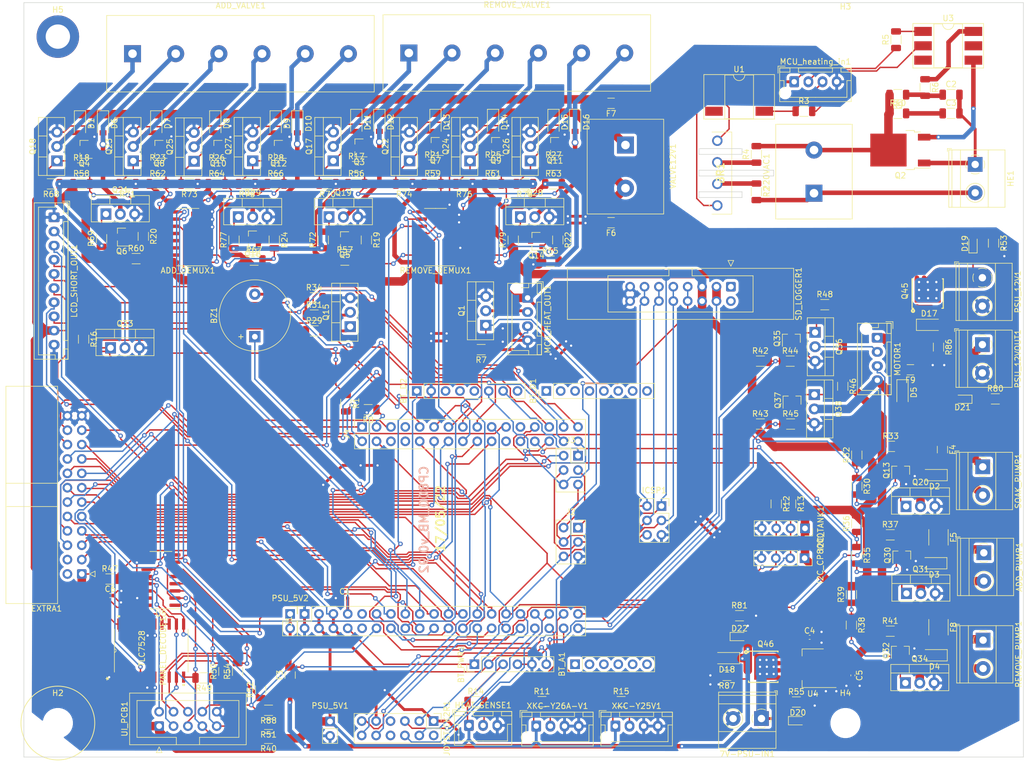
<source format=kicad_pcb>
(kicad_pcb (version 20171130) (host pcbnew "(5.1.0)-1")
  (layers (0 F.Cu signal) (31 B.Cu signal) (34 B.Paste user) (35 F.Paste user) (36 B.SilkS user) (37 F.SilkS user) (38 B.Mask user) (39 F.Mask user) (44 Edge.Cuts user))
  (net 0 "")
  (net 1 +5V)
  (net 2 D12)
  (net 3 D11)
  (net 4 D10)
  (net 5 +12V)
  (net 6 "Net-(BR1-Pad1)")
  (net 7 "Net-(BR1-Pad2)")
  (net 8 "Net-(BR1-Pad3)")
  (net 9 "Net-(BR1-Pad4)")
  (net 10 A9)
  (net 11 "Net-(BZ1-Pad2)")
  (net 12 /Aref)
  (net 13 "Net-(C2-Pad1)")
  (net 14 /heat_control)
  (net 15 "Net-(C3-Pad1)")
  (net 16 "Net-(D2-Pad2)")
  (net 17 "Net-(D4-Pad2)")
  (net 18 "Net-(D5-Pad2)")
  (net 19 +3V3)
  (net 20 D23)
  (net 21 D25)
  (net 22 D33)
  (net 23 D35)
  (net 24 D13)
  (net 25 D4)
  (net 26 D6)
  (net 27 D15)
  (net 28 D17)
  (net 29 D19)
  (net 30 D21)
  (net 31 A3)
  (net 32 A11)
  (net 33 A13)
  (net 34 D22)
  (net 35 D24)
  (net 36 D26)
  (net 37 D32)
  (net 38 D34)
  (net 39 D38)
  (net 40 D48)
  (net 41 D14)
  (net 42 D16)
  (net 43 D18)
  (net 44 D20)
  (net 45 A10)
  (net 46 A12)
  (net 47 A14)
  (net 48 220VAC-)
  (net 49 D50)
  (net 50 D52)
  (net 51 D51)
  (net 52 /reset)
  (net 53 D42)
  (net 54 D43)
  (net 55 D44)
  (net 56 D45)
  (net 57 D46)
  (net 58 D47)
  (net 59 D36)
  (net 60 "Net-(MCU_heating_in1-Pad3)")
  (net 61 "Net-(MCU_heating_in1-Pad2)")
  (net 62 A15)
  (net 63 /heat_PWMo)
  (net 64 D5)
  (net 65 /Dpad_up)
  (net 66 /Dpad_left)
  (net 67 /Dpad_right)
  (net 68 /Dpad_down)
  (net 69 /select)
  (net 70 /cancel)
  (net 71 A0)
  (net 72 D2)
  (net 73 "Net-(Q2-Pad3)")
  (net 74 220VAC+)
  (net 75 "Net-(Q14-Pad1)")
  (net 76 "Net-(Q16-Pad1)")
  (net 77 "Net-(Q19-Pad1)")
  (net 78 "Net-(Q21-Pad1)")
  (net 79 "Net-(Q22-Pad1)")
  (net 80 "Net-(Q23-Pad1)")
  (net 81 "Net-(Q24-Pad1)")
  (net 82 "Net-(Q10-Pad1)")
  (net 83 "Net-(Q11-Pad1)")
  (net 84 "Net-(Q12-Pad1)")
  (net 85 "Net-(Q13-Pad1)")
  (net 86 "Net-(Q15-Pad2)")
  (net 87 A8)
  (net 88 "Net-(Q30-Pad1)")
  (net 89 "Net-(Q32-Pad1)")
  (net 90 "Net-(Q35-Pad1)")
  (net 91 "Net-(Q37-Pad1)")
  (net 92 A1)
  (net 93 "Net-(R5-Pad2)")
  (net 94 "Net-(R6-Pad1)")
  (net 95 A2)
  (net 96 D28)
  (net 97 D29)
  (net 98 "Net-(R17-Pad2)")
  (net 99 "Net-(R19-Pad2)")
  (net 100 "Net-(R21-Pad2)")
  (net 101 "Net-(R25-Pad2)")
  (net 102 "Net-(R27-Pad2)")
  (net 103 D39)
  (net 104 D40)
  (net 105 D41)
  (net 106 D30)
  (net 107 D31)
  (net 108 D7)
  (net 109 D8)
  (net 110 D9)
  (net 111 D53)
  (net 112 "Net-(U1-Pad6)")
  (net 113 "Net-(U1-Pad3)")
  (net 114 D0)
  (net 115 D1)
  (net 116 D3)
  (net 117 D27)
  (net 118 A5)
  (net 119 A4)
  (net 120 A6)
  (net 121 A7)
  (net 122 D37)
  (net 123 D49)
  (net 124 "Net-(U3-Pad5)")
  (net 125 "Net-(U3-Pad3)")
  (net 126 "Net-(Q17-Pad1)")
  (net 127 "Net-(Q18-Pad1)")
  (net 128 "Net-(R22-Pad2)")
  (net 129 "Net-(D2-Pad1)")
  (net 130 "Net-(D4-Pad1)")
  (net 131 "Net-(D5-Pad1)")
  (net 132 PSU_12VGND)
  (net 133 "Net-(D1-Pad1)")
  (net 134 "Net-(D11-Pad1)")
  (net 135 "Net-(D11-Pad2)")
  (net 136 "Net-(D12-Pad2)")
  (net 137 "Net-(D13-Pad2)")
  (net 138 "Net-(D14-Pad2)")
  (net 139 "Net-(D15-Pad2)")
  (net 140 "Net-(D16-Pad2)")
  (net 141 "Net-(D17-Pad2)")
  (net 142 "Net-(D18-Pad2)")
  (net 143 /UI_Control2)
  (net 144 PSU_12V+)
  (net 145 "Net-(Q3-Pad1)")
  (net 146 "Net-(Q4-Pad1)")
  (net 147 "Net-(Q6-Pad1)")
  (net 148 "Net-(Q7-Pad1)")
  (net 149 "Net-(Q8-Pad1)")
  (net 150 "Net-(Q9-Pad1)")
  (net 151 "Net-(Q10-Pad3)")
  (net 152 "Net-(Q11-Pad3)")
  (net 153 "Net-(Q12-Pad3)")
  (net 154 "Net-(Q13-Pad3)")
  (net 155 "Net-(Q14-Pad3)")
  (net 156 "Net-(Q16-Pad3)")
  (net 157 "Net-(Q30-Pad3)")
  (net 158 "Net-(Q32-Pad3)")
  (net 159 "Net-(Q35-Pad3)")
  (net 160 "Net-(Q37-Pad3)")
  (net 161 "Net-(Q5-Pad1)")
  (net 162 /5V+in)
  (net 163 PSU_VIN)
  (net 164 "Net-(ADD_DEMUX1-Pad1)")
  (net 165 "Net-(ADD_DEMUX1-Pad2)")
  (net 166 "Net-(ADD_DEMUX1-Pad4)")
  (net 167 "Net-(ADD_DEMUX1-Pad5)")
  (net 168 "Net-(ADD_DEMUX1-Pad12)")
  (net 169 "Net-(ADD_DEMUX1-Pad13)")
  (net 170 "Net-(ADD_DEMUX1-Pad14)")
  (net 171 "Net-(ADD_DEMUX1-Pad15)")
  (net 172 "Net-(ADD_PUMP1-Pad1)")
  (net 173 "Net-(ADD_PUMP1-Pad2)")
  (net 174 "Net-(ADD_VALVE1-Pad2)")
  (net 175 "Net-(ADD_VALVE1-Pad3)")
  (net 176 "Net-(ADD_VALVE1-Pad1)")
  (net 177 "Net-(ADD_VALVE1-Pad4)")
  (net 178 "Net-(ADD_VALVE1-Pad5)")
  (net 179 "Net-(ADD_VALVE1-Pad6)")
  (net 180 "Net-(BT_A1-Pad1)")
  (net 181 "Net-(BT_A1-Pad2)")
  (net 182 "Net-(BT_A1-Pad3)")
  (net 183 "Net-(BT_A1-Pad4)")
  (net 184 "Net-(BT_A1-Pad5)")
  (net 185 "Net-(BT_A1-Pad6)")
  (net 186 "Net-(BT_D1-Pad1)")
  (net 187 "Net-(BT_D1-Pad2)")
  (net 188 "Net-(BT_D1-Pad3)")
  (net 189 "Net-(BT_D1-Pad4)")
  (net 190 "Net-(BT_D1-Pad5)")
  (net 191 "Net-(BT_D1-Pad6)")
  (net 192 "Net-(BT_D1-Pad7)")
  (net 193 "Net-(BT_D1-Pad8)")
  (net 194 "Net-(BT_D2-Pad8)")
  (net 195 "Net-(BT_D2-Pad5)")
  (net 196 "Net-(BT_D2-Pad4)")
  (net 197 "Net-(BT_D2-Pad3)")
  (net 198 Vin)
  (net 199 PSU_V+)
  (net 200 5V_EX)
  (net 201 "Net-(D19-Pad2)")
  (net 202 "Net-(D20-Pad2)")
  (net 203 "Net-(D21-Pad1)")
  (net 204 "Net-(D22-Pad1)")
  (net 205 "Net-(EXTRA1-Pad2)")
  (net 206 "Net-(EXTRA1-Pad4)")
  (net 207 Earth)
  (net 208 "Net-(JOYSTICK2R1-Pad2)")
  (net 209 /KEYF)
  (net 210 /KEYE)
  (net 211 "Net-(LCD_SHORT_OUT1-Pad2)")
  (net 212 "Net-(MOTOR1-Pad2)")
  (net 213 "Net-(PANEL_DECODE1-Pad19)")
  (net 214 "Net-(PANEL_DECODE1-Pad3)")
  (net 215 "Net-(REMOVE_DEMUX1-Pad13)")
  (net 216 "Net-(REMOVE_DEMUX1-Pad4)")
  (net 217 "Net-(U5-Pad7)")
  (net 218 "Net-(SD_LOGGER1-Pad1)")
  (net 219 "Net-(SD_LOGGER1-Pad2)")
  (module MountingHole:MountingHole_4.3mm_M4 (layer F.Cu) (at 145.003 6)
    (fp_text reference H3 (at 0 -5.3) (layer F.SilkS))
    (fp_text value MountingHole)
    (pad 1 np_thru_hole circle (at 0 0) (size 4.3 4.3) (drill 4.3) (layers *.Cu *.Mask))
  )
  (module Connector_PinSocket_2.54mm:PinSocket_1x04_P2.54mm_Vertical (layer F.Cu) (at 137.8585 92.837 270)
    (fp_text reference I2C_TANK1 (at 0 -2.77 270) (layer F.SilkS))
    (fp_text value Conn_01x04)
    (pad 1 thru_hole rect (at 0 0 270) (size 1.7 1.7) (drill 1) (layers *.Cu *.Mask) (net 1 +5V))
    (pad 2 thru_hole oval (at 0 2.54 270) (size 1.7 1.7) (drill 1) (layers *.Cu *.Mask) (net 30 D21))
    (pad 3 thru_hole oval (at 0 5.08 270) (size 1.7 1.7) (drill 1) (layers *.Cu *.Mask) (net 44 D20))
    (pad 4 thru_hole oval (at 0 7.62 270) (size 1.7 1.7) (drill 1) (layers *.Cu *.Mask) (net 132 PSU_12VGND))
  )
  (module Connector_IDC:IDC-Header_2x12_P2.54mm_Horizontal (layer F.Cu) (at 10.2235 100.902 180)
    (fp_text reference EXTRA1 (at 6.215 -6.1 180) (layer F.SilkS))
    (fp_text value 321024RG0ABK00A06)
    (pad 1 thru_hole roundrect (at 0 0 180) (size 1.7 1.7) (drill 1) (layers *.Cu *.Mask) (roundrect_rratio 0.147059) (net 1 +5V))
    (pad 3 thru_hole circle (at 0 2.54 180) (size 1.7 1.7) (drill 1) (layers *.Cu *.Mask) (net 19 +3V3))
    (pad 5 thru_hole circle (at 0 5.08 180) (size 1.7 1.7) (drill 1) (layers *.Cu *.Mask) (net 22 D33))
    (pad 7 thru_hole circle (at 0 7.62 180) (size 1.7 1.7) (drill 1) (layers *.Cu *.Mask) (net 23 D35))
    (pad 9 thru_hole circle (at 0 10.16 180) (size 1.7 1.7) (drill 1) (layers *.Cu *.Mask) (net 24 D13))
    (pad 11 thru_hole circle (at 0 12.7 180) (size 1.7 1.7) (drill 1) (layers *.Cu *.Mask) (net 25 D4))
    (pad 13 thru_hole circle (at 0 15.24 180) (size 1.7 1.7) (drill 1) (layers *.Cu *.Mask) (net 28 D17))
    (pad 15 thru_hole circle (at 0 17.78 180) (size 1.7 1.7) (drill 1) (layers *.Cu *.Mask) (net 29 D19))
    (pad 17 thru_hole circle (at 0 20.32 180) (size 1.7 1.7) (drill 1) (layers *.Cu *.Mask) (net 30 D21))
    (pad 19 thru_hole circle (at 0 22.86 180) (size 1.7 1.7) (drill 1) (layers *.Cu *.Mask) (net 32 A11))
    (pad 21 thru_hole circle (at 0 25.4 180) (size 1.7 1.7) (drill 1) (layers *.Cu *.Mask) (net 33 A13))
    (pad 23 thru_hole circle (at 0 27.94 180) (size 1.7 1.7) (drill 1) (layers *.Cu *.Mask) (net 132 PSU_12VGND))
    (pad 2 thru_hole circle (at 2.54 0 180) (size 1.7 1.7) (drill 1) (layers *.Cu *.Mask) (net 205 "Net-(EXTRA1-Pad2)"))
    (pad 4 thru_hole circle (at 2.54 2.54 180) (size 1.7 1.7) (drill 1) (layers *.Cu *.Mask) (net 206 "Net-(EXTRA1-Pad4)"))
    (pad 6 thru_hole circle (at 2.54 5.08 180) (size 1.7 1.7) (drill 1) (layers *.Cu *.Mask) (net 37 D32))
    (pad 8 thru_hole circle (at 2.54 7.62 180) (size 1.7 1.7) (drill 1) (layers *.Cu *.Mask) (net 38 D34))
    (pad 10 thru_hole circle (at 2.54 10.16 180) (size 1.7 1.7) (drill 1) (layers *.Cu *.Mask) (net 26 D6))
    (pad 12 thru_hole circle (at 2.54 12.7 180) (size 1.7 1.7) (drill 1) (layers *.Cu *.Mask) (net 42 D16))
    (pad 14 thru_hole circle (at 2.54 15.24 180) (size 1.7 1.7) (drill 1) (layers *.Cu *.Mask) (net 43 D18))
    (pad 16 thru_hole circle (at 2.54 17.78 180) (size 1.7 1.7) (drill 1) (layers *.Cu *.Mask) (net 44 D20))
    (pad 18 thru_hole circle (at 2.54 20.32 180) (size 1.7 1.7) (drill 1) (layers *.Cu *.Mask) (net 119 A4))
    (pad 20 thru_hole circle (at 2.54 22.86 180) (size 1.7 1.7) (drill 1) (layers *.Cu *.Mask) (net 46 A12))
    (pad 22 thru_hole circle (at 2.54 25.4 180) (size 1.7 1.7) (drill 1) (layers *.Cu *.Mask) (net 47 A14))
    (pad 24 thru_hole circle (at 2.54 27.94 180) (size 1.7 1.7) (drill 1) (layers *.Cu *.Mask) (net 132 PSU_12VGND))
  )
  (module Connector_PinSocket_2.54mm:PinSocket_1x04_P2.54mm_Vertical (layer F.Cu) (at 137.7945 98.1075 270)
    (fp_text reference I2C_CP8000 (at 0 -2.77 270) (layer F.SilkS))
    (fp_text value Conn_01x04)
    (pad 1 thru_hole rect (at 0 0 270) (size 1.7 1.7) (drill 1) (layers *.Cu *.Mask) (net 1 +5V))
    (pad 2 thru_hole oval (at 0 2.54 270) (size 1.7 1.7) (drill 1) (layers *.Cu *.Mask) (net 30 D21))
    (pad 3 thru_hole oval (at 0 5.08 270) (size 1.7 1.7) (drill 1) (layers *.Cu *.Mask) (net 44 D20))
    (pad 4 thru_hole oval (at 0 7.62 270) (size 1.7 1.7) (drill 1) (layers *.Cu *.Mask) (net 132 PSU_12VGND))
  )
  (module footprints:TLC7528CDW (layer F.Cu) (at 22.479 114.427 90)
    (fp_text reference PANEL_DECODE1 (at -0.0635 2.0955 90) (layer F.SilkS))
    (fp_text value TLC7528 (at 0.381 -1.651 90) (layer F.SilkS))
    (fp_text user * (at -4.9403 -7.4168 90) (layer F.SilkS))
    (fp_text user * (at -4.9403 -7.4168 90) (layer F.SilkS))
    (pad 20 smd rect (at 4.6863 -5.715 90) (size 1.9812 0.5588) (layers F.Cu F.Paste F.Mask) (net 1 +5V))
    (pad 19 smd rect (at 4.6863 -4.445 90) (size 1.9812 0.5588) (layers F.Cu F.Paste F.Mask) (net 213 "Net-(PANEL_DECODE1-Pad19)"))
    (pad 18 smd rect (at 4.6863 -3.175 90) (size 1.9812 0.5588) (layers F.Cu F.Paste F.Mask) (net 143 /UI_Control2))
    (pad 17 smd rect (at 4.6863 -1.905 90) (size 1.9812 0.5588) (layers F.Cu F.Paste F.Mask) (net 1 +5V))
    (pad 16 smd rect (at 4.6863 -0.635 90) (size 1.9812 0.5588) (layers F.Cu F.Paste F.Mask) (net 132 PSU_12VGND))
    (pad 15 smd rect (at 4.6863 0.635 90) (size 1.9812 0.5588) (layers F.Cu F.Paste F.Mask) (net 132 PSU_12VGND))
    (pad 14 smd rect (at 4.6863 1.905 90) (size 1.9812 0.5588) (layers F.Cu F.Paste F.Mask) (net 1 +5V))
    (pad 13 smd rect (at 4.6863 3.175 90) (size 1.9812 0.5588) (layers F.Cu F.Paste F.Mask) (net 1 +5V))
    (pad 12 smd rect (at 4.6863 4.445 90) (size 1.9812 0.5588) (layers F.Cu F.Paste F.Mask) (net 67 /Dpad_right))
    (pad 11 smd rect (at 4.6863 5.715 90) (size 1.9812 0.5588) (layers F.Cu F.Paste F.Mask) (net 68 /Dpad_down))
    (pad 10 smd rect (at -4.6863 5.715 90) (size 1.9812 0.5588) (layers F.Cu F.Paste F.Mask) (net 66 /Dpad_left))
    (pad 9 smd rect (at -4.6863 4.445 90) (size 1.9812 0.5588) (layers F.Cu F.Paste F.Mask) (net 65 /Dpad_up))
    (pad 8 smd rect (at -4.6863 3.175 90) (size 1.9812 0.5588) (layers F.Cu F.Paste F.Mask) (net 70 /cancel))
    (pad 7 smd rect (at -4.6863 1.905 90) (size 1.9812 0.5588) (layers F.Cu F.Paste F.Mask) (net 69 /select))
    (pad 6 smd rect (at -4.6863 0.635 90) (size 1.9812 0.5588) (layers F.Cu F.Paste F.Mask) (net 132 PSU_12VGND))
    (pad 5 smd rect (at -4.6863 -0.635 90) (size 1.9812 0.5588) (layers F.Cu F.Paste F.Mask) (net 132 PSU_12VGND))
    (pad 4 smd rect (at -4.6863 -1.905 90) (size 1.9812 0.5588) (layers F.Cu F.Paste F.Mask) (net 71 A0))
    (pad 3 smd rect (at -4.6863 -3.175 90) (size 1.9812 0.5588) (layers F.Cu F.Paste F.Mask) (net 214 "Net-(PANEL_DECODE1-Pad3)"))
    (pad 2 smd rect (at -4.6863 -4.445 90) (size 1.9812 0.5588) (layers F.Cu F.Paste F.Mask) (net 1 +5V))
    (pad 1 smd rect (at -4.6863 -5.715 90) (size 1.9812 0.5588) (layers F.Cu F.Paste F.Mask) (net 132 PSU_12VGND))
  )
  (module Package_TO_SOT_THT:TO-220-3_Vertical (layer F.Cu) (at 81.534 56.9595 90)
    (fp_text reference Q1 (at 2.54 -4.27 90) (layer F.SilkS))
    (fp_text value IRF510PBF)
    (pad 3 thru_hole oval (at 5.08 0 90) (size 1.905 2) (drill 1.1) (layers *.Cu *.Mask) (net 132 PSU_12VGND))
    (pad 2 thru_hole oval (at 2.54 0 90) (size 1.905 2) (drill 1.1) (layers *.Cu *.Mask) (net 63 /heat_PWMo))
    (pad 1 thru_hole rect (at 0 0 90) (size 1.905 2) (drill 1.1) (layers *.Cu *.Mask) (net 72 D2))
  )
  (module TerminalBlock_Phoenix:TerminalBlock_Phoenix_MKDS-1,5-2_1x02_P5.00mm_Horizontal (layer F.Cu) (at 169.228 81.9785 270)
    (fp_text reference SOAK_PUMP1 (at 2.5 -6.26 270) (layer F.SilkS))
    (fp_text value WJ128V-5.0-2P)
    (pad 2 thru_hole circle (at 5 0 270) (size 2.6 2.6) (drill 1.3) (layers *.Cu *.Mask) (net 16 "Net-(D2-Pad2)"))
    (pad 1 thru_hole rect (at 0 0 270) (size 2.6 2.6) (drill 1.3) (layers *.Cu *.Mask) (net 129 "Net-(D2-Pad1)"))
  )
  (module footprints:KBP206G (layer F.Cu) (at 122.936 30.099 90)
    (fp_text reference BR1 (at 0 0 90) (layer F.SilkS) (effects (font (size 1.27 1.27) (thickness 0.254))))
    (fp_text value KBP206G hide)
    (pad 4 thru_hole circle (at 5.715 -0.55 90) (size 1.83 1.83) (drill 1.22) (layers *.Cu *.Mask) (net 9 "Net-(BR1-Pad4)"))
    (pad 3 thru_hole circle (at 1.905 -0.55 90) (size 1.83 1.83) (drill 1.22) (layers *.Cu *.Mask) (net 8 "Net-(BR1-Pad3)"))
    (pad 2 thru_hole circle (at -1.905 -0.55 90) (size 1.83 1.83) (drill 1.22) (layers *.Cu *.Mask) (net 7 "Net-(BR1-Pad2)"))
    (pad 1 thru_hole circle (at -5.715 -0.55 90) (size 1.83 1.83) (drill 1.22) (layers *.Cu *.Mask) (net 6 "Net-(BR1-Pad1)"))
  )
  (module TerminalBlock_Phoenix:TerminalBlock_Phoenix_MKDS-1,5-2_1x02_P5.00mm_Horizontal (layer F.Cu) (at 130.175 126.428 180)
    (fp_text reference 7V-PSU-IN1 (at 2.5 -6.26 180) (layer F.SilkS))
    (fp_text value WJ128V-5.0-2P)
    (pad 2 thru_hole circle (at 5 0 180) (size 2.6 2.6) (drill 1.3) (layers *.Cu *.Mask) (net 132 PSU_12VGND))
    (pad 1 thru_hole rect (at 0 0 180) (size 2.6 2.6) (drill 1.3) (layers *.Cu *.Mask) (net 163 PSU_VIN))
  )
  (module TerminalBlock_Phoenix:TerminalBlock_Phoenix_MKDS-1,5-2_1x02_P5.00mm_Horizontal (layer F.Cu) (at 169.418 97.155 270)
    (fp_text reference ADD_PUMP1 (at 2.5 -6.26 270) (layer F.SilkS))
    (fp_text value WJ128V-5.0-2P)
    (pad 1 thru_hole rect (at 0 0 270) (size 2.6 2.6) (drill 1.3) (layers *.Cu *.Mask) (net 172 "Net-(ADD_PUMP1-Pad1)"))
    (pad 2 thru_hole circle (at 5 0 270) (size 2.6 2.6) (drill 1.3) (layers *.Cu *.Mask) (net 173 "Net-(ADD_PUMP1-Pad2)"))
  )
  (module TerminalBlock_Phoenix:TerminalBlock_Phoenix_MKDS-1,5-2_1x02_P5.00mm_Horizontal (layer F.Cu) (at 167.894 28.575 270)
    (fp_text reference HE1 (at 2.5 -6.26 270) (layer F.SilkS))
    (fp_text value WJ128V-5.0-2P)
    (pad 1 thru_hole rect (at 0 0 270) (size 2.6 2.6) (drill 1.3) (layers *.Cu *.Mask) (net 14 /heat_control))
    (pad 2 thru_hole circle (at 5 0 270) (size 2.6 2.6) (drill 1.3) (layers *.Cu *.Mask) (net 48 220VAC-))
  )
  (module TerminalBlock_Phoenix:TerminalBlock_Phoenix_MKDS-1,5-2_1x02_P5.00mm_Horizontal (layer F.Cu) (at 169.164 48.5775 270)
    (fp_text reference PSU_12V1 (at 2.5 -6.26 270) (layer F.SilkS))
    (fp_text value WJ128V-5.0-2P)
    (pad 1 thru_hole rect (at 0 0 270) (size 2.6 2.6) (drill 1.3) (layers *.Cu *.Mask) (net 144 PSU_12V+))
    (pad 2 thru_hole circle (at 5 0 270) (size 2.6 2.6) (drill 1.3) (layers *.Cu *.Mask) (net 132 PSU_12VGND))
  )
  (module TerminalBlock_Phoenix:TerminalBlock_Phoenix_MKDS-1,5-2_1x02_P5.00mm_Horizontal (layer F.Cu) (at 169.164 60.3885 270)
    (fp_text reference PSU_12VOUT1 (at 2.5 -6.26 270) (layer F.SilkS))
    (fp_text value WJ128V-5.0-2P)
    (pad 2 thru_hole circle (at 5 0 270) (size 2.6 2.6) (drill 1.3) (layers *.Cu *.Mask) (net 132 PSU_12VGND))
    (pad 1 thru_hole rect (at 0 0 270) (size 2.6 2.6) (drill 1.3) (layers *.Cu *.Mask) (net 5 +12V))
  )
  (module Connector_PinSocket_2.54mm:PinSocket_1x02_P2.54mm_Vertical (layer F.Cu) (at 54.0385 126.936)
    (fp_text reference PSU_5V1 (at 0 -2.77) (layer F.SilkS))
    (fp_text value Conn_01x02)
    (pad 1 thru_hole rect (at 0 0) (size 1.7 1.7) (drill 1) (layers *.Cu *.Mask) (net 1 +5V))
    (pad 2 thru_hole oval (at 0 2.54) (size 1.7 1.7) (drill 1) (layers *.Cu *.Mask) (net 132 PSU_12VGND))
  )
  (module Package_TO_SOT_THT:TO-220-3_Vertical (layer F.Cu) (at 57.5945 57.2135 90)
    (fp_text reference Q15 (at 2.54 -4.27 90) (layer F.SilkS))
    (fp_text value IRF510PBF)
    (pad 3 thru_hole oval (at 5.08 0 90) (size 1.905 2) (drill 1.1) (layers *.Cu *.Mask) (net 132 PSU_12VGND))
    (pad 2 thru_hole oval (at 2.54 0 90) (size 1.905 2) (drill 1.1) (layers *.Cu *.Mask) (net 86 "Net-(Q15-Pad2)"))
    (pad 1 thru_hole rect (at 0 0 90) (size 1.905 2) (drill 1.1) (layers *.Cu *.Mask) (net 87 A8))
  )
  (module Package_TO_SOT_THT:TO-220-3_Vertical (layer F.Cu) (at 54.61 27.94 90)
    (fp_text reference Q17 (at 2.54 -4.27 90) (layer F.SilkS))
    (fp_text value IRF540NPBF)
    (pad 1 thru_hole rect (at 0 0 90) (size 1.905 2) (drill 1.1) (layers *.Cu *.Mask) (net 126 "Net-(Q17-Pad1)"))
    (pad 2 thru_hole oval (at 2.54 0 90) (size 1.905 2) (drill 1.1) (layers *.Cu *.Mask) (net 135 "Net-(D11-Pad2)"))
    (pad 3 thru_hole oval (at 5.08 0 90) (size 1.905 2) (drill 1.1) (layers *.Cu *.Mask) (net 132 PSU_12VGND))
  )
  (module Package_TO_SOT_THT:TO-220-3_Vertical (layer F.Cu) (at 5.842 27.94 90)
    (fp_text reference Q18 (at 2.54 -4.27 90) (layer F.SilkS))
    (fp_text value IRF540NPBF)
    (pad 1 thru_hole rect (at 0 0 90) (size 1.905 2) (drill 1.1) (layers *.Cu *.Mask) (net 127 "Net-(Q18-Pad1)"))
    (pad 2 thru_hole oval (at 2.54 0 90) (size 1.905 2) (drill 1.1) (layers *.Cu *.Mask) (net 176 "Net-(ADD_VALVE1-Pad1)"))
    (pad 3 thru_hole oval (at 5.08 0 90) (size 1.905 2) (drill 1.1) (layers *.Cu *.Mask) (net 132 PSU_12VGND))
  )
  (module Package_TO_SOT_THT:TO-220-3_Vertical (layer F.Cu) (at 53.848 37.846)
    (fp_text reference Q19 (at 2.54 -4.27) (layer F.SilkS))
    (fp_text value IRF540NPBF)
    (pad 3 thru_hole oval (at 5.08 0) (size 1.905 2) (drill 1.1) (layers *.Cu *.Mask) (net 132 PSU_12VGND))
    (pad 2 thru_hole oval (at 2.54 0) (size 1.905 2) (drill 1.1) (layers *.Cu *.Mask) (net 136 "Net-(D12-Pad2)"))
    (pad 1 thru_hole rect (at 0 0) (size 1.905 2) (drill 1.1) (layers *.Cu *.Mask) (net 77 "Net-(Q19-Pad1)"))
  )
  (module Package_TO_SOT_THT:TO-220-3_Vertical (layer F.Cu) (at 155.702 88.9635)
    (fp_text reference Q20 (at 2.54 -4.27) (layer F.SilkS))
    (fp_text value IRF540NPBF)
    (pad 3 thru_hole oval (at 5.08 0) (size 1.905 2) (drill 1.1) (layers *.Cu *.Mask) (net 132 PSU_12VGND))
    (pad 2 thru_hole oval (at 2.54 0) (size 1.905 2) (drill 1.1) (layers *.Cu *.Mask) (net 16 "Net-(D2-Pad2)"))
    (pad 1 thru_hole rect (at 0 0) (size 1.905 2) (drill 1.1) (layers *.Cu *.Mask) (net 154 "Net-(Q13-Pad3)"))
  )
  (module Package_TO_SOT_THT:TO-220-3_Vertical (layer F.Cu) (at 14.478 37.338)
    (fp_text reference Q21 (at 2.54 -4.27) (layer F.SilkS))
    (fp_text value IRF540NPBF)
    (pad 3 thru_hole oval (at 5.08 0) (size 1.905 2) (drill 1.1) (layers *.Cu *.Mask) (net 132 PSU_12VGND))
    (pad 2 thru_hole oval (at 2.54 0) (size 1.905 2) (drill 1.1) (layers *.Cu *.Mask) (net 174 "Net-(ADD_VALVE1-Pad2)"))
    (pad 1 thru_hole rect (at 0 0) (size 1.905 2) (drill 1.1) (layers *.Cu *.Mask) (net 78 "Net-(Q21-Pad1)"))
  )
  (module Package_TO_SOT_THT:TO-220-3_Vertical (layer F.Cu) (at 68.072 27.94 90)
    (fp_text reference Q22 (at 2.54 -4.27 90) (layer F.SilkS))
    (fp_text value IRF540NPBF)
    (pad 1 thru_hole rect (at 0 0 90) (size 1.905 2) (drill 1.1) (layers *.Cu *.Mask) (net 79 "Net-(Q22-Pad1)"))
    (pad 2 thru_hole oval (at 2.54 0 90) (size 1.905 2) (drill 1.1) (layers *.Cu *.Mask) (net 137 "Net-(D13-Pad2)"))
    (pad 3 thru_hole oval (at 5.08 0 90) (size 1.905 2) (drill 1.1) (layers *.Cu *.Mask) (net 132 PSU_12VGND))
  )
  (module Package_TO_SOT_THT:TO-220-3_Vertical (layer F.Cu) (at 19.304 27.94 90)
    (fp_text reference Q23 (at 2.54 -4.27 90) (layer F.SilkS))
    (fp_text value IRF540NPBF)
    (pad 1 thru_hole rect (at 0 0 90) (size 1.905 2) (drill 1.1) (layers *.Cu *.Mask) (net 80 "Net-(Q23-Pad1)"))
    (pad 2 thru_hole oval (at 2.54 0 90) (size 1.905 2) (drill 1.1) (layers *.Cu *.Mask) (net 175 "Net-(ADD_VALVE1-Pad3)"))
    (pad 3 thru_hole oval (at 5.08 0 90) (size 1.905 2) (drill 1.1) (layers *.Cu *.Mask) (net 132 PSU_12VGND))
  )
  (module Package_TO_SOT_THT:TO-220-3_Vertical (layer F.Cu) (at 78.74 27.94 90)
    (fp_text reference Q24 (at 2.54 -4.27 90) (layer F.SilkS))
    (fp_text value IRF540NPBF)
    (pad 1 thru_hole rect (at 0 0 90) (size 1.905 2) (drill 1.1) (layers *.Cu *.Mask) (net 81 "Net-(Q24-Pad1)"))
    (pad 2 thru_hole oval (at 2.54 0 90) (size 1.905 2) (drill 1.1) (layers *.Cu *.Mask) (net 138 "Net-(D14-Pad2)"))
    (pad 3 thru_hole oval (at 5.08 0 90) (size 1.905 2) (drill 1.1) (layers *.Cu *.Mask) (net 132 PSU_12VGND))
  )
  (module Package_TO_SOT_THT:TO-220-3_Vertical (layer F.Cu) (at 30.0355 28.0035 90)
    (fp_text reference Q25 (at 2.54 -4.27 90) (layer F.SilkS))
    (fp_text value IRF540NPBF)
    (pad 3 thru_hole oval (at 5.08 0 90) (size 1.905 2) (drill 1.1) (layers *.Cu *.Mask) (net 132 PSU_12VGND))
    (pad 2 thru_hole oval (at 2.54 0 90) (size 1.905 2) (drill 1.1) (layers *.Cu *.Mask) (net 177 "Net-(ADD_VALVE1-Pad4)"))
    (pad 1 thru_hole rect (at 0 0 90) (size 1.905 2) (drill 1.1) (layers *.Cu *.Mask) (net 151 "Net-(Q10-Pad3)"))
  )
  (module Package_TO_SOT_THT:TO-220-3_Vertical (layer F.Cu) (at 89.408 27.94 90)
    (fp_text reference Q26 (at 2.54 -4.27 90) (layer F.SilkS))
    (fp_text value IRF540NPBF)
    (pad 1 thru_hole rect (at 0 0 90) (size 1.905 2) (drill 1.1) (layers *.Cu *.Mask) (net 152 "Net-(Q11-Pad3)"))
    (pad 2 thru_hole oval (at 2.54 0 90) (size 1.905 2) (drill 1.1) (layers *.Cu *.Mask) (net 139 "Net-(D15-Pad2)"))
    (pad 3 thru_hole oval (at 5.08 0 90) (size 1.905 2) (drill 1.1) (layers *.Cu *.Mask) (net 132 PSU_12VGND))
  )
  (module Package_TO_SOT_THT:TO-220-3_Vertical (layer F.Cu) (at 40.386 27.94 90)
    (fp_text reference Q27 (at 2.54 -4.27 90) (layer F.SilkS))
    (fp_text value IRF540NPBF)
    (pad 1 thru_hole rect (at 0 0 90) (size 1.905 2) (drill 1.1) (layers *.Cu *.Mask) (net 153 "Net-(Q12-Pad3)"))
    (pad 2 thru_hole oval (at 2.54 0 90) (size 1.905 2) (drill 1.1) (layers *.Cu *.Mask) (net 178 "Net-(ADD_VALVE1-Pad5)"))
    (pad 3 thru_hole oval (at 5.08 0 90) (size 1.905 2) (drill 1.1) (layers *.Cu *.Mask) (net 132 PSU_12VGND))
  )
  (module Package_TO_SOT_THT:TO-220-3_Vertical (layer F.Cu) (at 87.63 37.846)
    (fp_text reference Q28 (at 2.54 -4.27) (layer F.SilkS))
    (fp_text value IRF540NPBF)
    (pad 1 thru_hole rect (at 0 0) (size 1.905 2) (drill 1.1) (layers *.Cu *.Mask) (net 155 "Net-(Q14-Pad3)"))
    (pad 2 thru_hole oval (at 2.54 0) (size 1.905 2) (drill 1.1) (layers *.Cu *.Mask) (net 140 "Net-(D16-Pad2)"))
    (pad 3 thru_hole oval (at 5.08 0) (size 1.905 2) (drill 1.1) (layers *.Cu *.Mask) (net 132 PSU_12VGND))
  )
  (module Package_TO_SOT_THT:TO-220-3_Vertical (layer F.Cu) (at 37.846 37.846)
    (fp_text reference Q29 (at 2.54 -4.27) (layer F.SilkS))
    (fp_text value IRF540NPBF)
    (pad 3 thru_hole oval (at 5.08 0) (size 1.905 2) (drill 1.1) (layers *.Cu *.Mask) (net 132 PSU_12VGND))
    (pad 2 thru_hole oval (at 2.54 0) (size 1.905 2) (drill 1.1) (layers *.Cu *.Mask) (net 179 "Net-(ADD_VALVE1-Pad6)"))
    (pad 1 thru_hole rect (at 0 0) (size 1.905 2) (drill 1.1) (layers *.Cu *.Mask) (net 156 "Net-(Q16-Pad3)"))
  )
  (module Package_TO_SOT_THT:TO-220-3_Vertical (layer F.Cu) (at 155.766 104.33)
    (fp_text reference Q31 (at 2.54 -4.27) (layer F.SilkS))
    (fp_text value IRF540NPBF)
    (pad 1 thru_hole rect (at 0 0) (size 1.905 2) (drill 1.1) (layers *.Cu *.Mask) (net 157 "Net-(Q30-Pad3)"))
    (pad 2 thru_hole oval (at 2.54 0) (size 1.905 2) (drill 1.1) (layers *.Cu *.Mask) (net 173 "Net-(ADD_PUMP1-Pad2)"))
    (pad 3 thru_hole oval (at 5.08 0) (size 1.905 2) (drill 1.1) (layers *.Cu *.Mask) (net 132 PSU_12VGND))
  )
  (module Package_TO_SOT_THT:TO-220-3_Vertical (layer F.Cu) (at 155.575 120.142)
    (fp_text reference Q34 (at 2.54 -4.27) (layer F.SilkS))
    (fp_text value IRF540NPBF)
    (pad 1 thru_hole rect (at 0 0) (size 1.905 2) (drill 1.1) (layers *.Cu *.Mask) (net 158 "Net-(Q32-Pad3)"))
    (pad 2 thru_hole oval (at 2.54 0) (size 1.905 2) (drill 1.1) (layers *.Cu *.Mask) (net 17 "Net-(D4-Pad2)"))
    (pad 3 thru_hole oval (at 5.08 0) (size 1.905 2) (drill 1.1) (layers *.Cu *.Mask) (net 132 PSU_12VGND))
  )
  (module Package_TO_SOT_THT:TO-220-3_Vertical (layer F.Cu) (at 139.636 58.2295 270)
    (fp_text reference Q36 (at 2.54 -4.27 270) (layer F.SilkS))
    (fp_text value IRF540NPBF)
    (pad 3 thru_hole oval (at 5.08 0 270) (size 1.905 2) (drill 1.1) (layers *.Cu *.Mask) (net 132 PSU_12VGND))
    (pad 2 thru_hole oval (at 2.54 0 270) (size 1.905 2) (drill 1.1) (layers *.Cu *.Mask) (net 212 "Net-(MOTOR1-Pad2)"))
    (pad 1 thru_hole rect (at 0 0 270) (size 1.905 2) (drill 1.1) (layers *.Cu *.Mask) (net 159 "Net-(Q35-Pad3)"))
  )
  (module Package_TO_SOT_THT:TO-220-3_Vertical (layer F.Cu) (at 139.51 69.215 270)
    (fp_text reference Q38 (at 2.54 -4.27 270) (layer F.SilkS))
    (fp_text value IRF540NPBF)
    (pad 1 thru_hole rect (at 0 0 270) (size 1.905 2) (drill 1.1) (layers *.Cu *.Mask) (net 160 "Net-(Q37-Pad3)"))
    (pad 2 thru_hole oval (at 2.54 0 270) (size 1.905 2) (drill 1.1) (layers *.Cu *.Mask) (net 18 "Net-(D5-Pad2)"))
    (pad 3 thru_hole oval (at 5.08 0 270) (size 1.905 2) (drill 1.1) (layers *.Cu *.Mask) (net 132 PSU_12VGND))
  )
  (module TerminalBlock_Phoenix:TerminalBlock_Phoenix_MKDS-1,5-2_1x02_P5.00mm_Horizontal (layer F.Cu) (at 169.291 112.586 270)
    (fp_text reference REMOVE_PUMP1 (at 2.5 -6.26 270) (layer F.SilkS))
    (fp_text value WJ128V-5.0-2P)
    (pad 1 thru_hole rect (at 0 0 270) (size 2.6 2.6) (drill 1.3) (layers *.Cu *.Mask) (net 130 "Net-(D4-Pad1)"))
    (pad 2 thru_hole circle (at 5 0 270) (size 2.6 2.6) (drill 1.3) (layers *.Cu *.Mask) (net 17 "Net-(D4-Pad2)"))
  )
  (module Package_SO:SOIC-16_3.9x9.9mm_P1.27mm (layer F.Cu) (at 28.956 41.402 180)
    (fp_text reference ADD_DEMUX1 (at 0 -5.9 180) (layer F.SilkS))
    (fp_text value CD4051BM96)
    (pad 1 smd roundrect (at -2.475 -4.445 180) (size 1.95 0.6) (layers F.Cu F.Paste F.Mask) (net 164 "Net-(ADD_DEMUX1-Pad1)"))
    (pad 2 smd roundrect (at -2.475 -3.175 180) (size 1.95 0.6) (layers F.Cu F.Paste F.Mask) (net 165 "Net-(ADD_DEMUX1-Pad2)"))
    (pad 3 smd roundrect (at -2.475 -1.905 180) (size 1.95 0.6) (layers F.Cu F.Paste F.Mask) (net 132 PSU_12VGND))
    (pad 4 smd roundrect (at -2.475 -0.635 180) (size 1.95 0.6) (layers F.Cu F.Paste F.Mask) (net 166 "Net-(ADD_DEMUX1-Pad4)"))
    (pad 5 smd roundrect (at -2.475 0.635 180) (size 1.95 0.6) (layers F.Cu F.Paste F.Mask) (net 167 "Net-(ADD_DEMUX1-Pad5)"))
    (pad 6 smd roundrect (at -2.475 1.905 180) (size 1.95 0.6) (layers F.Cu F.Paste F.Mask) (net 132 PSU_12VGND))
    (pad 7 smd roundrect (at -2.475 3.175 180) (size 1.95 0.6) (layers F.Cu F.Paste F.Mask) (net 132 PSU_12VGND))
    (pad 8 smd roundrect (at -2.475 4.445 180) (size 1.95 0.6) (layers F.Cu F.Paste F.Mask) (net 132 PSU_12VGND))
    (pad 9 smd roundrect (at 2.475 4.445 180) (size 1.95 0.6) (layers F.Cu F.Paste F.Mask) (net 4 D10))
    (pad 10 smd roundrect (at 2.475 3.175 180) (size 1.95 0.6) (layers F.Cu F.Paste F.Mask) (net 3 D11))
    (pad 11 smd roundrect (at 2.475 1.905 180) (size 1.95 0.6) (layers F.Cu F.Paste F.Mask) (net 2 D12))
    (pad 12 smd roundrect (at 2.475 0.635 180) (size 1.95 0.6) (layers F.Cu F.Paste F.Mask) (net 168 "Net-(ADD_DEMUX1-Pad12)"))
    (pad 13 smd roundrect (at 2.475 -0.635 180) (size 1.95 0.6) (layers F.Cu F.Paste F.Mask) (net 169 "Net-(ADD_DEMUX1-Pad13)"))
    (pad 14 smd roundrect (at 2.475 -1.905 180) (size 1.95 0.6) (layers F.Cu F.Paste F.Mask) (net 170 "Net-(ADD_DEMUX1-Pad14)"))
    (pad 15 smd roundrect (at 2.475 -3.175 180) (size 1.95 0.6) (layers F.Cu F.Paste F.Mask) (net 171 "Net-(ADD_DEMUX1-Pad15)"))
    (pad 16 smd roundrect (at 2.475 -4.445 180) (size 1.95 0.6) (layers F.Cu F.Paste F.Mask) (net 1 +5V))
  )
  (module Buzzer_Beeper:Buzzer_12.6x7.0P7.5 (layer F.Cu) (at 40.767 58.9915 90)
    (fp_text reference BZ1 (at 3.75 -7.2 90) (layer F.SilkS))
    (fp_text value SFN-1207PA7.6)
    (fp_text user + (at -0.01 -2.54 90) (layer F.SilkS))
    (pad 1 thru_hole rect (at 0 0 90) (size 2 2) (drill 1) (layers *.Cu *.Mask) (net 10 A9))
    (pad 2 thru_hole circle (at 7.5 0 90) (size 2 2) (drill 1) (layers *.Cu *.Mask) (net 11 "Net-(BZ1-Pad2)"))
  )
  (module Capacitor_SMD:C_0402_1005Metric (layer F.Cu) (at 56.642 105.156)
    (fp_text reference C1 (at 0 -1.16) (layer F.SilkS))
    (fp_text value 100nF-ceramics)
    (pad 1 smd roundrect (at -0.48 0) (size 0.56 0.62) (layers F.Cu F.Paste F.Mask) (net 132 PSU_12VGND))
    (pad 2 smd roundrect (at 0.48 0) (size 0.56 0.62) (layers F.Cu F.Paste F.Mask) (net 12 /Aref))
  )
  (module Capacitor_SMD:C_1206_3216Metric (layer F.Cu) (at 163.6395 16.256)
    (fp_text reference C2 (at 0 -1.85) (layer F.SilkS))
    (fp_text value 47nF-ceramic)
    (pad 1 smd roundrect (at -1.475 0) (size 1.15 1.8) (layers F.Cu F.Paste F.Mask) (roundrect_rratio 0.217391) (net 13 "Net-(C2-Pad1)"))
    (pad 2 smd roundrect (at 1.475 0) (size 1.15 1.8) (layers F.Cu F.Paste F.Mask) (roundrect_rratio 0.217391) (net 14 /heat_control))
  )
  (module Capacitor_SMD:C_1206_3216Metric (layer F.Cu) (at 163.6395 19.558)
    (fp_text reference C3 (at 0 -1.85) (layer F.SilkS))
    (fp_text value 10nF-ceramic)
    (pad 2 smd roundrect (at 1.475 0) (size 1.15 1.8) (layers F.Cu F.Paste F.Mask) (roundrect_rratio 0.217391) (net 14 /heat_control))
    (pad 1 smd roundrect (at -1.475 0) (size 1.15 1.8) (layers F.Cu F.Paste F.Mask) (roundrect_rratio 0.217391) (net 15 "Net-(C3-Pad1)"))
  )
  (module Diode_SMD:D_SOD-123 (layer F.Cu) (at 9.906 21.336 270)
    (fp_text reference D1 (at 0 -2 270) (layer F.SilkS))
    (fp_text value 1N5819HW-7-F)
    (pad 1 smd rect (at -1.65 0 270) (size 0.9 1.2) (layers F.Cu F.Paste F.Mask) (net 133 "Net-(D1-Pad1)"))
    (pad 2 smd rect (at 1.65 0 270) (size 0.9 1.2) (layers F.Cu F.Paste F.Mask) (net 176 "Net-(ADD_VALVE1-Pad1)"))
  )
  (module Diode_SMD:D_SOD-123 (layer F.Cu) (at 160.718 83.439 180)
    (fp_text reference D2 (at 0 -2 180) (layer F.SilkS))
    (fp_text value 1N5819HW-7-F)
    (pad 2 smd rect (at 1.65 0 180) (size 0.9 1.2) (layers F.Cu F.Paste F.Mask) (net 16 "Net-(D2-Pad2)"))
    (pad 1 smd rect (at -1.65 0 180) (size 0.9 1.2) (layers F.Cu F.Paste F.Mask) (net 129 "Net-(D2-Pad1)"))
  )
  (module Diode_SMD:D_SOD-123 (layer F.Cu) (at 160.655 98.9965 180)
    (fp_text reference D3 (at 0 -2 180) (layer F.SilkS))
    (fp_text value 1N5819HW-7-F)
    (pad 1 smd rect (at -1.65 0 180) (size 0.9 1.2) (layers F.Cu F.Paste F.Mask) (net 172 "Net-(ADD_PUMP1-Pad1)"))
    (pad 2 smd rect (at 1.65 0 180) (size 0.9 1.2) (layers F.Cu F.Paste F.Mask) (net 173 "Net-(ADD_PUMP1-Pad2)"))
  )
  (module Diode_SMD:D_SOD-123 (layer F.Cu) (at 160.718 115.252 180)
    (fp_text reference D4 (at 0 -2 180) (layer F.SilkS))
    (fp_text value 1N5819HW-7-F)
    (pad 2 smd rect (at 1.65 0 180) (size 0.9 1.2) (layers F.Cu F.Paste F.Mask) (net 17 "Net-(D4-Pad2)"))
    (pad 1 smd rect (at -1.65 0 180) (size 0.9 1.2) (layers F.Cu F.Paste F.Mask) (net 130 "Net-(D4-Pad1)"))
  )
  (module Diode_SMD:D_SOD-123 (layer F.Cu) (at 155.067 68.834 270)
    (fp_text reference D5 (at 0 -2 270) (layer F.SilkS))
    (fp_text value 1N5819HW-7-F)
    (pad 1 smd rect (at -1.65 0 270) (size 0.9 1.2) (layers F.Cu F.Paste F.Mask) (net 131 "Net-(D5-Pad1)"))
    (pad 2 smd rect (at 1.65 0 270) (size 0.9 1.2) (layers F.Cu F.Paste F.Mask) (net 18 "Net-(D5-Pad2)"))
  )
  (module Diode_SMD:D_SOD-123 (layer F.Cu) (at 13.97 21.336 270)
    (fp_text reference D6 (at 0 -2 270) (layer F.SilkS))
    (fp_text value 1N5819HW-7-F)
    (pad 2 smd rect (at 1.65 0 270) (size 0.9 1.2) (layers F.Cu F.Paste F.Mask) (net 174 "Net-(ADD_VALVE1-Pad2)"))
    (pad 1 smd rect (at -1.65 0 270) (size 0.9 1.2) (layers F.Cu F.Paste F.Mask) (net 133 "Net-(D1-Pad1)"))
  )
  (module Diode_SMD:D_SOD-123 (layer F.Cu) (at 23.368 21.336 270)
    (fp_text reference D7 (at 0 -2 270) (layer F.SilkS))
    (fp_text value 1N5819HW-7-F)
    (pad 1 smd rect (at -1.65 0 270) (size 0.9 1.2) (layers F.Cu F.Paste F.Mask) (net 133 "Net-(D1-Pad1)"))
    (pad 2 smd rect (at 1.65 0 270) (size 0.9 1.2) (layers F.Cu F.Paste F.Mask) (net 175 "Net-(ADD_VALVE1-Pad3)"))
  )
  (module Diode_SMD:D_SOD-123 (layer F.Cu) (at 33.782 21.336 270)
    (fp_text reference D8 (at 0 -2 270) (layer F.SilkS))
    (fp_text value 1N5819HW-7-F)
    (pad 2 smd rect (at 1.65 0 270) (size 0.9 1.2) (layers F.Cu F.Paste F.Mask) (net 177 "Net-(ADD_VALVE1-Pad4)"))
    (pad 1 smd rect (at -1.65 0 270) (size 0.9 1.2) (layers F.Cu F.Paste F.Mask) (net 133 "Net-(D1-Pad1)"))
  )
  (module Diode_SMD:D_SOD-123 (layer F.Cu) (at 44.45 21.336 270)
    (fp_text reference D9 (at 0 -2 270) (layer F.SilkS))
    (fp_text value 1N5819HW-7-F)
    (pad 1 smd rect (at -1.65 0 270) (size 0.9 1.2) (layers F.Cu F.Paste F.Mask) (net 133 "Net-(D1-Pad1)"))
    (pad 2 smd rect (at 1.65 0 270) (size 0.9 1.2) (layers F.Cu F.Paste F.Mask) (net 178 "Net-(ADD_VALVE1-Pad5)"))
  )
  (module Diode_SMD:D_SOD-123 (layer F.Cu) (at 48.26 21.336 270)
    (fp_text reference D10 (at 0 -2 270) (layer F.SilkS))
    (fp_text value 1N5819HW-7-F)
    (pad 2 smd rect (at 1.65 0 270) (size 0.9 1.2) (layers F.Cu F.Paste F.Mask) (net 179 "Net-(ADD_VALVE1-Pad6)"))
    (pad 1 smd rect (at -1.65 0 270) (size 0.9 1.2) (layers F.Cu F.Paste F.Mask) (net 133 "Net-(D1-Pad1)"))
  )
  (module Diode_SMD:D_SOD-123 (layer F.Cu) (at 58.674 21.082 270)
    (fp_text reference D11 (at 0 -2 270) (layer F.SilkS))
    (fp_text value 1N5819HW-7-F)
    (pad 1 smd rect (at -1.65 0 270) (size 0.9 1.2) (layers F.Cu F.Paste F.Mask) (net 134 "Net-(D11-Pad1)"))
    (pad 2 smd rect (at 1.65 0 270) (size 0.9 1.2) (layers F.Cu F.Paste F.Mask) (net 135 "Net-(D11-Pad2)"))
  )
  (module Diode_SMD:D_SOD-123 (layer F.Cu) (at 62.738 21.082 270)
    (fp_text reference D12 (at 0 -2 270) (layer F.SilkS))
    (fp_text value 1N5819HW-7-F)
    (pad 2 smd rect (at 1.65 0 270) (size 0.9 1.2) (layers F.Cu F.Paste F.Mask) (net 136 "Net-(D12-Pad2)"))
    (pad 1 smd rect (at -1.65 0 270) (size 0.9 1.2) (layers F.Cu F.Paste F.Mask) (net 134 "Net-(D11-Pad1)"))
  )
  (module Diode_SMD:D_SOD-123 (layer F.Cu) (at 72.644 21.082 270)
    (fp_text reference D13 (at 0 -2 270) (layer F.SilkS))
    (fp_text value 1N5819HW-7-F)
    (pad 1 smd rect (at -1.65 0 270) (size 0.9 1.2) (layers F.Cu F.Paste F.Mask) (net 134 "Net-(D11-Pad1)"))
    (pad 2 smd rect (at 1.65 0 270) (size 0.9 1.2) (layers F.Cu F.Paste F.Mask) (net 137 "Net-(D13-Pad2)"))
  )
  (module Diode_SMD:D_SOD-123 (layer F.Cu) (at 82.804 21.082 270)
    (fp_text reference D14 (at 0 -2 270) (layer F.SilkS))
    (fp_text value 1N5819HW-7-F)
    (pad 2 smd rect (at 1.65 0 270) (size 0.9 1.2) (layers F.Cu F.Paste F.Mask) (net 138 "Net-(D14-Pad2)"))
    (pad 1 smd rect (at -1.65 0 270) (size 0.9 1.2) (layers F.Cu F.Paste F.Mask) (net 134 "Net-(D11-Pad1)"))
  )
  (module Diode_SMD:D_SOD-123 (layer F.Cu) (at 93.472 21.082 270)
    (fp_text reference D15 (at 0 -2 270) (layer F.SilkS))
    (fp_text value 1N5819HW-7-F)
    (pad 1 smd rect (at -1.65 0 270) (size 0.9 1.2) (layers F.Cu F.Paste F.Mask) (net 134 "Net-(D11-Pad1)"))
    (pad 2 smd rect (at 1.65 0 270) (size 0.9 1.2) (layers F.Cu F.Paste F.Mask) (net 139 "Net-(D15-Pad2)"))
  )
  (module Diode_SMD:D_SOD-123 (layer F.Cu) (at 97.282 21.082 270)
    (fp_text reference D16 (at 0 -2 270) (layer F.SilkS))
    (fp_text value 1N5819HW-7-F)
    (pad 2 smd rect (at 1.65 0 270) (size 0.9 1.2) (layers F.Cu F.Paste F.Mask) (net 140 "Net-(D16-Pad2)"))
    (pad 1 smd rect (at -1.65 0 270) (size 0.9 1.2) (layers F.Cu F.Paste F.Mask) (net 134 "Net-(D11-Pad1)"))
  )
  (module Diode_SMD:D_SOD-123 (layer F.Cu) (at 159.766 56.896)
    (fp_text reference D17 (at 0 -2) (layer F.SilkS))
    (fp_text value MM1Z12)
    (pad 2 smd rect (at 1.65 0) (size 0.9 1.2) (layers F.Cu F.Paste F.Mask) (net 141 "Net-(D17-Pad2)"))
    (pad 1 smd rect (at -1.65 0) (size 0.9 1.2) (layers F.Cu F.Paste F.Mask) (net 5 +12V))
  )
  (module Diode_SMD:D_SOD-123 (layer F.Cu) (at 124.079 115.76 180)
    (fp_text reference D18 (at 0 -2 180) (layer F.SilkS))
    (fp_text value MM1Z7V5)
    (pad 1 smd rect (at -1.65 0 180) (size 0.9 1.2) (layers F.Cu F.Paste F.Mask) (net 199 PSU_V+))
    (pad 2 smd rect (at 1.65 0 180) (size 0.9 1.2) (layers F.Cu F.Paste F.Mask) (net 142 "Net-(D18-Pad2)"))
  )
  (module Fuse:Fuse_1206_3216Metric (layer F.Cu) (at 46.99 118.745 90)
    (fp_text reference F3 (at 0 -1.82 90) (layer F.SilkS))
    (fp_text value BSMD1206-050-13.2V)
    (pad 1 smd roundrect (at -1.4 0 90) (size 1.25 1.75) (layers F.Cu F.Paste F.Mask) (roundrect_rratio 0.2) (net 199 PSU_V+))
    (pad 2 smd roundrect (at 1.4 0 90) (size 1.25 1.75) (layers F.Cu F.Paste F.Mask) (roundrect_rratio 0.2) (net 198 Vin))
  )
  (module Fuse:Fuse_1206_3216Metric (layer F.Cu) (at 162.116 78.9305 270)
    (fp_text reference F4 (at 0 -1.82 270) (layer F.SilkS))
    (fp_text value BSMD1206-050-16V)
    (pad 1 smd roundrect (at -1.4 0 270) (size 1.25 1.75) (layers F.Cu F.Paste F.Mask) (roundrect_rratio 0.2) (net 5 +12V))
    (pad 2 smd roundrect (at 1.4 0 270) (size 1.25 1.75) (layers F.Cu F.Paste F.Mask) (roundrect_rratio 0.2) (net 129 "Net-(D2-Pad1)"))
  )
  (module Fuse:Fuse_1812_4532Metric (layer F.Cu) (at 161.417 94.4245 270)
    (fp_text reference F5 (at 0 -2.65 270) (layer F.SilkS))
    (fp_text value BSMD1812-260-13.2V)
    (pad 2 smd roundrect (at 2.1375 0 270) (size 1.125 3.4) (layers F.Cu F.Paste F.Mask) (roundrect_rratio 0.222222) (net 172 "Net-(ADD_PUMP1-Pad1)"))
    (pad 1 smd roundrect (at -2.1375 0 270) (size 1.125 3.4) (layers F.Cu F.Paste F.Mask) (roundrect_rratio 0.222222) (net 5 +12V))
  )
  (module Fuse:Fuse_1206_3216Metric (layer F.Cu) (at 103.632 38.862 180)
    (fp_text reference F6 (at 0 -1.82 180) (layer F.SilkS))
    (fp_text value BSMD1206-100-16V)
    (pad 1 smd roundrect (at -1.4 0 180) (size 1.25 1.75) (layers F.Cu F.Paste F.Mask) (roundrect_rratio 0.2) (net 5 +12V))
    (pad 2 smd roundrect (at 1.4 0 180) (size 1.25 1.75) (layers F.Cu F.Paste F.Mask) (roundrect_rratio 0.2) (net 134 "Net-(D11-Pad1)"))
  )
  (module Fuse:Fuse_1206_3216Metric (layer F.Cu) (at 103.632 17.78 180)
    (fp_text reference F7 (at 0 -1.82 180) (layer F.SilkS))
    (fp_text value BSMD1206-100-16V)
    (pad 2 smd roundrect (at 1.4 0 180) (size 1.25 1.75) (layers F.Cu F.Paste F.Mask) (roundrect_rratio 0.2) (net 133 "Net-(D1-Pad1)"))
    (pad 1 smd roundrect (at -1.4 0 180) (size 1.25 1.75) (layers F.Cu F.Paste F.Mask) (roundrect_rratio 0.2) (net 5 +12V))
  )
  (module Fuse:Fuse_1812_4532Metric (layer F.Cu) (at 161.417 110.3 270)
    (fp_text reference F8 (at 0 -2.65 270) (layer F.SilkS))
    (fp_text value BSMD1812-260-13.2V)
    (pad 2 smd roundrect (at 2.1375 0 270) (size 1.125 3.4) (layers F.Cu F.Paste F.Mask) (roundrect_rratio 0.222222) (net 130 "Net-(D4-Pad1)"))
    (pad 1 smd roundrect (at -2.1375 0 270) (size 1.125 3.4) (layers F.Cu F.Paste F.Mask) (roundrect_rratio 0.222222) (net 5 +12V))
  )
  (module Fuse:Fuse_1206_3216Metric (layer F.Cu) (at 156.464 64.8335 180)
    (fp_text reference F9 (at 0 -1.82 180) (layer F.SilkS))
    (fp_text value BSMD1206-075-16V)
    (pad 2 smd roundrect (at 1.4 0 180) (size 1.25 1.75) (layers F.Cu F.Paste F.Mask) (roundrect_rratio 0.2) (net 131 "Net-(D5-Pad1)"))
    (pad 1 smd roundrect (at -1.4 0 180) (size 1.25 1.75) (layers F.Cu F.Paste F.Mask) (roundrect_rratio 0.2) (net 5 +12V))
  )
  (module Connector_JST:JST_XH_B10B-XH-A_1x10_P2.50mm_Vertical (layer F.Cu) (at 5.334 37.912 270)
    (fp_text reference LCD_SHORT_OUT1 (at 11.25 -3.55 270) (layer F.SilkS))
    (fp_text value JST_XH-A-1x10)
    (pad 10 thru_hole oval (at 22.5 0 270) (size 1.7 1.95) (drill 0.95) (layers *.Cu *.Mask) (net 132 PSU_12VGND))
    (pad 9 thru_hole oval (at 20 0 270) (size 1.7 1.95) (drill 0.95) (layers *.Cu *.Mask) (net 1 +5V))
    (pad 8 thru_hole oval (at 17.5 0 270) (size 1.7 1.95) (drill 0.95) (layers *.Cu *.Mask) (net 53 D42))
    (pad 7 thru_hole oval (at 15 0 270) (size 1.7 1.95) (drill 0.95) (layers *.Cu *.Mask) (net 54 D43))
    (pad 6 thru_hole oval (at 12.5 0 270) (size 1.7 1.95) (drill 0.95) (layers *.Cu *.Mask) (net 55 D44))
    (pad 5 thru_hole oval (at 10 0 270) (size 1.7 1.95) (drill 0.95) (layers *.Cu *.Mask) (net 56 D45))
    (pad 4 thru_hole oval (at 7.5 0 270) (size 1.7 1.95) (drill 0.95) (layers *.Cu *.Mask) (net 57 D46))
    (pad 3 thru_hole oval (at 5 0 270) (size 1.7 1.95) (drill 0.95) (layers *.Cu *.Mask) (net 58 D47))
    (pad 2 thru_hole oval (at 2.5 0 270) (size 1.7 1.95) (drill 0.95) (layers *.Cu *.Mask) (net 211 "Net-(LCD_SHORT_OUT1-Pad2)"))
    (pad 1 thru_hole roundrect (at 0 0 270) (size 1.7 1.95) (drill 0.95) (layers *.Cu *.Mask) (roundrect_rratio 0.147059) (net 132 PSU_12VGND))
  )
  (module Connector_JST:JST_XH_B4B-XH-AM_1x04_P2.50mm_Vertical (layer F.Cu) (at 135.9535 13.97)
    (fp_text reference MCU_heating_in1 (at 3.75 -3.55) (layer F.SilkS))
    (fp_text value JST_XH-A-1x04)
    (pad 1 thru_hole roundrect (at 0 0) (size 1.7 1.95) (drill 0.95) (layers *.Cu *.Mask) (roundrect_rratio 0.147059) (net 162 /5V+in))
    (pad 2 thru_hole oval (at 2.5 0) (size 1.7 1.95) (drill 0.95) (layers *.Cu *.Mask) (net 61 "Net-(MCU_heating_in1-Pad2)"))
    (pad 3 thru_hole oval (at 5 0) (size 1.7 1.95) (drill 0.95) (layers *.Cu *.Mask) (net 60 "Net-(MCU_heating_in1-Pad3)"))
    (pad 4 thru_hole oval (at 7.5 0) (size 1.7 1.95) (drill 0.95) (layers *.Cu *.Mask) (net 132 PSU_12VGND))
    (pad "" np_thru_hole circle (at -1.6 2) (size 1.2 1.2) (drill 1.2) (layers *.Cu *.Mask))
  )
  (module Connector_JST:JST_XH_B4B-XH-AM_1x04_P2.50mm_Vertical (layer F.Cu) (at 88.9 52.1335 270)
    (fp_text reference MCU_HEAT_OUT1 (at 3.75 -3.55 270) (layer F.SilkS))
    (fp_text value JST_XH-A-1x04)
    (pad "" np_thru_hole circle (at -1.6 2 270) (size 1.2 1.2) (drill 1.2) (layers *.Cu *.Mask))
    (pad 4 thru_hole oval (at 7.5 0 270) (size 1.7 1.95) (drill 0.95) (layers *.Cu *.Mask) (net 132 PSU_12VGND))
    (pad 3 thru_hole oval (at 5 0 270) (size 1.7 1.95) (drill 0.95) (layers *.Cu *.Mask) (net 62 A15))
    (pad 2 thru_hole oval (at 2.5 0 270) (size 1.7 1.95) (drill 0.95) (layers *.Cu *.Mask) (net 63 /heat_PWMo))
    (pad 1 thru_hole roundrect (at 0 0 270) (size 1.7 1.95) (drill 0.95) (layers *.Cu *.Mask) (roundrect_rratio 0.147059) (net 1 +5V))
  )
  (module Connector_JST:JST_XH_B4B-XH-AM_1x04_P2.50mm_Vertical (layer F.Cu) (at 150.622 59.182 270)
    (fp_text reference MOTOR1 (at 3.75 -3.55 270) (layer F.SilkS))
    (fp_text value JST_XH-A-1x04)
    (pad "" np_thru_hole circle (at -1.6 2 270) (size 1.2 1.2) (drill 1.2) (layers *.Cu *.Mask))
    (pad 4 thru_hole oval (at 7.5 0 270) (size 1.7 1.95) (drill 0.95) (layers *.Cu *.Mask) (net 18 "Net-(D5-Pad2)"))
    (pad 3 thru_hole oval (at 5 0 270) (size 1.7 1.95) (drill 0.95) (layers *.Cu *.Mask) (net 64 D5))
    (pad 2 thru_hole oval (at 2.5 0 270) (size 1.7 1.95) (drill 0.95) (layers *.Cu *.Mask) (net 212 "Net-(MOTOR1-Pad2)"))
    (pad 1 thru_hole roundrect (at 0 0 270) (size 1.7 1.95) (drill 0.95) (layers *.Cu *.Mask) (roundrect_rratio 0.147059) (net 131 "Net-(D5-Pad1)"))
  )
  (module Package_TO_SOT_SMD:TO-252-2 (layer F.Cu) (at 154.686 26.035 180)
    (fp_text reference Q2 (at 0 -4.5 180) (layer F.SilkS))
    (fp_text value BT136S-600E)
    (pad 1 smd rect (at -4.2 -2.28 180) (size 2.2 1.2) (layers F.Cu F.Paste F.Mask) (net 14 /heat_control))
    (pad 3 smd rect (at -4.2 2.28 180) (size 2.2 1.2) (layers F.Cu F.Paste F.Mask) (net 73 "Net-(Q2-Pad3)"))
    (pad 2 smd rect (at 2.1 0 180) (size 6.4 5.8) (layers F.Cu F.Mask) (net 74 220VAC+))
  )
  (module Package_TO_SOT_SMD:SOT-23 (layer F.Cu) (at 59.182 25.654 180)
    (fp_text reference Q3 (at 0 -2.5 180) (layer F.SilkS))
    (fp_text value BC847)
    (pad 1 smd rect (at -1 -0.95 180) (size 0.9 0.8) (layers F.Cu F.Paste F.Mask) (net 145 "Net-(Q3-Pad1)"))
    (pad 2 smd rect (at -1 0.95 180) (size 0.9 0.8) (layers F.Cu F.Paste F.Mask) (net 132 PSU_12VGND))
    (pad 3 smd rect (at 1 0 180) (size 0.9 0.8) (layers F.Cu F.Paste F.Mask) (net 126 "Net-(Q17-Pad1)"))
  )
  (module Package_TO_SOT_SMD:SOT-23 (layer F.Cu) (at 10.668 25.908 180)
    (fp_text reference Q4 (at 0 -2.5 180) (layer F.SilkS))
    (fp_text value BC847)
    (pad 1 smd rect (at -1 -0.95 180) (size 0.9 0.8) (layers F.Cu F.Paste F.Mask) (net 146 "Net-(Q4-Pad1)"))
    (pad 2 smd rect (at -1 0.95 180) (size 0.9 0.8) (layers F.Cu F.Paste F.Mask) (net 132 PSU_12VGND))
    (pad 3 smd rect (at 1 0 180) (size 0.9 0.8) (layers F.Cu F.Paste F.Mask) (net 127 "Net-(Q18-Pad1)"))
  )
  (module Package_TO_SOT_SMD:SOT-23 (layer F.Cu) (at 56.642 42.037 180)
    (fp_text reference Q5 (at 0 -2.5 180) (layer F.SilkS))
    (fp_text value BC847)
    (pad 3 smd rect (at 1 0 180) (size 0.9 0.8) (layers F.Cu F.Paste F.Mask) (net 77 "Net-(Q19-Pad1)"))
    (pad 2 smd rect (at -1 0.95 180) (size 0.9 0.8) (layers F.Cu F.Paste F.Mask) (net 132 PSU_12VGND))
    (pad 1 smd rect (at -1 -0.95 180) (size 0.9 0.8) (layers F.Cu F.Paste F.Mask) (net 161 "Net-(Q5-Pad1)"))
  )
  (module Package_TO_SOT_SMD:SOT-23 (layer F.Cu) (at 17.272 41.402 180)
    (fp_text reference Q6 (at 0 -2.5 180) (layer F.SilkS))
    (fp_text value BC847)
    (pad 3 smd rect (at 1 0 180) (size 0.9 0.8) (layers F.Cu F.Paste F.Mask) (net 78 "Net-(Q21-Pad1)"))
    (pad 2 smd rect (at -1 0.95 180) (size 0.9 0.8) (layers F.Cu F.Paste F.Mask) (net 132 PSU_12VGND))
    (pad 1 smd rect (at -1 -0.95 180) (size 0.9 0.8) (layers F.Cu F.Paste F.Mask) (net 147 "Net-(Q6-Pad1)"))
  )
  (module Package_TO_SOT_SMD:SOT-23 (layer F.Cu) (at 72.644 25.4 180)
    (fp_text reference Q7 (at 0 -2.5 180) (layer F.SilkS))
    (fp_text value BC847)
    (pad 1 smd rect (at -1 -0.95 180) (size 0.9 0.8) (layers F.Cu F.Paste F.Mask) (net 148 "Net-(Q7-Pad1)"))
    (pad 2 smd rect (at -1 0.95 180) (size 0.9 0.8) (layers F.Cu F.Paste F.Mask) (net 132 PSU_12VGND))
    (pad 3 smd rect (at 1 0 180) (size 0.9 0.8) (layers F.Cu F.Paste F.Mask) (net 79 "Net-(Q22-Pad1)"))
  )
  (module Package_TO_SOT_SMD:SOT-23 (layer F.Cu) (at 23.876 25.908 180)
    (fp_text reference Q8 (at 0 -2.5 180) (layer F.SilkS))
    (fp_text value BC847)
    (pad 1 smd rect (at -1 -0.95 180) (size 0.9 0.8) (layers F.Cu F.Paste F.Mask) (net 149 "Net-(Q8-Pad1)"))
    (pad 2 smd rect (at -1 0.95 180) (size 0.9 0.8) (layers F.Cu F.Paste F.Mask) (net 132 PSU_12VGND))
    (pad 3 smd rect (at 1 0 180) (size 0.9 0.8) (layers F.Cu F.Paste F.Mask) (net 80 "Net-(Q23-Pad1)"))
  )
  (module Package_TO_SOT_SMD:SOT-23 (layer F.Cu) (at 83.312 25.4 180)
    (fp_text reference Q9 (at 0 -2.5 180) (layer F.SilkS))
    (fp_text value BC847)
    (pad 3 smd rect (at 1 0 180) (size 0.9 0.8) (layers F.Cu F.Paste F.Mask) (net 81 "Net-(Q24-Pad1)"))
    (pad 2 smd rect (at -1 0.95 180) (size 0.9 0.8) (layers F.Cu F.Paste F.Mask) (net 132 PSU_12VGND))
    (pad 1 smd rect (at -1 -0.95 180) (size 0.9 0.8) (layers F.Cu F.Paste F.Mask) (net 150 "Net-(Q9-Pad1)"))
  )
  (module Package_TO_SOT_SMD:SOT-23 (layer F.Cu) (at 34.29 25.908 180)
    (fp_text reference Q10 (at 0 -2.5 180) (layer F.SilkS))
    (fp_text value BC847)
    (pad 3 smd rect (at 1 0 180) (size 0.9 0.8) (layers F.Cu F.Paste F.Mask) (net 151 "Net-(Q10-Pad3)"))
    (pad 2 smd rect (at -1 0.95 180) (size 0.9 0.8) (layers F.Cu F.Paste F.Mask) (net 132 PSU_12VGND))
    (pad 1 smd rect (at -1 -0.95 180) (size 0.9 0.8) (layers F.Cu F.Paste F.Mask) (net 82 "Net-(Q10-Pad1)"))
  )
  (module Package_TO_SOT_SMD:SOT-23 (layer F.Cu) (at 93.726 25.4 180)
    (fp_text reference Q11 (at 0 -2.5 180) (layer F.SilkS))
    (fp_text value BC847)
    (pad 1 smd rect (at -1 -0.95 180) (size 0.9 0.8) (layers F.Cu F.Paste F.Mask) (net 83 "Net-(Q11-Pad1)"))
    (pad 2 smd rect (at -1 0.95 180) (size 0.9 0.8) (layers F.Cu F.Paste F.Mask) (net 132 PSU_12VGND))
    (pad 3 smd rect (at 1 0 180) (size 0.9 0.8) (layers F.Cu F.Paste F.Mask) (net 152 "Net-(Q11-Pad3)"))
  )
  (module Package_TO_SOT_SMD:SOT-23 (layer F.Cu) (at 44.958 25.908 180)
    (fp_text reference Q12 (at 0 -2.5 180) (layer F.SilkS))
    (fp_text value BC847)
    (pad 1 smd rect (at -1 -0.95 180) (size 0.9 0.8) (layers F.Cu F.Paste F.Mask) (net 84 "Net-(Q12-Pad1)"))
    (pad 2 smd rect (at -1 0.95 180) (size 0.9 0.8) (layers F.Cu F.Paste F.Mask) (net 132 PSU_12VGND))
    (pad 3 smd rect (at 1 0 180) (size 0.9 0.8) (layers F.Cu F.Paste F.Mask) (net 153 "Net-(Q12-Pad3)"))
  )
  (module Package_TO_SOT_SMD:SOT-23 (layer F.Cu) (at 154.75 82.6135 90)
    (fp_text reference Q13 (at 0 -2.5 90) (layer F.SilkS))
    (fp_text value BC847)
    (pad 3 smd rect (at 1 0 90) (size 0.9 0.8) (layers F.Cu F.Paste F.Mask) (net 154 "Net-(Q13-Pad3)"))
    (pad 2 smd rect (at -1 0.95 90) (size 0.9 0.8) (layers F.Cu F.Paste F.Mask) (net 132 PSU_12VGND))
    (pad 1 smd rect (at -1 -0.95 90) (size 0.9 0.8) (layers F.Cu F.Paste F.Mask) (net 85 "Net-(Q13-Pad1)"))
  )
  (module Package_TO_SOT_SMD:SOT-23 (layer F.Cu) (at 90.424 42.164 180)
    (fp_text reference Q14 (at 0 -2.5 180) (layer F.SilkS))
    (fp_text value BC847)
    (pad 3 smd rect (at 1 0 180) (size 0.9 0.8) (layers F.Cu F.Paste F.Mask) (net 155 "Net-(Q14-Pad3)"))
    (pad 2 smd rect (at -1 0.95 180) (size 0.9 0.8) (layers F.Cu F.Paste F.Mask) (net 132 PSU_12VGND))
    (pad 1 smd rect (at -1 -0.95 180) (size 0.9 0.8) (layers F.Cu F.Paste F.Mask) (net 75 "Net-(Q14-Pad1)"))
  )
  (module Package_TO_SOT_SMD:SOT-23 (layer F.Cu) (at 40.386 41.91 180)
    (fp_text reference Q16 (at 0 -2.5 180) (layer F.SilkS))
    (fp_text value BC847)
    (pad 3 smd rect (at 1 0 180) (size 0.9 0.8) (layers F.Cu F.Paste F.Mask) (net 156 "Net-(Q16-Pad3)"))
    (pad 2 smd rect (at -1 0.95 180) (size 0.9 0.8) (layers F.Cu F.Paste F.Mask) (net 132 PSU_12VGND))
    (pad 1 smd rect (at -1 -0.95 180) (size 0.9 0.8) (layers F.Cu F.Paste F.Mask) (net 76 "Net-(Q16-Pad1)"))
  )
  (module Package_TO_SOT_SMD:SOT-23 (layer F.Cu) (at 154.94 97.5995 90)
    (fp_text reference Q30 (at 0 -2.5 90) (layer F.SilkS))
    (fp_text value BC847)
    (pad 1 smd rect (at -1 -0.95 90) (size 0.9 0.8) (layers F.Cu F.Paste F.Mask) (net 88 "Net-(Q30-Pad1)"))
    (pad 2 smd rect (at -1 0.95 90) (size 0.9 0.8) (layers F.Cu F.Paste F.Mask) (net 132 PSU_12VGND))
    (pad 3 smd rect (at 1 0 90) (size 0.9 0.8) (layers F.Cu F.Paste F.Mask) (net 157 "Net-(Q30-Pad3)"))
  )
  (module Package_TO_SOT_SMD:SOT-23 (layer F.Cu) (at 154.686 114.427 90)
    (fp_text reference Q32 (at 0 -2.5 90) (layer F.SilkS))
    (fp_text value BC847)
    (pad 3 smd rect (at 1 0 90) (size 0.9 0.8) (layers F.Cu F.Paste F.Mask) (net 158 "Net-(Q32-Pad3)"))
    (pad 2 smd rect (at -1 0.95 90) (size 0.9 0.8) (layers F.Cu F.Paste F.Mask) (net 132 PSU_12VGND))
    (pad 1 smd rect (at -1 -0.95 90) (size 0.9 0.8) (layers F.Cu F.Paste F.Mask) (net 89 "Net-(Q32-Pad1)"))
  )
  (module Package_TO_SOT_THT:TO-220-3_Vertical (layer F.Cu) (at 15.3035 60.96)
    (fp_text reference Q33 (at 2.54 -4.27) (layer F.SilkS))
    (fp_text value IRF510PBF)
    (pad 1 thru_hole rect (at 0 0) (size 1.905 2) (drill 1.1) (layers *.Cu *.Mask) (net 59 D36))
    (pad 2 thru_hole oval (at 2.54 0) (size 1.905 2) (drill 1.1) (layers *.Cu *.Mask) (net 211 "Net-(LCD_SHORT_OUT1-Pad2)"))
    (pad 3 thru_hole oval (at 5.08 0) (size 1.905 2) (drill 1.1) (layers *.Cu *.Mask) (net 132 PSU_12VGND))
  )
  (module Package_TO_SOT_SMD:SOT-23 (layer F.Cu) (at 135.446 59.309 90)
    (fp_text reference Q35 (at 0 -2.5 90) (layer F.SilkS))
    (fp_text value BC847)
    (pad 1 smd rect (at -1 -0.95 90) (size 0.9 0.8) (layers F.Cu F.Paste F.Mask) (net 90 "Net-(Q35-Pad1)"))
    (pad 2 smd rect (at -1 0.95 90) (size 0.9 0.8) (layers F.Cu F.Paste F.Mask) (net 132 PSU_12VGND))
    (pad 3 smd rect (at 1 0 90) (size 0.9 0.8) (layers F.Cu F.Paste F.Mask) (net 159 "Net-(Q35-Pad3)"))
  )
  (module Package_TO_SOT_SMD:SOT-23 (layer F.Cu) (at 135.572 70.231 90)
    (fp_text reference Q37 (at 0 -2.5 90) (layer F.SilkS))
    (fp_text value BC847)
    (pad 1 smd rect (at -1 -0.95 90) (size 0.9 0.8) (layers F.Cu F.Paste F.Mask) (net 91 "Net-(Q37-Pad1)"))
    (pad 2 smd rect (at -1 0.95 90) (size 0.9 0.8) (layers F.Cu F.Paste F.Mask) (net 132 PSU_12VGND))
    (pad 3 smd rect (at 1 0 90) (size 0.9 0.8) (layers F.Cu F.Paste F.Mask) (net 160 "Net-(Q37-Pad3)"))
  )
  (module Resistor_SMD:R_1206_3216Metric (layer F.Cu) (at 56.8325 70.739 270)
    (fp_text reference R1 (at 0 -1.82 270) (layer F.SilkS))
    (fp_text value 10k-0.25W)
    (pad 1 smd roundrect (at -1.4625 0 270) (size 1.125 1.75) (layers F.Cu F.Paste F.Mask) (roundrect_rratio 0.222222) (net 1 +5V))
    (pad 2 smd roundrect (at 1.4625 0 270) (size 1.125 1.75) (layers F.Cu F.Paste F.Mask) (roundrect_rratio 0.222222) (net 92 A1))
  )
  (module Resistor_SMD:R_1206_3216Metric (layer F.Cu) (at 129.286 33.401 270)
    (fp_text reference R2 (at 0 -1.82 270) (layer F.SilkS))
    (fp_text value 47k-0.25W)
    (pad 1 smd roundrect (at -1.4625 0 270) (size 1.125 1.75) (layers F.Cu F.Paste F.Mask) (roundrect_rratio 0.222222) (net 7 "Net-(BR1-Pad2)"))
    (pad 2 smd roundrect (at 1.4625 0 270) (size 1.125 1.75) (layers F.Cu F.Paste F.Mask) (roundrect_rratio 0.222222) (net 48 220VAC-))
  )
  (module Resistor_SMD:R_1206_3216Metric (layer F.Cu) (at 137.668 19.177)
    (fp_text reference R3 (at 0 -1.82) (layer F.SilkS))
    (fp_text value 1k-0.25W)
    (pad 2 smd roundrect (at 1.4625 0) (size 1.125 1.75) (layers F.Cu F.Paste F.Mask) (roundrect_rratio 0.222222) (net 132 PSU_12VGND))
    (pad 1 smd roundrect (at -1.4625 0) (size 1.125 1.75) (layers F.Cu F.Paste F.Mask) (roundrect_rratio 0.222222) (net 60 "Net-(MCU_heating_in1-Pad3)"))
  )
  (module Resistor_SMD:R_1206_3216Metric (layer F.Cu) (at 129.286 26.797 90)
    (fp_text reference R4 (at 0 -1.82 90) (layer F.SilkS))
    (fp_text value 47k-0.25W)
    (pad 2 smd roundrect (at 1.4625 0 90) (size 1.125 1.75) (layers F.Cu F.Paste F.Mask) (roundrect_rratio 0.222222) (net 74 220VAC+))
    (pad 1 smd roundrect (at -1.4625 0 90) (size 1.125 1.75) (layers F.Cu F.Paste F.Mask) (roundrect_rratio 0.222222) (net 8 "Net-(BR1-Pad3)"))
  )
  (module Resistor_SMD:R_1206_3216Metric (layer F.Cu) (at 153.924 6.5425 90)
    (fp_text reference R5 (at 0 -1.82 90) (layer F.SilkS))
    (fp_text value 150-0.25W)
    (pad 2 smd roundrect (at 1.4625 0 90) (size 1.125 1.75) (layers F.Cu F.Paste F.Mask) (roundrect_rratio 0.222222) (net 93 "Net-(R5-Pad2)"))
    (pad 1 smd roundrect (at -1.4625 0 90) (size 1.125 1.75) (layers F.Cu F.Paste F.Mask) (roundrect_rratio 0.222222) (net 162 /5V+in))
  )
  (module Resistor_SMD:R_1206_3216Metric (layer F.Cu) (at 159.0675 14.986 270)
    (fp_text reference R6 (at 0 -1.82 270) (layer F.SilkS))
    (fp_text value 360-0.25W)
    (pad 1 smd roundrect (at -1.4625 0 270) (size 1.125 1.75) (layers F.Cu F.Paste F.Mask) (roundrect_rratio 0.222222) (net 94 "Net-(R6-Pad1)"))
    (pad 2 smd roundrect (at 1.4625 0 270) (size 1.125 1.75) (layers F.Cu F.Paste F.Mask) (roundrect_rratio 0.222222) (net 13 "Net-(C2-Pad1)"))
  )
  (module Resistor_SMD:R_1206_3216Metric (layer F.Cu) (at 80.7085 61.2775 180)
    (fp_text reference R7 (at 0 -1.82 180) (layer F.SilkS))
    (fp_text value 10k-0.25W)
    (pad 2 smd roundrect (at 1.4625 0 180) (size 1.125 1.75) (layers F.Cu F.Paste F.Mask) (roundrect_rratio 0.222222) (net 72 D2))
    (pad 1 smd roundrect (at -1.4625 0 180) (size 1.125 1.75) (layers F.Cu F.Paste F.Mask) (roundrect_rratio 0.222222) (net 1 +5V))
  )
  (module Resistor_SMD:R_1206_3216Metric (layer F.Cu) (at 60.7695 71.882 180)
    (fp_text reference R8 (at 0 -1.82 180) (layer F.SilkS))
    (fp_text value 10k-0.25W)
    (pad 2 smd roundrect (at 1.4625 0 180) (size 1.125 1.75) (layers F.Cu F.Paste F.Mask) (roundrect_rratio 0.222222) (net 132 PSU_12VGND))
    (pad 1 smd roundrect (at -1.4625 0 180) (size 1.125 1.75) (layers F.Cu F.Paste F.Mask) (roundrect_rratio 0.222222) (net 95 A2))
  )
  (module Resistor_SMD:R_1206_3216Metric (layer F.Cu) (at 154.2415 16.256 180)
    (fp_text reference R9 (at 0 -1.82 180) (layer F.SilkS))
    (fp_text value 470-0.25W)
    (pad 2 smd roundrect (at 1.4625 0 180) (size 1.125 1.75) (layers F.Cu F.Paste F.Mask) (roundrect_rratio 0.222222) (net 74 220VAC+))
    (pad 1 smd roundrect (at -1.4625 0 180) (size 1.125 1.75) (layers F.Cu F.Paste F.Mask) (roundrect_rratio 0.222222) (net 13 "Net-(C2-Pad1)"))
  )
  (module Resistor_SMD:R_1206_3216Metric (layer F.Cu) (at 154.2415 19.558)
    (fp_text reference R10 (at 0 -1.82) (layer F.SilkS))
    (fp_text value 68-0.25W)
    (pad 1 smd roundrect (at -1.4625 0) (size 1.125 1.75) (layers F.Cu F.Paste F.Mask) (roundrect_rratio 0.222222) (net 74 220VAC+))
    (pad 2 smd roundrect (at 1.4625 0) (size 1.125 1.75) (layers F.Cu F.Paste F.Mask) (roundrect_rratio 0.222222) (net 15 "Net-(C3-Pad1)"))
  )
  (module Resistor_SMD:R_1206_3216Metric (layer F.Cu) (at 91.44 123.444)
    (fp_text reference R11 (at 0 -1.82) (layer F.SilkS))
    (fp_text value 10k-0.25W)
    (pad 1 smd roundrect (at -1.4625 0) (size 1.125 1.75) (layers F.Cu F.Paste F.Mask) (roundrect_rratio 0.222222) (net 1 +5V))
    (pad 2 smd roundrect (at 1.4625 0) (size 1.125 1.75) (layers F.Cu F.Paste F.Mask) (roundrect_rratio 0.222222) (net 96 D28))
  )
  (module Resistor_SMD:R_1206_3216Metric (layer F.Cu) (at 132.7785 88.519 270)
    (fp_text reference R12 (at 0 -1.82 270) (layer F.SilkS))
    (fp_text value 10k-0.25W)
    (pad 2 smd roundrect (at 1.4625 0 270) (size 1.125 1.75) (layers F.Cu F.Paste F.Mask) (roundrect_rratio 0.222222) (net 44 D20))
    (pad 1 smd roundrect (at -1.4625 0 270) (size 1.125 1.75) (layers F.Cu F.Paste F.Mask) (roundrect_rratio 0.222222) (net 1 +5V))
  )
  (module Resistor_SMD:R_1206_3216Metric (layer F.Cu) (at 135.3185 88.519 270)
    (fp_text reference R13 (at 0 -1.82 270) (layer F.SilkS))
    (fp_text value 10k-0.25W)
    (pad 1 smd roundrect (at -1.4625 0 270) (size 1.125 1.75) (layers F.Cu F.Paste F.Mask) (roundrect_rratio 0.222222) (net 1 +5V))
    (pad 2 smd roundrect (at 1.4625 0 270) (size 1.125 1.75) (layers F.Cu F.Paste F.Mask) (roundrect_rratio 0.222222) (net 30 D21))
  )
  (module Resistor_SMD:R_1206_3216Metric (layer F.Cu) (at 105.41 123.444)
    (fp_text reference R15 (at 0 -1.82) (layer F.SilkS))
    (fp_text value 10k-0.25W)
    (pad 2 smd roundrect (at 1.4625 0) (size 1.125 1.75) (layers F.Cu F.Paste F.Mask) (roundrect_rratio 0.222222) (net 97 D29))
    (pad 1 smd roundrect (at -1.4625 0) (size 1.125 1.75) (layers F.Cu F.Paste F.Mask) (roundrect_rratio 0.222222) (net 1 +5V))
  )
  (module Resistor_SMD:R_1206_3216Metric (layer F.Cu) (at 10.541 59.436 270)
    (fp_text reference R16 (at 0 -1.82 270) (layer F.SilkS))
    (fp_text value 10k-0.25W)
    (pad 2 smd roundrect (at 1.4625 0 270) (size 1.125 1.75) (layers F.Cu F.Paste F.Mask) (roundrect_rratio 0.222222) (net 59 D36))
    (pad 1 smd roundrect (at -1.4625 0 270) (size 1.125 1.75) (layers F.Cu F.Paste F.Mask) (roundrect_rratio 0.222222) (net 1 +5V))
  )
  (module Resistor_SMD:R_1206_3216Metric (layer F.Cu) (at 58.674 28.956)
    (fp_text reference R17 (at 0 -1.82) (layer F.SilkS))
    (fp_text value 1k-0.25W)
    (pad 2 smd roundrect (at 1.4625 0) (size 1.125 1.75) (layers F.Cu F.Paste F.Mask) (roundrect_rratio 0.222222) (net 98 "Net-(R17-Pad2)"))
    (pad 1 smd roundrect (at -1.4625 0) (size 1.125 1.75) (layers F.Cu F.Paste F.Mask) (roundrect_rratio 0.222222) (net 145 "Net-(Q3-Pad1)"))
  )
  (module Resistor_SMD:R_1206_3216Metric (layer F.Cu) (at 10.16 29.21)
    (fp_text reference R18 (at 0 -1.82) (layer F.SilkS))
    (fp_text value 1k-0.25W)
    (pad 1 smd roundrect (at -1.4625 0) (size 1.125 1.75) (layers F.Cu F.Paste F.Mask) (roundrect_rratio 0.222222) (net 146 "Net-(Q4-Pad1)"))
    (pad 2 smd roundrect (at 1.4625 0) (size 1.125 1.75) (layers F.Cu F.Paste F.Mask) (roundrect_rratio 0.222222) (net 170 "Net-(ADD_DEMUX1-Pad14)"))
  )
  (module Resistor_SMD:R_1206_3216Metric (layer F.Cu) (at 60.452 41.91 270)
    (fp_text reference R19 (at 0 -1.82 270) (layer F.SilkS))
    (fp_text value 1k-0.25W)
    (pad 1 smd roundrect (at -1.4625 0 270) (size 1.125 1.75) (layers F.Cu F.Paste F.Mask) (roundrect_rratio 0.222222) (net 161 "Net-(Q5-Pad1)"))
    (pad 2 smd roundrect (at 1.4625 0 270) (size 1.125 1.75) (layers F.Cu F.Paste F.Mask) (roundrect_rratio 0.222222) (net 99 "Net-(R19-Pad2)"))
  )
  (module Resistor_SMD:R_1206_3216Metric (layer F.Cu) (at 21.082 41.275 270)
    (fp_text reference R20 (at 0 -1.82 270) (layer F.SilkS))
    (fp_text value 1k-0.25W)
    (pad 2 smd roundrect (at 1.4625 0 270) (size 1.125 1.75) (layers F.Cu F.Paste F.Mask) (roundrect_rratio 0.222222) (net 171 "Net-(ADD_DEMUX1-Pad15)"))
    (pad 1 smd roundrect (at -1.4625 0 270) (size 1.125 1.75) (layers F.Cu F.Paste F.Mask) (roundrect_rratio 0.222222) (net 147 "Net-(Q6-Pad1)"))
  )
  (module Resistor_SMD:R_1206_3216Metric (layer F.Cu) (at 72.136 28.702)
    (fp_text reference R21 (at 0 -1.82) (layer F.SilkS))
    (fp_text value 1k-0.25W)
    (pad 2 smd roundrect (at 1.4625 0) (size 1.125 1.75) (layers F.Cu F.Paste F.Mask) (roundrect_rratio 0.222222) (net 100 "Net-(R21-Pad2)"))
    (pad 1 smd roundrect (at -1.4625 0) (size 1.125 1.75) (layers F.Cu F.Paste F.Mask) (roundrect_rratio 0.222222) (net 148 "Net-(Q7-Pad1)"))
  )
  (module Resistor_SMD:R_1206_3216Metric (layer F.Cu) (at 94.234 41.91 270)
    (fp_text reference R22 (at 0 -1.82 270) (layer F.SilkS))
    (fp_text value 1k-0.25W)
    (pad 1 smd roundrect (at -1.4625 0 270) (size 1.125 1.75) (layers F.Cu F.Paste F.Mask) (roundrect_rratio 0.222222) (net 75 "Net-(Q14-Pad1)"))
    (pad 2 smd roundrect (at 1.4625 0 270) (size 1.125 1.75) (layers F.Cu F.Paste F.Mask) (roundrect_rratio 0.222222) (net 128 "Net-(R22-Pad2)"))
  )
  (module Resistor_SMD:R_1206_3216Metric (layer F.Cu) (at 23.622 29.21)
    (fp_text reference R23 (at 0 -1.82) (layer F.SilkS))
    (fp_text value 1k-0.25W)
    (pad 2 smd roundrect (at 1.4625 0) (size 1.125 1.75) (layers F.Cu F.Paste F.Mask) (roundrect_rratio 0.222222) (net 168 "Net-(ADD_DEMUX1-Pad12)"))
    (pad 1 smd roundrect (at -1.4625 0) (size 1.125 1.75) (layers F.Cu F.Paste F.Mask) (roundrect_rratio 0.222222) (net 149 "Net-(Q8-Pad1)"))
  )
  (module Resistor_SMD:R_1206_3216Metric (layer F.Cu) (at 44.196 41.91 270)
    (fp_text reference R24 (at 0 -1.82 270) (layer F.SilkS))
    (fp_text value 1k-0.25W)
    (pad 1 smd roundrect (at -1.4625 0 270) (size 1.125 1.75) (layers F.Cu F.Paste F.Mask) (roundrect_rratio 0.222222) (net 76 "Net-(Q16-Pad1)"))
    (pad 2 smd roundrect (at 1.4625 0 270) (size 1.125 1.75) (layers F.Cu F.Paste F.Mask) (roundrect_rratio 0.222222) (net 165 "Net-(ADD_DEMUX1-Pad2)"))
  )
  (module Resistor_SMD:R_1206_3216Metric (layer F.Cu) (at 82.804 28.702)
    (fp_text reference R25 (at 0 -1.82) (layer F.SilkS))
    (fp_text value 1k-0.25W)
    (pad 1 smd roundrect (at -1.4625 0) (size 1.125 1.75) (layers F.Cu F.Paste F.Mask) (roundrect_rratio 0.222222) (net 150 "Net-(Q9-Pad1)"))
    (pad 2 smd roundrect (at 1.4625 0) (size 1.125 1.75) (layers F.Cu F.Paste F.Mask) (roundrect_rratio 0.222222) (net 101 "Net-(R25-Pad2)"))
  )
  (module Resistor_SMD:R_1206_3216Metric (layer F.Cu) (at 34.036 29.21)
    (fp_text reference R26 (at 0 -1.82) (layer F.SilkS))
    (fp_text value 1k-0.25W)
    (pad 1 smd roundrect (at -1.4625 0) (size 1.125 1.75) (layers F.Cu F.Paste F.Mask) (roundrect_rratio 0.222222) (net 82 "Net-(Q10-Pad1)"))
    (pad 2 smd roundrect (at 1.4625 0) (size 1.125 1.75) (layers F.Cu F.Paste F.Mask) (roundrect_rratio 0.222222) (net 164 "Net-(ADD_DEMUX1-Pad1)"))
  )
  (module Resistor_SMD:R_1206_3216Metric (layer F.Cu) (at 93.472 28.702)
    (fp_text reference R27 (at 0 -1.82) (layer F.SilkS))
    (fp_text value 1k-0.25W)
    (pad 2 smd roundrect (at 1.4625 0) (size 1.125 1.75) (layers F.Cu F.Paste F.Mask) (roundrect_rratio 0.222222) (net 102 "Net-(R27-Pad2)"))
    (pad 1 smd roundrect (at -1.4625 0) (size 1.125 1.75) (layers F.Cu F.Paste F.Mask) (roundrect_rratio 0.222222) (net 83 "Net-(Q11-Pad1)"))
  )
  (module Resistor_SMD:R_1206_3216Metric (layer F.Cu) (at 44.45 29.21)
    (fp_text reference R28 (at 0 -1.82) (layer F.SilkS))
    (fp_text value 1k-0.25W)
    (pad 1 smd roundrect (at -1.4625 0) (size 1.125 1.75) (layers F.Cu F.Paste F.Mask) (roundrect_rratio 0.222222) (net 84 "Net-(Q12-Pad1)"))
    (pad 2 smd roundrect (at 1.4625 0) (size 1.125 1.75) (layers F.Cu F.Paste F.Mask) (roundrect_rratio 0.222222) (net 167 "Net-(ADD_DEMUX1-Pad5)"))
  )
  (module Resistor_SMD:R_1206_3216Metric (layer F.Cu) (at 51.2445 57.9755)
    (fp_text reference R29 (at 0 -1.82) (layer F.SilkS))
    (fp_text value 10k-0.25W)
    (pad 1 smd roundrect (at -1.4625 0) (size 1.125 1.75) (layers F.Cu F.Paste F.Mask) (roundrect_rratio 0.222222) (net 1 +5V))
    (pad 2 smd roundrect (at 1.4625 0) (size 1.125 1.75) (layers F.Cu F.Paste F.Mask) (roundrect_rratio 0.222222) (net 87 A8))
  )
  (module Resistor_SMD:R_1206_3216Metric (layer F.Cu) (at 147.002 85.4075 270)
    (fp_text reference R30 (at 0 -1.82 270) (layer F.SilkS))
    (fp_text value 10k-0.25W)
    (pad 1 smd roundrect (at -1.4625 0 270) (size 1.125 1.75) (layers F.Cu F.Paste F.Mask) (roundrect_rratio 0.222222) (net 103 D39))
    (pad 2 smd roundrect (at 1.4625 0 270) (size 1.125 1.75) (layers F.Cu F.Paste F.Mask) (roundrect_rratio 0.222222) (net 85 "Net-(Q13-Pad1)"))
  )
  (module Resistor_SMD:R_1206_3216Metric (layer F.Cu) (at 51.2445 55.1815)
    (fp_text reference R31 (at 0 -1.82) (layer F.SilkS))
    (fp_text value 220-0.25W)
    (pad 1 smd roundrect (at -1.4625 0) (size 1.125 1.75) (layers F.Cu F.Paste F.Mask) (roundrect_rratio 0.222222) (net 11 "Net-(BZ1-Pad2)"))
    (pad 2 smd roundrect (at 1.4625 0) (size 1.125 1.75) (layers F.Cu F.Paste F.Mask) (roundrect_rratio 0.222222) (net 86 "Net-(Q15-Pad2)"))
  )
  (module Resistor_SMD:R_1206_3216Metric (layer F.Cu) (at 147.002 79.883 90)
    (fp_text reference R32 (at 0 -1.82 90) (layer F.SilkS))
    (fp_text value 10k-0.25W)
    (pad 1 smd roundrect (at -1.4625 0 90) (size 1.125 1.75) (layers F.Cu F.Paste F.Mask) (roundrect_rratio 0.222222) (net 103 D39))
    (pad 2 smd roundrect (at 1.4625 0 90) (size 1.125 1.75) (layers F.Cu F.Paste F.Mask) (roundrect_rratio 0.222222) (net 1 +5V))
  )
  (module Resistor_SMD:R_1206_3216Metric (layer F.Cu) (at 152.972 78.359)
    (fp_text reference R33 (at 0 -1.82) (layer F.SilkS))
    (fp_text value 200-0.25W)
    (pad 2 smd roundrect (at 1.4625 0) (size 1.125 1.75) (layers F.Cu F.Paste F.Mask) (roundrect_rratio 0.222222) (net 154 "Net-(Q13-Pad3)"))
    (pad 1 smd roundrect (at -1.4625 0) (size 1.125 1.75) (layers F.Cu F.Paste F.Mask) (roundrect_rratio 0.222222) (net 200 5V_EX))
  )
  (module Resistor_SMD:R_1206_3216Metric (layer F.Cu) (at 51.2445 52.1335)
    (fp_text reference R34 (at 0 -1.82) (layer F.SilkS))
    (fp_text value 1k-0.25W)
    (pad 2 smd roundrect (at 1.4625 0) (size 1.125 1.75) (layers F.Cu F.Paste F.Mask) (roundrect_rratio 0.222222) (net 132 PSU_12VGND))
    (pad 1 smd roundrect (at -1.4625 0) (size 1.125 1.75) (layers F.Cu F.Paste F.Mask) (roundrect_rratio 0.222222) (net 11 "Net-(BZ1-Pad2)"))
  )
  (module Resistor_SMD:R_1206_3216Metric (layer F.Cu) (at 147.002 97.5995 270)
    (fp_text reference R35 (at 0 -1.82 270) (layer F.SilkS))
    (fp_text value 10k-0.25W)
    (pad 1 smd roundrect (at -1.4625 0 270) (size 1.125 1.75) (layers F.Cu F.Paste F.Mask) (roundrect_rratio 0.222222) (net 104 D40))
    (pad 2 smd roundrect (at 1.4625 0 270) (size 1.125 1.75) (layers F.Cu F.Paste F.Mask) (roundrect_rratio 0.222222) (net 88 "Net-(Q30-Pad1)"))
  )
  (module Resistor_SMD:R_1206_3216Metric (layer F.Cu) (at 147.002 92.0115 90)
    (fp_text reference R36 (at 0 -1.82 90) (layer F.SilkS))
    (fp_text value 10k-0.25W)
    (pad 1 smd roundrect (at -1.4625 0 90) (size 1.125 1.75) (layers F.Cu F.Paste F.Mask) (roundrect_rratio 0.222222) (net 104 D40))
    (pad 2 smd roundrect (at 1.4625 0 90) (size 1.125 1.75) (layers F.Cu F.Paste F.Mask) (roundrect_rratio 0.222222) (net 1 +5V))
  )
  (module Resistor_SMD:R_1206_3216Metric (layer F.Cu) (at 152.908 93.98)
    (fp_text reference R37 (at 0 -1.82) (layer F.SilkS))
    (fp_text value 200-0.25W)
    (pad 1 smd roundrect (at -1.4625 0) (size 1.125 1.75) (layers F.Cu F.Paste F.Mask) (roundrect_rratio 0.222222) (net 200 5V_EX))
    (pad 2 smd roundrect (at 1.4625 0) (size 1.125 1.75) (layers F.Cu F.Paste F.Mask) (roundrect_rratio 0.222222) (net 157 "Net-(Q30-Pad3)"))
  )
  (module Resistor_SMD:R_1206_3216Metric (layer F.Cu) (at 146.05 109.918 270)
    (fp_text reference R38 (at 0 -1.82 270) (layer F.SilkS))
    (fp_text value 10k-0.25W)
    (pad 2 smd roundrect (at 1.4625 0 270) (size 1.125 1.75) (layers F.Cu F.Paste F.Mask) (roundrect_rratio 0.222222) (net 89 "Net-(Q32-Pad1)"))
    (pad 1 smd roundrect (at -1.4625 0 270) (size 1.125 1.75) (layers F.Cu F.Paste F.Mask) (roundrect_rratio 0.222222) (net 105 D41))
  )
  (module Resistor_SMD:R_1206_3216Metric (layer F.Cu) (at 146.05 104.521 90)
    (fp_text reference R39 (at 0 -1.82 90) (layer F.SilkS))
    (fp_text value 10k-0.25W)
    (pad 2 smd roundrect (at 1.4625 0 90) (size 1.125 1.75) (layers F.Cu F.Paste F.Mask) (roundrect_rratio 0.222222) (net 1 +5V))
    (pad 1 smd roundrect (at -1.4625 0 90) (size 1.125 1.75) (layers F.Cu F.Paste F.Mask) (roundrect_rratio 0.222222) (net 105 D41))
  )
  (module Resistor_SMD:R_1206_3216Metric (layer F.Cu) (at 43.18 129.921 180)
    (fp_text reference R40 (at 0 -1.82 180) (layer F.SilkS))
    (fp_text value 10k-0.25W)
    (pad 2 smd roundrect (at 1.4625 0 180) (size 1.125 1.75) (layers F.Cu F.Paste F.Mask) (roundrect_rratio 0.222222) (net 67 /Dpad_right))
    (pad 1 smd roundrect (at -1.4625 0 180) (size 1.125 1.75) (layers F.Cu F.Paste F.Mask) (roundrect_rratio 0.222222) (net 1 +5V))
  )
  (module Resistor_SMD:R_1206_3216Metric (layer F.Cu) (at 152.908 110.998)
    (fp_text reference R41 (at 0 -1.82) (layer F.SilkS))
    (fp_text value 200-0.25W)
    (pad 1 smd roundrect (at -1.4625 0) (size 1.125 1.75) (layers F.Cu F.Paste F.Mask) (roundrect_rratio 0.222222) (net 200 5V_EX))
    (pad 2 smd roundrect (at 1.4625 0) (size 1.125 1.75) (layers F.Cu F.Paste F.Mask) (roundrect_rratio 0.222222) (net 158 "Net-(Q32-Pad3)"))
  )
  (module Resistor_SMD:R_1206_3216Metric (layer F.Cu) (at 129.984 63.3095)
    (fp_text reference R42 (at 0 -1.82) (layer F.SilkS))
    (fp_text value 10k-0.25W)
    (pad 2 smd roundrect (at 1.4625 0) (size 1.125 1.75) (layers F.Cu F.Paste F.Mask) (roundrect_rratio 0.222222) (net 106 D30))
    (pad 1 smd roundrect (at -1.4625 0) (size 1.125 1.75) (layers F.Cu F.Paste F.Mask) (roundrect_rratio 0.222222) (net 1 +5V))
  )
  (module Resistor_SMD:R_1206_3216Metric (layer F.Cu) (at 129.984 74.422)
    (fp_text reference R43 (at 0 -1.82) (layer F.SilkS))
    (fp_text value 10k-0.25W)
    (pad 1 smd roundrect (at -1.4625 0) (size 1.125 1.75) (layers F.Cu F.Paste F.Mask) (roundrect_rratio 0.222222) (net 1 +5V))
    (pad 2 smd roundrect (at 1.4625 0) (size 1.125 1.75) (layers F.Cu F.Paste F.Mask) (roundrect_rratio 0.222222) (net 107 D31))
  )
  (module Resistor_SMD:R_1206_3216Metric (layer F.Cu) (at 135.255 63.3095)
    (fp_text reference R44 (at 0 -1.82) (layer F.SilkS))
    (fp_text value 10k-0.25W)
    (pad 2 smd roundrect (at 1.4625 0) (size 1.125 1.75) (layers F.Cu F.Paste F.Mask) (roundrect_rratio 0.222222) (net 90 "Net-(Q35-Pad1)"))
    (pad 1 smd roundrect (at -1.4625 0) (size 1.125 1.75) (layers F.Cu F.Paste F.Mask) (roundrect_rratio 0.222222) (net 106 D30))
  )
  (module Resistor_SMD:R_1206_3216Metric (layer F.Cu) (at 135.318 74.422)
    (fp_text reference R45 (at 0 -1.82) (layer F.SilkS))
    (fp_text value 10k-0.25W)
    (pad 1 smd roundrect (at -1.4625 0) (size 1.125 1.75) (layers F.Cu F.Paste F.Mask) (roundrect_rratio 0.222222) (net 107 D31))
    (pad 2 smd roundrect (at 1.4625 0) (size 1.125 1.75) (layers F.Cu F.Paste F.Mask) (roundrect_rratio 0.222222) (net 91 "Net-(Q37-Pad1)"))
  )
  (module Resistor_SMD:R_1206_3216Metric (layer F.Cu) (at 144.526 67.7545 270)
    (fp_text reference R46 (at 0 -1.82 270) (layer F.SilkS))
    (fp_text value 200-0.25W)
    (pad 2 smd roundrect (at 1.4625 0 270) (size 1.125 1.75) (layers F.Cu F.Paste F.Mask) (roundrect_rratio 0.222222) (net 160 "Net-(Q37-Pad3)"))
    (pad 1 smd roundrect (at -1.4625 0 270) (size 1.125 1.75) (layers F.Cu F.Paste F.Mask) (roundrect_rratio 0.222222) (net 200 5V_EX))
  )
  (module Resistor_SMD:R_1206_3216Metric (layer F.Cu) (at 141.351 53.34)
    (fp_text reference R48 (at 0 -1.82) (layer F.SilkS))
    (fp_text value 200-0.25W)
    (pad 2 smd roundrect (at 1.4625 0) (size 1.125 1.75) (layers F.Cu F.Paste F.Mask) (roundrect_rratio 0.222222) (net 200 5V_EX))
    (pad 1 smd roundrect (at -1.4625 0) (size 1.125 1.75) (layers F.Cu F.Paste F.Mask) (roundrect_rratio 0.222222) (net 159 "Net-(Q35-Pad3)"))
  )
  (module Resistor_SMD:R_1206_3216Metric (layer F.Cu) (at 31.75 119.253 180)
    (fp_text reference R49 (at 0 -1.82 180) (layer F.SilkS))
    (fp_text value 10k-0.25W)
    (pad 1 smd roundrect (at -1.4625 0 180) (size 1.125 1.75) (layers F.Cu F.Paste F.Mask) (roundrect_rratio 0.222222) (net 1 +5V))
    (pad 2 smd roundrect (at 1.4625 0 180) (size 1.125 1.75) (layers F.Cu F.Paste F.Mask) (roundrect_rratio 0.222222) (net 66 /Dpad_left))
  )
  (module Resistor_SMD:R_1206_3216Metric (layer F.Cu) (at 35.306 118.11 90)
    (fp_text reference R50 (at 0 -1.82 90) (layer F.SilkS))
    (fp_text value 10k-0.25W)
    (pad 1 smd roundrect (at -1.4625 0 90) (size 1.125 1.75) (layers F.Cu F.Paste F.Mask) (roundrect_rratio 0.222222) (net 1 +5V))
    (pad 2 smd roundrect (at 1.4625 0 90) (size 1.125 1.75) (layers F.Cu F.Paste F.Mask) (roundrect_rratio 0.222222) (net 65 /Dpad_up))
  )
  (module Resistor_SMD:R_1206_3216Metric (layer F.Cu) (at 43.18 127.444 180)
    (fp_text reference R51 (at 0 -1.82 180) (layer F.SilkS))
    (fp_text value 10k-0.25W)
    (pad 2 smd roundrect (at 1.4625 0 180) (size 1.125 1.75) (layers F.Cu F.Paste F.Mask) (roundrect_rratio 0.222222) (net 68 /Dpad_down))
    (pad 1 smd roundrect (at -1.4625 0 180) (size 1.125 1.75) (layers F.Cu F.Paste F.Mask) (roundrect_rratio 0.222222) (net 1 +5V))
  )
  (module Resistor_SMD:R_1206_3216Metric (layer F.Cu) (at 41.783 121.348 90)
    (fp_text reference R52 (at 0 -1.82 90) (layer F.SilkS))
    (fp_text value 10k-0.25W)
    (pad 1 smd roundrect (at -1.4625 0 90) (size 1.125 1.75) (layers F.Cu F.Paste F.Mask) (roundrect_rratio 0.222222) (net 1 +5V))
    (pad 2 smd roundrect (at 1.4625 0 90) (size 1.125 1.75) (layers F.Cu F.Paste F.Mask) (roundrect_rratio 0.222222) (net 69 /select))
  )
  (module Resistor_SMD:R_1206_3216Metric (layer F.Cu) (at 37.719 118.11 90)
    (fp_text reference R54 (at 0 -1.82 90) (layer F.SilkS))
    (fp_text value 10k-0.25W)
    (pad 2 smd roundrect (at 1.4625 0 90) (size 1.125 1.75) (layers F.Cu F.Paste F.Mask) (roundrect_rratio 0.222222) (net 70 /cancel))
    (pad 1 smd roundrect (at -1.4625 0 90) (size 1.125 1.75) (layers F.Cu F.Paste F.Mask) (roundrect_rratio 0.222222) (net 1 +5V))
  )
  (module Resistor_SMD:R_1206_3216Metric (layer F.Cu) (at 58.674 32.004)
    (fp_text reference R56 (at 0 -1.82) (layer F.SilkS))
    (fp_text value 10k-0.25W)
    (pad 1 smd roundrect (at -1.4625 0) (size 1.125 1.75) (layers F.Cu F.Paste F.Mask) (roundrect_rratio 0.222222) (net 1 +5V))
    (pad 2 smd roundrect (at 1.4625 0) (size 1.125 1.75) (layers F.Cu F.Paste F.Mask) (roundrect_rratio 0.222222) (net 98 "Net-(R17-Pad2)"))
  )
  (module Resistor_SMD:R_1206_3216Metric (layer F.Cu) (at 56.642 45.466)
    (fp_text reference R57 (at 0 -1.82) (layer F.SilkS))
    (fp_text value 10k-0.25W)
    (pad 2 smd roundrect (at 1.4625 0) (size 1.125 1.75) (layers F.Cu F.Paste F.Mask) (roundrect_rratio 0.222222) (net 99 "Net-(R19-Pad2)"))
    (pad 1 smd roundrect (at -1.4625 0) (size 1.125 1.75) (layers F.Cu F.Paste F.Mask) (roundrect_rratio 0.222222) (net 1 +5V))
  )
  (module Resistor_SMD:R_1206_3216Metric (layer F.Cu) (at 10.16 32.004)
    (fp_text reference R58 (at 0 -1.82) (layer F.SilkS))
    (fp_text value 10k-0.25W)
    (pad 1 smd roundrect (at -1.4625 0) (size 1.125 1.75) (layers F.Cu F.Paste F.Mask) (roundrect_rratio 0.222222) (net 1 +5V))
    (pad 2 smd roundrect (at 1.4625 0) (size 1.125 1.75) (layers F.Cu F.Paste F.Mask) (roundrect_rratio 0.222222) (net 170 "Net-(ADD_DEMUX1-Pad14)"))
  )
  (module Resistor_SMD:R_1206_3216Metric (layer F.Cu) (at 72.136 32.004)
    (fp_text reference R59 (at 0 -1.82) (layer F.SilkS))
    (fp_text value 10k-0.25W)
    (pad 1 smd roundrect (at -1.4625 0) (size 1.125 1.75) (layers F.Cu F.Paste F.Mask) (roundrect_rratio 0.222222) (net 1 +5V))
    (pad 2 smd roundrect (at 1.4625 0) (size 1.125 1.75) (layers F.Cu F.Paste F.Mask) (roundrect_rratio 0.222222) (net 100 "Net-(R21-Pad2)"))
  )
  (module Resistor_SMD:R_1206_3216Metric (layer F.Cu) (at 19.812 45.212)
    (fp_text reference R60 (at 0 -1.82) (layer F.SilkS))
    (fp_text value 10k-0.25W)
    (pad 2 smd roundrect (at 1.4625 0) (size 1.125 1.75) (layers F.Cu F.Paste F.Mask) (roundrect_rratio 0.222222) (net 171 "Net-(ADD_DEMUX1-Pad15)"))
    (pad 1 smd roundrect (at -1.4625 0) (size 1.125 1.75) (layers F.Cu F.Paste F.Mask) (roundrect_rratio 0.222222) (net 1 +5V))
  )
  (module Resistor_SMD:R_1206_3216Metric (layer F.Cu) (at 82.804 32.004)
    (fp_text reference R61 (at 0 -1.82) (layer F.SilkS))
    (fp_text value 10k-0.25W)
    (pad 2 smd roundrect (at 1.4625 0) (size 1.125 1.75) (layers F.Cu F.Paste F.Mask) (roundrect_rratio 0.222222) (net 101 "Net-(R25-Pad2)"))
    (pad 1 smd roundrect (at -1.4625 0) (size 1.125 1.75) (layers F.Cu F.Paste F.Mask) (roundrect_rratio 0.222222) (net 1 +5V))
  )
  (module Resistor_SMD:R_1206_3216Metric (layer F.Cu) (at 23.622 32.004)
    (fp_text reference R62 (at 0 -1.82) (layer F.SilkS))
    (fp_text value 10k-0.25W)
    (pad 1 smd roundrect (at -1.4625 0) (size 1.125 1.75) (layers F.Cu F.Paste F.Mask) (roundrect_rratio 0.222222) (net 1 +5V))
    (pad 2 smd roundrect (at 1.4625 0) (size 1.125 1.75) (layers F.Cu F.Paste F.Mask) (roundrect_rratio 0.222222) (net 168 "Net-(ADD_DEMUX1-Pad12)"))
  )
  (module Resistor_SMD:R_1206_3216Metric (layer F.Cu) (at 93.472 32.004)
    (fp_text reference R63 (at 0 -1.82) (layer F.SilkS))
    (fp_text value 10k-0.25W)
    (pad 1 smd roundrect (at -1.4625 0) (size 1.125 1.75) (layers F.Cu F.Paste F.Mask) (roundrect_rratio 0.222222) (net 1 +5V))
    (pad 2 smd roundrect (at 1.4625 0) (size 1.125 1.75) (layers F.Cu F.Paste F.Mask) (roundrect_rratio 0.222222) (net 102 "Net-(R27-Pad2)"))
  )
  (module Resistor_SMD:R_1206_3216Metric (layer F.Cu) (at 34.036 32.004)
    (fp_text reference R64 (at 0 -1.82) (layer F.SilkS))
    (fp_text value 10k-0.25W)
    (pad 2 smd roundrect (at 1.4625 0) (size 1.125 1.75) (layers F.Cu F.Paste F.Mask) (roundrect_rratio 0.222222) (net 164 "Net-(ADD_DEMUX1-Pad1)"))
    (pad 1 smd roundrect (at -1.4625 0) (size 1.125 1.75) (layers F.Cu F.Paste F.Mask) (roundrect_rratio 0.222222) (net 1 +5V))
  )
  (module Resistor_SMD:R_1206_3216Metric (layer F.Cu) (at 92.9005 45.6565)
    (fp_text reference R65 (at 0 -1.82) (layer F.SilkS))
    (fp_text value 10k-0.25W)
    (pad 2 smd roundrect (at 1.4625 0) (size 1.125 1.75) (layers F.Cu F.Paste F.Mask) (roundrect_rratio 0.222222) (net 128 "Net-(R22-Pad2)"))
    (pad 1 smd roundrect (at -1.4625 0) (size 1.125 1.75) (layers F.Cu F.Paste F.Mask) (roundrect_rratio 0.222222) (net 1 +5V))
  )
  (module Resistor_SMD:R_1206_3216Metric (layer F.Cu) (at 44.45 32.004)
    (fp_text reference R66 (at 0 -1.82) (layer F.SilkS))
    (fp_text value 10k-0.25W)
    (pad 1 smd roundrect (at -1.4625 0) (size 1.125 1.75) (layers F.Cu F.Paste F.Mask) (roundrect_rratio 0.222222) (net 1 +5V))
    (pad 2 smd roundrect (at 1.4625 0) (size 1.125 1.75) (layers F.Cu F.Paste F.Mask) (roundrect_rratio 0.222222) (net 167 "Net-(ADD_DEMUX1-Pad5)"))
  )
  (module Resistor_SMD:R_1206_3216Metric (layer F.Cu) (at 40.64 45.466)
    (fp_text reference R67 (at 0 -1.82) (layer F.SilkS))
    (fp_text value 10k-0.25W)
    (pad 2 smd roundrect (at 1.4625 0) (size 1.125 1.75) (layers F.Cu F.Paste F.Mask) (roundrect_rratio 0.222222) (net 165 "Net-(ADD_DEMUX1-Pad2)"))
    (pad 1 smd roundrect (at -1.4625 0) (size 1.125 1.75) (layers F.Cu F.Paste F.Mask) (roundrect_rratio 0.222222) (net 1 +5V))
  )
  (module Resistor_SMD:R_1206_3216Metric (layer F.Cu) (at 4.826 32.004 180)
    (fp_text reference R68 (at 0 -1.82 180) (layer F.SilkS))
    (fp_text value 150-0.25W)
    (pad 2 smd roundrect (at 1.4625 0 180) (size 1.125 1.75) (layers F.Cu F.Paste F.Mask) (roundrect_rratio 0.222222) (net 127 "Net-(Q18-Pad1)"))
    (pad 1 smd roundrect (at -1.4625 0 180) (size 1.125 1.75) (layers F.Cu F.Paste F.Mask) (roundrect_rratio 0.222222) (net 200 5V_EX))
  )
  (module Resistor_SMD:R_1206_3216Metric (layer F.Cu) (at 13.716 41.656 90)
    (fp_text reference R69 (at 0 -1.82 90) (layer F.SilkS))
    (fp_text value 150-0.25W)
    (pad 1 smd roundrect (at -1.4625 0 90) (size 1.125 1.75) (layers F.Cu F.Paste F.Mask) (roundrect_rratio 0.222222) (net 200 5V_EX))
    (pad 2 smd roundrect (at 1.4625 0 90) (size 1.125 1.75) (layers F.Cu F.Paste F.Mask) (roundrect_rratio 0.222222) (net 78 "Net-(Q21-Pad1)"))
  )
  (module Resistor_SMD:R_1206_3216Metric (layer F.Cu) (at 53.594 32.004 180)
    (fp_text reference R70 (at 0 -1.82 180) (layer F.SilkS))
    (fp_text value 150-0.25W)
    (pad 2 smd roundrect (at 1.4625 0 180) (size 1.125 1.75) (layers F.Cu F.Paste F.Mask) (roundrect_rratio 0.222222) (net 126 "Net-(Q17-Pad1)"))
    (pad 1 smd roundrect (at -1.4625 0 180) (size 1.125 1.75) (layers F.Cu F.Paste F.Mask) (roundrect_rratio 0.222222) (net 200 5V_EX))
  )
  (module Resistor_SMD:R_1206_3216Metric (layer F.Cu) (at 18.288 32.004 180)
    (fp_text reference R71 (at 0 -1.82 180) (layer F.SilkS))
    (fp_text value 150-0.25W)
    (pad 2 smd roundrect (at 1.4625 0 180) (size 1.125 1.75) (layers F.Cu F.Paste F.Mask) (roundrect_rratio 0.222222) (net 80 "Net-(Q23-Pad1)"))
    (pad 1 smd roundrect (at -1.4625 0 180) (size 1.125 1.75) (layers F.Cu F.Paste F.Mask) (roundrect_rratio 0.222222) (net 200 5V_EX))
  )
  (module Resistor_SMD:R_1206_3216Metric (layer F.Cu) (at 52.832 41.91 90)
    (fp_text reference R72 (at 0 -1.82 90) (layer F.SilkS))
    (fp_text value 150-0.25W)
    (pad 2 smd roundrect (at 1.4625 0 90) (size 1.125 1.75) (layers F.Cu F.Paste F.Mask) (roundrect_rratio 0.222222) (net 77 "Net-(Q19-Pad1)"))
    (pad 1 smd roundrect (at -1.4625 0 90) (size 1.125 1.75) (layers F.Cu F.Paste F.Mask) (roundrect_rratio 0.222222) (net 200 5V_EX))
  )
  (module Resistor_SMD:R_1206_3216Metric (layer F.Cu) (at 29.21 32.004 180)
    (fp_text reference R73 (at 0 -1.82 180) (layer F.SilkS))
    (fp_text value 150-0.25W)
    (pad 1 smd roundrect (at -1.4625 0 180) (size 1.125 1.75) (layers F.Cu F.Paste F.Mask) (roundrect_rratio 0.222222) (net 200 5V_EX))
    (pad 2 smd roundrect (at 1.4625 0 180) (size 1.125 1.75) (layers F.Cu F.Paste F.Mask) (roundrect_rratio 0.222222) (net 151 "Net-(Q10-Pad3)"))
  )
  (module Resistor_SMD:R_1206_3216Metric (layer F.Cu) (at 67.1175 32.004 180)
    (fp_text reference R74 (at 0 -1.82 180) (layer F.SilkS))
    (fp_text value 150-0.25W)
    (pad 2 smd roundrect (at 1.4625 0 180) (size 1.125 1.75) (layers F.Cu F.Paste F.Mask) (roundrect_rratio 0.222222) (net 79 "Net-(Q22-Pad1)"))
    (pad 1 smd roundrect (at -1.4625 0 180) (size 1.125 1.75) (layers F.Cu F.Paste F.Mask) (roundrect_rratio 0.222222) (net 200 5V_EX))
  )
  (module Resistor_SMD:R_1206_3216Metric (layer F.Cu) (at 39.37 32.004 180)
    (fp_text reference R75 (at 0 -1.82 180) (layer F.SilkS))
    (fp_text value 150-0.25W)
    (pad 2 smd roundrect (at 1.4625 0 180) (size 1.125 1.75) (layers F.Cu F.Paste F.Mask) (roundrect_rratio 0.222222) (net 153 "Net-(Q12-Pad3)"))
    (pad 1 smd roundrect (at -1.4625 0 180) (size 1.125 1.75) (layers F.Cu F.Paste F.Mask) (roundrect_rratio 0.222222) (net 200 5V_EX))
  )
  (module Resistor_SMD:R_1206_3216Metric (layer F.Cu) (at 77.724 32.004 180)
    (fp_text reference R76 (at 0 -1.82 180) (layer F.SilkS))
    (fp_text value 150-0.25W)
    (pad 1 smd roundrect (at -1.4625 0 180) (size 1.125 1.75) (layers F.Cu F.Paste F.Mask) (roundrect_rratio 0.222222) (net 200 5V_EX))
    (pad 2 smd roundrect (at 1.4625 0 180) (size 1.125 1.75) (layers F.Cu F.Paste F.Mask) (roundrect_rratio 0.222222) (net 81 "Net-(Q24-Pad1)"))
  )
  (module Resistor_SMD:R_1206_3216Metric (layer F.Cu) (at 37.084 41.91 90)
    (fp_text reference R77 (at 0 -1.82 90) (layer F.SilkS))
    (fp_text value 150-0.25W)
    (pad 1 smd roundrect (at -1.4625 0 90) (size 1.125 1.75) (layers F.Cu F.Paste F.Mask) (roundrect_rratio 0.222222) (net 200 5V_EX))
    (pad 2 smd roundrect (at 1.4625 0 90) (size 1.125 1.75) (layers F.Cu F.Paste F.Mask) (roundrect_rratio 0.222222) (net 156 "Net-(Q16-Pad3)"))
  )
  (module Resistor_SMD:R_1206_3216Metric (layer F.Cu) (at 88.392 32.004 180)
    (fp_text reference R78 (at 0 -1.82 180) (layer F.SilkS))
    (fp_text value 150-0.25W)
    (pad 2 smd roundrect (at 1.4625 0 180) (size 1.125 1.75) (layers F.Cu F.Paste F.Mask) (roundrect_rratio 0.222222) (net 152 "Net-(Q11-Pad3)"))
    (pad 1 smd roundrect (at -1.4625 0 180) (size 1.125 1.75) (layers F.Cu F.Paste F.Mask) (roundrect_rratio 0.222222) (net 200 5V_EX))
  )
  (module Resistor_SMD:R_1206_3216Metric (layer F.Cu) (at 86.36 41.91 90)
    (fp_text reference R79 (at 0 -1.82 90) (layer F.SilkS))
    (fp_text value 150-0.25W)
    (pad 1 smd roundrect (at -1.4625 0 90) (size 1.125 1.75) (layers F.Cu F.Paste F.Mask) (roundrect_rratio 0.222222) (net 200 5V_EX))
    (pad 2 smd roundrect (at 1.4625 0 90) (size 1.125 1.75) (layers F.Cu F.Paste F.Mask) (roundrect_rratio 0.222222) (net 155 "Net-(Q14-Pad3)"))
  )
  (module Resistor_SMD:R_1206_3216Metric (layer F.Cu) (at 161.417 60.833 270)
    (fp_text reference R86 (at 0 -1.82 270) (layer F.SilkS))
    (fp_text value 10k-0.25W)
    (pad 1 smd roundrect (at -1.4625 0 270) (size 1.125 1.75) (layers F.Cu F.Paste F.Mask) (roundrect_rratio 0.222222) (net 141 "Net-(D17-Pad2)"))
    (pad 2 smd roundrect (at 1.4625 0 270) (size 1.125 1.75) (layers F.Cu F.Paste F.Mask) (roundrect_rratio 0.222222) (net 132 PSU_12VGND))
  )
  (module Resistor_SMD:R_1206_3216Metric (layer F.Cu) (at 124.079 118.808 180)
    (fp_text reference R87 (at 0 -1.82 180) (layer F.SilkS))
    (fp_text value 10k-0.25W)
    (pad 2 smd roundrect (at 1.4625 0 180) (size 1.125 1.75) (layers F.Cu F.Paste F.Mask) (roundrect_rratio 0.222222) (net 132 PSU_12VGND))
    (pad 1 smd roundrect (at -1.4625 0 180) (size 1.125 1.75) (layers F.Cu F.Paste F.Mask) (roundrect_rratio 0.222222) (net 142 "Net-(D18-Pad2)"))
  )
  (module Package_SO:SOIC-16_3.9x9.9mm_P1.27mm (layer F.Cu) (at 72.644 41.402 180)
    (fp_text reference REMOVE_DEMUX1 (at 0 -5.9 180) (layer F.SilkS))
    (fp_text value CD4051BM96)
    (pad 16 smd roundrect (at 2.475 -4.445 180) (size 1.95 0.6) (layers F.Cu F.Paste F.Mask) (net 1 +5V))
    (pad 15 smd roundrect (at 2.475 -3.175 180) (size 1.95 0.6) (layers F.Cu F.Paste F.Mask) (net 99 "Net-(R19-Pad2)"))
    (pad 14 smd roundrect (at 2.475 -1.905 180) (size 1.95 0.6) (layers F.Cu F.Paste F.Mask) (net 98 "Net-(R17-Pad2)"))
    (pad 13 smd roundrect (at 2.475 -0.635 180) (size 1.95 0.6) (layers F.Cu F.Paste F.Mask) (net 215 "Net-(REMOVE_DEMUX1-Pad13)"))
    (pad 12 smd roundrect (at 2.475 0.635 180) (size 1.95 0.6) (layers F.Cu F.Paste F.Mask) (net 100 "Net-(R21-Pad2)"))
    (pad 11 smd roundrect (at 2.475 1.905 180) (size 1.95 0.6) (layers F.Cu F.Paste F.Mask) (net 110 D9))
    (pad 10 smd roundrect (at 2.475 3.175 180) (size 1.95 0.6) (layers F.Cu F.Paste F.Mask) (net 109 D8))
    (pad 9 smd roundrect (at 2.475 4.445 180) (size 1.95 0.6) (layers F.Cu F.Paste F.Mask) (net 108 D7))
    (pad 8 smd roundrect (at -2.475 4.445 180) (size 1.95 0.6) (layers F.Cu F.Paste F.Mask) (net 132 PSU_12VGND))
    (pad 7 smd roundrect (at -2.475 3.175 180) (size 1.95 0.6) (layers F.Cu F.Paste F.Mask) (net 132 PSU_12VGND))
    (pad 6 smd roundrect (at -2.475 1.905 180) (size 1.95 0.6) (layers F.Cu F.Paste F.Mask) (net 132 PSU_12VGND))
    (pad 5 smd roundrect (at -2.475 0.635 180) (size 1.95 0.6) (layers F.Cu F.Paste F.Mask) (net 102 "Net-(R27-Pad2)"))
    (pad 4 smd roundrect (at -2.475 -0.635 180) (size 1.95 0.6) (layers F.Cu F.Paste F.Mask) (net 216 "Net-(REMOVE_DEMUX1-Pad4)"))
    (pad 3 smd roundrect (at -2.475 -1.905 180) (size 1.95 0.6) (layers F.Cu F.Paste F.Mask) (net 132 PSU_12VGND))
    (pad 2 smd roundrect (at -2.475 -3.175 180) (size 1.95 0.6) (layers F.Cu F.Paste F.Mask) (net 128 "Net-(R22-Pad2)"))
    (pad 1 smd roundrect (at -2.475 -4.445 180) (size 1.95 0.6) (layers F.Cu F.Paste F.Mask) (net 101 "Net-(R25-Pad2)"))
  )
  (module Package_DIP:DIP-6_W8.89mm_SMDSocket_LongPads (layer F.Cu) (at 126.238 16.637)
    (fp_text reference U1 (at 0 -4.87) (layer F.SilkS))
    (fp_text value 4N35SM)
    (pad 6 smd rect (at 4.445 -2.54) (size 3.1 1.6) (layers F.Cu F.Paste F.Mask) (net 112 "Net-(U1-Pad6)"))
    (pad 3 smd rect (at -4.445 2.54) (size 3.1 1.6) (layers F.Cu F.Paste F.Mask) (net 113 "Net-(U1-Pad3)"))
    (pad 5 smd rect (at 4.445 0) (size 3.1 1.6) (layers F.Cu F.Paste F.Mask) (net 162 /5V+in))
    (pad 2 smd rect (at -4.445 0) (size 3.1 1.6) (layers F.Cu F.Paste F.Mask) (net 9 "Net-(BR1-Pad4)"))
    (pad 4 smd rect (at 4.445 2.54) (size 3.1 1.6) (layers F.Cu F.Paste F.Mask) (net 60 "Net-(MCU_heating_in1-Pad3)"))
    (pad 1 smd rect (at -4.445 -2.54) (size 3.1 1.6) (layers F.Cu F.Paste F.Mask) (net 6 "Net-(BR1-Pad1)"))
  )
  (module Package_DIP:DIP-6_W8.89mm_SMDSocket_LongPads (layer F.Cu) (at 163.1315 7.62)
    (fp_text reference U3 (at 0 -4.87) (layer F.SilkS))
    (fp_text value MOC3020S-TA1)
    (pad 6 smd rect (at 4.445 -2.54) (size 3.1 1.6) (layers F.Cu F.Paste F.Mask) (net 94 "Net-(R6-Pad1)"))
    (pad 3 smd rect (at -4.445 2.54) (size 3.1 1.6) (layers F.Cu F.Paste F.Mask) (net 125 "Net-(U3-Pad3)"))
    (pad 5 smd rect (at 4.445 0) (size 3.1 1.6) (layers F.Cu F.Paste F.Mask) (net 124 "Net-(U3-Pad5)"))
    (pad 2 smd rect (at -4.445 0) (size 3.1 1.6) (layers F.Cu F.Paste F.Mask) (net 61 "Net-(MCU_heating_in1-Pad2)"))
    (pad 4 smd rect (at 4.445 2.54) (size 3.1 1.6) (layers F.Cu F.Paste F.Mask) (net 73 "Net-(Q2-Pad3)"))
    (pad 1 smd rect (at -4.445 -2.54) (size 3.1 1.6) (layers F.Cu F.Paste F.Mask) (net 93 "Net-(R5-Pad2)"))
  )
  (module Connector_JST:JST_XH_B4B-XH-AM_1x04_P2.50mm_Vertical (layer F.Cu) (at 104.394 127.762)
    (fp_text reference XKC-Y25V1 (at 3.75 -3.55) (layer F.SilkS))
    (fp_text value JST_XH-A-1x04)
    (pad 1 thru_hole roundrect (at 0 0) (size 1.7 1.95) (drill 0.95) (layers *.Cu *.Mask) (roundrect_rratio 0.147059) (net 1 +5V))
    (pad 2 thru_hole oval (at 2.5 0) (size 1.7 1.95) (drill 0.95) (layers *.Cu *.Mask) (net 97 D29))
    (pad 3 thru_hole oval (at 5 0) (size 1.7 1.95) (drill 0.95) (layers *.Cu *.Mask) (net 132 PSU_12VGND))
    (pad 4 thru_hole oval (at 7.5 0) (size 1.7 1.95) (drill 0.95) (layers *.Cu *.Mask) (net 132 PSU_12VGND))
    (pad "" np_thru_hole circle (at -1.6 2) (size 1.2 1.2) (drill 1.2) (layers *.Cu *.Mask))
  )
  (module Connector_JST:JST_XH_B4B-XH-AM_1x04_P2.50mm_Vertical (layer F.Cu) (at 90.424 127.762)
    (fp_text reference XKC-Y26A-V1 (at 3.75 -3.55) (layer F.SilkS))
    (fp_text value JST_XH-A-1x04)
    (pad 1 thru_hole roundrect (at 0 0) (size 1.7 1.95) (drill 0.95) (layers *.Cu *.Mask) (roundrect_rratio 0.147059) (net 1 +5V))
    (pad 2 thru_hole oval (at 2.5 0) (size 1.7 1.95) (drill 0.95) (layers *.Cu *.Mask) (net 96 D28))
    (pad 3 thru_hole oval (at 5 0) (size 1.7 1.95) (drill 0.95) (layers *.Cu *.Mask) (net 132 PSU_12VGND))
    (pad 4 thru_hole oval (at 7.5 0) (size 1.7 1.95) (drill 0.95) (layers *.Cu *.Mask) (net 132 PSU_12VGND))
    (pad "" np_thru_hole circle (at -1.6 2) (size 1.2 1.2) (drill 1.2) (layers *.Cu *.Mask))
  )
  (module TerminalBlock:WJ25C-B-7.62-2P (layer F.Cu) (at 139.446 33.655 90)
    (fp_text reference 220VAC1 (at 3.7465 -8.382 90) (layer F.SilkS))
    (fp_text value WJ25C-B-7.62-2P)
    (pad 1 thru_hole rect (at 0 0 90) (size 3 3) (drill 1.52) (layers *.Cu *.Mask) (net 48 220VAC-))
    (pad 2 thru_hole circle (at 7.62 0 90) (size 3 3) (drill 1.52) (layers *.Cu *.Mask) (net 74 220VAC+))
  )
  (module TerminalBlock:WJ25C-B-7.62-6P (layer F.Cu) (at 19.177 9.017)
    (fp_text reference ADD_VALVE1 (at 19.1135 -8.509) (layer F.SilkS))
    (fp_text value WJ25C-B-7.62-6P)
    (pad 2 thru_hole circle (at 7.62 0) (size 3 3) (drill 1.52) (layers *.Cu *.Mask) (net 174 "Net-(ADD_VALVE1-Pad2)"))
    (pad 3 thru_hole circle (at 15.24 0) (size 3 3) (drill 1.52) (layers *.Cu *.Mask) (net 175 "Net-(ADD_VALVE1-Pad3)"))
    (pad 1 thru_hole rect (at 0 0) (size 3 3) (drill 1.52) (layers *.Cu *.Mask) (net 176 "Net-(ADD_VALVE1-Pad1)"))
    (pad 4 thru_hole circle (at 22.86 0) (size 3 3) (drill 1.52) (layers *.Cu *.Mask) (net 177 "Net-(ADD_VALVE1-Pad4)"))
    (pad 5 thru_hole circle (at 30.48 0) (size 3 3) (drill 1.52) (layers *.Cu *.Mask) (net 178 "Net-(ADD_VALVE1-Pad5)"))
    (pad 6 thru_hole circle (at 38.1 0) (size 3 3) (drill 1.52) (layers *.Cu *.Mask) (net 179 "Net-(ADD_VALVE1-Pad6)"))
  )
  (module TerminalBlock:WJ25C-B-7.62-6P (layer F.Cu) (at 67.945 8.89)
    (fp_text reference REMOVE_VALVE1 (at 19.1135 -8.509) (layer F.SilkS))
    (fp_text value WJ25C-B-7.62-6P)
    (pad 6 thru_hole circle (at 38.1 0) (size 3 3) (drill 1.52) (layers *.Cu *.Mask) (net 140 "Net-(D16-Pad2)"))
    (pad 5 thru_hole circle (at 30.48 0) (size 3 3) (drill 1.52) (layers *.Cu *.Mask) (net 139 "Net-(D15-Pad2)"))
    (pad 4 thru_hole circle (at 22.86 0) (size 3 3) (drill 1.52) (layers *.Cu *.Mask) (net 138 "Net-(D14-Pad2)"))
    (pad 1 thru_hole rect (at 0 0) (size 3 3) (drill 1.52) (layers *.Cu *.Mask) (net 135 "Net-(D11-Pad2)"))
    (pad 3 thru_hole circle (at 15.24 0) (size 3 3) (drill 1.52) (layers *.Cu *.Mask) (net 137 "Net-(D13-Pad2)"))
    (pad 2 thru_hole circle (at 7.62 0) (size 3 3) (drill 1.52) (layers *.Cu *.Mask) (net 136 "Net-(D12-Pad2)"))
  )
  (module TerminalBlock:WJ25C-B-7.62-2P (layer F.Cu) (at 106.172 25.146 270)
    (fp_text reference VALVE12V1 (at 3.7465 -8.382 270) (layer F.SilkS))
    (fp_text value WJ25C-B-7.62-2P)
    (pad 2 thru_hole circle (at 7.62 0 270) (size 3 3) (drill 1.52) (layers *.Cu *.Mask) (net 134 "Net-(D11-Pad1)"))
    (pad 1 thru_hole rect (at 0 0 270) (size 3 3) (drill 1.52) (layers *.Cu *.Mask) (net 133 "Net-(D1-Pad1)"))
  )
  (module Connector_IDC:IDC-Header_2x05_P2.54mm_Vertical (layer F.Cu) (at 23.876 127.762 90)
    (fp_text reference UI_PCB1 (at 1.27 -6.1 90) (layer F.SilkS))
    (fp_text value 321010SG0ABK00A01)
    (pad 1 thru_hole roundrect (at 0 0 90) (size 1.7 1.7) (drill 1) (layers *.Cu *.Mask) (roundrect_rratio 0.147059) (net 1 +5V))
    (pad 3 thru_hole circle (at 0 2.54 90) (size 1.7 1.7) (drill 1) (layers *.Cu *.Mask) (net 65 /Dpad_up))
    (pad 5 thru_hole circle (at 0 5.08 90) (size 1.7 1.7) (drill 1) (layers *.Cu *.Mask) (net 66 /Dpad_left))
    (pad 7 thru_hole circle (at 0 7.62 90) (size 1.7 1.7) (drill 1) (layers *.Cu *.Mask) (net 67 /Dpad_right))
    (pad 9 thru_hole circle (at 0 10.16 90) (size 1.7 1.7) (drill 1) (layers *.Cu *.Mask) (net 68 /Dpad_down))
    (pad 2 thru_hole circle (at 2.54 0 90) (size 1.7 1.7) (drill 1) (layers *.Cu *.Mask) (net 123 D49))
    (pad 4 thru_hole circle (at 2.54 2.54 90) (size 1.7 1.7) (drill 1) (layers *.Cu *.Mask) (net 69 /select))
    (pad 6 thru_hole circle (at 2.54 5.08 90) (size 1.7 1.7) (drill 1) (layers *.Cu *.Mask) (net 70 /cancel))
    (pad 8 thru_hole circle (at 2.54 7.62 90) (size 1.7 1.7) (drill 1) (layers *.Cu *.Mask) (net 116 D3))
    (pad 10 thru_hole circle (at 2.54 10.16 90) (size 1.7 1.7) (drill 1) (layers *.Cu *.Mask) (net 132 PSU_12VGND))
  )
  (module Connector_IDC:IDC-Header_2x08_P2.54mm_Latch_Vertical (layer F.Cu) (at 124.778 50.165 270)
    (fp_text reference SD_LOGGER1 (at 1.27 -11.97 270) (layer F.SilkS))
    (fp_text value 321016SG0ABK00A01)
    (pad 1 thru_hole roundrect (at 0 0 270) (size 1.7 1.7) (drill 1) (layers *.Cu *.Mask) (roundrect_rratio 0.147059) (net 218 "Net-(SD_LOGGER1-Pad1)"))
    (pad 3 thru_hole circle (at 0 2.54 270) (size 1.7 1.7) (drill 1) (layers *.Cu *.Mask) (net 19 +3V3))
    (pad 5 thru_hole circle (at 0 5.08 270) (size 1.7 1.7) (drill 1) (layers *.Cu *.Mask) (net 1 +5V))
    (pad 7 thru_hole circle (at 0 7.62 270) (size 1.7 1.7) (drill 1) (layers *.Cu *.Mask) (net 111 D53))
    (pad 9 thru_hole circle (at 0 10.16 270) (size 1.7 1.7) (drill 1) (layers *.Cu *.Mask) (net 51 D51))
    (pad 11 thru_hole circle (at 0 12.7 270) (size 1.7 1.7) (drill 1) (layers *.Cu *.Mask) (net 50 D52))
    (pad 13 thru_hole circle (at 0 15.24 270) (size 1.7 1.7) (drill 1) (layers *.Cu *.Mask) (net 49 D50))
    (pad 15 thru_hole circle (at 0 17.78 270) (size 1.7 1.7) (drill 1) (layers *.Cu *.Mask) (net 132 PSU_12VGND))
    (pad 2 thru_hole circle (at 2.54 0 270) (size 1.7 1.7) (drill 1) (layers *.Cu *.Mask) (net 219 "Net-(SD_LOGGER1-Pad2)"))
    (pad 4 thru_hole circle (at 2.54 2.54 270) (size 1.7 1.7) (drill 1) (layers *.Cu *.Mask) (net 19 +3V3))
    (pad 6 thru_hole circle (at 2.54 5.08 270) (size 1.7 1.7) (drill 1) (layers *.Cu *.Mask) (net 1 +5V))
    (pad 8 thru_hole circle (at 2.54 7.62 270) (size 1.7 1.7) (drill 1) (layers *.Cu *.Mask) (net 111 D53))
    (pad 10 thru_hole circle (at 2.54 10.16 270) (size 1.7 1.7) (drill 1) (layers *.Cu *.Mask) (net 51 D51))
    (pad 12 thru_hole circle (at 2.54 12.7 270) (size 1.7 1.7) (drill 1) (layers *.Cu *.Mask) (net 50 D52))
    (pad 14 thru_hole circle (at 2.54 15.24 270) (size 1.7 1.7) (drill 1) (layers *.Cu *.Mask) (net 49 D50))
    (pad 16 thru_hole circle (at 2.54 17.78 270) (size 1.7 1.7) (drill 1) (layers *.Cu *.Mask) (net 132 PSU_12VGND))
  )
  (module Resistor_SMD:R_1206_3216Metric (layer F.Cu) (at 43.18 124.968 180)
    (fp_text reference R88 (at 0 -1.82 180) (layer F.SilkS))
    (fp_text value 10k-0.25W)
    (pad 1 smd roundrect (at -1.4625 0 180) (size 1.125 1.75) (layers F.Cu F.Paste F.Mask) (roundrect_rratio 0.222222) (net 1 +5V))
    (pad 2 smd roundrect (at 1.4625 0 180) (size 1.125 1.75) (layers F.Cu F.Paste F.Mask) (roundrect_rratio 0.222222) (net 116 D3))
  )
  (module Connector_JST:JST_XH_B3B-XH-A_1x03_P2.50mm_Vertical (layer F.Cu) (at 78.5495 127.635)
    (fp_text reference HEAT_SENSE1 (at 2.5 -3.55) (layer F.SilkS))
    (fp_text value JST_XH-A-1x03)
    (pad 1 thru_hole roundrect (at 0 0) (size 1.7 1.95) (drill 0.95) (layers *.Cu *.Mask) (roundrect_rratio 0.147059) (net 1 +5V))
    (pad 2 thru_hole oval (at 2.5 0) (size 1.7 1.95) (drill 0.95) (layers *.Cu *.Mask) (net 117 D27))
    (pad 3 thru_hole oval (at 5 0) (size 1.7 1.95) (drill 0.95) (layers *.Cu *.Mask) (net 132 PSU_12VGND))
  )
  (module Resistor_SMD:R_1206_3216Metric (layer F.Cu) (at 79.756 123.444)
    (fp_text reference R14 (at 0 -1.82) (layer F.SilkS))
    (fp_text value 4.7k-0.25W)
    (pad 1 smd roundrect (at -1.4625 0) (size 1.125 1.75) (layers F.Cu F.Paste F.Mask) (roundrect_rratio 0.222222) (net 1 +5V))
    (pad 2 smd roundrect (at 1.4625 0) (size 1.125 1.75) (layers F.Cu F.Paste F.Mask) (roundrect_rratio 0.222222) (net 117 D27))
  )
  (module Connector_PinHeader_2.54mm:PinHeader_1x06_P2.54mm_Vertical (layer F.Cu) (at 97.282 116.84 90)
    (fp_text reference BT_A1 (at 0 -2.33 90) (layer F.SilkS))
    (fp_text value Conn_01x06)
    (pad 1 thru_hole rect (at 0 0 90) (size 1.7 1.7) (drill 1) (layers *.Cu *.Mask) (net 180 "Net-(BT_A1-Pad1)"))
    (pad 2 thru_hole oval (at 0 2.54 90) (size 1.7 1.7) (drill 1) (layers *.Cu *.Mask) (net 181 "Net-(BT_A1-Pad2)"))
    (pad 3 thru_hole oval (at 0 5.08 90) (size 1.7 1.7) (drill 1) (layers *.Cu *.Mask) (net 182 "Net-(BT_A1-Pad3)"))
    (pad 4 thru_hole oval (at 0 7.62 90) (size 1.7 1.7) (drill 1) (layers *.Cu *.Mask) (net 183 "Net-(BT_A1-Pad4)"))
    (pad 5 thru_hole oval (at 0 10.16 90) (size 1.7 1.7) (drill 1) (layers *.Cu *.Mask) (net 184 "Net-(BT_A1-Pad5)"))
    (pad 6 thru_hole oval (at 0 12.7 90) (size 1.7 1.7) (drill 1) (layers *.Cu *.Mask) (net 185 "Net-(BT_A1-Pad6)"))
  )
  (module Connector_PinHeader_2.54mm:PinHeader_1x08_P2.54mm_Vertical (layer F.Cu) (at 92.202 68.58 90)
    (fp_text reference BT_D1 (at 0 -2.33 90) (layer F.SilkS))
    (fp_text value Conn_01x08)
    (pad 1 thru_hole rect (at 0 0 90) (size 1.7 1.7) (drill 1) (layers *.Cu *.Mask) (net 186 "Net-(BT_D1-Pad1)"))
    (pad 2 thru_hole oval (at 0 2.54 90) (size 1.7 1.7) (drill 1) (layers *.Cu *.Mask) (net 187 "Net-(BT_D1-Pad2)"))
    (pad 3 thru_hole oval (at 0 5.08 90) (size 1.7 1.7) (drill 1) (layers *.Cu *.Mask) (net 188 "Net-(BT_D1-Pad3)"))
    (pad 4 thru_hole oval (at 0 7.62 90) (size 1.7 1.7) (drill 1) (layers *.Cu *.Mask) (net 189 "Net-(BT_D1-Pad4)"))
    (pad 5 thru_hole oval (at 0 10.16 90) (size 1.7 1.7) (drill 1) (layers *.Cu *.Mask) (net 190 "Net-(BT_D1-Pad5)"))
    (pad 6 thru_hole oval (at 0 12.7 90) (size 1.7 1.7) (drill 1) (layers *.Cu *.Mask) (net 191 "Net-(BT_D1-Pad6)"))
    (pad 7 thru_hole oval (at 0 15.24 90) (size 1.7 1.7) (drill 1) (layers *.Cu *.Mask) (net 192 "Net-(BT_D1-Pad7)"))
    (pad 8 thru_hole oval (at 0 17.78 90) (size 1.7 1.7) (drill 1) (layers *.Cu *.Mask) (net 193 "Net-(BT_D1-Pad8)"))
  )
  (module Connector_PinHeader_2.54mm:PinHeader_1x08_P2.54mm_Vertical (layer F.Cu) (at 69.342 68.58 90)
    (fp_text reference BT_D2 (at 0 -2.33 90) (layer F.SilkS))
    (fp_text value Conn_01x08)
    (pad 8 thru_hole oval (at 0 17.78 90) (size 1.7 1.7) (drill 1) (layers *.Cu *.Mask) (net 194 "Net-(BT_D2-Pad8)"))
    (pad 7 thru_hole oval (at 0 15.24 90) (size 1.7 1.7) (drill 1) (layers *.Cu *.Mask) (net 40 D48))
    (pad 6 thru_hole oval (at 0 12.7 90) (size 1.7 1.7) (drill 1) (layers *.Cu *.Mask) (net 111 D53))
    (pad 5 thru_hole oval (at 0 10.16 90) (size 1.7 1.7) (drill 1) (layers *.Cu *.Mask) (net 195 "Net-(BT_D2-Pad5)"))
    (pad 4 thru_hole oval (at 0 7.62 90) (size 1.7 1.7) (drill 1) (layers *.Cu *.Mask) (net 196 "Net-(BT_D2-Pad4)"))
    (pad 3 thru_hole oval (at 0 5.08 90) (size 1.7 1.7) (drill 1) (layers *.Cu *.Mask) (net 197 "Net-(BT_D2-Pad3)"))
    (pad 2 thru_hole oval (at 0 2.54 90) (size 1.7 1.7) (drill 1) (layers *.Cu *.Mask) (net 132 PSU_12VGND))
    (pad 1 thru_hole rect (at 0 0 90) (size 1.7 1.7) (drill 1) (layers *.Cu *.Mask) (net 12 /Aref))
  )
  (module Connector_PinHeader_2.54mm:PinHeader_1x06_P2.54mm_Vertical (layer F.Cu) (at 79.502 116.84 90)
    (fp_text reference BT_PWR1 (at 0 -2.33 90) (layer F.SilkS))
    (fp_text value Conn_01x06)
    (pad 6 thru_hole oval (at 0 12.7 90) (size 1.7 1.7) (drill 1) (layers *.Cu *.Mask) (net 198 Vin))
    (pad 5 thru_hole oval (at 0 10.16 90) (size 1.7 1.7) (drill 1) (layers *.Cu *.Mask) (net 132 PSU_12VGND))
    (pad 4 thru_hole oval (at 0 7.62 90) (size 1.7 1.7) (drill 1) (layers *.Cu *.Mask) (net 132 PSU_12VGND))
    (pad 3 thru_hole oval (at 0 5.08 90) (size 1.7 1.7) (drill 1) (layers *.Cu *.Mask) (net 1 +5V))
    (pad 2 thru_hole oval (at 0 2.54 90) (size 1.7 1.7) (drill 1) (layers *.Cu *.Mask) (net 19 +3V3))
    (pad 1 thru_hole rect (at 0 0 90) (size 1.7 1.7) (drill 1) (layers *.Cu *.Mask) (net 52 /reset))
  )
  (module MountingHole:MountingHole_4.3mm_M4 (layer F.Cu) (at 6 127.223)
    (fp_text reference H2 (at 0 -5.3) (layer F.SilkS))
    (fp_text value MountingHole)
    (pad 1 np_thru_hole circle (at 0 0) (size 4.3 4.3) (drill 4.3) (layers *.Cu *.Mask))
  )
  (module MountingHole:MountingHole_4.3mm_M4 (layer F.Cu) (at 145.003 127.223)
    (fp_text reference H4 (at 0 -5.3) (layer F.SilkS))
    (fp_text value MountingHole)
    (pad 1 np_thru_hole circle (at 0 0) (size 4.3 4.3) (drill 4.3) (layers *.Cu *.Mask))
  )
  (module MountingHole:MountingHole_4.3mm_M4_DIN965_Pad (layer F.Cu) (at 6 6)
    (fp_text reference H5 (at 0 -4.75) (layer F.SilkS))
    (fp_text value MountingHole)
    (pad 1 thru_hole circle (at 0 0) (size 7.5 7.5) (drill 4.3) (layers *.Cu *.Mask) (net 207 Earth))
  )
  (module Connector_PinHeader_2.54mm:PinHeader_2x06_P2.54mm_Vertical (layer F.Cu) (at 72.3265 126.873 270)
    (fp_text reference JOYSTICK2R1 (at 1.27 -2.33 270) (layer F.SilkS))
    (fp_text value Conn_02x06_Odd_Even)
    (pad 1 thru_hole rect (at 0 0 270) (size 1.7 1.7) (drill 1) (layers *.Cu *.Mask) (net 132 PSU_12VGND))
    (pad 2 thru_hole oval (at 2.54 0 270) (size 1.7 1.7) (drill 1) (layers *.Cu *.Mask) (net 208 "Net-(JOYSTICK2R1-Pad2)"))
    (pad 3 thru_hole oval (at 0 2.54 270) (size 1.7 1.7) (drill 1) (layers *.Cu *.Mask) (net 20 D23))
    (pad 4 thru_hole oval (at 2.54 2.54 270) (size 1.7 1.7) (drill 1) (layers *.Cu *.Mask) (net 34 D22))
    (pad 5 thru_hole oval (at 0 5.08 270) (size 1.7 1.7) (drill 1) (layers *.Cu *.Mask) (net 21 D25))
    (pad 6 thru_hole oval (at 2.54 5.08 270) (size 1.7 1.7) (drill 1) (layers *.Cu *.Mask) (net 35 D24))
    (pad 7 thru_hole oval (at 0 7.62 270) (size 1.7 1.7) (drill 1) (layers *.Cu *.Mask) (net 209 /KEYF))
    (pad 8 thru_hole oval (at 2.54 7.62 270) (size 1.7 1.7) (drill 1) (layers *.Cu *.Mask) (net 210 /KEYE))
    (pad 9 thru_hole oval (at 0 10.16 270) (size 1.7 1.7) (drill 1) (layers *.Cu *.Mask) (net 19 +3V3))
    (pad 10 thru_hole oval (at 2.54 10.16 270) (size 1.7 1.7) (drill 1) (layers *.Cu *.Mask) (net 36 D26))
    (pad 11 thru_hole oval (at 0 12.7 270) (size 1.7 1.7) (drill 1) (layers *.Cu *.Mask) (net 45 A10))
    (pad 12 thru_hole oval (at 2.54 12.7 270) (size 1.7 1.7) (drill 1) (layers *.Cu *.Mask) (net 31 A3))
  )
  (module Resistor_SMD:R_1206_3216Metric (layer F.Cu) (at 15.1765 101.79)
    (fp_text reference R47 (at 0 -1.82) (layer F.SilkS))
    (fp_text value 10k-0.25W)
    (pad 1 smd roundrect (at -1.4625 0) (size 1.125 1.75) (layers F.Cu F.Paste F.Mask) (roundrect_rratio 0.222222) (net 1 +5V))
    (pad 2 smd roundrect (at 1.4625 0) (size 1.125 1.75) (layers F.Cu F.Paste F.Mask) (roundrect_rratio 0.222222) (net 27 D15))
  )
  (module Resistor_SMD:R_1206_3216Metric (layer F.Cu) (at 171.132 42.4815 270)
    (fp_text reference R53 (at 0 -1.82 270) (layer F.SilkS))
    (fp_text value 4.7k-0.25W)
    (pad 1 smd roundrect (at -1.4625 0 270) (size 1.125 1.75) (layers F.Cu F.Paste F.Mask) (roundrect_rratio 0.222222) (net 201 "Net-(D19-Pad2)"))
    (pad 2 smd roundrect (at 1.4625 0 270) (size 1.125 1.75) (layers F.Cu F.Paste F.Mask) (roundrect_rratio 0.222222) (net 132 PSU_12VGND))
  )
  (module Resistor_SMD:R_1206_3216Metric (layer F.Cu) (at 136.3345 123.5075)
    (fp_text reference R55 (at 0 -1.82) (layer F.SilkS))
    (fp_text value 4.7k-0.25W)
    (pad 2 smd roundrect (at 1.4625 0) (size 1.125 1.75) (layers F.Cu F.Paste F.Mask) (roundrect_rratio 0.222222) (net 132 PSU_12VGND))
    (pad 1 smd roundrect (at -1.4625 0) (size 1.125 1.75) (layers F.Cu F.Paste F.Mask) (roundrect_rratio 0.222222) (net 202 "Net-(D20-Pad2)"))
  )
  (module Resistor_SMD:R_1206_3216Metric (layer F.Cu) (at 171.45 69.977)
    (fp_text reference R80 (at 0 -1.82) (layer F.SilkS))
    (fp_text value 4.7k-0.25W)
    (pad 2 smd roundrect (at 1.4625 0) (size 1.125 1.75) (layers F.Cu F.Paste F.Mask) (roundrect_rratio 0.222222) (net 132 PSU_12VGND))
    (pad 1 smd roundrect (at -1.4625 0) (size 1.125 1.75) (layers F.Cu F.Paste F.Mask) (roundrect_rratio 0.222222) (net 203 "Net-(D21-Pad1)"))
  )
  (module Resistor_SMD:R_1206_3216Metric (layer F.Cu) (at 126.302 108.268)
    (fp_text reference R81 (at 0 -1.82) (layer F.SilkS))
    (fp_text value 4.7k-0.25W)
    (pad 1 smd roundrect (at -1.4625 0) (size 1.125 1.75) (layers F.Cu F.Paste F.Mask) (roundrect_rratio 0.222222) (net 204 "Net-(D22-Pad1)"))
    (pad 2 smd roundrect (at 1.4625 0) (size 1.125 1.75) (layers F.Cu F.Paste F.Mask) (roundrect_rratio 0.222222) (net 132 PSU_12VGND))
  )
  (module Package_TO_SOT_SMD:SOT-223 (layer F.Cu) (at 139.256 117.538 180)
    (fp_text reference U4 (at 0 -4.5 180) (layer F.SilkS))
    (fp_text value AZ1117-5.0)
    (pad 4 smd rect (at 3.15 0 180) (size 2 3.8) (layers F.Cu F.Paste F.Mask))
    (pad 2 smd rect (at -3.15 0 180) (size 2 1.5) (layers F.Cu F.Paste F.Mask) (net 200 5V_EX))
    (pad 3 smd rect (at -3.15 2.3 180) (size 2 1.5) (layers F.Cu F.Paste F.Mask) (net 199 PSU_V+))
    (pad 1 smd rect (at -3.15 -2.3 180) (size 2 1.5) (layers F.Cu F.Paste F.Mask) (net 132 PSU_12VGND))
  )
  (module Package_SO:SOIC-16_3.9x9.9mm_P1.27mm (layer F.Cu) (at 24.1935 101.981 180)
    (fp_text reference U5 (at 0 -5.9 180) (layer F.SilkS))
    (fp_text value SN74HC165)
    (pad 1 smd roundrect (at -2.475 -4.445 180) (size 1.95 0.6) (layers F.Cu F.Paste F.Mask) (net 24 D13))
    (pad 2 smd roundrect (at -2.475 -3.175 180) (size 1.95 0.6) (layers F.Cu F.Paste F.Mask) (net 41 D14))
    (pad 3 smd roundrect (at -2.475 -1.905 180) (size 1.95 0.6) (layers F.Cu F.Paste F.Mask) (net 66 /Dpad_left))
    (pad 4 smd roundrect (at -2.475 -0.635 180) (size 1.95 0.6) (layers F.Cu F.Paste F.Mask) (net 65 /Dpad_up))
    (pad 5 smd roundrect (at -2.475 0.635 180) (size 1.95 0.6) (layers F.Cu F.Paste F.Mask) (net 70 /cancel))
    (pad 6 smd roundrect (at -2.475 1.905 180) (size 1.95 0.6) (layers F.Cu F.Paste F.Mask) (net 69 /select))
    (pad 7 smd roundrect (at -2.475 3.175 180) (size 1.95 0.6) (layers F.Cu F.Paste F.Mask) (net 217 "Net-(U5-Pad7)"))
    (pad 8 smd roundrect (at -2.475 4.445 180) (size 1.95 0.6) (layers F.Cu F.Paste F.Mask) (net 132 PSU_12VGND))
    (pad 9 smd roundrect (at 2.475 4.445 180) (size 1.95 0.6) (layers F.Cu F.Paste F.Mask) (net 27 D15))
    (pad 10 smd roundrect (at 2.475 3.175 180) (size 1.95 0.6) (layers F.Cu F.Paste F.Mask) (net 132 PSU_12VGND))
    (pad 11 smd roundrect (at 2.475 1.905 180) (size 1.95 0.6) (layers F.Cu F.Paste F.Mask) (net 123 D49))
    (pad 12 smd roundrect (at 2.475 0.635 180) (size 1.95 0.6) (layers F.Cu F.Paste F.Mask) (net 116 D3))
    (pad 13 smd roundrect (at 2.475 -0.635 180) (size 1.95 0.6) (layers F.Cu F.Paste F.Mask) (net 67 /Dpad_right))
    (pad 14 smd roundrect (at 2.475 -1.905 180) (size 1.95 0.6) (layers F.Cu F.Paste F.Mask) (net 68 /Dpad_down))
    (pad 15 smd roundrect (at 2.475 -3.175 180) (size 1.95 0.6) (layers F.Cu F.Paste F.Mask) (net 132 PSU_12VGND))
    (pad 16 smd roundrect (at 2.475 -4.445 180) (size 1.95 0.6) (layers F.Cu F.Paste F.Mask) (net 1 +5V))
  )
  (module Connector_PinSocket_2.54mm:PinSocket_2x20_P2.54mm_Vertical (layer F.Cu) (at 49.5395 107.95 90)
    (fp_text reference J1 (at -1.27 -2.77 90) (layer F.SilkS))
    (fp_text value Conn_02x20_Odd_Even)
    (pad 1 thru_hole rect (at 0 0 90) (size 1.7 1.7) (drill 1) (layers *.Cu *.Mask) (net 132 PSU_12VGND))
    (pad 2 thru_hole oval (at -2.54 0 90) (size 1.7 1.7) (drill 1) (layers *.Cu *.Mask) (net 132 PSU_12VGND))
    (pad 3 thru_hole oval (at 0 2.54 90) (size 1.7 1.7) (drill 1) (layers *.Cu *.Mask) (net 1 +5V))
    (pad 4 thru_hole oval (at -2.54 2.54 90) (size 1.7 1.7) (drill 1) (layers *.Cu *.Mask) (net 1 +5V))
    (pad 5 thru_hole oval (at 0 5.08 90) (size 1.7 1.7) (drill 1) (layers *.Cu *.Mask) (net 19 +3V3))
    (pad 6 thru_hole oval (at -2.54 5.08 90) (size 1.7 1.7) (drill 1) (layers *.Cu *.Mask) (net 19 +3V3))
    (pad 7 thru_hole oval (at 0 7.62 90) (size 1.7 1.7) (drill 1) (layers *.Cu *.Mask) (net 12 /Aref))
    (pad 8 thru_hole oval (at -2.54 7.62 90) (size 1.7 1.7) (drill 1) (layers *.Cu *.Mask) (net 52 /reset))
    (pad 9 thru_hole oval (at 0 10.16 90) (size 1.7 1.7) (drill 1) (layers *.Cu *.Mask) (net 114 D0))
    (pad 10 thru_hole oval (at -2.54 10.16 90) (size 1.7 1.7) (drill 1) (layers *.Cu *.Mask) (net 115 D1))
    (pad 11 thru_hole oval (at 0 12.7 90) (size 1.7 1.7) (drill 1) (layers *.Cu *.Mask) (net 72 D2))
    (pad 12 thru_hole oval (at -2.54 12.7 90) (size 1.7 1.7) (drill 1) (layers *.Cu *.Mask) (net 116 D3))
    (pad 13 thru_hole oval (at 0 15.24 90) (size 1.7 1.7) (drill 1) (layers *.Cu *.Mask) (net 25 D4))
    (pad 14 thru_hole oval (at -2.54 15.24 90) (size 1.7 1.7) (drill 1) (layers *.Cu *.Mask) (net 64 D5))
    (pad 15 thru_hole oval (at 0 17.78 90) (size 1.7 1.7) (drill 1) (layers *.Cu *.Mask) (net 26 D6))
    (pad 16 thru_hole oval (at -2.54 17.78 90) (size 1.7 1.7) (drill 1) (layers *.Cu *.Mask) (net 108 D7))
    (pad 17 thru_hole oval (at 0 20.32 90) (size 1.7 1.7) (drill 1) (layers *.Cu *.Mask) (net 109 D8))
    (pad 18 thru_hole oval (at -2.54 20.32 90) (size 1.7 1.7) (drill 1) (layers *.Cu *.Mask) (net 110 D9))
    (pad 19 thru_hole oval (at 0 22.86 90) (size 1.7 1.7) (drill 1) (layers *.Cu *.Mask) (net 4 D10))
    (pad 20 thru_hole oval (at -2.54 22.86 90) (size 1.7 1.7) (drill 1) (layers *.Cu *.Mask) (net 3 D11))
    (pad 21 thru_hole oval (at 0 25.4 90) (size 1.7 1.7) (drill 1) (layers *.Cu *.Mask) (net 2 D12))
    (pad 22 thru_hole oval (at -2.54 25.4 90) (size 1.7 1.7) (drill 1) (layers *.Cu *.Mask) (net 24 D13))
    (pad 23 thru_hole oval (at 0 27.94 90) (size 1.7 1.7) (drill 1) (layers *.Cu *.Mask) (net 41 D14))
    (pad 24 thru_hole oval (at -2.54 27.94 90) (size 1.7 1.7) (drill 1) (layers *.Cu *.Mask) (net 27 D15))
    (pad 25 thru_hole oval (at 0 30.48 90) (size 1.7 1.7) (drill 1) (layers *.Cu *.Mask) (net 42 D16))
    (pad 26 thru_hole oval (at -2.54 30.48 90) (size 1.7 1.7) (drill 1) (layers *.Cu *.Mask) (net 28 D17))
    (pad 27 thru_hole oval (at 0 33.02 90) (size 1.7 1.7) (drill 1) (layers *.Cu *.Mask) (net 43 D18))
    (pad 28 thru_hole oval (at -2.54 33.02 90) (size 1.7 1.7) (drill 1) (layers *.Cu *.Mask) (net 29 D19))
    (pad 29 thru_hole oval (at 0 35.56 90) (size 1.7 1.7) (drill 1) (layers *.Cu *.Mask) (net 44 D20))
    (pad 30 thru_hole oval (at -2.54 35.56 90) (size 1.7 1.7) (drill 1) (layers *.Cu *.Mask) (net 30 D21))
    (pad 31 thru_hole oval (at 0 38.1 90) (size 1.7 1.7) (drill 1) (layers *.Cu *.Mask) (net 34 D22))
    (pad 32 thru_hole oval (at -2.54 38.1 90) (size 1.7 1.7) (drill 1) (layers *.Cu *.Mask) (net 20 D23))
    (pad 33 thru_hole oval (at 0 40.64 90) (size 1.7 1.7) (drill 1) (layers *.Cu *.Mask) (net 35 D24))
    (pad 34 thru_hole oval (at -2.54 40.64 90) (size 1.7 1.7) (drill 1) (layers *.Cu *.Mask) (net 21 D25))
    (pad 35 thru_hole oval (at 0 43.18 90) (size 1.7 1.7) (drill 1) (layers *.Cu *.Mask) (net 36 D26))
    (pad 36 thru_hole oval (at -2.54 43.18 90) (size 1.7 1.7) (drill 1) (layers *.Cu *.Mask) (net 117 D27))
    (pad 37 thru_hole oval (at 0 45.72 90) (size 1.7 1.7) (drill 1) (layers *.Cu *.Mask) (net 96 D28))
    (pad 38 thru_hole oval (at -2.54 45.72 90) (size 1.7 1.7) (drill 1) (layers *.Cu *.Mask) (net 97 D29))
    (pad 39 thru_hole oval (at 0 48.26 90) (size 1.7 1.7) (drill 1) (layers *.Cu *.Mask) (net 106 D30))
    (pad 40 thru_hole oval (at -2.54 48.26 90) (size 1.7 1.7) (drill 1) (layers *.Cu *.Mask) (net 107 D31))
  )
  (module Connector_PinSocket_2.54mm:PinSocket_2x03_P2.54mm_Vertical (layer F.Cu) (at 97.7995 92.71)
    (fp_text reference J2 (at -1.27 -2.77) (layer F.SilkS))
    (fp_text value Conn_02x03_Odd_Even)
    (pad 1 thru_hole rect (at 0 0) (size 1.7 1.7) (drill 1) (layers *.Cu *.Mask) (net 1 +5V))
    (pad 2 thru_hole oval (at -2.54 0) (size 1.7 1.7) (drill 1) (layers *.Cu *.Mask) (net 49 D50))
    (pad 3 thru_hole oval (at 0 2.54) (size 1.7 1.7) (drill 1) (layers *.Cu *.Mask) (net 51 D51))
    (pad 4 thru_hole oval (at -2.54 2.54) (size 1.7 1.7) (drill 1) (layers *.Cu *.Mask) (net 50 D52))
    (pad 5 thru_hole oval (at 0 5.08) (size 1.7 1.7) (drill 1) (layers *.Cu *.Mask) (net 132 PSU_12VGND))
    (pad 6 thru_hole oval (at -2.54 5.08) (size 1.7 1.7) (drill 1) (layers *.Cu *.Mask) (net 52 /reset))
  )
  (module Connector_PinSocket_2.54mm:PinSocket_2x03_P2.54mm_Vertical (layer F.Cu) (at 97.7995 80.01)
    (fp_text reference J3 (at -1.27 -2.77) (layer F.SilkS))
    (fp_text value Conn_02x03_Odd_Even)
    (pad 6 thru_hole oval (at -2.54 5.08) (size 1.7 1.7) (drill 1) (layers *.Cu *.Mask) (net 111 D53))
    (pad 5 thru_hole oval (at 0 5.08) (size 1.7 1.7) (drill 1) (layers *.Cu *.Mask) (net 50 D52))
    (pad 4 thru_hole oval (at -2.54 2.54) (size 1.7 1.7) (drill 1) (layers *.Cu *.Mask) (net 51 D51))
    (pad 3 thru_hole oval (at 0 2.54) (size 1.7 1.7) (drill 1) (layers *.Cu *.Mask) (net 49 D50))
    (pad 2 thru_hole oval (at -2.54 0) (size 1.7 1.7) (drill 1) (layers *.Cu *.Mask) (net 123 D49))
    (pad 1 thru_hole rect (at 0 0) (size 1.7 1.7) (drill 1) (layers *.Cu *.Mask) (net 40 D48))
  )
  (module Connector_PinSocket_2.54mm:PinSocket_2x16_P2.54mm_Vertical (layer F.Cu) (at 59.6995 74.93 90)
    (fp_text reference J4 (at -1.27 -2.77 90) (layer F.SilkS))
    (fp_text value Conn_02x16_Odd_Even)
    (pad 1 thru_hole rect (at 0 0 90) (size 1.7 1.7) (drill 1) (layers *.Cu *.Mask) (net 71 A0))
    (pad 2 thru_hole oval (at -2.54 0 90) (size 1.7 1.7) (drill 1) (layers *.Cu *.Mask) (net 92 A1))
    (pad 3 thru_hole oval (at 0 2.54 90) (size 1.7 1.7) (drill 1) (layers *.Cu *.Mask) (net 95 A2))
    (pad 4 thru_hole oval (at -2.54 2.54 90) (size 1.7 1.7) (drill 1) (layers *.Cu *.Mask) (net 31 A3))
    (pad 5 thru_hole oval (at 0 5.08 90) (size 1.7 1.7) (drill 1) (layers *.Cu *.Mask) (net 119 A4))
    (pad 6 thru_hole oval (at -2.54 5.08 90) (size 1.7 1.7) (drill 1) (layers *.Cu *.Mask) (net 118 A5))
    (pad 7 thru_hole oval (at 0 7.62 90) (size 1.7 1.7) (drill 1) (layers *.Cu *.Mask) (net 120 A6))
    (pad 8 thru_hole oval (at -2.54 7.62 90) (size 1.7 1.7) (drill 1) (layers *.Cu *.Mask) (net 121 A7))
    (pad 9 thru_hole oval (at 0 10.16 90) (size 1.7 1.7) (drill 1) (layers *.Cu *.Mask) (net 87 A8))
    (pad 10 thru_hole oval (at -2.54 10.16 90) (size 1.7 1.7) (drill 1) (layers *.Cu *.Mask) (net 10 A9))
    (pad 11 thru_hole oval (at 0 12.7 90) (size 1.7 1.7) (drill 1) (layers *.Cu *.Mask) (net 45 A10))
    (pad 12 thru_hole oval (at -2.54 12.7 90) (size 1.7 1.7) (drill 1) (layers *.Cu *.Mask) (net 32 A11))
    (pad 13 thru_hole oval (at 0 15.24 90) (size 1.7 1.7) (drill 1) (layers *.Cu *.Mask) (net 46 A12))
    (pad 14 thru_hole oval (at -2.54 15.24 90) (size 1.7 1.7) (drill 1) (layers *.Cu *.Mask) (net 33 A13))
    (pad 15 thru_hole oval (at 0 17.78 90) (size 1.7 1.7) (drill 1) (layers *.Cu *.Mask) (net 47 A14))
    (pad 16 thru_hole oval (at -2.54 17.78 90) (size 1.7 1.7) (drill 1) (layers *.Cu *.Mask) (net 62 A15))
    (pad 17 thru_hole oval (at 0 20.32 90) (size 1.7 1.7) (drill 1) (layers *.Cu *.Mask) (net 37 D32))
    (pad 18 thru_hole oval (at -2.54 20.32 90) (size 1.7 1.7) (drill 1) (layers *.Cu *.Mask) (net 22 D33))
    (pad 19 thru_hole oval (at 0 22.86 90) (size 1.7 1.7) (drill 1) (layers *.Cu *.Mask) (net 38 D34))
    (pad 20 thru_hole oval (at -2.54 22.86 90) (size 1.7 1.7) (drill 1) (layers *.Cu *.Mask) (net 23 D35))
    (pad 21 thru_hole oval (at 0 25.4 90) (size 1.7 1.7) (drill 1) (layers *.Cu *.Mask) (net 59 D36))
    (pad 22 thru_hole oval (at -2.54 25.4 90) (size 1.7 1.7) (drill 1) (layers *.Cu *.Mask) (net 122 D37))
    (pad 23 thru_hole oval (at 0 27.94 90) (size 1.7 1.7) (drill 1) (layers *.Cu *.Mask) (net 39 D38))
    (pad 24 thru_hole oval (at -2.54 27.94 90) (size 1.7 1.7) (drill 1) (layers *.Cu *.Mask) (net 103 D39))
    (pad 25 thru_hole oval (at 0 30.48 90) (size 1.7 1.7) (drill 1) (layers *.Cu *.Mask) (net 104 D40))
    (pad 26 thru_hole oval (at -2.54 30.48 90) (size 1.7 1.7) (drill 1) (layers *.Cu *.Mask) (net 105 D41))
    (pad 27 thru_hole oval (at 0 33.02 90) (size 1.7 1.7) (drill 1) (layers *.Cu *.Mask) (net 53 D42))
    (pad 28 thru_hole oval (at -2.54 33.02 90) (size 1.7 1.7) (drill 1) (layers *.Cu *.Mask) (net 54 D43))
    (pad 29 thru_hole oval (at 0 35.56 90) (size 1.7 1.7) (drill 1) (layers *.Cu *.Mask) (net 55 D44))
    (pad 30 thru_hole oval (at -2.54 35.56 90) (size 1.7 1.7) (drill 1) (layers *.Cu *.Mask) (net 56 D45))
    (pad 31 thru_hole oval (at 0 38.1 90) (size 1.7 1.7) (drill 1) (layers *.Cu *.Mask) (net 57 D46))
    (pad 32 thru_hole oval (at -2.54 38.1 90) (size 1.7 1.7) (drill 1) (layers *.Cu *.Mask) (net 58 D47))
  )
  (module Connector_PinSocket_2.54mm:PinSocket_2x03_P2.54mm_Vertical (layer F.Cu) (at 112.522 88.9)
    (fp_text reference ICSP1 (at -1.27 -2.77) (layer F.SilkS))
    (fp_text value Conn_02x03_Odd_Even)
    (pad 1 thru_hole rect (at 0 0) (size 1.7 1.7) (drill 1) (layers *.Cu *.Mask) (net 1 +5V))
    (pad 2 thru_hole oval (at -2.54 0) (size 1.7 1.7) (drill 1) (layers *.Cu *.Mask) (net 49 D50))
    (pad 3 thru_hole oval (at 0 2.54) (size 1.7 1.7) (drill 1) (layers *.Cu *.Mask) (net 51 D51))
    (pad 4 thru_hole oval (at -2.54 2.54) (size 1.7 1.7) (drill 1) (layers *.Cu *.Mask) (net 50 D52))
    (pad 5 thru_hole oval (at 0 5.08) (size 1.7 1.7) (drill 1) (layers *.Cu *.Mask) (net 132 PSU_12VGND))
    (pad 6 thru_hole oval (at -2.54 5.08) (size 1.7 1.7) (drill 1) (layers *.Cu *.Mask) (net 52 /reset))
  )
  (module Connector_PinSocket_2.54mm:PinSocket_1x02_P2.54mm_Vertical (layer F.Cu) (at 46.9995 107.95)
    (fp_text reference PSU_5V2 (at 0 -2.77) (layer F.SilkS))
    (fp_text value Conn_01x02)
    (pad 1 thru_hole rect (at 0 0) (size 1.7 1.7) (drill 1) (layers *.Cu *.Mask) (net 198 Vin))
    (pad 2 thru_hole oval (at 0 2.54) (size 1.7 1.7) (drill 1) (layers *.Cu *.Mask) (net 198 Vin))
  )
  (module Capacitor_SMD:C_0402_1005Metric (layer F.Cu) (at 138.684 112.078)
    (fp_text reference C4 (at 0 -1.16) (layer F.SilkS))
    (fp_text value 1.0uF)
    (pad 2 smd roundrect (at 0.48 0) (size 0.56 0.62) (layers F.Cu F.Paste F.Mask) (net 132 PSU_12VGND))
    (pad 1 smd roundrect (at -0.48 0) (size 0.56 0.62) (layers F.Cu F.Paste F.Mask) (net 199 PSU_V+))
  )
  (module Capacitor_SMD:C_0402_1005Metric (layer F.Cu) (at 146.304 118.808 270)
    (fp_text reference C5 (at 0 -1.16 270) (layer F.SilkS))
    (fp_text value 1.0uF)
    (pad 1 smd roundrect (at -0.48 0 270) (size 0.56 0.62) (layers F.Cu F.Paste F.Mask) (net 200 5V_EX))
    (pad 2 smd roundrect (at 0.48 0 270) (size 0.56 0.62) (layers F.Cu F.Paste F.Mask) (net 132 PSU_12VGND))
  )
  (module Capacitor_SMD:C_0402_1005Metric (layer F.Cu) (at 15.24 104.712)
    (fp_text reference C6 (at 0 -1.16) (layer F.SilkS))
    (fp_text value 0.1uF)
    (pad 1 smd roundrect (at -0.48 0) (size 0.56 0.62) (layers F.Cu F.Paste F.Mask) (net 1 +5V))
    (pad 2 smd roundrect (at 0.48 0) (size 0.56 0.62) (layers F.Cu F.Paste F.Mask) (net 132 PSU_12VGND))
  )
  (module LED_SMD:LED_0603_1608Metric_Pad1.05x0.95mm_HandSolder (layer F.Cu) (at 167.513 42.545 90)
    (fp_text reference D19 (at 0 -1.43 90) (layer F.SilkS))
    (fp_text value RLED)
    (pad 2 smd roundrect (at 0.875 0 90) (size 1.05 0.95) (layers F.Cu F.Paste F.Mask) (net 201 "Net-(D19-Pad2)"))
    (pad 1 smd roundrect (at -0.875 0 90) (size 1.05 0.95) (layers F.Cu F.Paste F.Mask) (net 144 PSU_12V+))
  )
  (module LED_SMD:LED_0603_1608Metric_Pad1.05x0.95mm_HandSolder (layer F.Cu) (at 136.5885 126.8095)
    (fp_text reference D20 (at 0 -1.43) (layer F.SilkS))
    (fp_text value RLED)
    (pad 1 smd roundrect (at -0.875 0) (size 1.05 0.95) (layers F.Cu F.Paste F.Mask) (net 163 PSU_VIN))
    (pad 2 smd roundrect (at 0.875 0) (size 1.05 0.95) (layers F.Cu F.Paste F.Mask) (net 202 "Net-(D20-Pad2)"))
  )
  (module LED_SMD:LED_0603_1608Metric_Pad1.05x0.95mm_HandSolder (layer F.Cu) (at 165.672 70.0405 180)
    (fp_text reference D21 (at 0 -1.43 180) (layer F.SilkS))
    (fp_text value WLED)
    (pad 1 smd roundrect (at -0.875 0 180) (size 1.05 0.95) (layers F.Cu F.Paste F.Mask) (net 203 "Net-(D21-Pad1)"))
    (pad 2 smd roundrect (at 0.875 0 180) (size 1.05 0.95) (layers F.Cu F.Paste F.Mask) (net 5 +12V))
  )
  (module LED_SMD:LED_0603_1608Metric_Pad1.05x0.95mm_HandSolder (layer F.Cu) (at 126.302 111.95)
    (fp_text reference D22 (at 0 -1.43) (layer F.SilkS))
    (fp_text value WLED)
    (pad 2 smd roundrect (at 0.875 0) (size 1.05 0.95) (layers F.Cu F.Paste F.Mask) (net 199 PSU_V+))
    (pad 1 smd roundrect (at -0.875 0) (size 1.05 0.95) (layers F.Cu F.Paste F.Mask) (net 204 "Net-(D22-Pad1)"))
  )
  (module ALOM_DFN5X6_8L_EP1_P (layer F.Cu) (at 159.512 51.3715 90)
    (fp_text reference Q45 (at 0.430055 -4.030535 90) (layer F.SilkS) (effects (font (size 1.000134 1.000134))))
    (fp_text value AON6411)
    (pad 9 smd rect (at 0.46 0 90) (size 4.12 4.6) (layers F.Cu F.Paste F.Mask) (net 144 PSU_12V+))
    (pad 5 smd rect (at 2.795 1.905 90) (size 0.55 0.5) (layers F.Cu F.Paste F.Mask) (net 144 PSU_12V+))
    (pad 6 smd rect (at 2.795 0.635 90) (size 0.55 0.5) (layers F.Cu F.Paste F.Mask) (net 144 PSU_12V+))
    (pad 7 smd rect (at 2.795 -0.635 90) (size 0.55 0.5) (layers F.Cu F.Paste F.Mask) (net 144 PSU_12V+))
    (pad 8 smd rect (at 2.795 -1.905 90) (size 0.55 0.5) (layers F.Cu F.Paste F.Mask) (net 144 PSU_12V+))
    (pad 4 smd rect (at -2.75 1.905 90) (size 0.65 0.5) (layers F.Cu F.Paste F.Mask) (net 141 "Net-(D17-Pad2)"))
    (pad 3 smd rect (at -2.75 0.635 90) (size 0.65 0.5) (layers F.Cu F.Paste F.Mask) (net 5 +12V))
    (pad 2 smd rect (at -2.75 -0.635 90) (size 0.65 0.5) (layers F.Cu F.Paste F.Mask) (net 5 +12V))
    (pad 1 smd rect (at -2.75 -1.905 90) (size 0.65 0.5) (layers F.Cu F.Paste F.Mask) (net 5 +12V))
  )
  (module ALOM_DFN5X6_8L_EP1_P (layer F.Cu) (at 130.4925 117.2845)
    (fp_text reference Q46 (at 0.430055 -4.030535) (layer F.SilkS) (effects (font (size 1.000134 1.000134))))
    (fp_text value AON6411)
    (pad 1 smd rect (at -2.75 -1.905) (size 0.65 0.5) (layers F.Cu F.Paste F.Mask) (net 199 PSU_V+))
    (pad 2 smd rect (at -2.75 -0.635) (size 0.65 0.5) (layers F.Cu F.Paste F.Mask) (net 199 PSU_V+))
    (pad 3 smd rect (at -2.75 0.635) (size 0.65 0.5) (layers F.Cu F.Paste F.Mask) (net 199 PSU_V+))
    (pad 4 smd rect (at -2.75 1.905) (size 0.65 0.5) (layers F.Cu F.Paste F.Mask) (net 142 "Net-(D18-Pad2)"))
    (pad 8 smd rect (at 2.795 -1.905) (size 0.55 0.5) (layers F.Cu F.Paste F.Mask) (net 163 PSU_VIN))
    (pad 7 smd rect (at 2.795 -0.635) (size 0.55 0.5) (layers F.Cu F.Paste F.Mask) (net 163 PSU_VIN))
    (pad 6 smd rect (at 2.795 0.635) (size 0.55 0.5) (layers F.Cu F.Paste F.Mask) (net 163 PSU_VIN))
    (pad 5 smd rect (at 2.795 1.905) (size 0.55 0.5) (layers F.Cu F.Paste F.Mask) (net 163 PSU_VIN))
    (pad 9 smd rect (at 0.46 0) (size 4.12 4.6) (layers F.Cu F.Paste F.Mask) (net 163 PSU_VIN))
  )
  (gr_line (start 126.746 33.401) (end 126.746 34.417) (layer Edge.Cuts) (width 0.1))
  (gr_line (start 126.746 25.781) (end 126.746 26.797) (layer Edge.Cuts) (width 0.1))
  (gr_line (start 119.126 26.797) (end 119.126 25.781) (layer Edge.Cuts) (width 0.1))
  (gr_line (start 126.746 26.797) (end 119.126 26.797) (layer Edge.Cuts) (width 0.1))
  (gr_line (start 119.126 25.781) (end 126.746 25.781) (layer Edge.Cuts) (width 0.1))
  (gr_line (start 119.126 34.417) (end 119.126 33.401) (layer Edge.Cuts) (width 0.1))
  (gr_line (start 126.746 34.417) (end 119.126 34.417) (layer Edge.Cuts) (width 0.1))
  (gr_line (start 119.126 33.401) (end 126.746 33.401) (layer Edge.Cuts) (width 0.1))
  (gr_line (start 119.126 29.591) (end 132.334 29.591) (layer Edge.Cuts) (width 0.1))
  (gr_line (start 119.126 30.607) (end 119.126 29.591) (layer Edge.Cuts) (width 0.1))
  (gr_line (start 132.334 30.607) (end 119.126 30.607) (layer Edge.Cuts) (width 0.1))
  (gr_line (start 132.334 29.591) (end 132.334 30.607) (layer Edge.Cuts) (width 0.1))
  (gr_circle (center 6 127.223) (end 12.510531 127.223) (layer F.SilkS) (width 0.15))
  (gr_text CP800_MB_v0.92 (at 70.612 91.313 90) (layer B.SilkS) (effects (font (size 1.5 1.5) (thickness 0.3)) (justify mirror)))
  (gr_text 17/05/22 (at 73.533 91.1225 90) (layer F.SilkS) (effects (font (size 1.5 1.5) (thickness 0.3))))
  (gr_line (start 0 0) (end 0 133.223) (layer Edge.Cuts) (width 0.1))
  (gr_line (start 176.403 0) (end 0 0) (layer Edge.Cuts) (width 0.1))
  (gr_line (start 176.403 133.223) (end 176.403 0) (layer Edge.Cuts) (width 0.1))
  (gr_line (start 0 133.223) (end 176.403 133.223) (layer Edge.Cuts) (width 0.1))
  (segment (start 16.7637 109.741) (end 16.764 109.7407) (width 0.25) (layer F.Cu) (net 1))
  (segment (start 16.7637 109.741) (end 16.764 109.741) (width 0.25) (layer F.Cu) (net 1))
  (segment (start 16.764 109.741) (end 16.764 110.981) (width 0.25) (layer F.Cu) (net 1))
  (segment (start 16.764 110.981) (end 17.2252 111.442) (width 0.25) (layer F.Cu) (net 1))
  (segment (start 17.2252 111.442) (end 19.5834 111.442) (width 0.25) (layer F.Cu) (net 1))
  (segment (start 19.5834 111.442) (end 20.574 110.452) (width 0.25) (layer F.Cu) (net 1))
  (segment (start 20.574 110.452) (end 20.574 109.741) (width 0.25) (layer F.Cu) (net 1))
  (segment (start 54.9948 61.1673) (end 52.9738 61.1673) (width 0.25) (layer F.Cu) (net 1))
  (segment (start 52.9738 61.1673) (end 49.782 57.9755) (width 0.25) (layer F.Cu) (net 1))
  (segment (start 55.0577 63.0502) (end 55.0577 61.2302) (width 0.25) (layer B.Cu) (net 1))
  (segment (start 55.0577 61.2302) (end 54.9948 61.1673) (width 0.25) (layer B.Cu) (net 1))
  (segment (start 56.8325 69.2765) (end 55.0577 67.5017) (width 0.25) (layer F.Cu) (net 1))
  (segment (start 55.0577 67.5017) (end 55.0577 63.0502) (width 0.25) (layer F.Cu) (net 1))
  (segment (start 49.782 57.9755) (end 49.4054 57.5989) (width 0.25) (layer F.Cu) (net 1))
  (segment (start 49.4054 57.5989) (end 10.9156 57.5989) (width 0.25) (layer F.Cu) (net 1))
  (segment (start 10.9156 57.5989) (end 10.541 57.9735) (width 0.25) (layer F.Cu) (net 1))
  (segment (start 25.6537 109.741) (end 25.654 109.7407) (width 0.25) (layer F.Cu) (net 1))
  (segment (start 25.6537 109.741) (end 25.654 109.741) (width 0.25) (layer F.Cu) (net 1))
  (segment (start 24.384 109.7407) (end 24.384 109.741) (width 0.25) (layer F.Cu) (net 1))
  (segment (start 24.384 109.741) (end 25.6537 109.741) (width 0.25) (layer F.Cu) (net 1))
  (segment (start 35.306 119.572) (end 33.532 119.572) (width 0.5) (layer F.Cu) (net 1))
  (segment (start 33.532 119.572) (end 33.2125 119.253) (width 0.5) (layer F.Cu) (net 1))
  (segment (start 37.719 119.572) (end 35.306 119.572) (width 0.5) (layer F.Cu) (net 1))
  (segment (start 35.306 119.5725) (end 35.306 119.572) (width 0.25) (layer F.Cu) (net 1))
  (segment (start 41.783 122.811) (end 38.5445 119.572) (width 0.5) (layer F.Cu) (net 1))
  (segment (start 38.5445 119.572) (end 37.719 119.572) (width 0.5) (layer F.Cu) (net 1))
  (segment (start 44.6425 124.968) (end 43.94 124.968) (width 0.5) (layer F.Cu) (net 1))
  (segment (start 43.94 124.968) (end 41.783 122.811) (width 0.5) (layer F.Cu) (net 1))
  (segment (start 41.783 122.8105) (end 41.783 122.811) (width 0.25) (layer F.Cu) (net 1))
  (segment (start 92.0095 32.004) (end 92.0115 32.004) (width 0.25) (layer F.Cu) (net 1))
  (segment (start 128.522 71.6438) (end 128.5215 71.6443) (width 0.25) (layer F.Cu) (net 1))
  (segment (start 128.5215 71.6443) (end 128.5215 74.422) (width 0.25) (layer F.Cu) (net 1))
  (segment (start 128.522 71.6438) (end 128.522 74.422) (width 1.5) (layer F.Cu) (net 1))
  (segment (start 128.522 74.422) (end 132.52 78.4205) (width 1.5) (layer F.Cu) (net 1))
  (segment (start 128.522 68.8657) (end 128.522 71.6438) (width 1.5) (layer F.Cu) (net 1))
  (segment (start 146.05 103.0585) (end 146.05 103.058) (width 0.25) (layer F.Cu) (net 1))
  (segment (start 103.948 125.38) (end 103.9475 125.3795) (width 0.25) (layer F.Cu) (net 1))
  (segment (start 103.9475 125.3795) (end 103.9475 123.444) (width 0.25) (layer F.Cu) (net 1))
  (segment (start 103.948 125.38) (end 103.948 127.316) (width 0.25) (layer F.Cu) (net 1))
  (segment (start 103.948 127.316) (end 104.394 127.762) (width 0.25) (layer F.Cu) (net 1))
  (segment (start 103.948 123.444) (end 103.948 125.38) (width 0.25) (layer F.Cu) (net 1))
  (segment (start 37.719 119.5725) (end 37.719 119.572) (width 0.25) (layer F.Cu) (net 1))
  (segment (start 112.522 88.9) (end 112.522 87.7247) (width 0.25) (layer B.Cu) (net 1))
  (segment (start 112.522 87.7247) (end 113.348 86.8987) (width 0.25) (layer B.Cu) (net 1))
  (segment (start 113.348 86.8987) (end 113.348 48.365) (width 0.25) (layer B.Cu) (net 1))
  (segment (start 128.522 68.8657) (end 128.5215 68.8652) (width 0.25) (layer F.Cu) (net 1))
  (segment (start 128.5215 68.8652) (end 128.5215 63.3095) (width 0.25) (layer F.Cu) (net 1))
  (segment (start 119.698 52.705) (end 119.698 54.485) (width 1.5) (layer F.Cu) (net 1))
  (segment (start 119.698 54.485) (end 128.522 63.3095) (width 1.5) (layer F.Cu) (net 1))
  (segment (start 128.522 63.3095) (end 128.522 68.8657) (width 1.5) (layer F.Cu) (net 1))
  (segment (start 44.6425 127.444) (end 44.6425 124.968) (width 0.5) (layer F.Cu) (net 1))
  (segment (start 44.6425 129.921) (end 44.6425 127.444) (width 0.5) (layer F.Cu) (net 1))
  (segment (start 88.9 47.244) (end 88.9 45.974) (width 1.5) (layer B.Cu) (net 1))
  (segment (start 88.9 45.974) (end 89.916 44.958) (width 1.5) (layer B.Cu) (net 1))
  (segment (start 88.9 47.3075) (end 88.9 47.244) (width 1.5) (layer B.Cu) (net 1))
  (segment (start 88.9 52.1335) (end 88.9 47.3075) (width 1.5) (layer B.Cu) (net 1))
  (segment (start 26.481 47.2957) (end 26.481 45.847) (width 1.5) (layer F.Cu) (net 1))
  (segment (start 18.3495 45.212) (end 20.826 47.6885) (width 1.5) (layer F.Cu) (net 1))
  (segment (start 20.826 47.6885) (end 25.7175 47.6885) (width 1.5) (layer F.Cu) (net 1))
  (segment (start 25.7175 47.6885) (end 26.1103 47.2957) (width 1.5) (layer F.Cu) (net 1))
  (segment (start 26.1103 47.2957) (end 26.481 47.2957) (width 1.5) (layer F.Cu) (net 1))
  (segment (start 26.481 45.847) (end 26.481 47.2957) (width 1.5) (layer F.Cu) (net 1))
  (segment (start 32.5735 32.979) (end 32.5735 33.3355) (width 0.8) (layer F.Cu) (net 1))
  (segment (start 32.5735 32.004) (end 32.5735 32.979) (width 0.8) (layer F.Cu) (net 1))
  (segment (start 32.5735 32.979) (end 32.5735 32.004) (width 0.8) (layer F.Cu) (net 1))
  (segment (start 32.5735 33.3355) (end 32.5735 32.979) (width 0.8) (layer F.Cu) (net 1))
  (segment (start 42.9875 32.004) (end 42.9721 32.004) (width 0.8) (layer F.Cu) (net 1))
  (segment (start 42.9721 32.004) (end 39.2891 35.687) (width 0.8) (layer F.Cu) (net 1))
  (segment (start 39.2891 35.687) (end 34.925 35.687) (width 0.8) (layer F.Cu) (net 1))
  (segment (start 34.925 35.687) (end 32.5735 33.3355) (width 0.8) (layer F.Cu) (net 1))
  (segment (start 132.52 78.4205) (end 147.002 78.4205) (width 1.5) (layer F.Cu) (net 1))
  (segment (start 18.034 119.113) (end 18.034 119.1133) (width 0.25) (layer F.Cu) (net 1))
  (segment (start 10.2235 103.822) (end 10.2235 101.852) (width 1.5) (layer F.Cu) (net 1))
  (segment (start 14.3192 123.857) (end 10.2235 119.761) (width 1.5) (layer F.Cu) (net 1))
  (segment (start 10.2235 119.761) (end 10.2235 103.822) (width 1.5) (layer F.Cu) (net 1))
  (segment (start 10.2235 101.852) (end 10.2235 103.822) (width 1.5) (layer F.Cu) (net 1))
  (segment (start 23.876 127.762) (end 18.2245 127.762) (width 1.5) (layer F.Cu) (net 1))
  (segment (start 18.2245 127.762) (end 14.3192 123.857) (width 1.5) (layer F.Cu) (net 1))
  (segment (start 20.574 109.7407) (end 20.574 109.741) (width 0.25) (layer F.Cu) (net 1))
  (segment (start 21.7185 106.426) (end 20.574 107.57) (width 0.25) (layer F.Cu) (net 1))
  (segment (start 20.574 107.57) (end 20.574 109.7407) (width 0.25) (layer F.Cu) (net 1))
  (segment (start 20.574 109.7407) (end 20.574 109.741) (width 0.25) (layer F.Cu) (net 1))
  (segment (start 24.384 109.7407) (end 24.384 108.5) (width 0.25) (layer F.Cu) (net 1))
  (segment (start 24.384 108.5) (end 23.8339 107.95) (width 0.25) (layer F.Cu) (net 1))
  (segment (start 23.8339 107.95) (end 21.6535 107.95) (width 0.25) (layer F.Cu) (net 1))
  (segment (start 21.6535 107.95) (end 20.574 109.03) (width 0.25) (layer F.Cu) (net 1))
  (segment (start 20.574 109.03) (end 20.574 109.7407) (width 0.25) (layer F.Cu) (net 1))
  (segment (start 10.2235 100.902) (end 12.825 100.902) (width 0.25) (layer F.Cu) (net 1))
  (segment (start 12.825 100.902) (end 13.714 101.79) (width 0.25) (layer F.Cu) (net 1))
  (segment (start 18.034 119.1133) (end 18.034 120.354) (width 0.25) (layer F.Cu) (net 1))
  (segment (start 18.034 120.354) (end 14.5311 123.857) (width 0.25) (layer F.Cu) (net 1))
  (segment (start 14.5311 123.857) (end 14.3192 123.857) (width 0.25) (layer F.Cu) (net 1))
  (segment (start 84.582 116.84) (end 78.2935 123.128) (width 0.25) (layer F.Cu) (net 1))
  (segment (start 78.2935 123.128) (end 78.2935 123.444) (width 0.25) (layer F.Cu) (net 1))
  (segment (start 82.171 61.2775) (end 90.424 61.2775) (width 0.5) (layer F.Cu) (net 1))
  (segment (start 90.424 61.2775) (end 91.5952 60.1063) (width 0.5) (layer F.Cu) (net 1))
  (segment (start 91.5952 60.1063) (end 91.5952 54.8287) (width 0.5) (layer F.Cu) (net 1))
  (segment (start 91.5952 54.8287) (end 88.9 52.1335) (width 0.5) (layer F.Cu) (net 1))
  (segment (start 104.394 127.762) (end 104.394 130.456) (width 0.5) (layer B.Cu) (net 1))
  (segment (start 104.394 130.456) (end 103.538 131.312) (width 0.5) (layer B.Cu) (net 1))
  (segment (start 103.538 131.312) (end 91.28 131.312) (width 0.5) (layer B.Cu) (net 1))
  (segment (start 91.28 131.312) (end 90.424 130.456) (width 0.5) (layer B.Cu) (net 1))
  (segment (start 54.0385 126.936) (end 54.0385 112.449) (width 0.5) (layer F.Cu) (net 1))
  (segment (start 54.0385 112.449) (end 52.0795 110.49) (width 0.5) (layer F.Cu) (net 1))
  (segment (start 132.52 78.4205) (end 132.588 78.488) (width 1.5) (layer F.Cu) (net 1))
  (segment (start 52.0795 107.95) (end 52.0795 110.49) (width 0.5) (layer F.Cu) (net 1))
  (segment (start 89.9775 123.444) (end 89.9775 127.316) (width 0.25) (layer F.Cu) (net 1))
  (segment (start 89.9775 127.316) (end 90.424 127.762) (width 0.25) (layer F.Cu) (net 1))
  (segment (start 78.2935 123.444) (end 78.2935 127.379) (width 0.25) (layer F.Cu) (net 1))
  (segment (start 78.2935 127.379) (end 78.5495 127.635) (width 0.25) (layer F.Cu) (net 1))
  (segment (start 10.2235 103.822) (end 6.096 103.822) (width 1.5) (layer F.Cu) (net 1))
  (segment (start 6.096 103.822) (end 1.9685 99.695) (width 1.5) (layer F.Cu) (net 1))
  (segment (start 1.9685 99.695) (end 1.9685 59.7069) (width 1.5) (layer F.Cu) (net 1))
  (segment (start 1.9685 59.7069) (end 3.7634 57.912) (width 1.5) (layer F.Cu) (net 1))
  (segment (start 3.7634 57.912) (end 2.2225 56.3711) (width 1.5) (layer F.Cu) (net 1))
  (segment (start 2.2225 56.3711) (end 2.2225 34.945) (width 1.5) (layer F.Cu) (net 1))
  (segment (start 2.2225 34.945) (end 6.6005 34.945) (width 1.5) (layer F.Cu) (net 1))
  (segment (start 6.6005 34.945) (end 8.6975 32.848) (width 1.5) (layer F.Cu) (net 1))
  (segment (start 8.6975 32.848) (end 8.6975 32.004) (width 1.5) (layer F.Cu) (net 1))
  (segment (start 3.7634 57.912) (end 5.334 57.912) (width 1.5) (layer F.Cu) (net 1))
  (segment (start 5.334 57.912) (end 10.4795 57.912) (width 0.25) (layer F.Cu) (net 1))
  (segment (start 10.4795 57.912) (end 10.541 57.9735) (width 0.25) (layer F.Cu) (net 1))
  (segment (start 32.5735 33.3355) (end 32.5735 33.4625) (width 0.8) (layer F.Cu) (net 1))
  (segment (start 32.5735 33.4625) (end 34.8615 35.7505) (width 0.8) (layer F.Cu) (net 1))
  (segment (start 34.8615 35.7505) (end 34.8615 43.2896) (width 0.8) (layer F.Cu) (net 1))
  (segment (start 34.8615 43.2896) (end 36.1069 44.535) (width 0.8) (layer F.Cu) (net 1))
  (segment (start 36.1069 44.535) (end 38.2465 44.535) (width 0.8) (layer F.Cu) (net 1))
  (segment (start 38.2465 44.535) (end 39.1775 45.466) (width 0.8) (layer F.Cu) (net 1))
  (segment (start 26.481 47.2957) (end 26.481 47.563) (width 1.5) (layer F.Cu) (net 1))
  (segment (start 26.481 47.563) (end 27.94 49.022) (width 1.5) (layer F.Cu) (net 1))
  (segment (start 27.94 49.022) (end 35.6215 49.022) (width 1.5) (layer F.Cu) (net 1))
  (segment (start 35.6215 49.022) (end 39.1775 45.466) (width 1.5) (layer F.Cu) (net 1))
  (segment (start 22.1595 32.004) (end 25.146 34.9905) (width 0.8) (layer F.Cu) (net 1))
  (segment (start 25.146 34.9905) (end 30.562 34.9905) (width 0.8) (layer F.Cu) (net 1))
  (segment (start 30.562 34.9905) (end 32.5735 32.979) (width 0.8) (layer F.Cu) (net 1))
  (segment (start 32.5735 32.979) (end 32.5735 32.004) (width 0.8) (layer F.Cu) (net 1))
  (segment (start 55.1795 45.466) (end 58.9425 49.229) (width 1.5) (layer F.Cu) (net 1))
  (segment (start 58.9425 49.229) (end 66.787 49.229) (width 1.5) (layer F.Cu) (net 1))
  (segment (start 66.787 49.229) (end 70.169 45.847) (width 1.5) (layer F.Cu) (net 1))
  (segment (start 57.2115 32.004) (end 55.7365 33.479) (width 0.8) (layer F.Cu) (net 1))
  (segment (start 55.7365 33.479) (end 55.1825 33.479) (width 0.8) (layer F.Cu) (net 1))
  (segment (start 55.1825 33.479) (end 51.357 37.3045) (width 0.8) (layer F.Cu) (net 1))
  (segment (start 51.357 37.3045) (end 51.357 44.0371) (width 0.8) (layer F.Cu) (net 1))
  (segment (start 51.357 44.0371) (end 52.7859 45.466) (width 0.8) (layer F.Cu) (net 1))
  (segment (start 52.7859 45.466) (end 55.1795 45.466) (width 0.8) (layer F.Cu) (net 1))
  (segment (start 8.6975 32.004) (end 8.6975 33.4625) (width 1.5) (layer F.Cu) (net 1))
  (segment (start 8.6975 33.4625) (end 10.922 35.687) (width 1.5) (layer F.Cu) (net 1))
  (segment (start 10.922 35.687) (end 10.922 44.704) (width 1.5) (layer F.Cu) (net 1))
  (segment (start 10.922 44.704) (end 11.43 45.212) (width 1.5) (layer F.Cu) (net 1))
  (segment (start 11.43 45.212) (end 18.3495 45.212) (width 1.5) (layer F.Cu) (net 1))
  (segment (start 39.1775 45.466) (end 42.416 48.7045) (width 1.5) (layer F.Cu) (net 1))
  (segment (start 42.416 48.7045) (end 51.941 48.7045) (width 1.5) (layer F.Cu) (net 1))
  (segment (start 51.941 48.7045) (end 55.1795 45.466) (width 1.5) (layer F.Cu) (net 1))
  (segment (start 70.169 45.847) (end 73.3055 48.9835) (width 1.5) (layer F.Cu) (net 1))
  (segment (start 73.3055 48.9835) (end 83.056 48.9835) (width 1.5) (layer F.Cu) (net 1))
  (segment (start 83.056 48.9835) (end 86.206 52.1335) (width 1.5) (layer F.Cu) (net 1))
  (segment (start 86.206 52.1335) (end 88.9 52.1335) (width 1.5) (layer F.Cu) (net 1))
  (segment (start 92.0115 32.004) (end 95.3135 32.004) (width 0.8) (layer B.Cu) (net 1))
  (segment (start 95.3135 32.004) (end 97.536 34.2265) (width 0.8) (layer B.Cu) (net 1))
  (segment (start 97.536 34.2265) (end 97.536 43.1165) (width 0.8) (layer B.Cu) (net 1))
  (segment (start 97.536 43.1165) (end 94.4245 46.228) (width 0.8) (layer B.Cu) (net 1))
  (segment (start 94.4245 46.228) (end 89.916 46.228) (width 0.8) (layer B.Cu) (net 1))
  (segment (start 81.3415 32.004) (end 81.3415 32.979) (width 0.8) (layer F.Cu) (net 1))
  (segment (start 81.3415 32.979) (end 84.4145 36.052) (width 0.8) (layer F.Cu) (net 1))
  (segment (start 84.4145 36.052) (end 87.9635 36.052) (width 0.8) (layer F.Cu) (net 1))
  (segment (start 87.9635 36.052) (end 92.0115 32.004) (width 0.8) (layer F.Cu) (net 1))
  (segment (start 147.002 78.4205) (end 149.745 81.1635) (width 1.5) (layer F.Cu) (net 1))
  (segment (start 149.745 81.1635) (end 149.745 87.806) (width 1.5) (layer F.Cu) (net 1))
  (segment (start 149.745 87.806) (end 147.636 89.9158) (width 1.5) (layer F.Cu) (net 1))
  (segment (start 147.636 89.9158) (end 147.002 90.549) (width 1.5) (layer F.Cu) (net 1))
  (segment (start 137.8585 92.837) (end 137.8585 89.597) (width 1.5) (layer F.Cu) (net 1))
  (segment (start 137.8585 92.837) (end 137.8585 98.0435) (width 1.5) (layer F.Cu) (net 1))
  (segment (start 137.8585 98.0435) (end 137.7945 98.1075) (width 1.5) (layer F.Cu) (net 1))
  (segment (start 147.002 90.549) (end 148.828 92.374) (width 1.5) (layer F.Cu) (net 1))
  (segment (start 148.828 92.374) (end 148.828 101.256) (width 1.5) (layer F.Cu) (net 1))
  (segment (start 148.828 101.256) (end 147.025 103.058) (width 1.5) (layer F.Cu) (net 1))
  (segment (start 147.025 103.058) (end 146.05 103.058) (width 1.5) (layer F.Cu) (net 1))
  (segment (start 89.916 46.228) (end 88.9 47.244) (width 1.5) (layer B.Cu) (net 1))
  (segment (start 88.9 47.244) (end 88.9 47.3075) (width 1.5) (layer B.Cu) (net 1))
  (segment (start 89.916 46.228) (end 90.8665 46.228) (width 1.5) (layer F.Cu) (net 1))
  (segment (start 90.8665 46.228) (end 91.438 45.6565) (width 1.5) (layer F.Cu) (net 1))
  (segment (start 89.916 44.958) (end 90.7395 44.958) (width 1.5) (layer F.Cu) (net 1))
  (segment (start 90.7395 44.958) (end 91.438 45.6565) (width 1.5) (layer F.Cu) (net 1))
  (segment (start 10.2235 100.902) (end 10.2235 101.852) (width 1.5) (layer F.Cu) (net 1))
  (segment (start 44.6425 129.921) (end 44.6425 130.896) (width 1.5) (layer F.Cu) (net 1))
  (segment (start 44.6425 130.896) (end 43.7925 131.746) (width 1.5) (layer F.Cu) (net 1))
  (segment (start 43.7925 131.746) (end 26.91 131.746) (width 1.5) (layer F.Cu) (net 1))
  (segment (start 26.91 131.746) (end 23.876 128.712) (width 1.5) (layer F.Cu) (net 1))
  (segment (start 23.876 128.712) (end 23.876 127.762) (width 1.5) (layer F.Cu) (net 1))
  (segment (start 54.0385 126.936) (end 51.6885 126.936) (width 1.5) (layer F.Cu) (net 1))
  (segment (start 51.6885 126.936) (end 48.704 129.921) (width 1.5) (layer F.Cu) (net 1))
  (segment (start 48.704 129.921) (end 44.6425 129.921) (width 1.5) (layer F.Cu) (net 1))
  (segment (start 54.1625 126.936) (end 54.0385 126.936) (width 1.5) (layer F.Cu) (net 1))
  (segment (start 90.424 127.762) (end 90.424 130.456) (width 0.5) (layer B.Cu) (net 1))
  (segment (start 119.698 50.165) (end 119.698 52.705) (width 1.5) (layer F.Cu) (net 1))
  (via (at 54.9948 61.1673) (size 0.8) (layers F.Cu B.Cu) (net 1))
  (via (at 55.0577 63.0502) (size 0.8) (layers F.Cu B.Cu) (net 1))
  (via (at 89.916 44.958) (size 0.8) (layers F.Cu B.Cu) (net 1))
  (via (at 89.916 46.228) (size 0.8) (layers F.Cu B.Cu) (net 1))
  (via (at 92.0115 32.004) (size 0.8) (layers F.Cu B.Cu) (net 1))
  (segment (start 142.7455 103.0585) (end 137.7945 98.1075) (width 1.5) (layer F.Cu) (net 1))
  (segment (start 146.05 103.0585) (end 142.7455 103.0585) (width 1.5) (layer F.Cu) (net 1))
  (segment (start 146.05 89.597) (end 137.8585 89.597) (width 1.5) (layer F.Cu) (net 1))
  (segment (start 147.002 90.549) (end 146.05 89.597) (width 1.5) (layer F.Cu) (net 1))
  (segment (start 132.7785 87.0565) (end 135.3185 87.0565) (width 1.5) (layer F.Cu) (net 1))
  (segment (start 137.8585 89.5965) (end 137.8585 89.597) (width 1.5) (layer F.Cu) (net 1))
  (segment (start 135.3185 87.0565) (end 137.8585 89.5965) (width 1.5) (layer F.Cu) (net 1))
  (segment (start 65.420998 37.302602) (end 70.04029 32.68331) (width 0.8) (layer F.Cu) (net 1))
  (segment (start 65.420998 44.612502) (end 65.420998 37.302602) (width 0.8) (layer F.Cu) (net 1))
  (segment (start 66.655496 45.847) (end 65.420998 44.612502) (width 0.8) (layer F.Cu) (net 1))
  (segment (start 70.169 45.847) (end 66.655496 45.847) (width 0.8) (layer F.Cu) (net 1))
  (segment (start 70.04029 32.68331) (end 70.04029 32.63721) (width 0.8) (layer F.Cu) (net 1))
  (segment (start 70.04029 32.63721) (end 70.6735 32.004) (width 0.8) (layer F.Cu) (net 1))
  (segment (start 78.5495 127.635) (end 78.5495 130.1115) (width 0.5) (layer B.Cu) (net 1))
  (segment (start 79.75 131.312) (end 78.5495 130.1115) (width 0.5) (layer B.Cu) (net 1))
  (segment (start 90.424 130.456) (end 89.568 131.312) (width 0.5) (layer B.Cu) (net 1))
  (segment (start 89.568 131.312) (end 79.75 131.312) (width 0.5) (layer B.Cu) (net 1))
  (segment (start 58.425196 131.198696) (end 54.1625 126.936) (width 0.5) (layer B.Cu) (net 1))
  (segment (start 78.5495 130.1115) (end 77.462304 131.198696) (width 0.5) (layer B.Cu) (net 1))
  (segment (start 77.462304 131.198696) (end 58.425196 131.198696) (width 0.5) (layer B.Cu) (net 1))
  (segment (start 119.698 48.9629) (end 119.698 50.165) (width 1.5) (layer B.Cu) (net 1))
  (segment (start 118.6141 47.879) (end 119.698 48.9629) (width 1.5) (layer B.Cu) (net 1))
  (segment (start 113.348 48.365) (end 113.834 47.879) (width 1.5) (layer B.Cu) (net 1))
  (segment (start 113.834 47.879) (end 118.6141 47.879) (width 1.5) (layer B.Cu) (net 1))
  (segment (start 112.862 47.879) (end 113.348 48.365) (width 1.5) (layer B.Cu) (net 1))
  (segment (start 88.9 52.1335) (end 93.1545 47.879) (width 1.5) (layer B.Cu) (net 1))
  (segment (start 93.1545 47.879) (end 112.862 47.879) (width 1.5) (layer B.Cu) (net 1))
  (segment (start 89.916 44.958) (end 89.916 46.228) (width 1.5) (layer F.Cu) (net 1))
  (segment (start 13.714 103.666) (end 14.76 104.712) (width 0.25) (layer F.Cu) (net 1))
  (segment (start 13.714 101.79) (end 13.714 103.666) (width 0.25) (layer F.Cu) (net 1))
  (segment (start 16.2346 109.741) (end 16.7637 109.741) (width 0.25) (layer F.Cu) (net 1))
  (segment (start 14.76 104.712) (end 14.76 108.2664) (width 0.25) (layer F.Cu) (net 1))
  (segment (start 14.76 108.2664) (end 16.2346 109.741) (width 0.25) (layer F.Cu) (net 1))
  (segment (start 14.76 105.122) (end 14.76 104.712) (width 0.25) (layer F.Cu) (net 1))
  (segment (start 16.43471 106.79671) (end 14.76 105.122) (width 0.25) (layer F.Cu) (net 1))
  (segment (start 21.34779 106.79671) (end 16.43471 106.79671) (width 0.25) (layer F.Cu) (net 1))
  (segment (start 21.7185 106.426) (end 21.34779 106.79671) (width 0.25) (layer F.Cu) (net 1))
  (segment (start 111.252 90.17) (end 112.522 88.9) (width 0.25) (layer F.Cu) (net 1))
  (segment (start 97.7995 92.71) (end 100.3395 90.17) (width 0.25) (layer F.Cu) (net 1))
  (segment (start 100.3395 90.17) (end 111.252 90.17) (width 0.25) (layer F.Cu) (net 1))
  (segment (start 74.9395 106.7747) (end 65.4402 97.2754) (width 0.25) (layer B.Cu) (net 2))
  (segment (start 65.4402 97.2754) (end 65.4402 95.7142) (width 0.25) (layer B.Cu) (net 2))
  (segment (start 65.4402 95.7142) (end 28.194 58.468) (width 0.25) (layer B.Cu) (net 2))
  (segment (start 28.194 58.468) (end 28.194 47.244) (width 0.25) (layer B.Cu) (net 2))
  (segment (start 74.9395 107.95) (end 74.9395 106.7747) (width 0.25) (layer B.Cu) (net 2))
  (segment (start 26.481 39.497) (end 27.4955 39.497) (width 0.25) (layer F.Cu) (net 2))
  (segment (start 27.4955 39.497) (end 28.194 40.1955) (width 0.25) (layer F.Cu) (net 2))
  (segment (start 28.194 40.1955) (end 28.194 47.244) (width 0.25) (layer F.Cu) (net 2))
  (via (at 28.194 47.244) (size 0.8) (layers F.Cu B.Cu) (net 2))
  (segment (start 72.3995 110.49) (end 71.1836 111.7059) (width 0.25) (layer B.Cu) (net 3))
  (segment (start 71.1836 111.7059) (end 66.7928 111.7059) (width 0.25) (layer B.Cu) (net 3))
  (segment (start 66.7928 111.7059) (end 66.0495 110.9626) (width 0.25) (layer B.Cu) (net 3))
  (segment (start 66.0495 110.9626) (end 66.0495 110.0592) (width 0.25) (layer B.Cu) (net 3))
  (segment (start 66.0495 110.0592) (end 65.2105 109.2202) (width 0.25) (layer B.Cu) (net 3))
  (segment (start 65.2105 109.2202) (end 38.0876 109.2202) (width 0.25) (layer B.Cu) (net 3))
  (segment (start 38.0876 109.2202) (end 27.2955 98.4281) (width 0.25) (layer B.Cu) (net 3))
  (segment (start 27.2955 98.4281) (end 27.2955 72.3895) (width 0.25) (layer B.Cu) (net 3))
  (segment (start 27.2955 72.3895) (end 26.9677 72.0617) (width 0.25) (layer B.Cu) (net 3))
  (segment (start 26.9677 72.0617) (end 26.9677 37.2712) (width 0.25) (layer B.Cu) (net 3))
  (segment (start 26.9677 37.2712) (end 28.0612 36.1777) (width 0.25) (layer B.Cu) (net 3))
  (segment (start 28.0612 36.1777) (end 28.6105 36.1777) (width 0.25) (layer B.Cu) (net 3))
  (segment (start 28.6105 36.1777) (end 29.0487 36.6159) (width 0.25) (layer B.Cu) (net 3))
  (segment (start 29.0487 36.6159) (end 29.0487 37.4358) (width 0.25) (layer B.Cu) (net 3))
  (segment (start 29.0487 37.4358) (end 28.2575 38.227) (width 0.25) (layer B.Cu) (net 3))
  (segment (start 26.481 38.227) (end 28.2575 38.227) (width 0.25) (layer F.Cu) (net 3))
  (via (at 28.2575 38.227) (size 0.8) (layers F.Cu B.Cu) (net 3))
  (segment (start 28.321 36.957) (end 27.4682 37.8098) (width 0.25) (layer B.Cu) (net 4))
  (segment (start 27.4682 37.8098) (end 27.4682 71.9253) (width 0.25) (layer B.Cu) (net 4))
  (segment (start 27.4682 71.9253) (end 28.1589 72.616) (width 0.25) (layer B.Cu) (net 4))
  (segment (start 28.1589 72.616) (end 28.1589 98.2321) (width 0.25) (layer B.Cu) (net 4))
  (segment (start 28.1589 98.2321) (end 28.4892 98.5624) (width 0.25) (layer B.Cu) (net 4))
  (segment (start 26.481 36.957) (end 28.321 36.957) (width 0.25) (layer F.Cu) (net 4))
  (via (at 28.4892 98.5624) (size 0.8) (layers F.Cu B.Cu) (net 4))
  (via (at 28.321 36.957) (size 0.8) (layers F.Cu B.Cu) (net 4))
  (segment (start 71.2242 107.5827) (end 71.2242 107.95) (width 0.25) (layer F.Cu) (net 4))
  (segment (start 67.2965 103.655) (end 71.2242 107.5827) (width 0.25) (layer F.Cu) (net 4))
  (segment (start 33.1315 103.2047) (end 63.8596 103.2047) (width 0.25) (layer F.Cu) (net 4))
  (segment (start 64.3099 103.655) (end 67.2965 103.655) (width 0.25) (layer F.Cu) (net 4))
  (segment (start 63.8596 103.2047) (end 64.3099 103.655) (width 0.25) (layer F.Cu) (net 4))
  (segment (start 28.4892 98.5624) (end 33.1315 103.2047) (width 0.25) (layer F.Cu) (net 4))
  (segment (start 72.3995 107.95) (end 71.2242 107.95) (width 0.25) (layer F.Cu) (net 4))
  (segment (start 161.4175 108.162) (end 161.417 108.1625) (width 0.25) (layer F.Cu) (net 5))
  (segment (start 171.556 92.287) (end 173.609 94.3405) (width 1.5) (layer F.Cu) (net 5))
  (segment (start 173.609 94.3405) (end 173.609 105.346) (width 1.5) (layer F.Cu) (net 5))
  (segment (start 173.609 105.346) (end 170.794 108.162) (width 1.5) (layer F.Cu) (net 5))
  (segment (start 170.794 108.162) (end 161.4175 108.162) (width 1.5) (layer F.Cu) (net 5))
  (segment (start 161.4175 108.162) (end 161.417 108.162) (width 1.5) (layer F.Cu) (net 5))
  (segment (start 164.184 67.7045) (end 164.1845 67.705) (width 0.25) (layer F.Cu) (net 5))
  (segment (start 164.1845 67.705) (end 164.1845 70.0405) (width 0.25) (layer F.Cu) (net 5))
  (segment (start 164.184 67.7045) (end 164.184 70.0405) (width 1.5) (layer F.Cu) (net 5))
  (segment (start 164.184 70.0405) (end 162.096 70.0405) (width 1.5) (layer F.Cu) (net 5))
  (segment (start 169.164 60.3885) (end 164.184 65.3685) (width 1.5) (layer F.Cu) (net 5))
  (segment (start 164.184 65.3685) (end 164.184 67.7045) (width 1.5) (layer F.Cu) (net 5))
  (segment (start 105.032 17.78) (end 105.757 17.78) (width 1.5) (layer F.Cu) (net 5))
  (segment (start 105.757 17.78) (end 110.236 22.259) (width 1.5) (layer F.Cu) (net 5))
  (segment (start 110.236 22.259) (end 110.236 33.658) (width 1.5) (layer F.Cu) (net 5))
  (segment (start 110.236 33.658) (end 105.728 38.1663) (width 1.5) (layer F.Cu) (net 5))
  (segment (start 105.728 38.1663) (end 105.032 38.862) (width 1.5) (layer F.Cu) (net 5))
  (segment (start 162.116 77.5305) (end 170.685 77.5305) (width 1.5) (layer F.Cu) (net 5))
  (segment (start 170.685 77.5305) (end 173.292 80.137) (width 1.5) (layer F.Cu) (net 5))
  (segment (start 173.292 80.137) (end 173.292 90.551) (width 1.5) (layer F.Cu) (net 5))
  (segment (start 173.292 90.551) (end 171.556 92.287) (width 1.5) (layer F.Cu) (net 5))
  (segment (start 161.417 92.287) (end 171.556 92.287) (width 1.5) (layer F.Cu) (net 5))
  (segment (start 162.116 77.5305) (end 162.116 70.06) (width 1.5) (layer F.Cu) (net 5))
  (segment (start 162.116 70.06) (end 162.096 70.0405) (width 1.5) (layer F.Cu) (net 5))
  (segment (start 158.116 56.896) (end 158.116 64.5815) (width 1.5) (layer F.Cu) (net 5))
  (segment (start 158.116 64.5815) (end 157.864 64.8335) (width 1.5) (layer F.Cu) (net 5))
  (segment (start 157.864 64.8335) (end 157.864 65.8085) (width 1.5) (layer F.Cu) (net 5))
  (segment (start 157.864 65.8085) (end 162.096 70.0405) (width 1.5) (layer F.Cu) (net 5))
  (segment (start 157.687 54.1215) (end 157.607 54.0415) (width 1.5) (layer F.Cu) (net 5))
  (segment (start 160.147 54.1215) (end 157.687 54.1215) (width 1.5) (layer F.Cu) (net 5))
  (segment (start 105.757 38.862) (end 105.032 38.862) (width 1.5) (layer F.Cu) (net 5))
  (segment (start 108.407 41.5122) (end 105.757 38.862) (width 1.5) (layer F.Cu) (net 5))
  (segment (start 143.273 41.5122) (end 108.407 41.5122) (width 1.5) (layer F.Cu) (net 5))
  (segment (start 155.8823 54.1215) (end 143.273 41.5122) (width 1.5) (layer F.Cu) (net 5))
  (segment (start 157.607 54.0415) (end 157.607 54.1215) (width 1.5) (layer F.Cu) (net 5))
  (segment (start 157.607 54.1215) (end 155.8823 54.1215) (width 1.5) (layer F.Cu) (net 5))
  (segment (start 157.607 56.387) (end 158.116 56.896) (width 1.5) (layer F.Cu) (net 5))
  (segment (start 157.607 54.1215) (end 157.607 56.387) (width 1.5) (layer F.Cu) (net 5))
  (segment (start 122.386 35.814) (end 119.993 35.814) (width 0.25) (layer F.Cu) (net 6))
  (segment (start 119.993 35.814) (end 118.751 34.5723) (width 0.25) (layer F.Cu) (net 6))
  (segment (start 118.751 34.5723) (end 118.751 16.389) (width 0.25) (layer F.Cu) (net 6))
  (segment (start 118.751 16.389) (end 121.043 14.097) (width 0.25) (layer F.Cu) (net 6))
  (segment (start 121.043 14.097) (end 121.793 14.097) (width 0.25) (layer F.Cu) (net 6))
  (segment (start 129.286 31.9385) (end 122.452 31.9385) (width 0.8) (layer F.Cu) (net 7))
  (segment (start 122.452 31.9385) (end 122.386 32.004) (width 0.25) (layer F.Cu) (net 7))
  (segment (start 129.286 28.2595) (end 122.452 28.2595) (width 0.8) (layer F.Cu) (net 8))
  (segment (start 122.452 28.2595) (end 122.386 28.194) (width 0.25) (layer F.Cu) (net 8))
  (segment (start 122.386 24.384) (end 124.46 22.31) (width 0.25) (layer F.Cu) (net 9))
  (segment (start 124.46 22.31) (end 124.46 18.554) (width 0.25) (layer F.Cu) (net 9))
  (segment (start 124.46 18.554) (end 122.543 16.637) (width 0.25) (layer F.Cu) (net 9))
  (segment (start 122.543 16.637) (end 121.793 16.637) (width 0.25) (layer F.Cu) (net 9))
  (segment (start 69.8595 77.47) (end 69.8595 77.8958) (width 0.25) (layer F.Cu) (net 10))
  (segment (start 69.8595 77.8958) (end 78.0854 86.1217) (width 0.25) (layer F.Cu) (net 10))
  (segment (start 78.0854 86.1217) (end 78.0854 86.6528) (width 0.25) (layer F.Cu) (net 10))
  (segment (start 78.0854 86.6528) (end 77.6207 87.1175) (width 0.25) (layer F.Cu) (net 10))
  (segment (start 77.6207 87.1175) (end 76.928 87.1175) (width 0.25) (layer F.Cu) (net 10))
  (segment (start 76.928 87.1175) (end 76.024 86.2135) (width 0.25) (layer F.Cu) (net 10))
  (segment (start 76.024 86.2135) (end 60.5963 86.2135) (width 0.25) (layer F.Cu) (net 10))
  (segment (start 60.5963 86.2135) (end 59.3805 84.9977) (width 0.25) (layer F.Cu) (net 10))
  (segment (start 59.3805 84.9977) (end 59.2817 84.9977) (width 0.25) (layer F.Cu) (net 10))
  (segment (start 40.767 58.9915) (end 40.767 66.483) (width 0.25) (layer B.Cu) (net 10))
  (segment (start 40.767 66.483) (end 59.2817 84.9977) (width 0.25) (layer B.Cu) (net 10))
  (via (at 59.2817 84.9977) (size 0.8) (layers F.Cu B.Cu) (net 10))
  (segment (start 40.767 51.4915) (end 49.14 51.4915) (width 0.5) (layer F.Cu) (net 11))
  (segment (start 49.14 51.4915) (end 49.782 52.1335) (width 0.5) (layer F.Cu) (net 11))
  (segment (start 49.782 52.1335) (end 49.782 55.1815) (width 0.5) (layer F.Cu) (net 11))
  (segment (start 62.0244 98.6326) (end 62.6886 99.2968) (width 0.25) (layer F.Cu) (net 12))
  (segment (start 62.6886 99.2968) (end 68.6279 99.2968) (width 0.25) (layer F.Cu) (net 12))
  (segment (start 68.6279 99.2968) (end 68.6869 99.2378) (width 0.25) (layer F.Cu) (net 12))
  (segment (start 69.342 69.7553) (end 68.6004 70.4969) (width 0.25) (layer B.Cu) (net 12))
  (segment (start 68.6004 70.4969) (end 68.6004 99.1513) (width 0.25) (layer B.Cu) (net 12))
  (segment (start 68.6004 99.1513) (end 68.6869 99.2378) (width 0.25) (layer B.Cu) (net 12))
  (segment (start 57.1595 107.95) (end 57.1595 103.4975) (width 0.25) (layer B.Cu) (net 12))
  (segment (start 57.1595 103.4975) (end 62.0244 98.6326) (width 0.25) (layer B.Cu) (net 12))
  (segment (start 69.342 68.58) (end 69.342 69.7553) (width 0.25) (layer B.Cu) (net 12))
  (segment (start 57.1595 107.95) (end 57.1595 105.194) (width 0.5) (layer F.Cu) (net 12))
  (segment (start 57.1595 105.194) (end 57.122 105.156) (width 0.5) (layer F.Cu) (net 12))
  (via (at 68.6869 99.2378) (size 0.8) (layers F.Cu B.Cu) (net 12))
  (via (at 62.0244 98.6326) (size 0.8) (layers F.Cu B.Cu) (net 12))
  (segment (start 155.704 16.256) (end 158.8755 16.256) (width 0.8) (layer F.Cu) (net 13))
  (segment (start 155.7035 16.256) (end 155.704 16.256) (width 0.8) (layer F.Cu) (net 13))
  (segment (start 159.0675 16.4485) (end 161.9715 16.4485) (width 0.8) (layer F.Cu) (net 13))
  (segment (start 161.9715 16.4485) (end 162.1645 16.256) (width 0.25) (layer F.Cu) (net 13))
  (segment (start 158.8755 16.256) (end 159.0675 16.4485) (width 0.25) (layer F.Cu) (net 13))
  (segment (start 165.1145 19.558) (end 165.1145 16.256) (width 0.8) (layer F.Cu) (net 14))
  (segment (start 165.1895 19.558) (end 165.1145 19.558) (width 0.25) (layer F.Cu) (net 14))
  (segment (start 158.886 28.315) (end 167.634 28.315) (width 0.8) (layer F.Cu) (net 14))
  (segment (start 167.634 28.315) (end 167.894 28.575) (width 0.25) (layer F.Cu) (net 14))
  (segment (start 167.894 22.3375) (end 165.1145 19.558) (width 0.5) (layer F.Cu) (net 14))
  (segment (start 167.894 28.575) (end 167.894 22.3375) (width 0.5) (layer F.Cu) (net 14))
  (segment (start 155.704 19.558) (end 162.1645 19.558) (width 0.8) (layer F.Cu) (net 15))
  (segment (start 155.7035 19.558) (end 155.704 19.558) (width 0.8) (layer F.Cu) (net 15))
  (segment (start 159.068 83.439) (end 159.068 85.637) (width 1.5) (layer F.Cu) (net 16))
  (segment (start 159.068 85.637) (end 159.027 85.6785) (width 1.5) (layer F.Cu) (net 16))
  (segment (start 169.228 86.9785) (end 167.928 85.6785) (width 1.5) (layer F.Cu) (net 16))
  (segment (start 167.928 85.6785) (end 159.027 85.6785) (width 1.5) (layer F.Cu) (net 16))
  (segment (start 159.027 85.6785) (end 158.242 86.4635) (width 1.5) (layer F.Cu) (net 16))
  (segment (start 158.242 86.4635) (end 158.242 88.9635) (width 1.5) (layer F.Cu) (net 16))
  (segment (start 169.291 117.586) (end 159.02 117.586) (width 1.5) (layer F.Cu) (net 17))
  (segment (start 159.068 115.252) (end 159.068 117.538) (width 1.5) (layer F.Cu) (net 17))
  (segment (start 159.068 117.538) (end 159.02 117.586) (width 1.5) (layer F.Cu) (net 17))
  (segment (start 159.02 117.586) (end 158.115 118.491) (width 1.5) (layer F.Cu) (net 17))
  (segment (start 158.115 118.491) (end 158.115 120.142) (width 1.5) (layer F.Cu) (net 17))
  (segment (start 154.917 70.484) (end 154.424 70.484) (width 1.5) (layer F.Cu) (net 18))
  (segment (start 154.424 70.484) (end 150.622 66.682) (width 1.5) (layer F.Cu) (net 18))
  (segment (start 155.067 70.484) (end 154.917 70.484) (width 1.5) (layer F.Cu) (net 18))
  (segment (start 139.51 71.755) (end 145.549 71.755) (width 1.5) (layer B.Cu) (net 18))
  (segment (start 145.549 71.755) (end 150.622 66.682) (width 1.5) (layer B.Cu) (net 18))
  (segment (start 150.622 66.682) (end 151.115 66.682) (width 0.25) (layer F.Cu) (net 18))
  (segment (start 154.917 70.484) (end 155.067 70.484) (width 0.25) (layer F.Cu) (net 18))
  (segment (start 10.2235 98.362) (end 13.3716 95.2139) (width 0.25) (layer F.Cu) (net 19))
  (segment (start 13.3716 95.2139) (end 41.8834 95.2139) (width 0.25) (layer F.Cu) (net 19))
  (segment (start 54.6195 107.95) (end 53.4442 107.95) (width 0.25) (layer B.Cu) (net 19))
  (segment (start 53.4442 107.95) (end 53.4442 106.7747) (width 0.25) (layer B.Cu) (net 19))
  (segment (start 53.4442 106.7747) (end 41.8834 95.2139) (width 0.25) (layer B.Cu) (net 19))
  (segment (start 62.1665 126.873) (end 62.1665 118.037) (width 0.5) (layer F.Cu) (net 19))
  (segment (start 62.1665 118.037) (end 54.6195 110.49) (width 0.5) (layer F.Cu) (net 19))
  (segment (start 54.6195 107.95) (end 54.6195 110.49) (width 0.5) (layer F.Cu) (net 19))
  (segment (start 122.238 50.165) (end 122.238 52.705) (width 1.5) (layer F.Cu) (net 19))
  (via (at 41.8834 95.2139) (size 0.8) (layers F.Cu B.Cu) (net 19))
  (segment (start 62.303 118.1735) (end 62.1665 118.037) (width 0.25) (layer F.Cu) (net 19))
  (segment (start 82.042 116.84) (end 80.7085 118.1735) (width 0.25) (layer F.Cu) (net 19))
  (segment (start 80.7085 118.1735) (end 62.303 118.1735) (width 0.25) (layer F.Cu) (net 19))
  (via (at 92.8251 112.48501) (size 0.8) (drill 0.4) (layers F.Cu B.Cu) (net 19))
  (segment (start 92.8251 113.050695) (end 92.8251 112.48501) (width 0.25) (layer F.Cu) (net 19))
  (segment (start 82.042 116.84) (end 83.566 115.316) (width 0.25) (layer F.Cu) (net 19))
  (segment (start 91.059 115.316) (end 92.8251 113.5499) (width 0.25) (layer F.Cu) (net 19))
  (segment (start 83.566 115.316) (end 91.059 115.316) (width 0.25) (layer F.Cu) (net 19))
  (segment (start 92.8251 113.5499) (end 92.8251 113.050695) (width 0.25) (layer F.Cu) (net 19))
  (segment (start 93.390785 112.48501) (end 92.8251 112.48501) (width 0.25) (layer B.Cu) (net 19))
  (segment (start 95.09649 112.48501) (end 93.390785 112.48501) (width 0.25) (layer B.Cu) (net 19))
  (segment (start 122.238 90.1695) (end 103.1875 109.22) (width 0.25) (layer B.Cu) (net 19))
  (segment (start 122.238 52.705) (end 122.238 90.1695) (width 0.25) (layer B.Cu) (net 19))
  (segment (start 103.1875 109.22) (end 97.3658 109.22) (width 0.25) (layer B.Cu) (net 19))
  (segment (start 97.3658 109.22) (end 96.52 110.0658) (width 0.25) (layer B.Cu) (net 19))
  (segment (start 96.52 110.0658) (end 96.52 111.0615) (width 0.25) (layer B.Cu) (net 19))
  (segment (start 96.52 111.0615) (end 95.09649 112.48501) (width 0.25) (layer B.Cu) (net 19))
  (segment (start 69.7865 126.873) (end 72.1995 124.46) (width 0.25) (layer B.Cu) (net 20))
  (segment (start 72.1995 124.46) (end 74.167 124.46) (width 0.25) (layer B.Cu) (net 20))
  (segment (start 74.167 124.46) (end 80.867 117.76) (width 0.25) (layer B.Cu) (net 20))
  (segment (start 80.867 117.76) (end 80.867 116.276) (width 0.25) (layer B.Cu) (net 20))
  (segment (start 80.867 116.276) (end 85.478 111.665) (width 0.25) (layer B.Cu) (net 20))
  (segment (start 85.478 111.665) (end 86.4645 111.665) (width 0.25) (layer B.Cu) (net 20))
  (segment (start 86.4645 111.665) (end 87.6395 110.49) (width 0.25) (layer B.Cu) (net 20))
  (segment (start 67.2465 126.873) (end 68.5165 128.143) (width 0.25) (layer F.Cu) (net 21))
  (via (at 74.676 128.143) (size 0.8) (drill 0.4) (layers F.Cu B.Cu) (net 21))
  (segment (start 68.5165 128.143) (end 74.110315 128.143) (width 0.25) (layer F.Cu) (net 21))
  (segment (start 74.110315 128.143) (end 74.676 128.143) (width 0.25) (layer F.Cu) (net 21))
  (segment (start 75.241685 128.143) (end 74.676 128.143) (width 0.25) (layer B.Cu) (net 21))
  (segment (start 85.757 117.627685) (end 75.241685 128.143) (width 0.25) (layer B.Cu) (net 21))
  (segment (start 85.757 115.792) (end 85.757 117.627685) (width 0.25) (layer B.Cu) (net 21))
  (segment (start 90.1795 110.49) (end 90.1795 111.3695) (width 0.25) (layer B.Cu) (net 21))
  (segment (start 90.1795 111.3695) (end 85.757 115.792) (width 0.25) (layer B.Cu) (net 21))
  (segment (start 72.7584 98.0017) (end 72.2588 98.5013) (width 0.25) (layer F.Cu) (net 22))
  (segment (start 72.2588 98.5013) (end 71.2873 98.5013) (width 0.25) (layer F.Cu) (net 22))
  (segment (start 71.2873 98.5013) (end 70.807 98.021) (width 0.25) (layer F.Cu) (net 22))
  (segment (start 70.807 98.021) (end 68.2409 98.021) (width 0.25) (layer F.Cu) (net 22))
  (segment (start 68.2409 98.021) (end 67.8657 98.3962) (width 0.25) (layer F.Cu) (net 22))
  (segment (start 67.8657 98.3962) (end 63.8722 98.3962) (width 0.25) (layer F.Cu) (net 22))
  (segment (start 63.8722 98.3962) (end 61.7882 96.3122) (width 0.25) (layer F.Cu) (net 22))
  (segment (start 61.7882 96.3122) (end 46.1246 96.3122) (width 0.25) (layer F.Cu) (net 22))
  (segment (start 46.1246 96.3122) (end 44.2749 94.4625) (width 0.25) (layer F.Cu) (net 22))
  (segment (start 44.2749 94.4625) (end 11.583 94.4625) (width 0.25) (layer F.Cu) (net 22))
  (segment (start 11.583 94.4625) (end 10.2235 95.822) (width 0.25) (layer F.Cu) (net 22))
  (segment (start 75.5822 80.1566) (end 75.5822 95.1779) (width 0.25) (layer B.Cu) (net 22))
  (segment (start 75.5822 95.1779) (end 72.7584 98.0017) (width 0.25) (layer B.Cu) (net 22))
  (segment (start 80.0195 77.47) (end 77.3329 80.1566) (width 0.25) (layer F.Cu) (net 22))
  (segment (start 77.3329 80.1566) (end 75.5822 80.1566) (width 0.25) (layer F.Cu) (net 22))
  (via (at 72.7584 98.0017) (size 0.8) (layers F.Cu B.Cu) (net 22))
  (via (at 75.5822 80.1566) (size 0.8) (layers F.Cu B.Cu) (net 22))
  (segment (start 82.5595 77.47) (end 78.5567 81.4728) (width 0.25) (layer F.Cu) (net 23))
  (segment (start 78.5567 81.4728) (end 74.7744 81.4728) (width 0.25) (layer F.Cu) (net 23))
  (segment (start 74.7744 81.4728) (end 74.7744 81.4729) (width 0.25) (layer F.Cu) (net 23))
  (segment (start 71.5877 97.776) (end 74.7744 94.5893) (width 0.25) (layer B.Cu) (net 23))
  (segment (start 74.7744 94.5893) (end 74.7744 81.4729) (width 0.25) (layer B.Cu) (net 23))
  (segment (start 10.2235 93.282) (end 10.9536 94.0121) (width 0.25) (layer F.Cu) (net 23))
  (segment (start 10.9536 94.0121) (end 60.0227 94.0121) (width 0.25) (layer F.Cu) (net 23))
  (segment (start 60.0227 94.0121) (end 60.798 94.7874) (width 0.25) (layer F.Cu) (net 23))
  (segment (start 60.798 94.7874) (end 61.1256 94.7874) (width 0.25) (layer F.Cu) (net 23))
  (segment (start 61.1256 94.7874) (end 64.2278 97.8896) (width 0.25) (layer F.Cu) (net 23))
  (segment (start 64.2278 97.8896) (end 67.7354 97.8896) (width 0.25) (layer F.Cu) (net 23))
  (segment (start 67.7354 97.8896) (end 68.0939 97.5311) (width 0.25) (layer F.Cu) (net 23))
  (segment (start 68.0939 97.5311) (end 71.3428 97.5311) (width 0.25) (layer F.Cu) (net 23))
  (segment (start 71.3428 97.5311) (end 71.5877 97.776) (width 0.25) (layer F.Cu) (net 23))
  (via (at 71.5877 97.776) (size 0.8) (layers F.Cu B.Cu) (net 23))
  (via (at 74.7744 81.4729) (size 0.8) (layers F.Cu B.Cu) (net 23))
  (segment (start 10.2235 90.742) (end 19.2711 99.7896) (width 0.25) (layer B.Cu) (net 24))
  (segment (start 19.2711 99.7896) (end 24.3119 99.7896) (width 0.25) (layer B.Cu) (net 24))
  (segment (start 24.3119 99.7896) (end 29.3087 104.7864) (width 0.25) (layer B.Cu) (net 24))
  (segment (start 29.3087 104.7864) (end 29.3087 105.6288) (width 0.25) (layer B.Cu) (net 24))
  (segment (start 28.5115 106.426) (end 29.3087 105.6288) (width 0.25) (layer B.Cu) (net 24))
  (segment (start 41.6268 111.3531) (end 41.332 111.0583) (width 0.25) (layer B.Cu) (net 24))
  (segment (start 41.332 111.0583) (end 41.332 111.0582) (width 0.25) (layer B.Cu) (net 24))
  (segment (start 41.332 111.0582) (end 34.7381 111.0582) (width 0.25) (layer B.Cu) (net 24))
  (segment (start 34.7381 111.0582) (end 29.3087 105.6288) (width 0.25) (layer B.Cu) (net 24))
  (segment (start 26.6685 106.426) (end 28.5115 106.426) (width 0.25) (layer F.Cu) (net 24))
  (via (at 41.6268 111.3531) (size 0.8) (layers F.Cu B.Cu) (net 24))
  (via (at 28.5115 106.426) (size 0.8) (layers F.Cu B.Cu) (net 24))
  (segment (start 68.58 110.9323) (end 69.324 111.6763) (width 0.25) (layer F.Cu) (net 24))
  (segment (start 73.7532 111.6763) (end 74.9395 110.49) (width 0.25) (layer F.Cu) (net 24))
  (segment (start 68.58 110.0725) (end 68.58 110.9323) (width 0.25) (layer F.Cu) (net 24))
  (segment (start 66.039746 108.584746) (end 66.769999 109.314999) (width 0.25) (layer F.Cu) (net 24))
  (segment (start 66.039746 105.740454) (end 66.039746 108.584746) (width 0.25) (layer F.Cu) (net 24))
  (segment (start 66.769999 109.314999) (end 67.822499 109.314999) (width 0.25) (layer F.Cu) (net 24))
  (segment (start 66.4369 105.3433) (end 66.039746 105.740454) (width 0.25) (layer F.Cu) (net 24))
  (segment (start 41.6268 108.8047) (end 46.7765 103.655) (width 0.25) (layer F.Cu) (net 24))
  (segment (start 69.324 111.6763) (end 73.7532 111.6763) (width 0.25) (layer F.Cu) (net 24))
  (segment (start 67.822499 109.314999) (end 68.58 110.0725) (width 0.25) (layer F.Cu) (net 24))
  (segment (start 46.7765 103.655) (end 63.673 103.655) (width 0.25) (layer F.Cu) (net 24))
  (segment (start 66.4369 104.5662) (end 66.4369 105.3433) (width 0.25) (layer F.Cu) (net 24))
  (segment (start 63.673 103.655) (end 64.1233 104.1053) (width 0.25) (layer F.Cu) (net 24))
  (segment (start 41.6268 111.3531) (end 41.6268 108.8047) (width 0.25) (layer F.Cu) (net 24))
  (segment (start 64.1233 104.1053) (end 65.976 104.1053) (width 0.25) (layer F.Cu) (net 24))
  (segment (start 65.976 104.1053) (end 66.4369 104.5662) (width 0.25) (layer F.Cu) (net 24))
  (segment (start 64.7795 107.95) (end 63.6042 107.95) (width 0.25) (layer B.Cu) (net 25))
  (segment (start 53.591 104.4244) (end 53.591 104.4245) (width 0.25) (layer F.Cu) (net 25))
  (segment (start 53.591 104.4245) (end 61.254 104.4245) (width 0.25) (layer F.Cu) (net 25))
  (segment (start 61.254 104.4245) (end 62.0274 105.1979) (width 0.25) (layer F.Cu) (net 25))
  (segment (start 63.6042 107.95) (end 63.6042 106.7747) (width 0.25) (layer B.Cu) (net 25))
  (segment (start 63.6042 106.7747) (end 62.0274 105.1979) (width 0.25) (layer B.Cu) (net 25))
  (segment (start 53.591 104.4244) (end 53.591 99.6097) (width 0.25) (layer B.Cu) (net 25))
  (segment (start 53.591 99.6097) (end 46.5042 92.5229) (width 0.25) (layer B.Cu) (net 25))
  (segment (start 46.5042 92.5229) (end 16.65 92.5229) (width 0.25) (layer F.Cu) (net 25))
  (segment (start 16.65 92.5229) (end 12.3291 88.202) (width 0.25) (layer F.Cu) (net 25))
  (segment (start 12.3291 88.202) (end 10.2235 88.202) (width 0.25) (layer F.Cu) (net 25))
  (via (at 46.5042 92.5229) (size 0.8) (layers F.Cu B.Cu) (net 25))
  (via (at 53.591 104.4244) (size 0.8) (layers F.Cu B.Cu) (net 25))
  (via (at 62.0274 105.1979) (size 0.8) (layers F.Cu B.Cu) (net 25))
  (segment (start 67.3195 106.7747) (end 67.6035 106.4907) (width 0.25) (layer B.Cu) (net 26))
  (segment (start 67.6035 106.4907) (end 67.6035 101.8733) (width 0.25) (layer B.Cu) (net 26))
  (segment (start 67.6035 101.8733) (end 62.0103 96.2801) (width 0.25) (layer B.Cu) (net 26))
  (segment (start 62.0103 96.2801) (end 62.0103 93.3113) (width 0.25) (layer B.Cu) (net 26))
  (segment (start 62.0103 93.3113) (end 61.5521 92.8531) (width 0.25) (layer B.Cu) (net 26))
  (segment (start 61.5521 92.8531) (end 58.543 92.8531) (width 0.25) (layer B.Cu) (net 26))
  (segment (start 58.543 92.8531) (end 58.3849 93.0112) (width 0.25) (layer B.Cu) (net 26))
  (segment (start 7.6835 90.742) (end 8.9535 92.012) (width 0.25) (layer F.Cu) (net 26))
  (segment (start 8.9535 92.012) (end 14.1563 92.012) (width 0.25) (layer F.Cu) (net 26))
  (segment (start 14.1563 92.012) (end 15.3925 93.2482) (width 0.25) (layer F.Cu) (net 26))
  (segment (start 15.3925 93.2482) (end 58.1479 93.2482) (width 0.25) (layer F.Cu) (net 26))
  (segment (start 58.1479 93.2482) (end 58.3849 93.0112) (width 0.25) (layer F.Cu) (net 26))
  (segment (start 67.3195 107.95) (end 67.3195 106.7747) (width 0.25) (layer B.Cu) (net 26))
  (via (at 58.3849 93.0112) (size 0.8) (layers F.Cu B.Cu) (net 26))
  (segment (start 20.8185 97.536) (end 19.9185 97.536) (width 0.25) (layer F.Cu) (net 27))
  (segment (start 19.9185 97.536) (end 16.639 100.816) (width 0.25) (layer F.Cu) (net 27))
  (segment (start 16.639 100.816) (end 16.639 101.79) (width 0.25) (layer F.Cu) (net 27))
  (segment (start 21.7185 97.536) (end 20.8185 97.536) (width 0.25) (layer F.Cu) (net 27))
  (segment (start 80.67675 109.18825) (end 78.78125 109.18825) (width 0.25) (layer F.Cu) (net 27))
  (segment (start 81.28 108.585) (end 80.67675 109.18825) (width 0.25) (layer F.Cu) (net 27))
  (segment (start 81.28 107.5225) (end 81.28 108.585) (width 0.25) (layer F.Cu) (net 27))
  (segment (start 72.7091 98.9516) (end 81.28 107.5225) (width 0.25) (layer F.Cu) (net 27))
  (segment (start 78.78125 109.18825) (end 77.4795 110.49) (width 0.25) (layer F.Cu) (net 27))
  (segment (start 21.5919 96.7626) (end 61.6017 96.7626) (width 0.25) (layer F.Cu) (net 27))
  (segment (start 70.6204 98.4713) (end 71.1007 98.9516) (width 0.25) (layer F.Cu) (net 27))
  (segment (start 20.8185 97.536) (end 21.5919 96.7626) (width 0.25) (layer F.Cu) (net 27))
  (segment (start 61.6017 96.7626) (end 63.6856 98.8465) (width 0.25) (layer F.Cu) (net 27))
  (segment (start 71.1007 98.9516) (end 72.7091 98.9516) (width 0.25) (layer F.Cu) (net 27))
  (segment (start 63.6856 98.8465) (end 68.0523 98.8465) (width 0.25) (layer F.Cu) (net 27))
  (segment (start 68.0523 98.8465) (end 68.4275 98.4713) (width 0.25) (layer F.Cu) (net 27))
  (segment (start 68.4275 98.4713) (end 70.6204 98.4713) (width 0.25) (layer F.Cu) (net 27))
  (segment (start 61.285 93.6118) (end 61.285 96.1917) (width 0.25) (layer B.Cu) (net 28))
  (segment (start 61.285 96.1917) (end 65.6616 100.5683) (width 0.25) (layer B.Cu) (net 28))
  (segment (start 65.6616 100.5683) (end 65.6616 104.8307) (width 0.25) (layer B.Cu) (net 28))
  (segment (start 61.285 93.6118) (end 59.0205 91.3473) (width 0.25) (layer F.Cu) (net 28))
  (segment (start 59.0205 91.3473) (end 19.962 91.3473) (width 0.25) (layer F.Cu) (net 28))
  (segment (start 19.962 91.3473) (end 14.4085 85.7938) (width 0.25) (layer F.Cu) (net 28))
  (segment (start 14.4085 85.7938) (end 10.3553 85.7938) (width 0.25) (layer F.Cu) (net 28))
  (segment (start 10.3553 85.7938) (end 10.2235 85.662) (width 0.25) (layer F.Cu) (net 28))
  (via (at 61.285 93.6118) (size 0.8) (layers F.Cu B.Cu) (net 28))
  (via (at 65.6616 104.8307) (size 0.8) (layers F.Cu B.Cu) (net 28))
  (segment (start 80.0195 110.49) (end 80.0195 113.141685) (width 0.25) (layer B.Cu) (net 28))
  (segment (start 78.861185 114.3) (end 77.845185 114.3) (width 0.25) (layer B.Cu) (net 28))
  (segment (start 80.0195 113.141685) (end 78.861185 114.3) (width 0.25) (layer B.Cu) (net 28))
  (via (at 77.2795 114.3) (size 0.8) (drill 0.4) (layers F.Cu B.Cu) (net 28))
  (segment (start 77.845185 114.3) (end 77.2795 114.3) (width 0.25) (layer B.Cu) (net 28))
  (segment (start 66.6115 114.3) (end 76.713815 114.3) (width 0.25) (layer F.Cu) (net 28))
  (segment (start 63.5 111.1885) (end 66.6115 114.3) (width 0.25) (layer F.Cu) (net 28))
  (segment (start 63.5 109.9185) (end 63.5 111.1885) (width 0.25) (layer F.Cu) (net 28))
  (segment (start 63.6906 104.8307) (end 61.0573 107.464) (width 0.25) (layer F.Cu) (net 28))
  (segment (start 76.713815 114.3) (end 77.2795 114.3) (width 0.25) (layer F.Cu) (net 28))
  (segment (start 65.6616 104.8307) (end 63.6906 104.8307) (width 0.25) (layer F.Cu) (net 28))
  (segment (start 61.0573 107.464) (end 61.0573 108.4688) (width 0.25) (layer F.Cu) (net 28))
  (segment (start 61.0573 108.4688) (end 61.872 109.2835) (width 0.25) (layer F.Cu) (net 28))
  (segment (start 61.872 109.2835) (end 62.865 109.2835) (width 0.25) (layer F.Cu) (net 28))
  (segment (start 62.865 109.2835) (end 63.5 109.9185) (width 0.25) (layer F.Cu) (net 28))
  (segment (start 28.8842 77.3831) (end 36.6928 85.1917) (width 0.25) (layer B.Cu) (net 29))
  (segment (start 36.6928 85.1917) (end 36.6928 98.3469) (width 0.25) (layer B.Cu) (net 29))
  (segment (start 21.2659 76.4035) (end 22.2106 75.4588) (width 0.25) (layer F.Cu) (net 29))
  (segment (start 22.2106 75.4588) (end 26.9599 75.4588) (width 0.25) (layer F.Cu) (net 29))
  (segment (start 26.9599 75.4588) (end 28.8842 77.3831) (width 0.25) (layer F.Cu) (net 29))
  (segment (start 10.2235 83.122) (end 14.5474 83.122) (width 0.25) (layer B.Cu) (net 29))
  (segment (start 14.5474 83.122) (end 21.2659 76.4035) (width 0.25) (layer B.Cu) (net 29))
  (via (at 36.6928 98.3469) (size 0.8) (layers F.Cu B.Cu) (net 29))
  (via (at 28.8842 77.3831) (size 0.8) (layers F.Cu B.Cu) (net 29))
  (via (at 21.2659 76.4035) (size 0.8) (layers F.Cu B.Cu) (net 29))
  (segment (start 81.709501 111.339999) (end 82.5595 110.49) (width 0.25) (layer F.Cu) (net 29))
  (segment (start 81.037379 112.012121) (end 81.709501 111.339999) (width 0.25) (layer F.Cu) (net 29))
  (segment (start 77.087121 112.012121) (end 81.037379 112.012121) (width 0.25) (layer F.Cu) (net 29))
  (segment (start 76.2095 111.1345) (end 77.087121 112.012121) (width 0.25) (layer F.Cu) (net 29))
  (segment (start 76.2095 110.0246) (end 76.2095 111.1345) (width 0.25) (layer F.Cu) (net 29))
  (segment (start 75.4049 109.22) (end 76.2095 110.0246) (width 0.25) (layer F.Cu) (net 29))
  (segment (start 74.4695 109.22) (end 75.4049 109.22) (width 0.25) (layer F.Cu) (net 29))
  (segment (start 59.8637 98.3469) (end 64.4964 102.9796) (width 0.25) (layer F.Cu) (net 29))
  (segment (start 36.6928 98.3469) (end 59.8637 98.3469) (width 0.25) (layer F.Cu) (net 29))
  (segment (start 64.4964 102.9796) (end 69.1472 102.9796) (width 0.25) (layer F.Cu) (net 29))
  (segment (start 69.1472 102.9796) (end 73.66 107.4924) (width 0.25) (layer F.Cu) (net 29))
  (segment (start 73.66 107.4924) (end 73.66 108.4105) (width 0.25) (layer F.Cu) (net 29))
  (segment (start 73.66 108.4105) (end 74.4695 109.22) (width 0.25) (layer F.Cu) (net 29))
  (segment (start 92.3435 98.9654) (end 92.3435 97.2582) (width 0.25) (layer F.Cu) (net 30))
  (segment (start 92.3435 97.2582) (end 82.1447 87.0594) (width 0.25) (layer F.Cu) (net 30))
  (segment (start 82.1447 87.0594) (end 81.2217 87.0594) (width 0.25) (layer F.Cu) (net 30))
  (segment (start 81.2217 87.0594) (end 78.8158 89.4653) (width 0.25) (layer F.Cu) (net 30))
  (segment (start 78.8158 89.4653) (end 78.8158 89.4654) (width 0.25) (layer F.Cu) (net 30))
  (segment (start 78.8158 89.4654) (end 21.6469 89.4654) (width 0.25) (layer F.Cu) (net 30))
  (segment (start 21.6469 89.4654) (end 12.7635 80.582) (width 0.25) (layer F.Cu) (net 30))
  (segment (start 12.7635 80.582) (end 10.2235 80.582) (width 0.25) (layer F.Cu) (net 30))
  (segment (start 92.3435 98.9654) (end 83.9089 107.4) (width 0.25) (layer F.Cu) (net 30))
  (segment (start 83.9089 107.4) (end 83.9089 109.2994) (width 0.25) (layer F.Cu) (net 30))
  (segment (start 83.9089 109.2994) (end 85.0995 110.49) (width 0.25) (layer F.Cu) (net 30))
  (segment (start 135.2545 98.1075) (end 134.0792 98.1075) (width 0.25) (layer B.Cu) (net 30))
  (segment (start 134.0792 98.1075) (end 134.0792 98.4748) (width 0.25) (layer B.Cu) (net 30))
  (segment (start 134.0792 98.4748) (end 132.8888 99.6652) (width 0.25) (layer B.Cu) (net 30))
  (segment (start 132.8888 99.6652) (end 130.3103 99.6652) (width 0.25) (layer B.Cu) (net 30))
  (segment (start 135.3185 92.837) (end 135.3185 98.0435) (width 0.25) (layer F.Cu) (net 30))
  (segment (start 135.3185 98.0435) (end 135.2545 98.1075) (width 0.25) (layer F.Cu) (net 30))
  (segment (start 135.3185 89.9815) (end 135.3185 92.837) (width 0.25) (layer F.Cu) (net 30))
  (via (at 130.3103 99.6652) (size 0.8) (layers F.Cu B.Cu) (net 30))
  (segment (start 124.4385 105.537) (end 124.51275 105.46275) (width 0.25) (layer F.Cu) (net 30))
  (segment (start 98.9151 105.537) (end 124.4385 105.537) (width 0.25) (layer F.Cu) (net 30))
  (segment (start 92.3435 98.9654) (end 98.9151 105.537) (width 0.25) (layer F.Cu) (net 30))
  (segment (start 130.3103 99.6652) (end 124.51275 105.46275) (width 0.25) (layer F.Cu) (net 30))
  (segment (start 77.3156 86.3778) (end 76.701 85.7632) (width 0.25) (layer F.Cu) (net 31))
  (segment (start 76.701 85.7632) (end 70.5327 85.7632) (width 0.25) (layer F.Cu) (net 31))
  (segment (start 70.5327 85.7632) (end 62.2395 77.47) (width 0.25) (layer F.Cu) (net 31))
  (via (at 77.3156 86.3778) (size 0.8) (layers F.Cu B.Cu) (net 31))
  (segment (start 78.6947 108.6303) (end 78.6947 87.7569) (width 0.25) (layer B.Cu) (net 31))
  (segment (start 78.1052 109.2198) (end 78.6947 108.6303) (width 0.25) (layer B.Cu) (net 31))
  (segment (start 76.2568 110.9278) (end 76.2568 109.8617) (width 0.25) (layer B.Cu) (net 31))
  (segment (start 59.6265 129.0955) (end 60.8965 127.8255) (width 0.25) (layer B.Cu) (net 31))
  (segment (start 76.8987 109.2198) (end 78.1052 109.2198) (width 0.25) (layer B.Cu) (net 31))
  (segment (start 59.6265 129.413) (end 59.6265 129.0955) (width 0.25) (layer B.Cu) (net 31))
  (segment (start 60.8965 127.8255) (end 60.8965 126.365) (width 0.25) (layer B.Cu) (net 31))
  (segment (start 60.8965 126.365) (end 76.2635 110.998) (width 0.25) (layer B.Cu) (net 31))
  (segment (start 78.6947 87.7569) (end 77.3156 86.3778) (width 0.25) (layer B.Cu) (net 31))
  (segment (start 76.2635 110.998) (end 76.2635 110.9345) (width 0.25) (layer B.Cu) (net 31))
  (segment (start 76.2568 109.8617) (end 76.8987 109.2198) (width 0.25) (layer B.Cu) (net 31))
  (segment (start 76.2635 110.9345) (end 76.2568 110.9278) (width 0.25) (layer B.Cu) (net 31))
  (segment (start 10.2235 78.042) (end 10.8604 78.042) (width 0.25) (layer F.Cu) (net 32))
  (segment (start 10.8604 78.042) (end 21.5585 88.7401) (width 0.25) (layer F.Cu) (net 32))
  (segment (start 21.5585 88.7401) (end 72.01 88.7401) (width 0.25) (layer F.Cu) (net 32))
  (segment (start 72.3995 77.47) (end 72.3995 88.3506) (width 0.25) (layer B.Cu) (net 32))
  (segment (start 72.3995 88.3506) (end 72.01 88.7401) (width 0.25) (layer B.Cu) (net 32))
  (via (at 72.01 88.7401) (size 0.8) (layers F.Cu B.Cu) (net 32))
  (segment (start 10.2235 75.502) (end 17.6664 75.502) (width 0.25) (layer F.Cu) (net 33))
  (segment (start 17.6664 75.502) (end 29.4651 87.3007) (width 0.25) (layer F.Cu) (net 33))
  (segment (start 29.4651 87.3007) (end 59.9692 87.3007) (width 0.25) (layer F.Cu) (net 33))
  (segment (start 59.9692 87.3007) (end 60.1558 87.1141) (width 0.25) (layer F.Cu) (net 33))
  (segment (start 60.1558 87.1141) (end 73.2736 87.1141) (width 0.25) (layer F.Cu) (net 33))
  (segment (start 73.2736 87.1141) (end 73.5487 87.3892) (width 0.25) (layer F.Cu) (net 33))
  (segment (start 74.9395 77.47) (end 73.5487 78.8608) (width 0.25) (layer B.Cu) (net 33))
  (segment (start 73.5487 78.8608) (end 73.5487 87.3892) (width 0.25) (layer B.Cu) (net 33))
  (via (at 73.5487 87.3892) (size 0.8) (layers F.Cu B.Cu) (net 33))
  (segment (start 88.9 109.2105) (end 88.489499 108.799999) (width 0.25) (layer B.Cu) (net 34))
  (segment (start 88.9 111.252) (end 88.9 109.2105) (width 0.25) (layer B.Cu) (net 34))
  (segment (start 88.0745 112.0775) (end 88.9 111.252) (width 0.25) (layer B.Cu) (net 34))
  (segment (start 71.0565 128.143) (end 73.341543 128.143) (width 0.25) (layer B.Cu) (net 34))
  (segment (start 69.7865 129.413) (end 71.0565 128.143) (width 0.25) (layer B.Cu) (net 34))
  (segment (start 73.341543 128.143) (end 83.312 118.172543) (width 0.25) (layer B.Cu) (net 34))
  (segment (start 83.312 118.172543) (end 83.312 116.1415) (width 0.25) (layer B.Cu) (net 34))
  (segment (start 88.489499 108.799999) (end 87.6395 107.95) (width 0.25) (layer B.Cu) (net 34))
  (segment (start 83.312 116.1415) (end 87.376 112.0775) (width 0.25) (layer B.Cu) (net 34))
  (segment (start 87.376 112.0775) (end 88.0745 112.0775) (width 0.25) (layer B.Cu) (net 34))
  (segment (start 88.297 114.3315) (end 91.44 111.1885) (width 0.25) (layer B.Cu) (net 35))
  (segment (start 91.44 109.2105) (end 90.1795 107.95) (width 0.25) (layer B.Cu) (net 35))
  (segment (start 68.4215 130.588) (end 73.4583 130.588) (width 0.25) (layer B.Cu) (net 35))
  (segment (start 91.44 111.1885) (end 91.44 109.2105) (width 0.25) (layer B.Cu) (net 35))
  (segment (start 73.4583 130.588) (end 84.0313 120.015) (width 0.25) (layer B.Cu) (net 35))
  (segment (start 67.2465 129.413) (end 68.4215 130.588) (width 0.25) (layer B.Cu) (net 35))
  (segment (start 84.0313 120.015) (end 85.686 120.015) (width 0.25) (layer B.Cu) (net 35))
  (segment (start 85.686 120.015) (end 88.297 117.404) (width 0.25) (layer B.Cu) (net 35))
  (segment (start 88.297 117.404) (end 88.297 114.3315) (width 0.25) (layer B.Cu) (net 35))
  (via (at 78.59367 113.187133) (size 0.8) (drill 0.4) (layers F.Cu B.Cu) (net 36))
  (segment (start 76.550867 113.187133) (end 78.027985 113.187133) (width 0.25) (layer B.Cu) (net 36))
  (segment (start 62.1665 129.413) (end 63.4365 128.143) (width 0.25) (layer B.Cu) (net 36))
  (segment (start 78.027985 113.187133) (end 78.59367 113.187133) (width 0.25) (layer B.Cu) (net 36))
  (segment (start 63.4365 126.3015) (end 76.550867 113.187133) (width 0.25) (layer B.Cu) (net 36))
  (segment (start 63.4365 128.143) (end 63.4365 126.3015) (width 0.25) (layer B.Cu) (net 36))
  (segment (start 79.159355 113.187133) (end 78.59367 113.187133) (width 0.25) (layer F.Cu) (net 36))
  (segment (start 89.411367 113.187133) (end 79.159355 113.187133) (width 0.25) (layer F.Cu) (net 36))
  (segment (start 91.44 111.1585) (end 89.411367 113.187133) (width 0.25) (layer F.Cu) (net 36))
  (segment (start 92.7195 107.95) (end 91.44 109.2295) (width 0.25) (layer F.Cu) (net 36))
  (segment (start 91.44 109.2295) (end 91.44 111.1585) (width 0.25) (layer F.Cu) (net 36))
  (segment (start 53.4476 78.1379) (end 24.4057 78.1379) (width 0.25) (layer F.Cu) (net 37))
  (segment (start 24.4057 78.1379) (end 22.4815 76.2137) (width 0.25) (layer F.Cu) (net 37))
  (segment (start 7.6835 95.822) (end 6.5081 94.6466) (width 0.25) (layer B.Cu) (net 37))
  (segment (start 6.5081 94.6466) (end 6.5081 85.1443) (width 0.25) (layer B.Cu) (net 37))
  (segment (start 6.5081 85.1443) (end 7.355 84.2974) (width 0.25) (layer B.Cu) (net 37))
  (segment (start 7.355 84.2974) (end 14.3978 84.2974) (width 0.25) (layer B.Cu) (net 37))
  (segment (start 14.3978 84.2974) (end 22.4815 76.2137) (width 0.25) (layer B.Cu) (net 37))
  (segment (start 80.0195 74.93) (end 80.0195 73.7547) (width 0.25) (layer F.Cu) (net 37))
  (segment (start 63.0406 60.0997) (end 53.4476 69.6927) (width 0.25) (layer B.Cu) (net 37))
  (segment (start 53.4476 69.6927) (end 53.4476 78.1379) (width 0.25) (layer B.Cu) (net 37))
  (segment (start 80.0195 73.7547) (end 83.218 70.5562) (width 0.25) (layer F.Cu) (net 37))
  (segment (start 83.218 70.5562) (end 83.218 67.1538) (width 0.25) (layer F.Cu) (net 37))
  (segment (start 83.218 67.1538) (end 82.282 66.2178) (width 0.25) (layer F.Cu) (net 37))
  (segment (start 82.282 66.2178) (end 69.1587 66.2178) (width 0.25) (layer F.Cu) (net 37))
  (segment (start 69.1587 66.2178) (end 63.0406 60.0997) (width 0.25) (layer F.Cu) (net 37))
  (via (at 22.4815 76.2137) (size 0.8) (layers F.Cu B.Cu) (net 37))
  (via (at 53.4476 78.1379) (size 0.8) (layers F.Cu B.Cu) (net 37))
  (via (at 63.0406 60.0997) (size 0.8) (layers F.Cu B.Cu) (net 37))
  (segment (start 81.673 88.2707) (end 79.5777 90.366) (width 0.25) (layer F.Cu) (net 38))
  (segment (start 79.5777 90.366) (end 21.2737 90.366) (width 0.25) (layer F.Cu) (net 38))
  (segment (start 21.2737 90.366) (end 15.2509 84.3432) (width 0.25) (layer F.Cu) (net 38))
  (segment (start 15.2509 84.3432) (end 7.3335 84.3432) (width 0.25) (layer F.Cu) (net 38))
  (segment (start 7.3335 84.3432) (end 6.4844 85.1923) (width 0.25) (layer F.Cu) (net 38))
  (segment (start 6.4844 85.1923) (end 6.4844 92.0829) (width 0.25) (layer F.Cu) (net 38))
  (segment (start 6.4844 92.0829) (end 7.6835 93.282) (width 0.25) (layer F.Cu) (net 38))
  (via (at 81.673 88.2707) (size 0.8) (layers F.Cu B.Cu) (net 38))
  (segment (start 83.8835 86.0602) (end 81.673 88.2707) (width 0.25) (layer B.Cu) (net 38))
  (segment (start 82.5595 74.93) (end 83.8835 76.254) (width 0.25) (layer B.Cu) (net 38))
  (segment (start 83.8835 76.254) (end 83.8835 86.0602) (width 0.25) (layer B.Cu) (net 38))
  (segment (start 97.536 78.74) (end 97.7995 79.0035) (width 0.25) (layer B.Cu) (net 40))
  (segment (start 94.5515 78.74) (end 97.536 78.74) (width 0.25) (layer B.Cu) (net 40))
  (segment (start 93.98 78.1685) (end 94.5515 78.74) (width 0.25) (layer B.Cu) (net 40))
  (segment (start 93.2451 76.2946) (end 93.98 77.0295) (width 0.25) (layer B.Cu) (net 40))
  (segment (start 89.408 73.406) (end 90.3948 73.406) (width 0.25) (layer B.Cu) (net 40))
  (segment (start 97.7995 79.0035) (end 97.7995 80.01) (width 0.25) (layer B.Cu) (net 40))
  (segment (start 90.3948 73.406) (end 91.44 74.4512) (width 0.25) (layer B.Cu) (net 40))
  (segment (start 91.44 74.4512) (end 91.44 75.565) (width 0.25) (layer B.Cu) (net 40))
  (segment (start 93.98 77.0295) (end 93.98 78.1685) (width 0.25) (layer B.Cu) (net 40))
  (segment (start 91.44 75.565) (end 92.1696 76.2946) (width 0.25) (layer B.Cu) (net 40))
  (segment (start 84.582 68.58) (end 89.408 73.406) (width 0.25) (layer B.Cu) (net 40))
  (segment (start 92.1696 76.2946) (end 93.2451 76.2946) (width 0.25) (layer B.Cu) (net 40))
  (segment (start 26.6685 105.156) (end 28.575 105.156) (width 0.25) (layer F.Cu) (net 41))
  (via (at 28.575 105.156) (size 0.8) (layers F.Cu B.Cu) (net 41))
  (segment (start 59.7799 97.6216) (end 28.4043 97.6216) (width 0.25) (layer F.Cu) (net 41))
  (segment (start 62.1214 99.9631) (end 59.7799 97.6216) (width 0.25) (layer F.Cu) (net 41))
  (segment (start 68.6691 99.9631) (end 62.1214 99.9631) (width 0.25) (layer F.Cu) (net 41))
  (segment (start 76.3042 107.5982) (end 68.6691 99.9631) (width 0.25) (layer F.Cu) (net 41))
  (segment (start 77.4795 107.95) (end 76.3042 107.95) (width 0.25) (layer F.Cu) (net 41))
  (segment (start 76.3042 107.95) (end 76.3042 107.5982) (width 0.25) (layer F.Cu) (net 41))
  (segment (start 28.4043 97.6216) (end 27.8548 98.1711) (width 0.25) (layer F.Cu) (net 41))
  (segment (start 27.8548 98.1711) (end 25.6202 98.1711) (width 0.25) (layer F.Cu) (net 41))
  (segment (start 25.6202 98.1711) (end 25.3464 98.4449) (width 0.25) (layer F.Cu) (net 41))
  (segment (start 25.3464 98.4449) (end 25.3464 104.2886) (width 0.25) (layer F.Cu) (net 41))
  (segment (start 25.3464 104.2886) (end 26.2138 105.156) (width 0.25) (layer F.Cu) (net 41))
  (segment (start 26.2138 105.156) (end 26.6685 105.156) (width 0.25) (layer F.Cu) (net 41))
  (segment (start 80.6897 104.4564) (end 80.6897 104.2703) (width 0.25) (layer F.Cu) (net 42))
  (segment (start 80.6897 104.2703) (end 67.3164 90.897) (width 0.25) (layer F.Cu) (net 42))
  (segment (start 67.3164 90.897) (end 21.1678 90.897) (width 0.25) (layer F.Cu) (net 42))
  (segment (start 21.1678 90.897) (end 15.3393 85.0685) (width 0.25) (layer F.Cu) (net 42))
  (segment (start 15.3393 85.0685) (end 12.6126 85.0685) (width 0.25) (layer F.Cu) (net 42))
  (segment (start 80.0195 107.95) (end 80.0195 106.7747) (width 0.25) (layer B.Cu) (net 42))
  (segment (start 12.6126 85.0685) (end 10.6545 87.0266) (width 0.25) (layer B.Cu) (net 42))
  (segment (start 10.6545 87.0266) (end 8.8589 87.0266) (width 0.25) (layer B.Cu) (net 42))
  (segment (start 8.8589 87.0266) (end 7.6835 88.202) (width 0.25) (layer B.Cu) (net 42))
  (segment (start 80.0195 106.7747) (end 80.6897 106.1045) (width 0.25) (layer B.Cu) (net 42))
  (segment (start 80.6897 106.1045) (end 80.6897 104.4564) (width 0.25) (layer B.Cu) (net 42))
  (via (at 12.6126 85.0685) (size 0.8) (layers F.Cu B.Cu) (net 42))
  (via (at 80.6897 104.4564) (size 0.8) (layers F.Cu B.Cu) (net 42))
  (segment (start 82.5595 106.7747) (end 81.9823 106.7747) (width 0.25) (layer F.Cu) (net 43))
  (segment (start 81.9823 106.7747) (end 73.4837 98.2761) (width 0.25) (layer F.Cu) (net 43))
  (segment (start 73.4837 98.2761) (end 73.4837 97.7012) (width 0.25) (layer F.Cu) (net 43))
  (segment (start 73.4837 97.7012) (end 72.8333 97.0508) (width 0.25) (layer F.Cu) (net 43))
  (segment (start 72.8333 97.0508) (end 72.2584 97.0508) (width 0.25) (layer F.Cu) (net 43))
  (segment (start 72.2584 97.0508) (end 72.2584 97.0507) (width 0.25) (layer F.Cu) (net 43))
  (segment (start 72.2584 97.0507) (end 67.9374 97.0507) (width 0.25) (layer F.Cu) (net 43))
  (segment (start 67.9374 97.0507) (end 67.5488 97.4393) (width 0.25) (layer F.Cu) (net 43))
  (segment (start 67.5488 97.4393) (end 64.4144 97.4393) (width 0.25) (layer F.Cu) (net 43))
  (segment (start 64.4144 97.4393) (end 61.3122 94.3371) (width 0.25) (layer F.Cu) (net 43))
  (segment (start 61.3122 94.3371) (end 60.9846 94.3371) (width 0.25) (layer F.Cu) (net 43))
  (segment (start 60.9846 94.3371) (end 58.4451 91.7976) (width 0.25) (layer F.Cu) (net 43))
  (segment (start 58.4451 91.7976) (end 17.6686 91.7976) (width 0.25) (layer F.Cu) (net 43))
  (segment (start 17.6686 91.7976) (end 12.803 86.932) (width 0.25) (layer F.Cu) (net 43))
  (segment (start 12.803 86.932) (end 8.9535 86.932) (width 0.25) (layer F.Cu) (net 43))
  (segment (start 8.9535 86.932) (end 7.6835 85.662) (width 0.25) (layer F.Cu) (net 43))
  (segment (start 82.5595 107.95) (end 82.5595 106.7747) (width 0.25) (layer F.Cu) (net 43))
  (segment (start 82.322 89.1035) (end 82.4342 88.9913) (width 0.25) (layer F.Cu) (net 44))
  (segment (start 82.4342 88.9913) (end 82.4342 87.9858) (width 0.25) (layer F.Cu) (net 44))
  (segment (start 82.4342 87.9858) (end 81.9581 87.5097) (width 0.25) (layer F.Cu) (net 44))
  (segment (start 81.9581 87.5097) (end 81.4083 87.5097) (width 0.25) (layer F.Cu) (net 44))
  (segment (start 81.4083 87.5097) (end 80.2687 88.6493) (width 0.25) (layer F.Cu) (net 44))
  (segment (start 80.2687 88.6493) (end 80.2687 88.6743) (width 0.25) (layer F.Cu) (net 44))
  (segment (start 80.2687 88.6743) (end 79.0273 89.9157) (width 0.25) (layer F.Cu) (net 44))
  (segment (start 79.0273 89.9157) (end 21.4603 89.9157) (width 0.25) (layer F.Cu) (net 44))
  (segment (start 21.4603 89.9157) (end 13.476 81.9314) (width 0.25) (layer F.Cu) (net 44))
  (segment (start 13.476 81.9314) (end 8.8741 81.9314) (width 0.25) (layer F.Cu) (net 44))
  (segment (start 8.8741 81.9314) (end 7.6835 83.122) (width 0.25) (layer F.Cu) (net 44))
  (segment (start 132.7145 98.1075) (end 132.7145 98.2868) (width 0.25) (layer F.Cu) (net 44))
  (segment (start 85.0995 107.95) (end 85.0995 106.7747) (width 0.25) (layer B.Cu) (net 44))
  (segment (start 85.0995 106.7747) (end 82.322 103.9972) (width 0.25) (layer B.Cu) (net 44))
  (segment (start 82.322 103.9972) (end 82.322 89.1035) (width 0.25) (layer B.Cu) (net 44))
  (segment (start 132.7785 92.837) (end 132.7785 98.0435) (width 0.25) (layer F.Cu) (net 44))
  (segment (start 132.7785 98.0435) (end 132.7145 98.1075) (width 0.25) (layer F.Cu) (net 44))
  (segment (start 132.7785 89.9815) (end 132.7785 92.837) (width 0.25) (layer F.Cu) (net 44))
  (via (at 82.322 89.1035) (size 0.8) (layers F.Cu B.Cu) (net 44))
  (segment (start 132.7145 99.309581) (end 132.7145 98.1075) (width 0.25) (layer F.Cu) (net 44))
  (segment (start 125.699681 106.3244) (end 132.7145 99.309581) (width 0.25) (layer F.Cu) (net 44))
  (segment (start 87.533 106.3244) (end 125.699681 106.3244) (width 0.25) (layer F.Cu) (net 44))
  (segment (start 86.2748 107.5826) (end 87.533 106.3244) (width 0.25) (layer F.Cu) (net 44))
  (segment (start 86.2748 107.95) (end 86.2748 107.5826) (width 0.25) (layer F.Cu) (net 44))
  (segment (start 85.0995 107.95) (end 86.2748 107.95) (width 0.25) (layer F.Cu) (net 44))
  (via (at 77.9302 71.1763) (size 0.8) (layers F.Cu B.Cu) (net 45))
  (via (at 63.4819 125.1252) (size 0.8) (layers F.Cu B.Cu) (net 45))
  (segment (start 63.4819 127.2742) (end 63.4819 125.1252) (width 0.25) (layer F.Cu) (net 45))
  (segment (start 62.5496 128.2065) (end 63.4819 127.2742) (width 0.25) (layer F.Cu) (net 45))
  (segment (start 61.768 128.2065) (end 62.5496 128.2065) (width 0.25) (layer F.Cu) (net 45))
  (segment (start 59.6265 126.873) (end 60.4345 126.873) (width 0.25) (layer F.Cu) (net 45))
  (segment (start 60.4345 126.873) (end 61.768 128.2065) (width 0.25) (layer F.Cu) (net 45))
  (segment (start 78.3518 71.1763) (end 77.9302 71.1763) (width 0.25) (layer B.Cu) (net 45))
  (segment (start 81.3435 74.168) (end 78.3518 71.1763) (width 0.25) (layer B.Cu) (net 45))
  (segment (start 81.415 89.0384) (end 80.9477 88.5711) (width 0.25) (layer B.Cu) (net 45))
  (segment (start 81.415 104.7569) (end 81.415 89.0384) (width 0.25) (layer B.Cu) (net 45))
  (segment (start 81.2221 108.4484) (end 81.2221 104.9498) (width 0.25) (layer B.Cu) (net 45))
  (segment (start 80.4505 109.22) (end 81.2221 108.4484) (width 0.25) (layer B.Cu) (net 45))
  (segment (start 80.9477 88.5711) (end 80.9477 87.9703) (width 0.25) (layer B.Cu) (net 45))
  (segment (start 76.6566 111.9505) (end 77.978 111.9505) (width 0.25) (layer B.Cu) (net 45))
  (segment (start 63.4819 125.1252) (end 76.6566 111.9505) (width 0.25) (layer B.Cu) (net 45))
  (segment (start 81.3435 87.5745) (end 81.3435 74.168) (width 0.25) (layer B.Cu) (net 45))
  (segment (start 80.9477 87.9703) (end 81.3435 87.5745) (width 0.25) (layer B.Cu) (net 45))
  (segment (start 77.978 111.9505) (end 78.74 111.1885) (width 0.25) (layer B.Cu) (net 45))
  (segment (start 81.2221 104.9498) (end 81.415 104.7569) (width 0.25) (layer B.Cu) (net 45))
  (segment (start 78.74 111.1885) (end 78.74 109.9185) (width 0.25) (layer B.Cu) (net 45))
  (segment (start 78.74 109.9185) (end 79.4385 109.22) (width 0.25) (layer B.Cu) (net 45))
  (segment (start 79.4385 109.22) (end 80.4505 109.22) (width 0.25) (layer B.Cu) (net 45))
  (segment (start 76.1532 71.1763) (end 77.9302 71.1763) (width 0.25) (layer F.Cu) (net 45))
  (segment (start 72.3995 74.93) (end 76.1532 71.1763) (width 0.25) (layer F.Cu) (net 45))
  (segment (start 7.6835 78.042) (end 5.9742 76.3327) (width 0.25) (layer F.Cu) (net 46))
  (segment (start 5.9742 76.3327) (end 5.9742 63.6925) (width 0.25) (layer F.Cu) (net 46))
  (segment (start 5.9742 63.6925) (end 10.0636 59.6031) (width 0.25) (layer F.Cu) (net 46))
  (segment (start 10.0636 59.6031) (end 23.0574 59.6031) (width 0.25) (layer F.Cu) (net 46))
  (segment (start 23.0574 59.6031) (end 25.3469 61.8926) (width 0.25) (layer F.Cu) (net 46))
  (segment (start 25.3469 61.8926) (end 56.4355 61.8926) (width 0.25) (layer F.Cu) (net 46))
  (segment (start 56.4355 61.8926) (end 65.8851 71.3422) (width 0.25) (layer F.Cu) (net 46))
  (segment (start 65.8851 71.3422) (end 66.2141 71.0132) (width 0.25) (layer B.Cu) (net 46))
  (segment (start 66.2141 71.0132) (end 66.2141 69.5049) (width 0.25) (layer B.Cu) (net 46))
  (via (at 65.8851 71.3422) (size 0.8) (layers F.Cu B.Cu) (net 46))
  (via (at 66.2141 69.5049) (size 0.8) (layers F.Cu B.Cu) (net 46))
  (segment (start 66.4645 69.7553) (end 66.2141 69.5049) (width 0.25) (layer F.Cu) (net 46))
  (segment (start 77.5424 69.7553) (end 66.4645 69.7553) (width 0.25) (layer F.Cu) (net 46))
  (segment (start 78.6578 70.8707) (end 77.5424 69.7553) (width 0.25) (layer F.Cu) (net 46))
  (segment (start 78.6578 71.5586) (end 78.6578 70.8707) (width 0.25) (layer F.Cu) (net 46))
  (segment (start 74.9395 74.93) (end 75.2864 74.93) (width 0.25) (layer F.Cu) (net 46))
  (segment (start 75.2864 74.93) (end 78.6578 71.5586) (width 0.25) (layer F.Cu) (net 46))
  (segment (start 7.6835 75.502) (end 6.4762 74.2947) (width 0.25) (layer F.Cu) (net 47))
  (segment (start 6.4762 74.2947) (end 6.4762 70.9853) (width 0.25) (layer F.Cu) (net 47))
  (segment (start 6.4762 70.9853) (end 7.2747 70.1868) (width 0.25) (layer F.Cu) (net 47))
  (segment (start 7.2747 70.1868) (end 22.4044 70.1868) (width 0.25) (layer F.Cu) (net 47))
  (segment (start 22.4044 70.1868) (end 28.8754 76.6578) (width 0.25) (layer F.Cu) (net 47))
  (segment (start 28.8754 76.6578) (end 56.1252 76.6578) (width 0.25) (layer F.Cu) (net 47))
  (segment (start 56.1252 76.6578) (end 56.3156 76.8482) (width 0.25) (layer F.Cu) (net 47))
  (segment (start 62.2541 65.2398) (end 56.3156 71.1783) (width 0.25) (layer B.Cu) (net 47))
  (segment (start 56.3156 71.1783) (end 56.3156 76.8482) (width 0.25) (layer B.Cu) (net 47))
  (via (at 56.3156 76.8482) (size 0.8) (layers F.Cu B.Cu) (net 47))
  (via (at 62.2541 65.2398) (size 0.8) (layers F.Cu B.Cu) (net 47))
  (segment (start 64.4189 67.4046) (end 62.2541 65.2398) (width 0.25) (layer F.Cu) (net 47))
  (segment (start 79.9938 67.4046) (end 64.4189 67.4046) (width 0.25) (layer F.Cu) (net 47))
  (segment (start 80.772 68.1828) (end 79.9938 67.4046) (width 0.25) (layer F.Cu) (net 47))
  (segment (start 80.772 70.4622) (end 80.772 68.1828) (width 0.25) (layer F.Cu) (net 47))
  (segment (start 77.4795 74.93) (end 77.4795 73.7547) (width 0.25) (layer F.Cu) (net 47))
  (segment (start 77.4795 73.7547) (end 80.772 70.4622) (width 0.25) (layer F.Cu) (net 47))
  (segment (start 167.894 33.575) (end 139.526 33.575) (width 0.8) (layer F.Cu) (net 48))
  (segment (start 139.526 33.575) (end 139.446 33.655) (width 0.8) (layer F.Cu) (net 48))
  (segment (start 167.814 33.655) (end 167.894 33.575) (width 0.8) (layer B.Cu) (net 48))
  (segment (start 129.286 34.8635) (end 138.238 34.8635) (width 0.8) (layer F.Cu) (net 48))
  (segment (start 138.238 34.8635) (end 139.446 33.655) (width 0.8) (layer F.Cu) (net 48))
  (segment (start 109.538 52.705) (end 109.538 50.165) (width 0.25) (layer B.Cu) (net 49))
  (segment (start 109.982 87.7247) (end 108.7636 86.5063) (width 0.25) (layer B.Cu) (net 49))
  (segment (start 108.7636 86.5063) (end 108.7636 53.4794) (width 0.25) (layer B.Cu) (net 49))
  (segment (start 108.7636 53.4794) (end 109.538 52.705) (width 0.25) (layer B.Cu) (net 49))
  (segment (start 109.982 88.9) (end 109.982 87.7247) (width 0.25) (layer B.Cu) (net 49))
  (segment (start 97.7995 82.55) (end 98.9745 83.725) (width 0.25) (layer F.Cu) (net 49))
  (segment (start 98.9745 83.725) (end 98.9745 88.805) (width 0.25) (layer F.Cu) (net 49))
  (segment (start 98.9745 88.805) (end 99.0695 88.9) (width 0.25) (layer F.Cu) (net 49))
  (segment (start 95.2595 92.71) (end 99.0695 88.9) (width 0.25) (layer F.Cu) (net 49))
  (segment (start 99.0695 88.9) (end 109.982 88.9) (width 0.25) (layer F.Cu) (net 49))
  (segment (start 112.078 52.705) (end 112.078 50.165) (width 0.25) (layer B.Cu) (net 50))
  (segment (start 109.982 91.44) (end 111.1574 90.2646) (width 0.25) (layer B.Cu) (net 50))
  (segment (start 111.1574 90.2646) (end 111.1574 53.6256) (width 0.25) (layer B.Cu) (net 50))
  (segment (start 111.1574 53.6256) (end 112.078 52.705) (width 0.25) (layer B.Cu) (net 50))
  (segment (start 97.7995 85.09) (end 97.7995 88.431) (width 0.25) (layer F.Cu) (net 50))
  (segment (start 97.7995 88.431) (end 94.0845 92.146) (width 0.25) (layer F.Cu) (net 50))
  (segment (start 94.0845 92.146) (end 94.0845 94.075) (width 0.25) (layer F.Cu) (net 50))
  (segment (start 94.0845 94.075) (end 95.2595 95.25) (width 0.25) (layer F.Cu) (net 50))
  (segment (start 95.2595 95.25) (end 96.4345 94.075) (width 0.25) (layer F.Cu) (net 50))
  (segment (start 96.4345 94.075) (end 107.347 94.075) (width 0.25) (layer F.Cu) (net 50))
  (segment (start 107.347 94.075) (end 109.982 91.44) (width 0.25) (layer F.Cu) (net 50))
  (segment (start 114.618 52.705) (end 114.618 50.165) (width 0.25) (layer B.Cu) (net 51))
  (segment (start 97.7995 95.25) (end 96.593 96.4565) (width 0.25) (layer F.Cu) (net 51))
  (segment (start 96.593 96.4565) (end 94.727 96.4565) (width 0.25) (layer F.Cu) (net 51))
  (segment (start 94.727 96.4565) (end 93.6345 95.364) (width 0.25) (layer F.Cu) (net 51))
  (segment (start 93.6345 95.364) (end 93.6345 84.175) (width 0.25) (layer F.Cu) (net 51))
  (segment (start 93.6345 84.175) (end 95.2595 82.55) (width 0.25) (layer F.Cu) (net 51))
  (segment (start 114.618 90.5505) (end 114.618 52.705) (width 0.25) (layer B.Cu) (net 51))
  (segment (start 112.522 91.44) (end 113.7285 91.44) (width 0.25) (layer B.Cu) (net 51))
  (segment (start 113.7285 91.44) (end 114.618 90.5505) (width 0.25) (layer B.Cu) (net 51))
  (segment (start 111.252 92.71) (end 112.522 91.44) (width 0.25) (layer F.Cu) (net 51))
  (segment (start 109.513 92.71) (end 111.252 92.71) (width 0.25) (layer F.Cu) (net 51))
  (segment (start 97.7995 95.25) (end 106.973 95.25) (width 0.25) (layer F.Cu) (net 51))
  (segment (start 106.973 95.25) (end 109.513 92.71) (width 0.25) (layer F.Cu) (net 51))
  (segment (start 79.502 115.6647) (end 79.5667 115.6647) (width 0.25) (layer B.Cu) (net 52))
  (segment (start 79.5667 115.6647) (end 83.8295 111.4019) (width 0.25) (layer B.Cu) (net 52))
  (segment (start 83.8295 111.4019) (end 83.8295 110.059) (width 0.25) (layer B.Cu) (net 52))
  (segment (start 83.8295 110.059) (end 84.5739 109.3146) (width 0.25) (layer B.Cu) (net 52))
  (segment (start 84.5739 109.3146) (end 85.4359 109.3146) (width 0.25) (layer B.Cu) (net 52))
  (segment (start 85.4359 109.3146) (end 86.2749 108.4756) (width 0.25) (layer B.Cu) (net 52))
  (segment (start 86.2749 108.4756) (end 86.2749 106.7746) (width 0.25) (layer B.Cu) (net 52))
  (segment (start 86.2749 106.7746) (end 95.2595 97.79) (width 0.25) (layer B.Cu) (net 52))
  (segment (start 79.502 116.84) (end 79.502 115.6647) (width 0.25) (layer B.Cu) (net 52))
  (segment (start 95.2595 97.79) (end 96.0605 97.79) (width 0.25) (layer F.Cu) (net 52))
  (segment (start 96.0605 97.79) (end 97.267 96.5835) (width 0.25) (layer F.Cu) (net 52))
  (segment (start 97.267 96.5835) (end 100.52 96.5835) (width 0.25) (layer F.Cu) (net 52))
  (segment (start 100.52 96.5835) (end 101.404 95.7) (width 0.25) (layer F.Cu) (net 52))
  (segment (start 101.404 95.7) (end 107.436 95.7) (width 0.25) (layer F.Cu) (net 52))
  (segment (start 107.436 95.7) (end 109.156 93.98) (width 0.25) (layer F.Cu) (net 52))
  (segment (start 109.156 93.98) (end 109.982 93.98) (width 0.25) (layer F.Cu) (net 52))
  (segment (start 79.502 116.84) (end 63.5095 116.84) (width 0.25) (layer F.Cu) (net 52))
  (segment (start 63.5095 116.84) (end 57.1595 110.49) (width 0.25) (layer F.Cu) (net 52))
  (segment (start 5.334 56.5873) (end 5.334 55.412) (width 0.25) (layer F.Cu) (net 53))
  (segment (start 51.0489 55.6684) (end 50.13 56.5873) (width 0.25) (layer F.Cu) (net 53))
  (segment (start 50.13 56.5873) (end 5.334 56.5873) (width 0.25) (layer F.Cu) (net 53))
  (segment (start 52.2746 50.8132) (end 51.0489 52.0389) (width 0.25) (layer F.Cu) (net 53))
  (segment (start 58.369 50.8132) (end 52.2746 50.8132) (width 0.25) (layer F.Cu) (net 53))
  (segment (start 88.211 70.4215) (end 86.868 70.4215) (width 0.25) (layer F.Cu) (net 53))
  (segment (start 51.0489 52.0389) (end 51.0489 55.6684) (width 0.25) (layer F.Cu) (net 53))
  (segment (start 92.7195 74.93) (end 88.211 70.4215) (width 0.25) (layer F.Cu) (net 53))
  (segment (start 86.868 70.4215) (end 85.8553 69.4088) (width 0.25) (layer F.Cu) (net 53))
  (segment (start 73.3233 65.7675) (end 58.369 50.8132) (width 0.25) (layer F.Cu) (net 53))
  (segment (start 85.8553 69.4088) (end 85.8553 68.1322) (width 0.25) (layer F.Cu) (net 53))
  (segment (start 85.8553 68.1322) (end 83.4906 65.7675) (width 0.25) (layer F.Cu) (net 53))
  (segment (start 83.4906 65.7675) (end 73.3233 65.7675) (width 0.25) (layer F.Cu) (net 53))
  (segment (start 7.5456 70.9418) (end 13.8556 70.9418) (width 0.25) (layer F.Cu) (net 54))
  (segment (start 13.8556 70.9418) (end 29.7642 86.8504) (width 0.25) (layer F.Cu) (net 54))
  (segment (start 29.7642 86.8504) (end 59.7826 86.8504) (width 0.25) (layer F.Cu) (net 54))
  (segment (start 59.7826 86.8504) (end 59.9692 86.6638) (width 0.25) (layer F.Cu) (net 54))
  (segment (start 59.9692 86.6638) (end 75.7247 86.6638) (width 0.25) (layer F.Cu) (net 54))
  (segment (start 75.7247 86.6638) (end 76.6287 87.5678) (width 0.25) (layer F.Cu) (net 54))
  (segment (start 76.6287 87.5678) (end 78.2094 87.5678) (width 0.25) (layer F.Cu) (net 54))
  (segment (start 78.2094 87.5678) (end 85.1279 80.6493) (width 0.25) (layer F.Cu) (net 54))
  (segment (start 85.1279 80.6493) (end 88.5921 80.6493) (width 0.25) (layer F.Cu) (net 54))
  (segment (start 5.334 54.0873) (end 4.8198 54.0873) (width 0.25) (layer B.Cu) (net 54))
  (segment (start 4.8198 54.0873) (end 4.0094 54.8977) (width 0.25) (layer B.Cu) (net 54))
  (segment (start 4.0094 54.8977) (end 4.0094 67.4056) (width 0.25) (layer B.Cu) (net 54))
  (segment (start 4.0094 67.4056) (end 7.5456 70.9418) (width 0.25) (layer B.Cu) (net 54))
  (segment (start 92.7195 77.47) (end 92.4463 77.47) (width 0.25) (layer F.Cu) (net 54))
  (segment (start 92.4463 77.47) (end 90.7546 79.1617) (width 0.25) (layer F.Cu) (net 54))
  (segment (start 90.7546 79.1617) (end 88.4936 79.1617) (width 0.25) (layer F.Cu) (net 54))
  (segment (start 88.4936 79.1617) (end 88.4936 80.5508) (width 0.25) (layer B.Cu) (net 54))
  (segment (start 88.4936 80.5508) (end 88.5921 80.6493) (width 0.25) (layer B.Cu) (net 54))
  (segment (start 5.334 52.912) (end 5.334 54.0873) (width 0.25) (layer B.Cu) (net 54))
  (via (at 7.5456 70.9418) (size 0.8) (layers F.Cu B.Cu) (net 54))
  (via (at 88.5921 80.6493) (size 0.8) (layers F.Cu B.Cu) (net 54))
  (via (at 88.4936 79.1617) (size 0.8) (layers F.Cu B.Cu) (net 54))
  (segment (start 95.2595 74.93) (end 95.2595 73.7547) (width 0.25) (layer B.Cu) (net 55))
  (segment (start 5.334 50.412) (end 5.334 51.5873) (width 0.25) (layer F.Cu) (net 55))
  (segment (start 48.5753 54.6391) (end 9.5611 54.6391) (width 0.25) (layer F.Cu) (net 55))
  (segment (start 9.5611 54.6391) (end 6.5093 51.5873) (width 0.25) (layer F.Cu) (net 55))
  (segment (start 6.5093 51.5873) (end 5.334 51.5873) (width 0.25) (layer F.Cu) (net 55))
  (segment (start 95.2595 73.7547) (end 95.1786 73.7547) (width 0.25) (layer B.Cu) (net 55))
  (segment (start 95.1786 73.7547) (end 87.2869 65.863) (width 0.25) (layer B.Cu) (net 55))
  (segment (start 87.2869 65.863) (end 87.2869 65.0563) (width 0.25) (layer B.Cu) (net 55))
  (via (at 48.5753 54.6391) (size 0.8) (layers F.Cu B.Cu) (net 55))
  (via (at 87.2869 65.0563) (size 0.8) (layers F.Cu B.Cu) (net 55))
  (segment (start 48.5753 54.6391) (end 52.369899 50.844501) (width 0.25) (layer B.Cu) (net 55))
  (segment (start 52.369899 50.844501) (end 60.306001 50.844501) (width 0.25) (layer B.Cu) (net 55))
  (segment (start 87.2869 65.0563) (end 86.2386 64.008) (width 0.25) (layer F.Cu) (net 55))
  (segment (start 61.004501 51.543001) (end 61.4045 51.943) (width 0.25) (layer B.Cu) (net 55))
  (via (at 61.4045 51.943) (size 0.8) (drill 0.4) (layers F.Cu B.Cu) (net 55))
  (segment (start 60.306001 50.844501) (end 61.004501 51.543001) (width 0.25) (layer B.Cu) (net 55))
  (segment (start 73.4695 64.008) (end 61.804499 52.342999) (width 0.25) (layer F.Cu) (net 55))
  (segment (start 61.804499 52.342999) (end 61.4045 51.943) (width 0.25) (layer F.Cu) (net 55))
  (segment (start 86.2386 64.008) (end 73.4695 64.008) (width 0.25) (layer F.Cu) (net 55))
  (segment (start 57.2563 60.4999) (end 57.1984 60.442) (width 0.25) (layer B.Cu) (net 56))
  (segment (start 57.1984 60.442) (end 53.3525 60.442) (width 0.25) (layer B.Cu) (net 56))
  (segment (start 53.3525 60.442) (end 46.5042 53.5937) (width 0.25) (layer B.Cu) (net 56))
  (segment (start 46.5042 53.5937) (end 46.5042 52.9994) (width 0.25) (layer B.Cu) (net 56))
  (segment (start 57.2563 60.4999) (end 57.5814 60.825) (width 0.25) (layer F.Cu) (net 56))
  (segment (start 57.5814 60.825) (end 62.7927 60.825) (width 0.25) (layer F.Cu) (net 56))
  (segment (start 62.7927 60.825) (end 68.9219 66.9542) (width 0.25) (layer F.Cu) (net 56))
  (segment (start 68.9219 66.9542) (end 81.9215 66.9542) (width 0.25) (layer F.Cu) (net 56))
  (segment (start 81.9215 66.9542) (end 82.097 67.1297) (width 0.25) (layer F.Cu) (net 56))
  (segment (start 46.5042 52.9994) (end 11.0583 52.9994) (width 0.25) (layer F.Cu) (net 56))
  (segment (start 11.0583 52.9994) (end 7.1462 49.0873) (width 0.25) (layer F.Cu) (net 56))
  (segment (start 7.1462 49.0873) (end 5.334 49.0873) (width 0.25) (layer F.Cu) (net 56))
  (segment (start 5.334 47.912) (end 5.334 49.0873) (width 0.25) (layer F.Cu) (net 56))
  (segment (start 95.2595 77.47) (end 94.0612 76.2717) (width 0.25) (layer B.Cu) (net 56))
  (segment (start 94.0612 76.2717) (end 94.0612 73.8402) (width 0.25) (layer B.Cu) (net 56))
  (segment (start 94.0612 73.8402) (end 87.6257 67.4047) (width 0.25) (layer B.Cu) (net 56))
  (segment (start 87.6257 67.4047) (end 82.3719 67.4047) (width 0.25) (layer B.Cu) (net 56))
  (segment (start 82.3719 67.4047) (end 82.3719 67.4046) (width 0.25) (layer B.Cu) (net 56))
  (segment (start 82.3719 67.4046) (end 82.097 67.1297) (width 0.25) (layer B.Cu) (net 56))
  (via (at 46.5042 52.9994) (size 0.8) (layers F.Cu B.Cu) (net 56))
  (via (at 57.2563 60.4999) (size 0.8) (layers F.Cu B.Cu) (net 56))
  (via (at 82.097 67.1297) (size 0.8) (layers F.Cu B.Cu) (net 56))
  (segment (start 7.1462 46.5873) (end 5.334 46.5873) (width 0.25) (layer F.Cu) (net 57))
  (segment (start 10.7066 50.1477) (end 7.1462 46.5873) (width 0.25) (layer F.Cu) (net 57))
  (segment (start 58.3404 50.1477) (end 10.7066 50.1477) (width 0.25) (layer F.Cu) (net 57))
  (segment (start 97.7995 74.93) (end 93.6918 70.8223) (width 0.25) (layer F.Cu) (net 57))
  (segment (start 97.7995 74.95) (end 97.7995 74.93) (width 0.25) (layer F.Cu) (net 57))
  (segment (start 5.334 46.5873) (end 5.334 45.412) (width 0.25) (layer F.Cu) (net 57))
  (segment (start 72.8261 64.6334) (end 58.3404 50.1477) (width 0.25) (layer F.Cu) (net 57))
  (segment (start 93.6918 70.8223) (end 92.0272 70.8223) (width 0.25) (layer F.Cu) (net 57))
  (segment (start 92.0272 70.8223) (end 85.8384 64.6335) (width 0.25) (layer F.Cu) (net 57))
  (segment (start 85.8384 64.6335) (end 85.8384 64.6334) (width 0.25) (layer F.Cu) (net 57))
  (segment (start 85.8384 64.6334) (end 72.8261 64.6334) (width 0.25) (layer F.Cu) (net 57))
  (segment (start 17.07 76.4946) (end 17.07 77.0346) (width 0.25) (layer F.Cu) (net 58))
  (segment (start 17.07 77.0346) (end 28.2367 88.2013) (width 0.25) (layer F.Cu) (net 58))
  (segment (start 28.2367 88.2013) (end 60.3424 88.2013) (width 0.25) (layer F.Cu) (net 58))
  (segment (start 60.3424 88.2013) (end 60.529 88.0147) (width 0.25) (layer F.Cu) (net 58))
  (segment (start 60.529 88.0147) (end 72.5116 88.0147) (width 0.25) (layer F.Cu) (net 58))
  (segment (start 72.5116 88.0147) (end 73.0617 88.5648) (width 0.25) (layer F.Cu) (net 58))
  (segment (start 73.0617 88.5648) (end 79.0794 88.5648) (width 0.25) (layer F.Cu) (net 58))
  (segment (start 79.0794 88.5648) (end 85.7716 81.8726) (width 0.25) (layer F.Cu) (net 58))
  (segment (start 85.7716 81.8726) (end 92.5747 81.8726) (width 0.25) (layer F.Cu) (net 58))
  (segment (start 5.334 42.912) (end 5.334 44.0873) (width 0.25) (layer B.Cu) (net 58))
  (segment (start 17.07 76.4946) (end 6.6586 66.0832) (width 0.25) (layer B.Cu) (net 58))
  (segment (start 6.6586 66.0832) (end 6.6586 44.8977) (width 0.25) (layer B.Cu) (net 58))
  (segment (start 6.6586 44.8977) (end 5.8482 44.0873) (width 0.25) (layer B.Cu) (net 58))
  (segment (start 5.8482 44.0873) (end 5.334 44.0873) (width 0.25) (layer B.Cu) (net 58))
  (via (at 17.07 76.4946) (size 0.8) (layers F.Cu B.Cu) (net 58))
  (via (at 92.5747 81.8726) (size 0.8) (layers F.Cu B.Cu) (net 58))
  (segment (start 93.1673 81.28) (end 92.5747 81.8726) (width 0.25) (layer B.Cu) (net 58))
  (segment (start 98.8695 81.28) (end 93.1673 81.28) (width 0.25) (layer B.Cu) (net 58))
  (segment (start 99.1235 81.026) (end 98.8695 81.28) (width 0.25) (layer B.Cu) (net 58))
  (segment (start 97.7995 77.49) (end 99.1235 78.814) (width 0.25) (layer B.Cu) (net 58))
  (segment (start 99.1235 78.814) (end 99.1235 81.026) (width 0.25) (layer B.Cu) (net 58))
  (segment (start 15.3035 60.96) (end 11.7646 60.96) (width 0.25) (layer F.Cu) (net 59))
  (segment (start 11.7646 60.96) (end 10.6025 60.96) (width 0.25) (layer F.Cu) (net 59))
  (segment (start 10.6025 60.96) (end 10.541 60.8985) (width 0.25) (layer F.Cu) (net 59))
  (segment (start 84.2916 74.93) (end 85.0995 74.93) (width 0.25) (layer F.Cu) (net 59))
  (segment (start 83.1163 76.1053) (end 84.2916 74.93) (width 0.25) (layer F.Cu) (net 59))
  (segment (start 28.9598 76.1053) (end 83.1163 76.1053) (width 0.25) (layer F.Cu) (net 59))
  (segment (start 15.1624 62.3079) (end 28.9598 76.1053) (width 0.25) (layer F.Cu) (net 59))
  (segment (start 11.7646 60.96) (end 11.3218 61.4028) (width 0.25) (layer F.Cu) (net 59))
  (segment (start 11.3218 61.4028) (end 11.3218 61.5143) (width 0.25) (layer F.Cu) (net 59))
  (segment (start 11.3218 61.5143) (end 11.3949 61.5874) (width 0.25) (layer F.Cu) (net 59))
  (segment (start 11.3949 61.5874) (end 14.6897 61.5874) (width 0.25) (layer F.Cu) (net 59))
  (segment (start 14.6897 61.5874) (end 15.1624 62.0601) (width 0.25) (layer F.Cu) (net 59))
  (segment (start 15.1624 62.0601) (end 15.1624 62.3079) (width 0.25) (layer F.Cu) (net 59))
  (segment (start 136.2055 19.177) (end 130.683 19.177) (width 0.25) (layer F.Cu) (net 60))
  (segment (start 136.206 19.177) (end 136.2055 19.177) (width 0.25) (layer F.Cu) (net 60))
  (segment (start 136.2055 18.843) (end 136.2055 19.177) (width 0.25) (layer F.Cu) (net 60))
  (segment (start 140.9535 14.095) (end 136.2055 18.843) (width 0.25) (layer F.Cu) (net 60))
  (segment (start 140.9535 13.97) (end 140.9535 14.095) (width 0.25) (layer F.Cu) (net 60))
  (segment (start 150.4949 12.070511) (end 151.129901 11.43551) (width 0.25) (layer F.Cu) (net 61))
  (segment (start 140.227989 12.070511) (end 150.4949 12.070511) (width 0.25) (layer F.Cu) (net 61))
  (segment (start 157.9365 7.62) (end 158.6865 7.62) (width 0.25) (layer F.Cu) (net 61))
  (segment (start 138.4535 13.845) (end 140.227989 12.070511) (width 0.25) (layer F.Cu) (net 61))
  (segment (start 138.4535 13.97) (end 138.4535 13.845) (width 0.25) (layer F.Cu) (net 61))
  (segment (start 154.12099 11.43551) (end 157.9365 7.62) (width 0.25) (layer F.Cu) (net 61))
  (segment (start 151.129901 11.43551) (end 154.12099 11.43551) (width 0.25) (layer F.Cu) (net 61))
  (segment (start 88.9 58.3088) (end 88.9 57.1335) (width 0.25) (layer B.Cu) (net 62))
  (segment (start 88.3858 58.3088) (end 88.9 58.3088) (width 0.25) (layer B.Cu) (net 62))
  (segment (start 78.6824 76.2671) (end 78.6824 73.6679) (width 0.25) (layer B.Cu) (net 62))
  (segment (start 80.0791 70.0349) (end 80.772 69.342) (width 0.25) (layer B.Cu) (net 62))
  (segment (start 77.4795 77.47) (end 78.6824 76.2671) (width 0.25) (layer B.Cu) (net 62))
  (segment (start 78.6824 73.6679) (end 77.1858 72.1713) (width 0.25) (layer B.Cu) (net 62))
  (segment (start 80.772 65.9226) (end 88.3858 58.3088) (width 0.25) (layer B.Cu) (net 62))
  (segment (start 80.772 69.342) (end 80.772 65.9226) (width 0.25) (layer B.Cu) (net 62))
  (segment (start 77.1858 72.1713) (end 77.1858 70.874) (width 0.25) (layer B.Cu) (net 62))
  (segment (start 77.1858 70.874) (end 78.0249 70.0349) (width 0.25) (layer B.Cu) (net 62))
  (segment (start 78.0249 70.0349) (end 80.0791 70.0349) (width 0.25) (layer B.Cu) (net 62))
  (segment (start 81.534 54.4195) (end 88.686 54.4195) (width 0.5) (layer F.Cu) (net 63))
  (segment (start 88.686 54.4195) (end 88.9 54.6335) (width 0.5) (layer F.Cu) (net 63))
  (segment (start 150.622 64.182) (end 150.622 65.3573) (width 0.25) (layer B.Cu) (net 64))
  (segment (start 147.099 97.5995) (end 147.7777 96.9208) (width 0.25) (layer B.Cu) (net 64))
  (segment (start 147.7777 96.9208) (end 147.7777 90.3854) (width 0.25) (layer B.Cu) (net 64))
  (segment (start 147.7777 90.3854) (end 146.2183 88.826) (width 0.25) (layer B.Cu) (net 64))
  (segment (start 146.2183 88.826) (end 146.2183 84.9088) (width 0.25) (layer B.Cu) (net 64))
  (segment (start 146.2183 84.9088) (end 151.9466 79.1805) (width 0.25) (layer B.Cu) (net 64))
  (segment (start 151.9466 79.1805) (end 151.9466 66.1677) (width 0.25) (layer B.Cu) (net 64))
  (segment (start 151.9466 66.1677) (end 151.1362 65.3573) (width 0.25) (layer B.Cu) (net 64))
  (segment (start 151.1362 65.3573) (end 150.622 65.3573) (width 0.25) (layer B.Cu) (net 64))
  (segment (start 144.9058 97.5995) (end 144.9058 97.5995) (width 0.25) (layer F.Cu) (net 64))
  (segment (start 64.7795 110.49) (end 66.8284 112.5389) (width 0.25) (layer B.Cu) (net 64))
  (segment (start 66.8284 112.5389) (end 68.6472 112.5389) (width 0.25) (layer B.Cu) (net 64))
  (via (at 147.099 97.5995) (size 0.8) (layers F.Cu B.Cu) (net 64))
  (via (at 68.6472 112.5389) (size 0.8) (layers F.Cu B.Cu) (net 64))
  (segment (start 144.9058 97.5995) (end 147.099 97.5995) (width 0.25) (layer F.Cu) (net 64))
  (via (at 144.9058 97.5995) (size 0.8) (drill 0.4) (layers F.Cu B.Cu) (net 64))
  (segment (start 135.7306 106.7747) (end 135.7306 106.7747) (width 0.25) (layer F.Cu) (net 64))
  (via (at 135.7306 106.7747) (size 0.8) (drill 0.4) (layers F.Cu B.Cu) (net 64))
  (segment (start 135.7306 106.7747) (end 144.9058 97.5995) (width 0.25) (layer B.Cu) (net 64))
  (segment (start 135.164915 106.7747) (end 135.7306 106.7747) (width 0.25) (layer F.Cu) (net 64))
  (segment (start 89.6439 106.7747) (end 135.164915 106.7747) (width 0.25) (layer F.Cu) (net 64))
  (segment (start 88.9095 107.5091) (end 89.6439 106.7747) (width 0.25) (layer F.Cu) (net 64))
  (segment (start 88.9095 108.381) (end 88.9095 107.5091) (width 0.25) (layer F.Cu) (net 64))
  (segment (start 88.1651 109.1254) (end 88.9095 108.381) (width 0.25) (layer F.Cu) (net 64))
  (segment (start 86.36 110.1052) (end 87.3398 109.1254) (width 0.25) (layer F.Cu) (net 64))
  (segment (start 86.36 111.1885) (end 86.36 110.1052) (width 0.25) (layer F.Cu) (net 64))
  (segment (start 68.6472 112.5389) (end 78.168901 112.5389) (width 0.25) (layer F.Cu) (net 64))
  (segment (start 78.245669 112.462132) (end 78.941671 112.462132) (width 0.25) (layer F.Cu) (net 64))
  (segment (start 78.168901 112.5389) (end 78.245669 112.462132) (width 0.25) (layer F.Cu) (net 64))
  (segment (start 78.941671 112.462132) (end 79.018439 112.5389) (width 0.25) (layer F.Cu) (net 64))
  (segment (start 79.018439 112.5389) (end 85.0096 112.5389) (width 0.25) (layer F.Cu) (net 64))
  (segment (start 87.3398 109.1254) (end 88.1651 109.1254) (width 0.25) (layer F.Cu) (net 64))
  (segment (start 85.0096 112.5389) (end 86.36 111.1885) (width 0.25) (layer F.Cu) (net 64))
  (segment (start 35.3055 116.648) (end 35.306 116.6475) (width 0.25) (layer F.Cu) (net 65))
  (segment (start 35.3055 116.648) (end 33.3375 116.648) (width 0.25) (layer F.Cu) (net 65))
  (segment (start 35.306 116.648) (end 35.3055 116.648) (width 0.25) (layer F.Cu) (net 65))
  (segment (start 26.924 119.1133) (end 26.924 120.968) (width 0.25) (layer F.Cu) (net 65))
  (segment (start 26.6685 102.616) (end 28.3845 102.616) (width 0.25) (layer F.Cu) (net 65))
  (segment (start 28.3845 102.616) (end 33.3375 107.569) (width 0.25) (layer F.Cu) (net 65))
  (segment (start 33.3375 107.569) (end 33.3375 114.046) (width 0.25) (layer F.Cu) (net 65))
  (segment (start 33.3375 116.648) (end 33.3375 114.046) (width 0.25) (layer B.Cu) (net 65))
  (segment (start 26.924 120.968) (end 25.051 122.84) (width 0.25) (layer B.Cu) (net 65))
  (segment (start 25.051 122.84) (end 25.051 126.397) (width 0.25) (layer B.Cu) (net 65))
  (segment (start 25.051 126.397) (end 26.416 127.762) (width 0.25) (layer B.Cu) (net 65))
  (via (at 33.3375 114.046) (size 0.8) (layers F.Cu B.Cu) (net 65))
  (via (at 33.3375 116.648) (size 0.8) (layers F.Cu B.Cu) (net 65))
  (via (at 26.924 120.968) (size 0.8) (layers F.Cu B.Cu) (net 65))
  (segment (start 33.3375 116.648) (end 32.937501 116.248001) (width 0.25) (layer F.Cu) (net 65))
  (segment (start 32.937501 116.248001) (end 28.548699 116.248001) (width 0.25) (layer F.Cu) (net 65))
  (segment (start 28.548699 116.248001) (end 26.924 117.8727) (width 0.25) (layer F.Cu) (net 65))
  (segment (start 26.924 117.8727) (end 26.924 119.1133) (width 0.25) (layer F.Cu) (net 65))
  (segment (start 28.1943 119.113) (end 28.194 119.1133) (width 0.25) (layer F.Cu) (net 66))
  (segment (start 28.1943 119.113) (end 30.1478 119.113) (width 0.25) (layer F.Cu) (net 66))
  (segment (start 30.1478 119.113) (end 30.225 119.19) (width 0.25) (layer F.Cu) (net 66))
  (segment (start 30.225 119.19) (end 30.2875 119.253) (width 0.25) (layer F.Cu) (net 66))
  (segment (start 28.194 119.113) (end 28.1943 119.113) (width 0.25) (layer F.Cu) (net 66))
  (segment (start 26.6685 103.886) (end 28.3845 103.886) (width 0.25) (layer F.Cu) (net 66))
  (segment (start 28.3845 103.886) (end 30.2895 105.791) (width 0.25) (layer F.Cu) (net 66))
  (segment (start 30.2895 105.791) (end 30.2895 114.11) (width 0.25) (layer F.Cu) (net 66))
  (segment (start 28.956 127.762) (end 28.956 126.961) (width 0.25) (layer F.Cu) (net 66))
  (segment (start 28.956 126.961) (end 30.2875 125.63) (width 0.25) (layer F.Cu) (net 66))
  (segment (start 30.2875 125.63) (end 30.2875 119.253) (width 0.25) (layer F.Cu) (net 66))
  (via (at 30.2895 114.11) (size 0.8) (layers F.Cu B.Cu) (net 66))
  (segment (start 30.2895 114.11) (end 30.2895 117.725006) (width 0.25) (layer B.Cu) (net 66))
  (segment (start 30.2895 117.725006) (end 30.2875 117.727006) (width 0.25) (layer B.Cu) (net 66))
  (segment (start 30.2875 119.253) (end 30.2875 117.727006) (width 0.25) (layer F.Cu) (net 66))
  (via (at 30.2875 117.727006) (size 0.8) (drill 0.4) (layers F.Cu B.Cu) (net 66))
  (segment (start 26.924 111.633) (end 26.924 118.1088) (width 0.25) (layer B.Cu) (net 67))
  (segment (start 26.924 118.1088) (end 30.226 121.4108) (width 0.25) (layer B.Cu) (net 67))
  (segment (start 30.226 121.4108) (end 30.226 126.492) (width 0.25) (layer B.Cu) (net 67))
  (segment (start 30.226 126.492) (end 31.496 127.762) (width 0.25) (layer B.Cu) (net 67))
  (segment (start 26.924 109.7407) (end 26.924 109.741) (width 0.25) (layer F.Cu) (net 67))
  (segment (start 23.4572 106.273) (end 25.6091 108.425) (width 0.25) (layer F.Cu) (net 67))
  (segment (start 25.6091 108.425) (end 26.3196 108.425) (width 0.25) (layer F.Cu) (net 67))
  (segment (start 26.3196 108.425) (end 26.924 109.03) (width 0.25) (layer F.Cu) (net 67))
  (segment (start 26.924 109.03) (end 26.924 109.7407) (width 0.25) (layer F.Cu) (net 67))
  (segment (start 26.924 110.452) (end 26.924 111.633) (width 0.25) (layer F.Cu) (net 67))
  (segment (start 26.924 109.741) (end 26.924 110.452) (width 0.25) (layer F.Cu) (net 67))
  (segment (start 21.7185 102.616) (end 23.114 102.616) (width 0.25) (layer F.Cu) (net 67))
  (segment (start 23.114 102.616) (end 23.4315 102.934) (width 0.25) (layer F.Cu) (net 67))
  (segment (start 23.4572 106.273) (end 23.4572 102.959) (width 0.25) (layer B.Cu) (net 67))
  (segment (start 23.4572 102.959) (end 23.4315 102.934) (width 0.25) (layer B.Cu) (net 67))
  (segment (start 26.924 109.741) (end 26.924 110.452) (width 0.25) (layer F.Cu) (net 67))
  (segment (start 41.7175 129.921) (end 33.655 129.921) (width 0.25) (layer F.Cu) (net 67))
  (segment (start 33.655 129.921) (end 31.496 127.762) (width 0.25) (layer F.Cu) (net 67))
  (via (at 23.4315 102.934) (size 0.8) (layers F.Cu B.Cu) (net 67))
  (via (at 23.4572 106.273) (size 0.8) (layers F.Cu B.Cu) (net 67))
  (via (at 26.924 111.633) (size 0.8) (layers F.Cu B.Cu) (net 67))
  (segment (start 28.194 111.57) (end 28.8112 111.57) (width 0.25) (layer B.Cu) (net 68))
  (segment (start 28.8112 111.57) (end 32.5439 115.3027) (width 0.25) (layer B.Cu) (net 68))
  (segment (start 32.5439 115.3027) (end 32.5439 120.5186) (width 0.25) (layer B.Cu) (net 68))
  (segment (start 32.5439 120.5186) (end 32.766 120.7407) (width 0.25) (layer B.Cu) (net 68))
  (segment (start 32.766 120.7407) (end 32.766 126.492) (width 0.25) (layer B.Cu) (net 68))
  (segment (start 32.766 126.492) (end 34.036 127.762) (width 0.25) (layer B.Cu) (net 68))
  (segment (start 28.194 109.7407) (end 28.194 108.458) (width 0.25) (layer F.Cu) (net 68))
  (segment (start 28.194 108.458) (end 27.686 107.95) (width 0.25) (layer F.Cu) (net 68))
  (segment (start 27.686 107.95) (end 26.0985 107.95) (width 0.25) (layer F.Cu) (net 68))
  (segment (start 26.0985 107.95) (end 24.5745 106.426) (width 0.25) (layer F.Cu) (net 68))
  (segment (start 24.5745 106.426) (end 24.5745 105.537) (width 0.25) (layer F.Cu) (net 68))
  (segment (start 24.5745 105.537) (end 22.9235 103.886) (width 0.25) (layer F.Cu) (net 68))
  (segment (start 22.9235 103.886) (end 21.7185 103.886) (width 0.25) (layer F.Cu) (net 68))
  (segment (start 28.194 111.57) (end 28.194 109.7407) (width 0.25) (layer F.Cu) (net 68))
  (segment (start 34.036 127.762) (end 41.4 127.762) (width 0.25) (layer F.Cu) (net 68))
  (segment (start 41.4 127.762) (end 41.7175 127.444) (width 0.25) (layer F.Cu) (net 68))
  (via (at 28.194 111.57) (size 0.8) (layers F.Cu B.Cu) (net 68))
  (segment (start 41.783 119.8855) (end 41.783 119.886) (width 0.25) (layer F.Cu) (net 69))
  (segment (start 41.783 119.224) (end 41.783 119.8855) (width 0.25) (layer F.Cu) (net 69))
  (segment (start 41.783 117.481) (end 41.783 119.224) (width 0.25) (layer F.Cu) (net 69))
  (segment (start 26.6685 100.076) (end 28.0827 100.076) (width 0.25) (layer F.Cu) (net 69))
  (segment (start 28.0827 100.076) (end 41.783 113.776) (width 0.25) (layer F.Cu) (net 69))
  (segment (start 41.783 113.776) (end 41.783 117.481) (width 0.25) (layer F.Cu) (net 69))
  (segment (start 41.783 117.481) (end 41.783 119.224) (width 0.25) (layer F.Cu) (net 69))
  (segment (start 24.384 119.1133) (end 24.384 118.402) (width 0.25) (layer F.Cu) (net 69))
  (segment (start 24.384 118.402) (end 27.8566 114.929) (width 0.25) (layer F.Cu) (net 69))
  (segment (start 27.8566 114.929) (end 36.842 114.929) (width 0.25) (layer F.Cu) (net 69))
  (segment (start 36.842 114.929) (end 36.863 114.908) (width 0.25) (layer F.Cu) (net 69))
  (segment (start 36.863 114.908) (end 39.21 114.908) (width 0.25) (layer F.Cu) (net 69))
  (segment (start 39.21 114.908) (end 41.783 117.481) (width 0.25) (layer F.Cu) (net 69))
  (segment (start 26.416 125.222) (end 24.384 123.19) (width 0.25) (layer F.Cu) (net 69))
  (segment (start 24.384 123.19) (end 24.384 119.1133) (width 0.25) (layer F.Cu) (net 69))
  (segment (start 37.4024 116.331) (end 37.4025 116.331) (width 0.25) (layer F.Cu) (net 70))
  (segment (start 37.4025 116.331) (end 37.719 116.6475) (width 0.25) (layer F.Cu) (net 70))
  (segment (start 37.4024 116.331) (end 37.719 116.648) (width 0.25) (layer F.Cu) (net 70))
  (segment (start 37.719 116.648) (end 39.3045 116.648) (width 0.25) (layer F.Cu) (net 70))
  (segment (start 39.3045 116.648) (end 39.37 116.713) (width 0.25) (layer F.Cu) (net 70))
  (segment (start 25.654 119.1133) (end 25.654 117.873) (width 0.25) (layer F.Cu) (net 70))
  (segment (start 25.654 117.873) (end 28.1472 115.38) (width 0.25) (layer F.Cu) (net 70))
  (segment (start 28.1472 115.38) (end 36.451 115.38) (width 0.25) (layer F.Cu) (net 70))
  (segment (start 36.451 115.38) (end 37.0858 116.014) (width 0.25) (layer F.Cu) (net 70))
  (segment (start 37.0858 116.014) (end 37.4024 116.331) (width 0.25) (layer F.Cu) (net 70))
  (segment (start 28.956 125.222) (end 25.654 121.92) (width 0.25) (layer F.Cu) (net 70))
  (segment (start 25.654 121.92) (end 25.654 119.1133) (width 0.25) (layer F.Cu) (net 70))
  (segment (start 26.6685 101.346) (end 28.194 101.346) (width 0.25) (layer F.Cu) (net 70))
  (segment (start 28.194 101.346) (end 39.37 112.522) (width 0.25) (layer F.Cu) (net 70))
  (segment (start 39.37 112.522) (end 39.37 114.046) (width 0.25) (layer F.Cu) (net 70))
  (segment (start 39.37 116.713) (end 39.37 114.046) (width 0.25) (layer B.Cu) (net 70))
  (via (at 39.37 114.046) (size 0.8) (layers F.Cu B.Cu) (net 70))
  (via (at 39.37 116.713) (size 0.8) (layers F.Cu B.Cu) (net 70))
  (segment (start 26.5702 72.69) (end 26.5702 73.5196) (width 0.25) (layer B.Cu) (net 71))
  (segment (start 26.5702 73.5196) (end 10.5232 89.5666) (width 0.25) (layer B.Cu) (net 71))
  (segment (start 10.5232 89.5666) (end 9.6979 89.5666) (width 0.25) (layer B.Cu) (net 71))
  (segment (start 9.6979 89.5666) (end 9.0481 90.2164) (width 0.25) (layer B.Cu) (net 71))
  (segment (start 9.0481 90.2164) (end 9.0481 91.2676) (width 0.25) (layer B.Cu) (net 71))
  (segment (start 9.0481 91.2676) (end 9.7925 92.012) (width 0.25) (layer B.Cu) (net 71))
  (segment (start 9.7925 92.012) (end 10.6967 92.012) (width 0.25) (layer B.Cu) (net 71))
  (segment (start 10.6967 92.012) (end 16.062 97.3773) (width 0.25) (layer B.Cu) (net 71))
  (segment (start 16.062 97.3773) (end 16.062 112.772) (width 0.25) (layer B.Cu) (net 71))
  (segment (start 16.062 112.772) (end 20.574 117.284) (width 0.25) (layer B.Cu) (net 71))
  (segment (start 59.6995 74.93) (end 28.8102 74.93) (width 0.25) (layer F.Cu) (net 71))
  (segment (start 28.8102 74.93) (end 26.5702 72.69) (width 0.25) (layer F.Cu) (net 71))
  (segment (start 20.574 119.113) (end 20.574 119.1133) (width 0.25) (layer F.Cu) (net 71))
  (segment (start 20.574 119.113) (end 20.574 117.284) (width 0.25) (layer F.Cu) (net 71))
  (via (at 26.5702 72.69) (size 0.8) (layers F.Cu B.Cu) (net 71))
  (via (at 20.574 117.284) (size 0.8) (layers F.Cu B.Cu) (net 71))
  (segment (start 79.246 61.2775) (end 81.534 58.9895) (width 0.25) (layer F.Cu) (net 72))
  (segment (start 81.534 58.9895) (end 81.534 56.9595) (width 0.25) (layer F.Cu) (net 72))
  (via (at 91.4561 112.4379) (size 0.8) (layers F.Cu B.Cu) (net 72))
  (segment (start 89.5196 55.9507) (end 83.8681 55.9507) (width 0.25) (layer B.Cu) (net 72))
  (segment (start 101.0207 67.4518) (end 89.5196 55.9507) (width 0.25) (layer B.Cu) (net 72))
  (segment (start 96.5295 89.462) (end 101.0207 84.9708) (width 0.25) (layer B.Cu) (net 72))
  (segment (start 101.0207 84.9708) (end 101.0207 67.4518) (width 0.25) (layer B.Cu) (net 72))
  (segment (start 92.134 111.76) (end 93.2186 111.76) (width 0.25) (layer B.Cu) (net 72))
  (segment (start 91.4561 112.4379) (end 92.134 111.76) (width 0.25) (layer B.Cu) (net 72))
  (segment (start 93.2186 111.76) (end 93.9895 110.9891) (width 0.25) (layer B.Cu) (net 72))
  (segment (start 93.9895 110.9891) (end 93.9895 101.899) (width 0.25) (layer B.Cu) (net 72))
  (segment (start 82.8593 56.9595) (end 81.534 56.9595) (width 0.25) (layer B.Cu) (net 72))
  (segment (start 83.8681 55.9507) (end 82.8593 56.9595) (width 0.25) (layer B.Cu) (net 72))
  (segment (start 93.9895 101.899) (end 96.5295 99.359) (width 0.25) (layer B.Cu) (net 72))
  (segment (start 96.5295 99.359) (end 96.5295 89.462) (width 0.25) (layer B.Cu) (net 72))
  (segment (start 91.056101 112.837899) (end 91.4561 112.4379) (width 0.25) (layer F.Cu) (net 72))
  (segment (start 89.905089 113.988911) (end 91.056101 112.837899) (width 0.25) (layer F.Cu) (net 72))
  (segment (start 77.851087 113.574999) (end 78.264999 113.988911) (width 0.25) (layer F.Cu) (net 72))
  (segment (start 76.382998 113.7425) (end 76.550499 113.574999) (width 0.25) (layer F.Cu) (net 72))
  (segment (start 63.54325 109.25375) (end 65.31175 109.25375) (width 0.25) (layer F.Cu) (net 72))
  (segment (start 62.2395 107.95) (end 63.54325 109.25375) (width 0.25) (layer F.Cu) (net 72))
  (segment (start 76.550499 113.574999) (end 77.851087 113.574999) (width 0.25) (layer F.Cu) (net 72))
  (segment (start 65.31175 109.25375) (end 66.0495 109.9915) (width 0.25) (layer F.Cu) (net 72))
  (segment (start 78.264999 113.988911) (end 89.905089 113.988911) (width 0.25) (layer F.Cu) (net 72))
  (segment (start 66.0495 109.9915) (end 66.0495 110.9669) (width 0.25) (layer F.Cu) (net 72))
  (segment (start 66.0495 110.9669) (end 68.8251 113.7425) (width 0.25) (layer F.Cu) (net 72))
  (segment (start 68.8251 113.7425) (end 76.382998 113.7425) (width 0.25) (layer F.Cu) (net 72))
  (segment (start 161.417 23.749) (end 158.892 23.749) (width 0.8) (layer F.Cu) (net 73))
  (segment (start 158.892 23.749) (end 158.886 23.755) (width 0.8) (layer F.Cu) (net 73))
  (segment (start 167.5765 10.16) (end 167.5765 18.7325) (width 0.8) (layer F.Cu) (net 73))
  (segment (start 159.386 23.755) (end 158.886 23.755) (width 0.25) (layer F.Cu) (net 73))
  (via (at 161.417 23.749) (size 0.8) (layers F.Cu B.Cu) (net 73))
  (via (at 167.5765 18.7325) (size 0.8) (layers F.Cu B.Cu) (net 73))
  (segment (start 165.862 23.749) (end 161.417 23.749) (width 0.8) (layer B.Cu) (net 73))
  (segment (start 167.513 22.098) (end 165.862 23.749) (width 0.8) (layer B.Cu) (net 73))
  (segment (start 167.5765 18.7325) (end 167.5765 22.098) (width 0.8) (layer B.Cu) (net 73))
  (segment (start 167.5765 22.098) (end 167.513 22.098) (width 0.8) (layer B.Cu) (net 73))
  (segment (start 152.286 26.035) (end 152.586 26.035) (width 0.8) (layer F.Cu) (net 74))
  (segment (start 139.446 26.035) (end 152.586 26.035) (width 0.8) (layer F.Cu) (net 74))
  (segment (start 129.286 25.3345) (end 138.746 25.3345) (width 0.8) (layer F.Cu) (net 74))
  (segment (start 138.746 25.3345) (end 139.446 26.035) (width 0.8) (layer F.Cu) (net 74))
  (segment (start 152.586 19.751) (end 152.779 19.558) (width 1.5) (layer F.Cu) (net 74))
  (segment (start 152.586 26.035) (end 152.586 19.751) (width 1.5) (layer F.Cu) (net 74))
  (segment (start 152.779 16.256) (end 152.779 19.558) (width 1.5) (layer F.Cu) (net 74))
  (segment (start 94.234 40.4475) (end 91.5675 43.114) (width 0.25) (layer F.Cu) (net 75))
  (segment (start 91.5675 43.114) (end 91.424 43.114) (width 0.25) (layer F.Cu) (net 75))
  (segment (start 41.386 42.86) (end 41.436 42.86) (width 0.25) (layer F.Cu) (net 76))
  (segment (start 41.436 42.86) (end 43.8485 40.4475) (width 0.25) (layer F.Cu) (net 76))
  (segment (start 43.8485 40.4475) (end 44.196 40.4475) (width 0.25) (layer F.Cu) (net 76))
  (segment (start 53.848 37.846) (end 53.848 39.4315) (width 0.25) (layer F.Cu) (net 77))
  (segment (start 53.848 39.4315) (end 52.832 40.4475) (width 0.25) (layer F.Cu) (net 77))
  (segment (start 52.832 40.4475) (end 54.4215 42.037) (width 0.25) (layer F.Cu) (net 77))
  (segment (start 54.4215 42.037) (end 55.642 42.037) (width 0.25) (layer F.Cu) (net 77))
  (segment (start 13.716 40.1935) (end 14.9245 41.402) (width 0.25) (layer F.Cu) (net 78))
  (segment (start 14.9245 41.402) (end 16.272 41.402) (width 0.25) (layer F.Cu) (net 78))
  (segment (start 13.716 40.1935) (end 13.716 38.1) (width 0.25) (layer F.Cu) (net 78))
  (segment (start 13.716 38.1) (end 14.478 37.338) (width 0.25) (layer F.Cu) (net 78))
  (segment (start 68.072 27.94) (end 68.1195 27.94) (width 0.25) (layer F.Cu) (net 79))
  (segment (start 68.1195 27.94) (end 70.6595 25.4) (width 0.25) (layer F.Cu) (net 79))
  (segment (start 70.6595 25.4) (end 71.644 25.4) (width 0.25) (layer F.Cu) (net 79))
  (segment (start 65.655 32.004) (end 65.655 30.3095) (width 0.25) (layer F.Cu) (net 79))
  (segment (start 65.655 30.3095) (end 68.0245 27.94) (width 0.25) (layer F.Cu) (net 79))
  (segment (start 68.0245 27.94) (end 68.072 27.94) (width 0.25) (layer F.Cu) (net 79))
  (segment (start 19.304 27.94) (end 21.494 27.94) (width 0.25) (layer F.Cu) (net 80))
  (segment (start 21.494 27.94) (end 22.876 26.558) (width 0.25) (layer F.Cu) (net 80))
  (segment (start 22.876 26.558) (end 22.876 25.908) (width 0.25) (layer F.Cu) (net 80))
  (segment (start 16.8255 32.004) (end 19.304 29.5255) (width 0.25) (layer F.Cu) (net 80))
  (segment (start 19.304 29.5255) (end 19.304 27.94) (width 0.25) (layer F.Cu) (net 80))
  (segment (start 78.74 27.94) (end 78.7875 27.94) (width 0.25) (layer F.Cu) (net 81))
  (segment (start 78.7875 27.94) (end 81.3275 25.4) (width 0.25) (layer F.Cu) (net 81))
  (segment (start 81.3275 25.4) (end 82.312 25.4) (width 0.25) (layer F.Cu) (net 81))
  (segment (start 76.2615 32.004) (end 78.74 29.5255) (width 0.25) (layer F.Cu) (net 81))
  (segment (start 78.74 29.5255) (end 78.74 27.94) (width 0.25) (layer F.Cu) (net 81))
  (segment (start 32.5735 29.21) (end 34.9255 26.858) (width 0.25) (layer F.Cu) (net 82))
  (segment (start 34.9255 26.858) (end 35.29 26.858) (width 0.25) (layer F.Cu) (net 82))
  (segment (start 92.0095 28.702) (end 94.3615 26.35) (width 0.25) (layer F.Cu) (net 83))
  (segment (start 94.3615 26.35) (end 94.726 26.35) (width 0.25) (layer F.Cu) (net 83))
  (segment (start 42.9875 29.21) (end 45.3395 26.858) (width 0.25) (layer F.Cu) (net 84))
  (segment (start 45.3395 26.858) (end 45.958 26.858) (width 0.25) (layer F.Cu) (net 84))
  (segment (start 153.797 85.0265) (end 150.304 88.519) (width 0.25) (layer B.Cu) (net 85))
  (segment (start 150.304 88.519) (end 147.002 88.519) (width 0.25) (layer B.Cu) (net 85))
  (segment (start 147.002 86.87) (end 147.002 88.519) (width 0.25) (layer F.Cu) (net 85))
  (segment (start 153.8 83.6135) (end 153.8 85.024) (width 0.25) (layer F.Cu) (net 85))
  (segment (start 153.8 85.024) (end 153.797 85.0265) (width 0.25) (layer F.Cu) (net 85))
  (via (at 153.797 85.0265) (size 0.8) (layers F.Cu B.Cu) (net 85))
  (via (at 147.002 88.519) (size 0.8) (layers F.Cu B.Cu) (net 85))
  (segment (start 52.707 55.1815) (end 57.0865 55.1815) (width 0.5) (layer F.Cu) (net 86))
  (segment (start 57.0865 55.1815) (end 57.5945 54.6735) (width 0.5) (layer F.Cu) (net 86))
  (segment (start 55.1016 57.9755) (end 56.8325 57.9755) (width 0.5) (layer F.Cu) (net 87))
  (segment (start 56.8325 57.9755) (end 57.5945 57.2135) (width 0.5) (layer F.Cu) (net 87))
  (segment (start 52.707 57.9755) (end 55.1016 57.9755) (width 0.5) (layer F.Cu) (net 87))
  (segment (start 55.1016 59.4228) (end 55.1016 57.9755) (width 0.25) (layer F.Cu) (net 87))
  (segment (start 69.8595 74.93) (end 69.8595 74.1807) (width 0.25) (layer F.Cu) (net 87))
  (segment (start 69.8595 74.1807) (end 55.1016 59.4228) (width 0.25) (layer F.Cu) (net 87))
  (segment (start 147.002 100.52) (end 153.48 100.52) (width 0.25) (layer B.Cu) (net 88))
  (segment (start 153.48 100.52) (end 153.988 100.012) (width 0.25) (layer B.Cu) (net 88))
  (segment (start 153.99 98.5995) (end 153.99 100.01) (width 0.25) (layer F.Cu) (net 88))
  (segment (start 153.99 100.01) (end 153.988 100.012) (width 0.25) (layer F.Cu) (net 88))
  (segment (start 147.002 99.062) (end 147.002 100.52) (width 0.25) (layer F.Cu) (net 88))
  (via (at 153.988 100.012) (size 0.8) (layers F.Cu B.Cu) (net 88))
  (via (at 147.002 100.52) (size 0.8) (layers F.Cu B.Cu) (net 88))
  (segment (start 146.05 111.381) (end 146.05 111.3805) (width 0.25) (layer F.Cu) (net 89))
  (segment (start 146.05 111.381) (end 146.05 112.903) (width 0.25) (layer F.Cu) (net 89))
  (segment (start 152.019 115.38) (end 148.526 115.38) (width 0.25) (layer B.Cu) (net 89))
  (segment (start 148.526 115.38) (end 146.05 112.903) (width 0.25) (layer B.Cu) (net 89))
  (segment (start 153.736 115.427) (end 152.066 115.427) (width 0.25) (layer F.Cu) (net 89))
  (segment (start 152.066 115.427) (end 152.019 115.38) (width 0.25) (layer F.Cu) (net 89))
  (via (at 146.05 112.903) (size 0.8) (layers F.Cu B.Cu) (net 89))
  (via (at 152.019 115.38) (size 0.8) (layers F.Cu B.Cu) (net 89))
  (segment (start 136.7175 63.309) (end 136.7175 63.3095) (width 0.25) (layer F.Cu) (net 90))
  (segment (start 136.7175 63.309) (end 136.718 63.3095) (width 0.25) (layer F.Cu) (net 90))
  (segment (start 134.496 60.309) (end 134.496 61.0875) (width 0.25) (layer F.Cu) (net 90))
  (segment (start 134.496 61.0875) (end 136.7175 63.309) (width 0.25) (layer F.Cu) (net 90))
  (segment (start 134.622 71.231) (end 134.622 72.2635) (width 0.25) (layer F.Cu) (net 91))
  (segment (start 134.622 72.2635) (end 135.9174 73.5586) (width 0.25) (layer F.Cu) (net 91))
  (segment (start 135.9174 73.5586) (end 136.7805 74.4217) (width 0.25) (layer F.Cu) (net 91))
  (segment (start 136.7805 74.4217) (end 136.7805 74.422) (width 0.25) (layer F.Cu) (net 91))
  (segment (start 135.9174 73.5586) (end 136.781 74.422) (width 0.25) (layer F.Cu) (net 91))
  (segment (start 56.8325 72.2015) (end 56.8325 72.1109) (width 0.25) (layer F.Cu) (net 92))
  (segment (start 56.8325 72.1109) (end 57.8605 71.0829) (width 0.25) (layer F.Cu) (net 92))
  (segment (start 59.6995 77.47) (end 57.8605 75.631) (width 0.25) (layer B.Cu) (net 92))
  (segment (start 57.8605 75.631) (end 57.8605 71.0829) (width 0.25) (layer B.Cu) (net 92))
  (via (at 57.8605 71.0829) (size 0.8) (layers F.Cu B.Cu) (net 92))
  (segment (start 153.926 5.08) (end 158.6865 5.08) (width 0.25) (layer F.Cu) (net 93))
  (segment (start 159.0675 13.5235) (end 161.0335 13.5235) (width 0.8) (layer F.Cu) (net 94))
  (segment (start 161.0335 13.5235) (end 163.1955 11.3625) (width 0.8) (layer F.Cu) (net 94))
  (segment (start 163.1955 11.3625) (end 163.1955 6.985) (width 0.8) (layer F.Cu) (net 94))
  (segment (start 163.1955 6.985) (end 165.0995 5.08) (width 0.8) (layer F.Cu) (net 94))
  (segment (start 165.0995 5.08) (end 167.5765 5.08) (width 0.8) (layer F.Cu) (net 94))
  (segment (start 62.232 71.882) (end 63.337 72.987) (width 0.25) (layer F.Cu) (net 95))
  (segment (start 63.337 72.987) (end 63.337 72.9966) (width 0.25) (layer F.Cu) (net 95))
  (segment (start 62.2395 73.7547) (end 62.5789 73.7547) (width 0.25) (layer B.Cu) (net 95))
  (segment (start 62.5789 73.7547) (end 63.337 72.9966) (width 0.25) (layer B.Cu) (net 95))
  (segment (start 62.2395 74.93) (end 62.2395 73.7547) (width 0.25) (layer B.Cu) (net 95))
  (via (at 63.337 72.9966) (size 0.8) (layers F.Cu B.Cu) (net 95))
  (segment (start 95.2595 107.95) (end 94.0845 109.125) (width 0.25) (layer F.Cu) (net 96))
  (segment (start 94.0845 109.125) (end 94.0845 114.913) (width 0.25) (layer F.Cu) (net 96))
  (segment (start 94.0845 114.913) (end 94.7105 115.539) (width 0.25) (layer F.Cu) (net 96))
  (segment (start 94.7105 115.539) (end 94.7105 121.636) (width 0.25) (layer F.Cu) (net 96))
  (segment (start 94.7105 121.636) (end 93.5357 122.811) (width 0.25) (layer F.Cu) (net 96))
  (segment (start 93.5357 122.811) (end 92.9025 123.444) (width 0.25) (layer F.Cu) (net 96))
  (segment (start 92.9025 123.444) (end 92.9025 127.74) (width 0.25) (layer F.Cu) (net 96))
  (segment (start 92.9025 127.74) (end 92.924 127.762) (width 0.25) (layer F.Cu) (net 96))
  (segment (start 106.272 122.844) (end 106.2725 122.844) (width 0.25) (layer F.Cu) (net 97))
  (segment (start 106.2725 122.844) (end 106.8725 123.444) (width 0.25) (layer F.Cu) (net 97))
  (segment (start 106.272 122.844) (end 106.872 123.444) (width 0.25) (layer F.Cu) (net 97))
  (segment (start 106.872 123.444) (end 106.872 127.74) (width 0.25) (layer F.Cu) (net 97))
  (segment (start 106.872 127.74) (end 106.894 127.762) (width 0.25) (layer F.Cu) (net 97))
  (segment (start 95.2595 110.49) (end 95.2595 117.103) (width 0.25) (layer F.Cu) (net 97))
  (segment (start 95.2595 117.103) (end 100.401 122.244) (width 0.25) (layer F.Cu) (net 97))
  (segment (start 100.401 122.244) (end 105.672 122.244) (width 0.25) (layer F.Cu) (net 97))
  (segment (start 105.672 122.244) (end 106.272 122.844) (width 0.25) (layer F.Cu) (net 97))
  (segment (start 60.1365 32.004) (end 60.1365 32.637) (width 0.25) (layer F.Cu) (net 98))
  (segment (start 60.1365 32.637) (end 58.9915 33.782) (width 0.25) (layer F.Cu) (net 98))
  (segment (start 60.1365 32.004) (end 60.1365 28.956) (width 0.25) (layer F.Cu) (net 98))
  (via (at 58.9915 33.782) (size 0.8) (layers F.Cu B.Cu) (net 98))
  (segment (start 58.9915 33.782) (end 65.98582 33.782) (width 0.25) (layer B.Cu) (net 98))
  (segment (start 65.98582 33.782) (end 72.88375 40.67993) (width 0.25) (layer B.Cu) (net 98))
  (segment (start 72.88375 40.67993) (end 73.283749 41.079929) (width 0.25) (layer B.Cu) (net 98))
  (via (at 73.283749 41.079929) (size 0.8) (drill 0.4) (layers F.Cu B.Cu) (net 98))
  (segment (start 72.88375 41.479928) (end 73.283749 41.079929) (width 0.25) (layer F.Cu) (net 98))
  (segment (start 70.169 43.307) (end 71.056678 43.307) (width 0.25) (layer F.Cu) (net 98))
  (segment (start 71.056678 43.307) (end 72.88375 41.479928) (width 0.25) (layer F.Cu) (net 98))
  (segment (start 58.1045 45.466) (end 60.96 45.466) (width 0.25) (layer F.Cu) (net 99))
  (segment (start 60.96 45.466) (end 61.1315 45.6375) (width 0.25) (layer F.Cu) (net 99))
  (segment (start 60.452 43.3725) (end 60.452 44.958) (width 0.25) (layer F.Cu) (net 99))
  (segment (start 60.452 44.958) (end 60.96 45.466) (width 0.25) (layer F.Cu) (net 99))
  (segment (start 64.648815 46.101) (end 65.2145 46.101) (width 0.25) (layer F.Cu) (net 99))
  (segment (start 61.595 46.101) (end 64.648815 46.101) (width 0.25) (layer F.Cu) (net 99))
  (segment (start 60.96 45.466) (end 61.595 46.101) (width 0.25) (layer F.Cu) (net 99))
  (via (at 65.2145 46.101) (size 0.8) (drill 0.4) (layers F.Cu B.Cu) (net 99))
  (segment (start 65.2145 46.101) (end 66.738496 44.577004) (width 0.25) (layer B.Cu) (net 99))
  (via (at 66.929 44.577004) (size 0.8) (drill 0.4) (layers F.Cu B.Cu) (net 99))
  (segment (start 70.169 44.577) (end 66.929004 44.577) (width 0.25) (layer F.Cu) (net 99))
  (segment (start 66.929004 44.577) (end 66.929 44.577004) (width 0.25) (layer F.Cu) (net 99))
  (segment (start 66.738496 44.577004) (end 66.929 44.577004) (width 0.25) (layer B.Cu) (net 99))
  (segment (start 70.169 40.767) (end 71.4375 40.767) (width 0.25) (layer F.Cu) (net 100))
  (segment (start 71.4375 40.767) (end 73.5985 38.606) (width 0.25) (layer F.Cu) (net 100))
  (segment (start 73.5985 38.606) (end 73.5985 32.004) (width 0.25) (layer F.Cu) (net 100))
  (segment (start 73.5985 28.702) (end 73.5985 32.004) (width 0.25) (layer F.Cu) (net 100))
  (segment (start 83.8835 45.847) (end 83.8835 36.2585) (width 0.25) (layer B.Cu) (net 101))
  (segment (start 83.8835 36.2585) (end 85.1535 34.9885) (width 0.25) (layer B.Cu) (net 101))
  (segment (start 84.2665 32.004) (end 85.1535 32.891) (width 0.25) (layer F.Cu) (net 101))
  (segment (start 85.1535 32.891) (end 85.1535 34.9885) (width 0.25) (layer F.Cu) (net 101))
  (segment (start 75.119 45.847) (end 83.8835 45.847) (width 0.25) (layer F.Cu) (net 101))
  (segment (start 84.2665 28.702) (end 84.2665 32.004) (width 0.25) (layer F.Cu) (net 101))
  (via (at 85.1535 34.9885) (size 0.8) (layers F.Cu B.Cu) (net 101))
  (via (at 83.8835 45.847) (size 0.8) (layers F.Cu B.Cu) (net 101))
  (segment (start 94.9345 32.004) (end 94.9345 32.4465) (width 0.25) (layer F.Cu) (net 102))
  (segment (start 94.9345 32.4465) (end 93.6625 33.7185) (width 0.25) (layer F.Cu) (net 102))
  (segment (start 94.9345 28.702) (end 94.9345 32.004) (width 0.25) (layer F.Cu) (net 102))
  (via (at 93.6625 33.7185) (size 0.8) (layers F.Cu B.Cu) (net 102))
  (via (at 77.5335 35.7505) (size 0.8) (drill 0.4) (layers F.Cu B.Cu) (net 102))
  (segment (start 77.5335 39.4275) (end 77.5335 36.316185) (width 0.25) (layer F.Cu) (net 102))
  (segment (start 76.194 40.767) (end 77.5335 39.4275) (width 0.25) (layer F.Cu) (net 102))
  (segment (start 77.5335 36.316185) (end 77.5335 35.7505) (width 0.25) (layer F.Cu) (net 102))
  (segment (start 75.119 40.767) (end 76.194 40.767) (width 0.25) (layer F.Cu) (net 102))
  (segment (start 77.933499 35.350501) (end 77.5335 35.7505) (width 0.25) (layer B.Cu) (net 102))
  (segment (start 93.6625 33.7185) (end 79.5655 33.7185) (width 0.25) (layer B.Cu) (net 102))
  (segment (start 79.5655 33.7185) (end 77.933499 35.350501) (width 0.25) (layer B.Cu) (net 102))
  (segment (start 87.6395 77.47) (end 88.8313 76.2782) (width 0.25) (layer F.Cu) (net 103))
  (segment (start 88.8313 76.2782) (end 128.4443 76.2782) (width 0.25) (layer F.Cu) (net 103))
  (segment (start 128.4443 76.2782) (end 129.6177 77.4516) (width 0.25) (layer F.Cu) (net 103))
  (segment (start 147.002 82.677) (end 141.7766 77.4516) (width 0.25) (layer B.Cu) (net 103))
  (segment (start 141.7766 77.4516) (end 129.6177 77.4516) (width 0.25) (layer B.Cu) (net 103))
  (segment (start 147.002 82.677) (end 147.002 81.3455) (width 0.25) (layer F.Cu) (net 103))
  (segment (start 147.002 82.677) (end 147.002 83.945) (width 0.25) (layer F.Cu) (net 103))
  (via (at 129.6177 77.4516) (size 0.8) (layers F.Cu B.Cu) (net 103))
  (via (at 147.002 82.677) (size 0.8) (layers F.Cu B.Cu) (net 103))
  (segment (start 147.002 94.108) (end 147.002 94.742) (width 0.25) (layer F.Cu) (net 104))
  (segment (start 147.002 93.474) (end 147.002 94.108) (width 0.25) (layer F.Cu) (net 104))
  (segment (start 147.002 96.137) (end 147.002 94.742) (width 0.25) (layer F.Cu) (net 104))
  (via (at 147.002 94.742) (size 0.8) (layers F.Cu B.Cu) (net 104))
  (segment (start 139.954 87.694) (end 139.954 87.63) (width 0.25) (layer B.Cu) (net 104))
  (segment (start 147.002 94.742) (end 139.954 87.694) (width 0.25) (layer B.Cu) (net 104))
  (via (at 139.954 87.63) (size 0.8) (drill 0.4) (layers F.Cu B.Cu) (net 104))
  (segment (start 93.132 81.28) (end 133.604 81.28) (width 0.25) (layer F.Cu) (net 104))
  (segment (start 91.941 80.089) (end 93.132 81.28) (width 0.25) (layer F.Cu) (net 104))
  (segment (start 91.2779 80.089) (end 91.941 80.089) (width 0.25) (layer F.Cu) (net 104))
  (segment (start 88.1932 79.887) (end 91.0759 79.887) (width 0.25) (layer F.Cu) (net 104))
  (segment (start 86.4641 78.1579) (end 88.1932 79.887) (width 0.25) (layer F.Cu) (net 104))
  (segment (start 139.554001 87.230001) (end 139.954 87.63) (width 0.25) (layer F.Cu) (net 104))
  (segment (start 86.4641 76.9444) (end 86.4641 78.1579) (width 0.25) (layer F.Cu) (net 104))
  (segment (start 86.464499 76.944001) (end 86.4641 76.9444) (width 0.25) (layer F.Cu) (net 104))
  (segment (start 89.329501 75.779999) (end 88.621501 75.779999) (width 0.25) (layer F.Cu) (net 104))
  (segment (start 90.1795 74.93) (end 89.329501 75.779999) (width 0.25) (layer F.Cu) (net 104))
  (segment (start 133.604 81.28) (end 139.554001 87.230001) (width 0.25) (layer F.Cu) (net 104))
  (segment (start 91.0759 79.887) (end 91.2779 80.089) (width 0.25) (layer F.Cu) (net 104))
  (segment (start 88.621501 75.779999) (end 88.106501 76.294999) (width 0.25) (layer F.Cu) (net 104))
  (segment (start 88.106501 76.294999) (end 87.075499 76.294999) (width 0.25) (layer F.Cu) (net 104))
  (segment (start 87.075499 76.294999) (end 86.464499 76.905999) (width 0.25) (layer F.Cu) (net 104))
  (segment (start 86.464499 76.905999) (end 86.464499 76.944001) (width 0.25) (layer F.Cu) (net 104))
  (segment (start 146.05 94.8001) (end 146.05 107.188) (width 0.25) (layer B.Cu) (net 105))
  (segment (start 91.5783 79.3637) (end 92.192 78.75) (width 0.25) (layer F.Cu) (net 105))
  (segment (start 92.192 78.75) (end 129.4937 78.75) (width 0.25) (layer F.Cu) (net 105))
  (segment (start 129.4937 78.75) (end 129.7468 78.4969) (width 0.25) (layer F.Cu) (net 105))
  (segment (start 90.1795 77.47) (end 91.5783 78.8688) (width 0.25) (layer B.Cu) (net 105))
  (segment (start 91.5783 78.8688) (end 91.5783 79.3637) (width 0.25) (layer B.Cu) (net 105))
  (segment (start 146.05 105.984) (end 146.05 105.9835) (width 0.25) (layer F.Cu) (net 105))
  (segment (start 146.05 105.984) (end 146.05 107.188) (width 0.25) (layer F.Cu) (net 105))
  (segment (start 146.05 108.4555) (end 146.05 108.456) (width 0.25) (layer F.Cu) (net 105))
  (segment (start 146.05 107.188) (end 146.05 108.4555) (width 0.25) (layer F.Cu) (net 105))
  (via (at 129.7468 78.4969) (size 0.8) (layers F.Cu B.Cu) (net 105))
  (via (at 91.5783 79.3637) (size 0.8) (layers F.Cu B.Cu) (net 105))
  (via (at 146.05 107.188) (size 0.8) (layers F.Cu B.Cu) (net 105))
  (segment (start 129.7468 78.5023) (end 146.05 94.8055) (width 0.25) (layer B.Cu) (net 105))
  (segment (start 131.447 63.3095) (end 131.4465 63.3095) (width 0.25) (layer F.Cu) (net 106))
  (segment (start 131.447 63.3095) (end 132.652 63.3095) (width 0.25) (layer F.Cu) (net 106))
  (segment (start 133.792 63.3095) (end 133.7925 63.3095) (width 0.25) (layer F.Cu) (net 106))
  (segment (start 133.792 63.3095) (end 132.652 63.3095) (width 0.25) (layer F.Cu) (net 106))
  (via (at 132.652 63.3095) (size 0.8) (layers F.Cu B.Cu) (net 106))
  (segment (start 103.831765 109.502624) (end 103.431766 109.902623) (width 0.25) (layer B.Cu) (net 106))
  (segment (start 122.688011 73.273489) (end 122.688011 90.646378) (width 0.25) (layer B.Cu) (net 106))
  (segment (start 132.652 63.3095) (end 122.688011 73.273489) (width 0.25) (layer B.Cu) (net 106))
  (segment (start 103.031767 109.502624) (end 103.431766 109.902623) (width 0.25) (layer F.Cu) (net 106))
  (segment (start 101.479143 107.95) (end 103.031767 109.502624) (width 0.25) (layer F.Cu) (net 106))
  (segment (start 122.688011 90.646378) (end 103.831765 109.502624) (width 0.25) (layer B.Cu) (net 106))
  (segment (start 97.7995 107.95) (end 101.479143 107.95) (width 0.25) (layer F.Cu) (net 106))
  (via (at 103.431766 109.902623) (size 0.8) (drill 0.4) (layers F.Cu B.Cu) (net 106))
  (segment (start 131.447 74.422) (end 131.4465 74.422) (width 0.25) (layer F.Cu) (net 107))
  (segment (start 131.447 74.422) (end 132.652 74.422) (width 0.25) (layer F.Cu) (net 107))
  (segment (start 133.8555 74.422) (end 132.652 74.422) (width 0.25) (layer F.Cu) (net 107))
  (segment (start 133.856 74.422) (end 133.8555 74.422) (width 0.25) (layer F.Cu) (net 107))
  (via (at 132.652 74.422) (size 0.8) (layers F.Cu B.Cu) (net 107))
  (segment (start 99.001581 110.49) (end 97.7995 110.49) (width 0.25) (layer B.Cu) (net 107))
  (segment (start 99.139206 110.627625) (end 99.001581 110.49) (width 0.25) (layer B.Cu) (net 107))
  (segment (start 103.74926 110.627625) (end 99.139206 110.627625) (width 0.25) (layer B.Cu) (net 107))
  (segment (start 131.5522 74.422) (end 128.7339 77.2403) (width 0.25) (layer B.Cu) (net 107))
  (segment (start 132.652 74.422) (end 131.5522 74.422) (width 0.25) (layer B.Cu) (net 107))
  (segment (start 128.7339 77.2403) (end 128.7339 81.9591) (width 0.25) (layer B.Cu) (net 107))
  (segment (start 128.7339 81.9591) (end 123.138022 87.554978) (width 0.25) (layer B.Cu) (net 107))
  (segment (start 123.138022 87.554978) (end 123.138022 91.238863) (width 0.25) (layer B.Cu) (net 107))
  (segment (start 123.138022 91.238863) (end 103.74926 110.627625) (width 0.25) (layer B.Cu) (net 107))
  (segment (start 70.169 36.957) (end 68.1355 36.957) (width 0.25) (layer F.Cu) (net 108))
  (via (at 68.1355 36.957) (size 0.8) (layers F.Cu B.Cu) (net 108))
  (segment (start 73.2155 71.3344) (end 73.2155 42.037) (width 0.25) (layer B.Cu) (net 108))
  (segment (start 73.2155 42.037) (end 68.1355 36.957) (width 0.25) (layer B.Cu) (net 108))
  (segment (start 76.2 74.3189) (end 73.2155 71.3344) (width 0.25) (layer B.Cu) (net 108))
  (segment (start 76.2 79.7486) (end 76.2 74.3189) (width 0.25) (layer B.Cu) (net 108))
  (segment (start 76.3075 79.8561) (end 76.2 79.7486) (width 0.25) (layer B.Cu) (net 108))
  (segment (start 68.5895 109.22) (end 75.3964 109.22) (width 0.25) (layer B.Cu) (net 108))
  (segment (start 75.3964 109.22) (end 76.1149 108.5015) (width 0.25) (layer B.Cu) (net 108))
  (segment (start 67.3195 110.49) (end 68.5895 109.22) (width 0.25) (layer B.Cu) (net 108))
  (segment (start 76.1149 108.5015) (end 76.1149 80.6497) (width 0.25) (layer B.Cu) (net 108))
  (segment (start 76.1149 80.6497) (end 76.3075 80.4571) (width 0.25) (layer B.Cu) (net 108))
  (segment (start 76.3075 80.4571) (end 76.3075 79.8561) (width 0.25) (layer B.Cu) (net 108))
  (segment (start 69.8595 106.7747) (end 69.8595 103.4924) (width 0.25) (layer B.Cu) (net 109))
  (segment (start 69.8595 103.4924) (end 64.7149 98.3478) (width 0.25) (layer B.Cu) (net 109))
  (segment (start 64.7149 98.3478) (end 64.7149 96.7139) (width 0.25) (layer B.Cu) (net 109))
  (segment (start 66.4662 95.5789) (end 65.3312 96.7139) (width 0.25) (layer F.Cu) (net 109))
  (segment (start 65.3312 96.7139) (end 64.7149 96.7139) (width 0.25) (layer F.Cu) (net 109))
  (segment (start 69.8595 107.95) (end 69.8595 106.7747) (width 0.25) (layer B.Cu) (net 109))
  (via (at 64.7149 96.7139) (size 0.8) (layers F.Cu B.Cu) (net 109))
  (via (at 66.4662 95.5789) (size 0.8) (layers F.Cu B.Cu) (net 109))
  (via (at 67.437002 38.1635) (size 0.8) (drill 0.4) (layers F.Cu B.Cu) (net 109))
  (segment (start 70.169 38.227) (end 67.500502 38.227) (width 0.25) (layer F.Cu) (net 109))
  (segment (start 67.837001 72.023101) (end 67.837001 38.563499) (width 0.25) (layer B.Cu) (net 109))
  (segment (start 67.837001 38.563499) (end 67.437002 38.1635) (width 0.25) (layer B.Cu) (net 109))
  (segment (start 66.066201 73.793901) (end 67.837001 72.023101) (width 0.25) (layer B.Cu) (net 109))
  (segment (start 66.066201 95.178901) (end 66.066201 73.793901) (width 0.25) (layer B.Cu) (net 109))
  (segment (start 66.4662 95.5789) (end 66.066201 95.178901) (width 0.25) (layer B.Cu) (net 109))
  (segment (start 67.500502 38.227) (end 67.437002 38.1635) (width 0.25) (layer F.Cu) (net 109))
  (segment (start 59.4821 86.1251) (end 54.5672 86.1251) (width 0.25) (layer F.Cu) (net 110))
  (segment (start 54.5672 86.1251) (end 54.5509 86.1088) (width 0.25) (layer F.Cu) (net 110))
  (segment (start 54.5509 86.1088) (end 54.5509 90.2216) (width 0.25) (layer B.Cu) (net 110))
  (segment (start 54.5509 90.2216) (end 59.9918 95.6625) (width 0.25) (layer B.Cu) (net 110))
  (segment (start 59.9918 95.6625) (end 60.0812 95.6625) (width 0.25) (layer B.Cu) (net 110))
  (segment (start 60.0812 95.6625) (end 64.8447 100.426) (width 0.25) (layer B.Cu) (net 110))
  (segment (start 64.8447 100.426) (end 64.8447 105.0476) (width 0.25) (layer B.Cu) (net 110))
  (segment (start 64.8447 105.0476) (end 65.7248 105.9277) (width 0.25) (layer B.Cu) (net 110))
  (segment (start 65.7248 105.9277) (end 66.8782 105.9277) (width 0.25) (layer B.Cu) (net 110))
  (via (at 66.8782 105.9277) (size 0.8) (layers F.Cu B.Cu) (net 110))
  (via (at 54.5509 86.1088) (size 0.8) (layers F.Cu B.Cu) (net 110))
  (via (at 59.4821 86.1251) (size 0.8) (layers F.Cu B.Cu) (net 110))
  (via (at 66.7385 39.433498) (size 0.8) (drill 0.4) (layers F.Cu B.Cu) (net 110))
  (segment (start 64.397 69.7637) (end 64.397 41.774998) (width 0.25) (layer B.Cu) (net 110))
  (segment (start 70.169 39.497) (end 66.802002 39.497) (width 0.25) (layer F.Cu) (net 110))
  (segment (start 64.397 41.774998) (end 66.338501 39.833497) (width 0.25) (layer B.Cu) (net 110))
  (segment (start 60.9695 73.1912) (end 64.397 69.7637) (width 0.25) (layer B.Cu) (net 110))
  (segment (start 60.9695 84.6377) (end 60.9695 73.1912) (width 0.25) (layer B.Cu) (net 110))
  (segment (start 66.338501 39.833497) (end 66.7385 39.433498) (width 0.25) (layer B.Cu) (net 110))
  (segment (start 59.4821 86.1251) (end 60.9695 84.6377) (width 0.25) (layer B.Cu) (net 110))
  (segment (start 66.802002 39.497) (end 66.7385 39.433498) (width 0.25) (layer F.Cu) (net 110))
  (segment (start 68.6435 109.274) (end 69.8595 110.49) (width 0.25) (layer F.Cu) (net 110))
  (segment (start 68.6435 107.5314) (end 68.6435 109.274) (width 0.25) (layer F.Cu) (net 110))
  (segment (start 66.8782 105.9277) (end 67.0398 105.9277) (width 0.25) (layer F.Cu) (net 110))
  (segment (start 67.0398 105.9277) (end 68.6435 107.5314) (width 0.25) (layer F.Cu) (net 110))
  (segment (start 117.158 52.705) (end 117.158 50.165) (width 0.25) (layer B.Cu) (net 111))
  (via (at 98.6466 67.2303) (size 0.8) (layers F.Cu B.Cu) (net 111))
  (segment (start 98.6466 67.2302) (end 98.6466 67.2303) (width 0.25) (layer F.Cu) (net 111))
  (segment (start 104.8548 67.2302) (end 98.6466 67.2302) (width 0.25) (layer F.Cu) (net 111))
  (segment (start 117.158 52.705) (end 117.158 54.927) (width 0.25) (layer F.Cu) (net 111))
  (segment (start 117.158 54.927) (end 104.8548 67.2302) (width 0.25) (layer F.Cu) (net 111))
  (segment (start 98.6466 71.8262) (end 98.6466 67.2303) (width 0.25) (layer B.Cu) (net 111))
  (segment (start 99.695 72.8746) (end 98.6466 71.8262) (width 0.25) (layer B.Cu) (net 111))
  (segment (start 99.695 82.3992) (end 99.695 72.8746) (width 0.25) (layer B.Cu) (net 111))
  (segment (start 98.2742 83.82) (end 99.695 82.3992) (width 0.25) (layer B.Cu) (net 111))
  (segment (start 95.2595 85.09) (end 96.5295 83.82) (width 0.25) (layer B.Cu) (net 111))
  (segment (start 96.5295 83.82) (end 98.2742 83.82) (width 0.25) (layer B.Cu) (net 111))
  (segment (start 82.042 69.7553) (end 82.042 68.58) (width 0.25) (layer B.Cu) (net 111))
  (segment (start 86.36 74.0733) (end 82.042 69.7553) (width 0.25) (layer B.Cu) (net 111))
  (segment (start 87.0261 76.2946) (end 86.36 75.6285) (width 0.25) (layer B.Cu) (net 111))
  (segment (start 88.1651 76.2946) (end 87.0261 76.2946) (width 0.25) (layer B.Cu) (net 111))
  (segment (start 94.7664 85.09) (end 89.2189 79.5425) (width 0.25) (layer B.Cu) (net 111))
  (segment (start 95.2595 85.09) (end 94.7664 85.09) (width 0.25) (layer B.Cu) (net 111))
  (segment (start 89.2189 79.5425) (end 89.2189 78.8612) (width 0.25) (layer B.Cu) (net 111))
  (segment (start 89.2189 78.8612) (end 88.9095 78.5518) (width 0.25) (layer B.Cu) (net 111))
  (segment (start 86.36 75.6285) (end 86.36 74.0733) (width 0.25) (layer B.Cu) (net 111))
  (segment (start 88.9095 78.5518) (end 88.9095 77.039) (width 0.25) (layer B.Cu) (net 111))
  (segment (start 88.9095 77.039) (end 88.1651 76.2946) (width 0.25) (layer B.Cu) (net 111))
  (segment (start 23.4908 101.8711) (end 22.2436 101.8711) (width 0.25) (layer F.Cu) (net 116))
  (segment (start 22.2436 101.8711) (end 21.7185 101.346) (width 0.25) (layer F.Cu) (net 116))
  (segment (start 40.134 124.047) (end 40.134 119.7868) (width 0.25) (layer B.Cu) (net 116))
  (segment (start 40.134 119.7868) (end 27.7861 107.4389) (width 0.25) (layer B.Cu) (net 116))
  (segment (start 27.7861 107.4389) (end 27.7861 106.1664) (width 0.25) (layer B.Cu) (net 116))
  (segment (start 27.7861 106.1664) (end 23.4908 101.8711) (width 0.25) (layer B.Cu) (net 116))
  (segment (start 40.134 124.047) (end 32.671 124.047) (width 0.25) (layer F.Cu) (net 116))
  (segment (start 32.671 124.047) (end 31.496 125.222) (width 0.25) (layer F.Cu) (net 116))
  (segment (start 41.7175 124.968) (end 41.055 124.968) (width 0.25) (layer F.Cu) (net 116))
  (segment (start 41.055 124.968) (end 40.134 124.047) (width 0.25) (layer F.Cu) (net 116))
  (via (at 23.4908 101.8711) (size 0.8) (layers F.Cu B.Cu) (net 116))
  (via (at 40.134 124.047) (size 0.8) (layers F.Cu B.Cu) (net 116))
  (segment (start 49.5 114.681) (end 40.134 124.047) (width 0.25) (layer B.Cu) (net 116))
  (segment (start 62.2395 110.49) (end 58.0485 114.681) (width 0.25) (layer B.Cu) (net 116))
  (segment (start 58.0485 114.681) (end 49.5 114.681) (width 0.25) (layer B.Cu) (net 116))
  (segment (start 92.7195 110.49) (end 93.5695 111.34) (width 0.25) (layer F.Cu) (net 117))
  (segment (start 93.5695 111.34) (end 93.5695 117.187) (width 0.25) (layer F.Cu) (net 117))
  (segment (start 93.5695 117.187) (end 87.3125 123.444) (width 0.25) (layer F.Cu) (net 117))
  (segment (start 87.3125 123.444) (end 81.2185 123.444) (width 0.25) (layer F.Cu) (net 117))
  (segment (start 81.2185 123.444) (end 81.2185 127.466) (width 0.25) (layer F.Cu) (net 117))
  (segment (start 81.2185 127.466) (end 81.0495 127.635) (width 0.25) (layer F.Cu) (net 117))
  (segment (start 25.5099 71.1338) (end 17.4263 79.2174) (width 0.25) (layer B.Cu) (net 119))
  (segment (start 17.4263 79.2174) (end 9.0481 79.2174) (width 0.25) (layer B.Cu) (net 119))
  (segment (start 9.0481 79.2174) (end 7.6835 80.582) (width 0.25) (layer B.Cu) (net 119))
  (via (at 25.5099 71.1338) (size 0.8) (layers F.Cu B.Cu) (net 119))
  (segment (start 26.0398 71.1338) (end 25.5099 71.1338) (width 0.25) (layer F.Cu) (net 119))
  (segment (start 28.6607 73.7547) (end 26.0398 71.1338) (width 0.25) (layer F.Cu) (net 119))
  (segment (start 62.7963 73.7547) (end 28.6607 73.7547) (width 0.25) (layer F.Cu) (net 119))
  (segment (start 64.7795 74.93) (end 63.9716 74.93) (width 0.25) (layer F.Cu) (net 119))
  (segment (start 63.9716 74.93) (end 62.7963 73.7547) (width 0.25) (layer F.Cu) (net 119))
  (segment (start 26.0693 85.0082) (end 28.8121 87.751) (width 0.25) (layer F.Cu) (net 123))
  (segment (start 28.8121 87.751) (end 60.1558 87.751) (width 0.25) (layer F.Cu) (net 123))
  (segment (start 60.1558 87.751) (end 60.3424 87.5644) (width 0.25) (layer F.Cu) (net 123))
  (segment (start 60.3424 87.5644) (end 72.6982 87.5644) (width 0.25) (layer F.Cu) (net 123))
  (segment (start 72.6982 87.5644) (end 73.2483 88.1145) (width 0.25) (layer F.Cu) (net 123))
  (segment (start 73.2483 88.1145) (end 78.6928 88.1145) (width 0.25) (layer F.Cu) (net 123))
  (segment (start 78.6928 88.1145) (end 85.3851 81.4222) (width 0.25) (layer F.Cu) (net 123))
  (segment (start 85.3851 81.4222) (end 91.3906 81.4222) (width 0.25) (layer F.Cu) (net 123))
  (segment (start 91.3906 81.4222) (end 91.8195 80.9933) (width 0.25) (layer F.Cu) (net 123))
  (segment (start 23.0843 100.076) (end 21.7185 100.076) (width 0.25) (layer F.Cu) (net 123))
  (segment (start 24.096 99.0643) (end 23.0843 100.076) (width 0.25) (layer F.Cu) (net 123))
  (segment (start 23.3123 100.6928) (end 23.0843 100.4648) (width 0.25) (layer F.Cu) (net 123))
  (segment (start 23.0843 100.4648) (end 23.0843 100.076) (width 0.25) (layer F.Cu) (net 123))
  (segment (start 23.876 125.222) (end 23.876 108.0036) (width 0.25) (layer B.Cu) (net 123))
  (segment (start 23.876 108.0036) (end 22.6825 106.8101) (width 0.25) (layer B.Cu) (net 123))
  (segment (start 22.6825 106.8101) (end 22.6825 101.3226) (width 0.25) (layer B.Cu) (net 123))
  (segment (start 22.6825 101.3226) (end 23.3123 100.6928) (width 0.25) (layer B.Cu) (net 123))
  (segment (start 26.0693 85.0082) (end 24.096 86.9815) (width 0.25) (layer B.Cu) (net 123))
  (segment (start 24.096 86.9815) (end 24.096 99.0643) (width 0.25) (layer B.Cu) (net 123))
  (segment (start 95.2595 80.01) (end 92.8028 80.01) (width 0.25) (layer B.Cu) (net 123))
  (segment (start 92.8028 80.01) (end 91.8195 80.9933) (width 0.25) (layer B.Cu) (net 123))
  (via (at 23.3123 100.6928) (size 0.8) (layers F.Cu B.Cu) (net 123))
  (via (at 24.096 99.0643) (size 0.8) (layers F.Cu B.Cu) (net 123))
  (via (at 26.0693 85.0082) (size 0.8) (layers F.Cu B.Cu) (net 123))
  (via (at 91.8195 80.9933) (size 0.8) (layers F.Cu B.Cu) (net 123))
  (segment (start 58.182 25.654) (end 56.9435 25.654) (width 0.25) (layer F.Cu) (net 126))
  (segment (start 56.9435 25.654) (end 54.6575 27.94) (width 0.25) (layer F.Cu) (net 126))
  (segment (start 54.6575 27.94) (end 54.61 27.94) (width 0.25) (layer F.Cu) (net 126))
  (segment (start 52.1315 32.004) (end 52.1315 30.371) (width 0.25) (layer F.Cu) (net 126))
  (segment (start 52.1315 30.371) (end 54.5625 27.94) (width 0.25) (layer F.Cu) (net 126))
  (segment (start 54.5625 27.94) (end 54.61 27.94) (width 0.25) (layer F.Cu) (net 126))
  (segment (start 5.842 27.94) (end 8.286 27.94) (width 0.25) (layer F.Cu) (net 127))
  (segment (start 8.286 27.94) (end 9.668 26.558) (width 0.25) (layer F.Cu) (net 127))
  (segment (start 9.668 26.558) (end 9.668 25.908) (width 0.25) (layer F.Cu) (net 127))
  (segment (start 3.3635 32.004) (end 3.3635 30.371) (width 0.25) (layer F.Cu) (net 127))
  (segment (start 3.3635 30.371) (end 5.7945 27.94) (width 0.25) (layer F.Cu) (net 127))
  (segment (start 5.7945 27.94) (end 5.842 27.94) (width 0.25) (layer F.Cu) (net 127))
  (segment (start 84.8995 44.577) (end 86.4235 43.053) (width 0.25) (layer B.Cu) (net 128))
  (segment (start 86.4235 43.053) (end 91.694 43.053) (width 0.25) (layer B.Cu) (net 128))
  (segment (start 91.694 43.053) (end 92.6465 44.0055) (width 0.25) (layer B.Cu) (net 128))
  (segment (start 75.119 44.577) (end 84.8995 44.577) (width 0.25) (layer F.Cu) (net 128))
  (segment (start 94.234 43.3725) (end 93.2795 43.3725) (width 0.25) (layer F.Cu) (net 128))
  (segment (start 93.2795 43.3725) (end 92.6465 44.0055) (width 0.25) (layer F.Cu) (net 128))
  (segment (start 94.363 45.6565) (end 94.363 43.5015) (width 0.25) (layer F.Cu) (net 128))
  (segment (start 94.363 43.5015) (end 94.234 43.3725) (width 0.25) (layer F.Cu) (net 128))
  (via (at 92.6465 44.0055) (size 0.8) (layers F.Cu B.Cu) (net 128))
  (via (at 84.8995 44.577) (size 0.8) (layers F.Cu B.Cu) (net 128))
  (segment (start 162.116 80.3305) (end 162.116 83.186) (width 1.5) (layer F.Cu) (net 129))
  (segment (start 162.116 83.186) (end 162.368 83.439) (width 1.5) (layer F.Cu) (net 129))
  (segment (start 162.116 80.3305) (end 167.58 80.3305) (width 1.5) (layer F.Cu) (net 129))
  (segment (start 167.58 80.3305) (end 169.228 81.9785) (width 1.5) (layer F.Cu) (net 129))
  (segment (start 161.417 112.437) (end 161.417 112.4375) (width 1.5) (layer F.Cu) (net 130))
  (segment (start 161.417 112.4375) (end 161.417 114.301) (width 1.5) (layer F.Cu) (net 130))
  (segment (start 161.417 114.301) (end 162.368 115.252) (width 1.5) (layer F.Cu) (net 130))
  (segment (start 161.417 112.437) (end 169.142 112.437) (width 1.5) (layer F.Cu) (net 130))
  (segment (start 169.142 112.437) (end 169.291 112.586) (width 1.5) (layer F.Cu) (net 130))
  (segment (start 161.416 112.438) (end 161.417 112.437) (width 1.5) (layer F.Cu) (net 130))
  (segment (start 155.067 67.184) (end 155.067 64.8365) (width 1.5) (layer F.Cu) (net 131))
  (segment (start 155.067 64.8365) (end 155.064 64.8335) (width 1.5) (layer F.Cu) (net 131))
  (segment (start 150.622 59.182) (end 151.697 59.182) (width 1.5) (layer F.Cu) (net 131))
  (segment (start 151.697 59.182) (end 155.064 62.549) (width 1.5) (layer F.Cu) (net 131))
  (segment (start 155.064 62.549) (end 155.064 64.8335) (width 1.5) (layer F.Cu) (net 131))
  (segment (start 155.064 67.181) (end 155.067 67.184) (width 0.25) (layer F.Cu) (net 131))
  (segment (start 21.844 110.7505) (end 21.844 109.741) (width 0.25) (layer F.Cu) (net 132))
  (segment (start 21.844 109.741) (end 23.1137 109.741) (width 0.25) (layer F.Cu) (net 132))
  (segment (start 21.844 111.76) (end 21.844 110.7505) (width 0.25) (layer F.Cu) (net 132))
  (segment (start 21.844 110.7505) (end 21.844 109.7407) (width 0.25) (layer F.Cu) (net 132))
  (segment (start 23.1137 109.741) (end 23.114 109.7407) (width 0.25) (layer F.Cu) (net 132))
  (segment (start 23.1137 109.741) (end 23.114 109.741) (width 0.25) (layer F.Cu) (net 132))
  (segment (start 23.114 109.741) (end 23.114 111.76) (width 0.25) (layer F.Cu) (net 132))
  (segment (start 16.7637 119.113) (end 16.764 119.1133) (width 0.25) (layer F.Cu) (net 132))
  (segment (start 16.7637 119.113) (end 15.0622 119.113) (width 0.25) (layer F.Cu) (net 132))
  (segment (start 15.0622 119.113) (end 15.0495 119.126) (width 0.25) (layer F.Cu) (net 132))
  (segment (start 16.764 119.113) (end 16.7637 119.113) (width 0.25) (layer F.Cu) (net 132))
  (segment (start 146.304 119.3315) (end 146.304 119.3305) (width 0.25) (layer F.Cu) (net 132))
  (segment (start 147.51 120.6495) (end 147.51 120.5375) (width 0.25) (layer F.Cu) (net 132))
  (segment (start 147.51 120.5375) (end 146.304 119.3315) (width 0.25) (layer F.Cu) (net 132))
  (segment (start 146.304 119.3315) (end 145.161 120.4735) (width 0.25) (layer F.Cu) (net 132))
  (segment (start 145.161 120.4735) (end 145.161 120.6495) (width 0.25) (layer F.Cu) (net 132))
  (segment (start 60.5105 72.3712) (end 59.7962 72.3712) (width 0.25) (layer F.Cu) (net 132))
  (segment (start 59.7962 72.3712) (end 59.307 71.882) (width 0.25) (layer F.Cu) (net 132))
  (segment (start 122.616 118.873) (end 122.6165 118.8725) (width 0.25) (layer F.Cu) (net 132))
  (segment (start 122.6165 118.8725) (end 122.6165 118.808) (width 0.25) (layer F.Cu) (net 132))
  (segment (start 122.616 118.873) (end 122.616 118.808) (width 0.25) (layer F.Cu) (net 132))
  (segment (start 122.616 118.938) (end 122.616 118.873) (width 0.25) (layer F.Cu) (net 132))
  (segment (start 122.616 118.873) (end 122.616 118.938) (width 0.25) (layer F.Cu) (net 132))
  (segment (start 122.616 118.808) (end 122.616 118.873) (width 0.25) (layer F.Cu) (net 132))
  (segment (start 172.912 69.557) (end 172.9125 69.5575) (width 0.25) (layer F.Cu) (net 132))
  (segment (start 172.9125 69.5575) (end 172.9125 69.977) (width 0.25) (layer F.Cu) (net 132))
  (segment (start 172.912 69.557) (end 172.912 69.977) (width 0.25) (layer F.Cu) (net 132))
  (segment (start 169.164 65.3885) (end 172.912 69.137) (width 0.25) (layer F.Cu) (net 132))
  (segment (start 172.912 69.137) (end 172.912 69.557) (width 0.25) (layer F.Cu) (net 132))
  (segment (start 139.13 19.177) (end 139.1305 19.177) (width 0.25) (layer F.Cu) (net 132))
  (segment (start 31.431 38.227) (end 31.431 39.497) (width 0.25) (layer F.Cu) (net 132))
  (segment (start 31.431 36.957) (end 31.431 38.227) (width 0.25) (layer F.Cu) (net 132))
  (segment (start 75.119 38.227) (end 75.119 39.497) (width 0.25) (layer F.Cu) (net 132))
  (segment (start 75.119 36.957) (end 75.119 38.227) (width 0.25) (layer F.Cu) (net 132))
  (segment (start 21.844 119.1133) (end 21.844 119.113) (width 0.25) (layer F.Cu) (net 132))
  (segment (start 21.844 119.113) (end 23.114 119.113) (width 0.25) (layer F.Cu) (net 132))
  (segment (start 23.114 119.113) (end 23.114 119.1133) (width 0.25) (layer F.Cu) (net 132))
  (segment (start 21.7805 120.968) (end 21.844 120.904) (width 0.25) (layer F.Cu) (net 132))
  (segment (start 21.844 120.904) (end 21.844 119.1133) (width 0.25) (layer F.Cu) (net 132))
  (segment (start 127.7645 108.268) (end 129.222 108.268) (width 0.25) (layer F.Cu) (net 132))
  (segment (start 127.762 110.046) (end 127.764 110.044) (width 0.25) (layer F.Cu) (net 132))
  (segment (start 127.764 110.044) (end 127.764 108.268) (width 0.25) (layer F.Cu) (net 132))
  (segment (start 127.764 108.268) (end 127.7645 108.268) (width 0.25) (layer F.Cu) (net 132))
  (segment (start 122.616 118.938) (end 122.616 120.394) (width 0.25) (layer F.Cu) (net 132))
  (segment (start 122.616 120.394) (end 122.618 120.396) (width 0.25) (layer F.Cu) (net 132))
  (segment (start 121.158 118.808) (end 121.158 120.396) (width 0.25) (layer F.Cu) (net 132))
  (segment (start 122.616 118.808) (end 121.158 118.808) (width 0.25) (layer F.Cu) (net 132))
  (segment (start 23.114 119.1133) (end 23.114 120.968) (width 0.25) (layer F.Cu) (net 132))
  (segment (start 26.6685 97.536) (end 24.9555 97.536) (width 0.25) (layer F.Cu) (net 132))
  (segment (start 21.7185 98.806) (end 20.0025 98.806) (width 0.25) (layer F.Cu) (net 132))
  (segment (start 20.0025 98.806) (end 19.939 98.8695) (width 0.25) (layer F.Cu) (net 132))
  (segment (start 20.0025 105.156) (end 21.7185 105.156) (width 0.25) (layer F.Cu) (net 132))
  (segment (start 21.844 111.76) (end 23.114 111.76) (width 0.25) (layer F.Cu) (net 132))
  (segment (start 21.7805 120.968) (end 23.114 120.968) (width 0.25) (layer F.Cu) (net 132))
  (segment (start 89.662 116.84) (end 87.122 116.84) (width 0.25) (layer F.Cu) (net 132))
  (segment (start 52.707 52.1335) (end 57.5945 52.1335) (width 0.5) (layer F.Cu) (net 132))
  (segment (start 55.0545 105.156) (end 56.162 105.156) (width 0.5) (layer F.Cu) (net 132))
  (segment (start 49.5395 107.95) (end 49.5395 110.49) (width 0.5) (layer F.Cu) (net 132))
  (segment (start 5.842 22.86) (end 7.092 22.86) (width 0.25) (layer F.Cu) (net 132))
  (segment (start 7.092 22.86) (end 8.1715 21.7805) (width 0.25) (layer F.Cu) (net 132))
  (segment (start 8.1715 21.7805) (end 11.7475 21.7805) (width 0.25) (layer F.Cu) (net 132))
  (segment (start 12.446 23.6855) (end 12.446 22.479) (width 0.25) (layer F.Cu) (net 132))
  (segment (start 12.446 22.479) (end 11.7475 21.7805) (width 0.25) (layer F.Cu) (net 132))
  (segment (start 11.668 24.958) (end 11.668 21.86) (width 0.25) (layer F.Cu) (net 132))
  (segment (start 11.668 21.86) (end 11.7475 21.7805) (width 0.25) (layer F.Cu) (net 132))
  (segment (start 12.446 23.6855) (end 12.446 24.18) (width 0.25) (layer F.Cu) (net 132))
  (segment (start 12.446 24.18) (end 11.668 24.958) (width 0.25) (layer F.Cu) (net 132))
  (segment (start 26.035 21.9075) (end 20.2565 21.9075) (width 0.25) (layer F.Cu) (net 132))
  (segment (start 20.2565 21.9075) (end 19.304 22.86) (width 0.25) (layer F.Cu) (net 132))
  (segment (start 26.035 23.622) (end 26.035 21.9075) (width 0.25) (layer F.Cu) (net 132))
  (segment (start 26.035 23.622) (end 26.035 23.799) (width 0.25) (layer F.Cu) (net 132))
  (segment (start 26.035 23.799) (end 24.876 24.958) (width 0.25) (layer F.Cu) (net 132))
  (segment (start 24.876 24.958) (end 24.876 23.0665) (width 0.25) (layer F.Cu) (net 132))
  (segment (start 24.876 23.0665) (end 26.035 21.9075) (width 0.25) (layer F.Cu) (net 132))
  (segment (start 36.449 23.749) (end 36.449 23.799) (width 0.25) (layer F.Cu) (net 132))
  (segment (start 36.449 23.799) (end 35.29 24.958) (width 0.25) (layer F.Cu) (net 132))
  (segment (start 36.449 21.7805) (end 36.449 23.749) (width 0.25) (layer F.Cu) (net 132))
  (segment (start 35.29 24.958) (end 35.29 22.9395) (width 0.25) (layer F.Cu) (net 132))
  (segment (start 35.29 22.9395) (end 36.449 21.7805) (width 0.25) (layer F.Cu) (net 132))
  (segment (start 36.449 21.7805) (end 31.1785 21.7805) (width 0.25) (layer F.Cu) (net 132))
  (segment (start 31.1785 21.7805) (end 30.0355 22.9235) (width 0.25) (layer F.Cu) (net 132))
  (segment (start 46.228 21.844) (end 41.402 21.844) (width 0.25) (layer F.Cu) (net 132))
  (segment (start 41.402 21.844) (end 40.386 22.86) (width 0.25) (layer F.Cu) (net 132))
  (segment (start 46.863 23.6855) (end 46.863 22.479) (width 0.25) (layer F.Cu) (net 132))
  (segment (start 46.863 22.479) (end 46.228 21.844) (width 0.25) (layer F.Cu) (net 132))
  (segment (start 46.863 23.6855) (end 46.863 24.053) (width 0.25) (layer F.Cu) (net 132))
  (segment (start 46.863 24.053) (end 45.958 24.958) (width 0.25) (layer F.Cu) (net 132))
  (segment (start 45.958 24.958) (end 45.958 22.114) (width 0.25) (layer F.Cu) (net 132))
  (segment (start 45.958 22.114) (end 46.228 21.844) (width 0.25) (layer F.Cu) (net 132))
  (segment (start 60.579 21.463) (end 54.8045 21.463) (width 0.25) (layer F.Cu) (net 132))
  (segment (start 54.8045 21.463) (end 54.61 21.6575) (width 0.25) (layer F.Cu) (net 132))
  (segment (start 54.61 21.6575) (end 54.61 22.86) (width 0.25) (layer F.Cu) (net 132))
  (segment (start 60.579 21.463) (end 61.2775 22.1615) (width 0.25) (layer F.Cu) (net 132))
  (segment (start 61.2775 22.1615) (end 61.2775 23.6855) (width 0.25) (layer F.Cu) (net 132))
  (segment (start 60.182 24.704) (end 60.182 21.86) (width 0.25) (layer F.Cu) (net 132))
  (segment (start 60.182 21.86) (end 60.579 21.463) (width 0.25) (layer F.Cu) (net 132))
  (segment (start 60.182 24.704) (end 60.259 24.704) (width 0.25) (layer F.Cu) (net 132))
  (segment (start 60.259 24.704) (end 61.2775 23.6855) (width 0.25) (layer F.Cu) (net 132))
  (segment (start 74.93 21.5265) (end 74.53 21.1265) (width 0.25) (layer F.Cu) (net 132))
  (segment (start 74.53 21.1265) (end 71.0555 21.1265) (width 0.25) (layer F.Cu) (net 132))
  (segment (start 71.0555 21.1265) (end 69.322 22.86) (width 0.25) (layer F.Cu) (net 132))
  (segment (start 69.322 22.86) (end 68.072 22.86) (width 0.25) (layer F.Cu) (net 132))
  (segment (start 74.93 21.5265) (end 74.93 23.4315) (width 0.25) (layer F.Cu) (net 132))
  (segment (start 73.644 24.45) (end 73.644 22.8125) (width 0.25) (layer F.Cu) (net 132))
  (segment (start 73.644 22.8125) (end 74.93 21.5265) (width 0.25) (layer F.Cu) (net 132))
  (segment (start 73.644 24.45) (end 73.9115 24.45) (width 0.25) (layer F.Cu) (net 132))
  (segment (start 73.9115 24.45) (end 74.93 23.4315) (width 0.25) (layer F.Cu) (net 132))
  (segment (start 78.74 22.86) (end 79.99 22.86) (width 0.25) (layer F.Cu) (net 132))
  (segment (start 79.99 22.86) (end 81.133 21.717) (width 0.25) (layer F.Cu) (net 132))
  (segment (start 81.133 21.717) (end 85.471 21.717) (width 0.25) (layer F.Cu) (net 132))
  (segment (start 85.471 21.717) (end 85.471 23.241) (width 0.25) (layer F.Cu) (net 132))
  (segment (start 85.471 23.241) (end 85.471 23.291) (width 0.25) (layer F.Cu) (net 132))
  (segment (start 85.471 23.291) (end 84.312 24.45) (width 0.25) (layer F.Cu) (net 132))
  (segment (start 84.312 24.45) (end 84.312 22.876) (width 0.25) (layer F.Cu) (net 132))
  (segment (start 84.312 22.876) (end 85.471 21.717) (width 0.25) (layer F.Cu) (net 132))
  (segment (start 94.726 24.45) (end 94.726 22.368) (width 0.25) (layer F.Cu) (net 132))
  (segment (start 94.726 22.368) (end 95.4405 21.6535) (width 0.25) (layer F.Cu) (net 132))
  (segment (start 95.4405 23.3045) (end 95.4405 23.7855) (width 0.25) (layer F.Cu) (net 132))
  (segment (start 95.4405 23.7855) (end 94.776 24.45) (width 0.25) (layer F.Cu) (net 132))
  (segment (start 94.776 24.45) (end 94.726 24.45) (width 0.25) (layer F.Cu) (net 132))
  (segment (start 89.408 22.86) (end 90.658 22.86) (width 0.25) (layer F.Cu) (net 132))
  (segment (start 90.658 22.86) (end 91.8645 21.6535) (width 0.25) (layer F.Cu) (net 132))
  (segment (start 91.8645 21.6535) (end 95.4405 21.6535) (width 0.25) (layer F.Cu) (net 132))
  (segment (start 95.4405 21.6535) (end 95.4405 23.3045) (width 0.25) (layer F.Cu) (net 132))
  (segment (start 75.119 43.307) (end 77.0255 43.307) (width 0.25) (layer F.Cu) (net 132))
  (segment (start 75.119 36.957) (end 75.119 35.6885) (width 0.25) (layer F.Cu) (net 132))
  (segment (start 75.119 35.6885) (end 75.1205 35.687) (width 0.25) (layer F.Cu) (net 132))
  (segment (start 31.431 43.307) (end 33.2105 43.307) (width 0.25) (layer F.Cu) (net 132))
  (segment (start 31.431 38.227) (end 33.147 38.227) (width 0.25) (layer F.Cu) (net 132))
  (segment (start 33.147 38.227) (end 33.2105 38.2905) (width 0.25) (layer F.Cu) (net 132))
  (segment (start 31.431 39.497) (end 33.0835 39.497) (width 0.25) (layer F.Cu) (net 132))
  (segment (start 33.0835 39.497) (end 33.2105 39.624) (width 0.25) (layer F.Cu) (net 132))
  (segment (start 31.431 36.957) (end 33.147 36.957) (width 0.25) (layer F.Cu) (net 132))
  (segment (start 33.147 36.957) (end 33.2105 36.8935) (width 0.25) (layer F.Cu) (net 132))
  (segment (start 42.926 37.846) (end 42.926 39.47) (width 0.25) (layer F.Cu) (net 132))
  (segment (start 42.926 39.47) (end 41.436 40.96) (width 0.25) (layer F.Cu) (net 132))
  (segment (start 41.436 40.96) (end 41.386 40.96) (width 0.25) (layer F.Cu) (net 132))
  (segment (start 58.928 37.846) (end 58.928 39.851) (width 0.25) (layer F.Cu) (net 132))
  (segment (start 58.928 39.851) (end 57.692 41.087) (width 0.25) (layer F.Cu) (net 132))
  (segment (start 57.692 41.087) (end 57.642 41.087) (width 0.25) (layer F.Cu) (net 132))
  (segment (start 19.558 37.338) (end 19.558 39.216) (width 0.25) (layer F.Cu) (net 132))
  (segment (start 19.558 39.216) (end 18.322 40.452) (width 0.25) (layer F.Cu) (net 132))
  (segment (start 18.322 40.452) (end 18.272 40.452) (width 0.25) (layer F.Cu) (net 132))
  (segment (start 92.71 37.846) (end 92.71 39.978) (width 0.25) (layer F.Cu) (net 132))
  (segment (start 92.71 39.978) (end 91.474 41.214) (width 0.25) (layer F.Cu) (net 132))
  (segment (start 91.474 41.214) (end 91.424 41.214) (width 0.25) (layer F.Cu) (net 132))
  (segment (start 155.7 83.6135) (end 157.226 83.6135) (width 0.25) (layer F.Cu) (net 132))
  (segment (start 155.7 83.6135) (end 155.7 85.024) (width 0.25) (layer F.Cu) (net 132))
  (segment (start 155.7 85.024) (end 155.702 85.0265) (width 0.25) (layer F.Cu) (net 132))
  (segment (start 155.89 98.5995) (end 155.89 100.137) (width 0.25) (layer F.Cu) (net 132))
  (segment (start 155.89 100.137) (end 155.892 100.14) (width 0.25) (layer F.Cu) (net 132))
  (segment (start 157.416 98.6155) (end 155.906 98.6155) (width 0.25) (layer F.Cu) (net 132))
  (segment (start 155.906 98.6155) (end 155.89 98.5995) (width 0.25) (layer F.Cu) (net 132))
  (segment (start 157.162 115.443) (end 155.652 115.443) (width 0.25) (layer F.Cu) (net 132))
  (segment (start 155.652 115.443) (end 155.636 115.427) (width 0.25) (layer F.Cu) (net 132))
  (segment (start 157.162 114.046) (end 157.017 114.046) (width 0.25) (layer F.Cu) (net 132))
  (segment (start 157.017 114.046) (end 155.636 115.427) (width 0.25) (layer F.Cu) (net 132))
  (segment (start 157.162 114.046) (end 157.162 115.443) (width 0.25) (layer F.Cu) (net 132))
  (segment (start 140.779 113.03) (end 140.223 113.03) (width 0.25) (layer F.Cu) (net 132))
  (segment (start 140.223 113.03) (end 139.27 112.078) (width 0.25) (layer F.Cu) (net 132))
  (segment (start 140.779 111.125) (end 140.223 111.125) (width 0.25) (layer F.Cu) (net 132))
  (segment (start 140.223 111.125) (end 139.27 112.078) (width 0.25) (layer F.Cu) (net 132))
  (segment (start 140.779 111.125) (end 140.779 113.03) (width 0.25) (layer F.Cu) (net 132))
  (segment (start 121.158 120.396) (end 122.616 118.938) (width 0.25) (layer F.Cu) (net 132))
  (segment (start 122.618 120.396) (end 121.158 120.396) (width 0.25) (layer F.Cu) (net 132))
  (segment (start 143.383 121.602) (end 141.542 121.602) (width 0.25) (layer F.Cu) (net 132))
  (segment (start 145.161 120.6495) (end 147.51 120.6495) (width 0.25) (layer F.Cu) (net 132))
  (segment (start 143.383 121.602) (end 143.383 120.816) (width 0.25) (layer F.Cu) (net 132))
  (segment (start 143.383 120.816) (end 142.406 119.838) (width 0.25) (layer F.Cu) (net 132))
  (segment (start 141.542 121.602) (end 141.542 120.702) (width 0.25) (layer F.Cu) (net 132))
  (segment (start 141.542 120.702) (end 142.406 119.838) (width 0.25) (layer F.Cu) (net 132))
  (segment (start 173.038 44.7675) (end 171.956 44.7675) (width 0.25) (layer F.Cu) (net 132))
  (segment (start 171.956 44.7675) (end 171.132 43.944) (width 0.25) (layer F.Cu) (net 132))
  (segment (start 173.038 43.3705) (end 173.038 44.7675) (width 0.25) (layer F.Cu) (net 132))
  (segment (start 173.038 43.3705) (end 171.706 43.3705) (width 0.25) (layer F.Cu) (net 132))
  (segment (start 171.706 43.3705) (end 171.132 43.944) (width 0.25) (layer F.Cu) (net 132))
  (segment (start 160.401 64.008) (end 160.401 63.3115) (width 0.25) (layer F.Cu) (net 132))
  (segment (start 160.401 63.3115) (end 161.417 62.2955) (width 0.25) (layer F.Cu) (net 132))
  (segment (start 162.433 64.008) (end 162.433 63.3115) (width 0.25) (layer F.Cu) (net 132))
  (segment (start 162.433 63.3115) (end 161.417 62.2955) (width 0.25) (layer F.Cu) (net 132))
  (segment (start 160.401 64.008) (end 162.433 64.008) (width 0.25) (layer F.Cu) (net 132))
  (segment (start 136.522 71.231) (end 136.522 71.3555) (width 0.25) (layer F.Cu) (net 132))
  (segment (start 136.522 71.3555) (end 139.462 74.295) (width 0.25) (layer F.Cu) (net 132))
  (segment (start 139.462 74.295) (end 139.51 74.295) (width 0.25) (layer F.Cu) (net 132))
  (segment (start 136.396 60.309) (end 136.396 60.359) (width 0.25) (layer F.Cu) (net 132))
  (segment (start 136.396 60.359) (end 139.346 63.3095) (width 0.25) (layer F.Cu) (net 132))
  (segment (start 139.346 63.3095) (end 139.636 63.3095) (width 0.25) (layer F.Cu) (net 132))
  (via (at 60.5105 72.3712) (size 0.8) (layers F.Cu B.Cu) (net 132))
  (via (at 23.114 111.76) (size 0.8) (layers F.Cu B.Cu) (net 132))
  (via (at 21.844 111.76) (size 0.8) (layers F.Cu B.Cu) (net 132))
  (via (at 95.4405 23.3045) (size 0.8) (layers F.Cu B.Cu) (net 132))
  (via (at 157.226 83.6135) (size 0.8) (layers F.Cu B.Cu) (net 132))
  (via (at 160.401 64.008) (size 0.8) (layers F.Cu B.Cu) (net 132))
  (via (at 162.433 64.008) (size 0.8) (layers F.Cu B.Cu) (net 132))
  (via (at 173.038 43.3705) (size 0.8) (layers F.Cu B.Cu) (net 132))
  (via (at 173.038 44.7675) (size 0.8) (layers F.Cu B.Cu) (net 132))
  (via (at 143.383 121.602) (size 0.8) (layers F.Cu B.Cu) (net 132))
  (via (at 147.51 120.6495) (size 0.8) (layers F.Cu B.Cu) (net 132))
  (via (at 139.573 124.1425) (size 0.8) (layers F.Cu B.Cu) (net 132))
  (via (at 141.542 121.602) (size 0.8) (layers F.Cu B.Cu) (net 132))
  (via (at 145.161 120.6495) (size 0.8) (layers F.Cu B.Cu) (net 132))
  (via (at 139.573 122.174) (size 0.8) (layers F.Cu B.Cu) (net 132))
  (via (at 140.779 111.125) (size 0.8) (layers F.Cu B.Cu) (net 132))
  (via (at 140.779 113.03) (size 0.8) (layers F.Cu B.Cu) (net 132))
  (via (at 127.762 110.046) (size 0.8) (layers F.Cu B.Cu) (net 132))
  (via (at 129.222 108.268) (size 0.8) (layers F.Cu B.Cu) (net 132))
  (via (at 121.158 120.396) (size 0.8) (layers F.Cu B.Cu) (net 132))
  (via (at 122.618 120.396) (size 0.8) (layers F.Cu B.Cu) (net 132))
  (via (at 121.158 118.808) (size 0.8) (layers F.Cu B.Cu) (net 132))
  (via (at 157.162 115.443) (size 0.8) (layers F.Cu B.Cu) (net 132))
  (via (at 157.162 114.046) (size 0.8) (layers F.Cu B.Cu) (net 132))
  (via (at 157.416 98.6155) (size 0.8) (layers F.Cu B.Cu) (net 132))
  (via (at 155.892 100.14) (size 0.8) (layers F.Cu B.Cu) (net 132))
  (via (at 155.702 85.0265) (size 0.8) (layers F.Cu B.Cu) (net 132))
  (via (at 77.0255 43.307) (size 0.8) (layers F.Cu B.Cu) (net 132))
  (via (at 75.1205 35.687) (size 0.8) (layers F.Cu B.Cu) (net 132))
  (via (at 33.2105 36.8935) (size 0.8) (layers F.Cu B.Cu) (net 132))
  (via (at 33.2105 38.2905) (size 0.8) (layers F.Cu B.Cu) (net 132))
  (via (at 33.2105 39.624) (size 0.8) (layers F.Cu B.Cu) (net 132))
  (via (at 33.2105 43.307) (size 0.8) (layers F.Cu B.Cu) (net 132))
  (via (at 61.2775 23.6855) (size 0.8) (layers F.Cu B.Cu) (net 132))
  (via (at 74.93 21.5265) (size 0.8) (layers F.Cu B.Cu) (net 132))
  (via (at 85.471 23.241) (size 0.8) (layers F.Cu B.Cu) (net 132))
  (via (at 95.4405 21.6535) (size 0.8) (layers F.Cu B.Cu) (net 132))
  (via (at 85.471 21.717) (size 0.8) (layers F.Cu B.Cu) (net 132))
  (via (at 74.93 23.4315) (size 0.8) (layers F.Cu B.Cu) (net 132))
  (via (at 60.579 21.463) (size 0.8) (layers F.Cu B.Cu) (net 132))
  (via (at 36.449 21.7805) (size 0.8) (layers F.Cu B.Cu) (net 132))
  (via (at 36.449 23.749) (size 0.8) (layers F.Cu B.Cu) (net 132))
  (via (at 46.228 21.844) (size 0.8) (layers F.Cu B.Cu) (net 132))
  (via (at 46.863 23.6855) (size 0.8) (layers F.Cu B.Cu) (net 132))
  (via (at 26.035 21.9075) (size 0.8) (layers F.Cu B.Cu) (net 132))
  (via (at 26.035 23.622) (size 0.8) (layers F.Cu B.Cu) (net 132))
  (via (at 11.7475 21.7805) (size 0.8) (layers F.Cu B.Cu) (net 132))
  (via (at 12.446 23.6855) (size 0.8) (layers F.Cu B.Cu) (net 132))
  (via (at 55.0545 105.156) (size 0.8) (layers F.Cu B.Cu) (net 132))
  (via (at 23.114 120.968) (size 0.8) (layers F.Cu B.Cu) (net 132))
  (via (at 21.7805 120.968) (size 0.8) (layers F.Cu B.Cu) (net 132))
  (via (at 15.0495 119.126) (size 0.8) (layers F.Cu B.Cu) (net 132))
  (via (at 20.0025 105.156) (size 0.8) (layers F.Cu B.Cu) (net 132))
  (via (at 19.939 98.8695) (size 0.8) (layers F.Cu B.Cu) (net 132))
  (via (at 24.9555 97.536) (size 0.8) (layers F.Cu B.Cu) (net 132))
  (segment (start 24.555501 97.935999) (end 24.9555 97.536) (width 0.25) (layer F.Cu) (net 132))
  (segment (start 24.152201 98.339299) (end 24.555501 97.935999) (width 0.25) (layer F.Cu) (net 132))
  (segment (start 22.185201 98.339299) (end 24.152201 98.339299) (width 0.25) (layer F.Cu) (net 132))
  (segment (start 21.7185 98.806) (end 22.185201 98.339299) (width 0.25) (layer F.Cu) (net 132))
  (segment (start 19.939 105.0925) (end 20.0025 105.156) (width 0.25) (layer F.Cu) (net 132))
  (segment (start 19.939 98.8695) (end 19.939 105.0925) (width 0.25) (layer F.Cu) (net 132))
  (segment (start 73.694 24.45) (end 73.644 24.45) (width 0.25) (layer F.Cu) (net 132))
  (segment (start 75.1205 25.8765) (end 73.694 24.45) (width 0.25) (layer F.Cu) (net 132))
  (segment (start 75.1205 35.687) (end 75.1205 25.8765) (width 0.25) (layer F.Cu) (net 132))
  (via (at 96.012 38.862) (size 0.8) (drill 0.4) (layers F.Cu B.Cu) (net 132))
  (via (at 96.012 37.719) (size 0.8) (drill 0.4) (layers F.Cu B.Cu) (net 132))
  (via (at 99.1235 37.7825) (size 0.8) (drill 0.4) (layers F.Cu B.Cu) (net 132))
  (via (at 99.1235 38.9255) (size 0.8) (drill 0.4) (layers F.Cu B.Cu) (net 132))
  (segment (start 99.06 37.719) (end 99.1235 37.7825) (width 0.5) (layer F.Cu) (net 132))
  (segment (start 96.012 37.719) (end 99.06 37.719) (width 0.5) (layer F.Cu) (net 132))
  (segment (start 96.0755 38.9255) (end 96.012 38.862) (width 0.5) (layer F.Cu) (net 132))
  (segment (start 99.1235 38.9255) (end 96.0755 38.9255) (width 0.5) (layer F.Cu) (net 132))
  (via (at 118.5545 91.694) (size 0.8) (drill 0.4) (layers F.Cu B.Cu) (net 132))
  (via (at 121.8565 94.4245) (size 0.8) (drill 0.4) (layers F.Cu B.Cu) (net 132))
  (via (at 119.4435 90.7415) (size 0.8) (drill 0.4) (layers F.Cu B.Cu) (net 132))
  (via (at 122.809 93.4085) (size 0.8) (drill 0.4) (layers F.Cu B.Cu) (net 132))
  (segment (start 119.126 91.694) (end 121.8565 94.4245) (width 0.5) (layer F.Cu) (net 132))
  (segment (start 118.5545 91.694) (end 119.126 91.694) (width 0.5) (layer F.Cu) (net 132))
  (segment (start 120.142 90.7415) (end 122.809 93.4085) (width 0.5) (layer F.Cu) (net 132))
  (segment (start 119.4435 90.7415) (end 120.142 90.7415) (width 0.5) (layer F.Cu) (net 132))
  (via (at 92.964 62.103) (size 0.8) (drill 0.4) (layers F.Cu B.Cu) (net 132))
  (via (at 93.853 62.865) (size 0.8) (drill 0.4) (layers F.Cu B.Cu) (net 132))
  (via (at 95.6945 59.817) (size 0.8) (drill 0.4) (layers F.Cu B.Cu) (net 132))
  (via (at 96.5835 60.579) (size 0.8) (drill 0.4) (layers F.Cu B.Cu) (net 132))
  (segment (start 96.139 60.579) (end 93.853 62.865) (width 0.5) (layer F.Cu) (net 132))
  (segment (start 96.5835 60.579) (end 96.139 60.579) (width 0.5) (layer F.Cu) (net 132))
  (segment (start 95.25 59.817) (end 92.964 62.103) (width 0.5) (layer F.Cu) (net 132))
  (segment (start 95.6945 59.817) (end 95.25 59.817) (width 0.5) (layer F.Cu) (net 132))
  (via (at 84.5185 57.531) (size 0.8) (drill 0.4) (layers F.Cu B.Cu) (net 132))
  (via (at 84.5185 59.8805) (size 0.8) (drill 0.4) (layers F.Cu B.Cu) (net 132))
  (segment (start 84.7655 59.6335) (end 84.5185 59.8805) (width 0.5) (layer F.Cu) (net 132))
  (segment (start 88.9 59.6335) (end 84.7655 59.6335) (width 0.5) (layer F.Cu) (net 132))
  (segment (start 86.6725 57.531) (end 84.5185 57.531) (width 0.5) (layer F.Cu) (net 132))
  (segment (start 88.9 59.6335) (end 88.775 59.6335) (width 0.5) (layer F.Cu) (net 132))
  (segment (start 88.775 59.6335) (end 86.6725 57.531) (width 0.5) (layer F.Cu) (net 132))
  (via (at 71.882 59.7535) (size 0.8) (drill 0.4) (layers F.Cu B.Cu) (net 132))
  (via (at 71.882 58.42) (size 0.8) (drill 0.4) (layers F.Cu B.Cu) (net 132))
  (via (at 74.6125 58.42) (size 0.8) (drill 0.4) (layers F.Cu B.Cu) (net 132))
  (via (at 74.6125 59.7535) (size 0.8) (drill 0.4) (layers F.Cu B.Cu) (net 132))
  (segment (start 71.882 58.42) (end 74.6125 58.42) (width 0.5) (layer F.Cu) (net 132))
  (segment (start 71.882 59.7535) (end 74.6125 59.7535) (width 0.5) (layer F.Cu) (net 132))
  (via (at 59.436 81.7245) (size 0.8) (drill 0.4) (layers F.Cu B.Cu) (net 132))
  (via (at 62.4205 81.7245) (size 0.8) (drill 0.4) (layers F.Cu B.Cu) (net 132))
  (segment (start 59.436 81.7245) (end 62.4205 81.7245) (width 0.5) (layer F.Cu) (net 132))
  (via (at 52.832 85.1535) (size 0.8) (drill 0.4) (layers F.Cu B.Cu) (net 132))
  (segment (start 56.261 81.7245) (end 52.832 85.1535) (width 0.5) (layer F.Cu) (net 132))
  (segment (start 59.436 81.7245) (end 56.261 81.7245) (width 0.5) (layer F.Cu) (net 132))
  (via (at 63.6905 121.412) (size 0.8) (drill 0.4) (layers F.Cu B.Cu) (net 132))
  (segment (start 70.2945 124.841) (end 72.3265 126.873) (width 0.5) (layer F.Cu) (net 132))
  (segment (start 63.6905 121.412) (end 67.1195 124.841) (width 0.5) (layer F.Cu) (net 132))
  (segment (start 67.1195 124.841) (end 70.2945 124.841) (width 0.5) (layer F.Cu) (net 132))
  (via (at 76.708 129.286) (size 0.8) (drill 0.4) (layers F.Cu B.Cu) (net 132))
  (segment (start 76.708 128.720315) (end 76.708 129.286) (width 0.5) (layer F.Cu) (net 132))
  (segment (start 74.860685 126.873) (end 76.708 128.720315) (width 0.5) (layer F.Cu) (net 132))
  (segment (start 72.3265 126.873) (end 74.860685 126.873) (width 0.5) (layer F.Cu) (net 132))
  (segment (start 75.881 37.465) (end 76.242805 37.465) (width 0.25) (layer F.Cu) (net 132))
  (via (at 76.80849 37.465) (size 0.8) (drill 0.4) (layers F.Cu B.Cu) (net 132))
  (segment (start 75.119 38.227) (end 75.881 37.465) (width 0.25) (layer F.Cu) (net 132))
  (segment (start 76.242805 37.465) (end 76.80849 37.465) (width 0.25) (layer F.Cu) (net 132))
  (segment (start 75.119 39.497) (end 75.8175 38.7985) (width 0.25) (layer F.Cu) (net 132))
  (via (at 76.80849 38.7985) (size 0.8) (drill 0.4) (layers F.Cu B.Cu) (net 132))
  (segment (start 76.242805 38.7985) (end 76.80849 38.7985) (width 0.25) (layer F.Cu) (net 132))
  (segment (start 75.8175 38.7985) (end 76.242805 38.7985) (width 0.25) (layer F.Cu) (net 132))
  (segment (start 138.432 124.1425) (end 137.797 123.5075) (width 0.5) (layer F.Cu) (net 132))
  (segment (start 139.573 124.1425) (end 138.432 124.1425) (width 0.5) (layer F.Cu) (net 132))
  (segment (start 139.1305 122.174) (end 137.797 123.5075) (width 0.5) (layer F.Cu) (net 132))
  (segment (start 139.573 122.174) (end 139.1305 122.174) (width 0.5) (layer F.Cu) (net 132))
  (segment (start 139.573 122.174) (end 139.573 124.1425) (width 0.5) (layer F.Cu) (net 132))
  (segment (start 139.793 19.177) (end 139.1305 19.177) (width 0.25) (layer F.Cu) (net 132))
  (segment (start 143.4535 13.97) (end 143.4535 15.5165) (width 0.25) (layer F.Cu) (net 132))
  (segment (start 143.4535 15.5165) (end 139.793 19.177) (width 0.25) (layer F.Cu) (net 132))
  (via (at 17.2085 103.886) (size 0.8) (drill 0.4) (layers F.Cu B.Cu) (net 132))
  (via (at 17.145 105.918) (size 0.8) (drill 0.4) (layers F.Cu B.Cu) (net 132))
  (segment (start 17.710685 105.918) (end 17.145 105.918) (width 0.25) (layer F.Cu) (net 132))
  (segment (start 19.2405 105.918) (end 17.710685 105.918) (width 0.25) (layer F.Cu) (net 132))
  (segment (start 20.0025 105.156) (end 19.2405 105.918) (width 0.25) (layer F.Cu) (net 132))
  (segment (start 16.546 103.886) (end 15.72 104.712) (width 0.25) (layer F.Cu) (net 132))
  (segment (start 17.2085 103.886) (end 16.546 103.886) (width 0.25) (layer F.Cu) (net 132))
  (segment (start 16.926 105.918) (end 15.72 104.712) (width 0.25) (layer F.Cu) (net 132))
  (segment (start 17.145 105.918) (end 16.926 105.918) (width 0.25) (layer F.Cu) (net 132))
  (segment (start 17.2085 105.8545) (end 17.145 105.918) (width 0.25) (layer F.Cu) (net 132))
  (segment (start 17.2085 103.886) (end 17.2085 105.8545) (width 0.25) (layer F.Cu) (net 132))
  (segment (start 18.7325 103.886) (end 20.0025 105.156) (width 0.25) (layer F.Cu) (net 132))
  (segment (start 17.2085 103.886) (end 18.7325 103.886) (width 0.25) (layer F.Cu) (net 132))
  (segment (start 9.906 19.686) (end 13.97 19.686) (width 1.5) (layer F.Cu) (net 133))
  (segment (start 13.97 19.686) (end 23.368 19.686) (width 1.5) (layer F.Cu) (net 133))
  (segment (start 23.368 19.686) (end 33.782 19.686) (width 1.5) (layer F.Cu) (net 133))
  (segment (start 33.782 19.686) (end 44.45 19.686) (width 1.5) (layer F.Cu) (net 133))
  (segment (start 48.26 19.686) (end 44.45 19.686) (width 1.5) (layer F.Cu) (net 133))
  (segment (start 48.26 19.686) (end 50.36 19.686) (width 1.5) (layer F.Cu) (net 133))
  (segment (start 50.36 19.686) (end 52.9617 17.0843) (width 1.5) (layer F.Cu) (net 133))
  (segment (start 52.9617 17.0843) (end 101.536 17.0843) (width 1.5) (layer F.Cu) (net 133))
  (segment (start 101.536 17.0843) (end 102.232 17.78) (width 1.5) (layer F.Cu) (net 133))
  (segment (start 102.232 17.78) (end 102.232 21.206) (width 1.5) (layer F.Cu) (net 133))
  (segment (start 102.232 21.206) (end 106.172 25.146) (width 1.5) (layer F.Cu) (net 133))
  (segment (start 72.644 19.432) (end 62.738 19.432) (width 1.5) (layer F.Cu) (net 134))
  (segment (start 82.804 19.432) (end 72.644 19.432) (width 1.5) (layer F.Cu) (net 134))
  (segment (start 93.472 19.432) (end 82.804 19.432) (width 1.5) (layer F.Cu) (net 134))
  (segment (start 97.282 19.432) (end 93.472 19.432) (width 1.5) (layer F.Cu) (net 134))
  (segment (start 62.738 19.432) (end 58.674 19.432) (width 1.5) (layer F.Cu) (net 134))
  (segment (start 106.172 32.766) (end 100.532 27.126) (width 1.5) (layer F.Cu) (net 134))
  (segment (start 100.532 27.126) (end 100.532 22.532) (width 1.5) (layer F.Cu) (net 134))
  (segment (start 100.532 22.532) (end 97.432 19.432) (width 1.5) (layer F.Cu) (net 134))
  (segment (start 97.432 19.432) (end 97.282 19.432) (width 1.5) (layer F.Cu) (net 134))
  (segment (start 102.232 38.862) (end 102.232 36.706) (width 1.5) (layer F.Cu) (net 134))
  (segment (start 102.232 36.706) (end 106.172 32.766) (width 1.5) (layer F.Cu) (net 134))
  (segment (start 58.674 22.732) (end 57.278 22.732) (width 0.8) (layer F.Cu) (net 135))
  (segment (start 57.278 22.732) (end 54.61 25.4) (width 0.8) (layer F.Cu) (net 135))
  (segment (start 67.945 8.89) (end 67.945 12.1125) (width 0.8) (layer B.Cu) (net 135))
  (segment (start 67.945 12.1125) (end 54.6575 25.4) (width 0.8) (layer B.Cu) (net 135))
  (segment (start 54.6575 25.4) (end 54.61 25.4) (width 0.8) (layer B.Cu) (net 135))
  (segment (start 75.565 8.89) (end 62.738 21.717) (width 0.8) (layer B.Cu) (net 136))
  (segment (start 62.738 21.717) (end 62.738 24.5745) (width 0.8) (layer B.Cu) (net 136))
  (segment (start 62.738 24.5745) (end 62.738 22.732) (width 0.8) (layer F.Cu) (net 136))
  (segment (start 56.388 37.846) (end 56.6849 37.846) (width 0.8) (layer F.Cu) (net 136))
  (segment (start 56.6849 37.846) (end 62.738 31.7929) (width 0.8) (layer F.Cu) (net 136))
  (segment (start 62.738 31.7929) (end 62.738 24.5745) (width 0.8) (layer F.Cu) (net 136))
  (via (at 62.738 24.5745) (size 1.2) (drill 0.8) (layers F.Cu B.Cu) (net 136))
  (segment (start 83.185 8.89) (end 81.685 10.39) (width 0.8) (layer B.Cu) (net 137))
  (segment (start 81.685 10.39) (end 81.685 11.8345) (width 0.8) (layer B.Cu) (net 137))
  (segment (start 81.685 11.8345) (end 68.1195 25.4) (width 0.8) (layer B.Cu) (net 137))
  (segment (start 68.1195 25.4) (end 68.072 25.4) (width 0.8) (layer B.Cu) (net 137))
  (segment (start 72.644 22.732) (end 70.74 22.732) (width 0.8) (layer F.Cu) (net 137))
  (segment (start 70.74 22.732) (end 68.072 25.4) (width 0.8) (layer F.Cu) (net 137))
  (segment (start 90.805 8.89) (end 89.305 10.39) (width 0.8) (layer B.Cu) (net 138))
  (segment (start 89.305 10.39) (end 89.305 14.8825) (width 0.8) (layer B.Cu) (net 138))
  (segment (start 89.305 14.8825) (end 78.7875 25.4) (width 0.8) (layer B.Cu) (net 138))
  (segment (start 78.7875 25.4) (end 78.74 25.4) (width 0.8) (layer B.Cu) (net 138))
  (segment (start 82.804 22.732) (end 81.408 22.732) (width 0.8) (layer F.Cu) (net 138))
  (segment (start 81.408 22.732) (end 78.74 25.4) (width 0.8) (layer F.Cu) (net 138))
  (segment (start 98.425 8.89) (end 96.282 11.033) (width 0.8) (layer B.Cu) (net 139))
  (segment (start 96.282 11.033) (end 96.282 18.5735) (width 0.8) (layer B.Cu) (net 139))
  (segment (start 96.282 18.5735) (end 89.4555 25.4) (width 0.8) (layer B.Cu) (net 139))
  (segment (start 89.4555 25.4) (end 89.408 25.4) (width 0.8) (layer B.Cu) (net 139))
  (segment (start 93.472 22.732) (end 92.076 22.732) (width 0.8) (layer F.Cu) (net 139))
  (segment (start 92.076 22.732) (end 89.408 25.4) (width 0.8) (layer F.Cu) (net 139))
  (segment (start 106.045 8.89) (end 97.282 17.653) (width 0.8) (layer B.Cu) (net 140))
  (segment (start 97.282 17.653) (end 97.282 24.7015) (width 0.8) (layer B.Cu) (net 140))
  (segment (start 97.282 24.7015) (end 97.282 22.732) (width 0.8) (layer F.Cu) (net 140))
  (segment (start 90.17 37.846) (end 90.17 37.7985) (width 0.8) (layer F.Cu) (net 140))
  (segment (start 90.17 37.7985) (end 91.9225 36.046) (width 0.8) (layer F.Cu) (net 140))
  (segment (start 91.9225 36.046) (end 93.0321 36.046) (width 0.8) (layer F.Cu) (net 140))
  (segment (start 93.0321 36.046) (end 97.282 31.7961) (width 0.8) (layer F.Cu) (net 140))
  (segment (start 97.282 31.7961) (end 97.282 24.7015) (width 0.8) (layer F.Cu) (net 140))
  (via (at 97.282 24.7015) (size 1.2) (drill 0.8) (layers F.Cu B.Cu) (net 140))
  (segment (start 161.416 56.896) (end 161.416 59.3695) (width 0.25) (layer F.Cu) (net 141))
  (segment (start 161.416 59.3695) (end 161.417 59.3705) (width 0.25) (layer F.Cu) (net 141))
  (segment (start 161.417 56.895) (end 161.416 56.896) (width 0.25) (layer F.Cu) (net 141))
  (segment (start 161.417 54.1215) (end 161.417 56.895) (width 0.25) (layer F.Cu) (net 141))
  (segment (start 127.758 119.19) (end 127.759 119.189) (width 0.25) (layer F.Cu) (net 142))
  (segment (start 125.922 119.19) (end 125.542 118.808) (width 0.25) (layer F.Cu) (net 142))
  (segment (start 125.542 118.808) (end 125.5415 118.808) (width 0.25) (layer F.Cu) (net 142))
  (segment (start 127.759 119.19) (end 127.758 119.19) (width 0.25) (layer F.Cu) (net 142))
  (segment (start 125.327 118.808) (end 125.5415 118.808) (width 0.25) (layer F.Cu) (net 142))
  (segment (start 122.429 115.91) (end 125.327 118.808) (width 0.25) (layer F.Cu) (net 142))
  (segment (start 122.429 115.76) (end 122.429 115.91) (width 0.25) (layer F.Cu) (net 142))
  (segment (start 127.50679 119.44121) (end 127.759 119.189) (width 0.25) (layer F.Cu) (net 142))
  (segment (start 126.17471 119.44121) (end 127.50679 119.44121) (width 0.25) (layer F.Cu) (net 142))
  (segment (start 125.5415 118.808) (end 126.17471 119.44121) (width 0.25) (layer F.Cu) (net 142))
  (segment (start 167.614 48.5775) (end 161.771 48.5775) (width 3.6) (layer F.Cu) (net 144))
  (segment (start 169.164 48.5775) (end 167.614 48.5775) (width 3.6) (layer F.Cu) (net 144))
  (segment (start 167.513 48.4765) (end 167.614 48.5775) (width 0.25) (layer F.Cu) (net 144))
  (segment (start 167.614 48.5775) (end 169.164 48.5775) (width 0.25) (layer F.Cu) (net 144))
  (via (at 159.5755 50.7365) (size 0.8) (layers F.Cu B.Cu) (net 144))
  (via (at 159.5755 52.197) (size 0.8) (layers F.Cu B.Cu) (net 144))
  (via (at 157.988 52.197) (size 0.8) (layers F.Cu B.Cu) (net 144))
  (via (at 161.0995 50.7365) (size 0.8) (layers F.Cu B.Cu) (net 144))
  (via (at 161.036 52.197) (size 0.8) (layers F.Cu B.Cu) (net 144))
  (via (at 157.988 50.7365) (size 0.8) (layers F.Cu B.Cu) (net 144))
  (via (at 161.036 49.3395) (size 0.8) (layers F.Cu B.Cu) (net 144))
  (via (at 157.988 49.3395) (size 0.8) (layers F.Cu B.Cu) (net 144))
  (via (at 159.512 49.3395) (size 0.8) (layers F.Cu B.Cu) (net 144))
  (segment (start 160.782 52.07) (end 158.178 52.07) (width 0.5) (layer F.Cu) (net 144))
  (segment (start 161.771 48.5775) (end 159.512 50.8365) (width 3.6) (layer F.Cu) (net 144))
  (segment (start 161.798 48.5775) (end 161.036 49.3395) (width 3.6) (layer B.Cu) (net 144))
  (segment (start 169.164 48.5775) (end 161.798 48.5775) (width 3.6) (layer B.Cu) (net 144))
  (segment (start 161.036 49.3395) (end 157.988 49.3395) (width 1.5) (layer B.Cu) (net 144))
  (segment (start 157.988 49.3395) (end 157.988 52.197) (width 1.5) (layer B.Cu) (net 144))
  (segment (start 157.988 52.197) (end 161.036 52.197) (width 1.5) (layer B.Cu) (net 144))
  (segment (start 161.036 49.3395) (end 161.036 52.197) (width 1.5) (layer B.Cu) (net 144))
  (segment (start 161.77 48.5765) (end 161.771 48.5775) (width 1.5) (layer F.Cu) (net 144))
  (segment (start 158.877 48.7045) (end 159.512 49.3395) (width 0.8) (layer F.Cu) (net 144))
  (segment (start 158.877 48.5765) (end 158.877 48.7045) (width 0.8) (layer F.Cu) (net 144))
  (segment (start 157.607 48.9585) (end 157.988 49.3395) (width 0.8) (layer F.Cu) (net 144))
  (segment (start 157.607 48.5765) (end 157.607 48.9585) (width 0.8) (layer F.Cu) (net 144))
  (segment (start 157.988 50.7365) (end 161.0995 50.7365) (width 1.5) (layer B.Cu) (net 144))
  (segment (start 167.513 43.42) (end 167.513 44.196) (width 0.25) (layer F.Cu) (net 144))
  (segment (start 167.513 44.0325) (end 167.513 44.196) (width 0.25) (layer F.Cu) (net 144))
  (segment (start 167.513 44.196) (end 167.513 48.4765) (width 0.25) (layer F.Cu) (net 144))
  (segment (start 57.2115 28.956) (end 59.5635 26.604) (width 0.25) (layer F.Cu) (net 145))
  (segment (start 59.5635 26.604) (end 60.182 26.604) (width 0.25) (layer F.Cu) (net 145))
  (segment (start 8.6975 29.21) (end 11.0495 26.858) (width 0.25) (layer F.Cu) (net 146))
  (segment (start 11.0495 26.858) (end 11.668 26.858) (width 0.25) (layer F.Cu) (net 146))
  (segment (start 21.082 39.8125) (end 18.5425 42.352) (width 0.25) (layer F.Cu) (net 147))
  (segment (start 18.5425 42.352) (end 18.272 42.352) (width 0.25) (layer F.Cu) (net 147))
  (segment (start 70.6735 28.702) (end 73.0255 26.35) (width 0.25) (layer F.Cu) (net 148))
  (segment (start 73.0255 26.35) (end 73.644 26.35) (width 0.25) (layer F.Cu) (net 148))
  (segment (start 22.1595 29.21) (end 24.5115 26.858) (width 0.25) (layer F.Cu) (net 149))
  (segment (start 24.5115 26.858) (end 24.876 26.858) (width 0.25) (layer F.Cu) (net 149))
  (segment (start 84.312 26.35) (end 84.262 26.35) (width 0.25) (layer F.Cu) (net 150))
  (segment (start 84.262 26.35) (end 81.91 28.702) (width 0.25) (layer F.Cu) (net 150))
  (segment (start 81.91 28.702) (end 81.3415 28.702) (width 0.25) (layer F.Cu) (net 150))
  (segment (start 30.0355 28.0035) (end 30.083 28.0035) (width 0.25) (layer F.Cu) (net 151))
  (segment (start 30.083 28.0035) (end 32.1785 25.908) (width 0.25) (layer F.Cu) (net 151))
  (segment (start 32.1785 25.908) (end 33.29 25.908) (width 0.25) (layer F.Cu) (net 151))
  (segment (start 27.7475 32.004) (end 27.7475 30.244) (width 0.25) (layer F.Cu) (net 151))
  (segment (start 27.7475 30.244) (end 29.988 28.0035) (width 0.25) (layer F.Cu) (net 151))
  (segment (start 29.988 28.0035) (end 30.0355 28.0035) (width 0.25) (layer F.Cu) (net 151))
  (segment (start 89.408 27.94) (end 89.4555 27.94) (width 0.25) (layer F.Cu) (net 152))
  (segment (start 89.4555 27.94) (end 91.9955 25.4) (width 0.25) (layer F.Cu) (net 152))
  (segment (start 91.9955 25.4) (end 92.726 25.4) (width 0.25) (layer F.Cu) (net 152))
  (segment (start 86.9295 32.004) (end 89.408 29.5255) (width 0.25) (layer F.Cu) (net 152))
  (segment (start 89.408 29.5255) (end 89.408 27.94) (width 0.25) (layer F.Cu) (net 152))
  (segment (start 40.386 27.94) (end 42.576 27.94) (width 0.25) (layer F.Cu) (net 153))
  (segment (start 42.576 27.94) (end 43.958 26.558) (width 0.25) (layer F.Cu) (net 153))
  (segment (start 43.958 26.558) (end 43.958 25.908) (width 0.25) (layer F.Cu) (net 153))
  (segment (start 37.9075 32.004) (end 40.386 29.5255) (width 0.25) (layer F.Cu) (net 153))
  (segment (start 40.386 29.5255) (end 40.386 27.94) (width 0.25) (layer F.Cu) (net 153))
  (segment (start 154.434 79.8285) (end 154.4345 79.828) (width 0.25) (layer F.Cu) (net 154))
  (segment (start 154.4345 79.828) (end 154.4345 78.359) (width 0.25) (layer F.Cu) (net 154))
  (segment (start 154.434 79.8285) (end 154.434 81.298) (width 0.25) (layer F.Cu) (net 154))
  (segment (start 154.434 81.298) (end 154.75 81.6135) (width 0.25) (layer F.Cu) (net 154))
  (segment (start 154.434 78.359) (end 154.434 79.8285) (width 0.25) (layer F.Cu) (net 154))
  (segment (start 154.75 81.6135) (end 154.75 88.011) (width 0.25) (layer F.Cu) (net 154))
  (segment (start 154.75 88.011) (end 155.702 88.9635) (width 0.25) (layer F.Cu) (net 154))
  (segment (start 89.424 42.164) (end 88.0765 42.164) (width 0.25) (layer F.Cu) (net 155))
  (segment (start 88.0765 42.164) (end 86.36 40.4475) (width 0.25) (layer F.Cu) (net 155))
  (segment (start 87.63 37.846) (end 87.63 39.1775) (width 0.25) (layer F.Cu) (net 155))
  (segment (start 87.63 39.1775) (end 86.36 40.4475) (width 0.25) (layer F.Cu) (net 155))
  (segment (start 37.084 40.4475) (end 38.5465 41.91) (width 0.25) (layer F.Cu) (net 156))
  (segment (start 38.5465 41.91) (end 39.386 41.91) (width 0.25) (layer F.Cu) (net 156))
  (segment (start 37.084 40.4475) (end 37.084 38.608) (width 0.25) (layer F.Cu) (net 156))
  (segment (start 37.084 38.608) (end 37.846 37.846) (width 0.25) (layer F.Cu) (net 156))
  (segment (start 154.37 95.005) (end 154.3705 95.0045) (width 0.25) (layer F.Cu) (net 157))
  (segment (start 154.3705 95.0045) (end 154.3705 93.98) (width 0.25) (layer F.Cu) (net 157))
  (segment (start 154.37 95.005) (end 154.37 96.03) (width 0.25) (layer F.Cu) (net 157))
  (segment (start 154.37 96.03) (end 154.94 96.5995) (width 0.25) (layer F.Cu) (net 157))
  (segment (start 154.37 93.98) (end 154.37 95.005) (width 0.25) (layer F.Cu) (net 157))
  (segment (start 154.94 96.5995) (end 154.94 103.505) (width 0.25) (layer F.Cu) (net 157))
  (segment (start 154.94 103.505) (end 155.766 104.33) (width 0.25) (layer F.Cu) (net 157))
  (segment (start 154.37 112.055) (end 154.3705 112.0545) (width 0.25) (layer F.Cu) (net 158))
  (segment (start 154.3705 112.0545) (end 154.3705 110.998) (width 0.25) (layer F.Cu) (net 158))
  (segment (start 154.37 112.055) (end 154.37 113.112) (width 0.25) (layer F.Cu) (net 158))
  (segment (start 154.37 113.112) (end 154.686 113.427) (width 0.25) (layer F.Cu) (net 158))
  (segment (start 154.37 110.998) (end 154.37 112.055) (width 0.25) (layer F.Cu) (net 158))
  (segment (start 154.686 113.427) (end 154.686 119.253) (width 0.25) (layer F.Cu) (net 158))
  (segment (start 154.686 119.253) (end 155.575 120.142) (width 0.25) (layer F.Cu) (net 158))
  (segment (start 139.888 55.6587) (end 139.8885 55.6582) (width 0.25) (layer F.Cu) (net 159))
  (segment (start 139.8885 55.6582) (end 139.8885 53.34) (width 0.25) (layer F.Cu) (net 159))
  (segment (start 139.888 55.6587) (end 139.888 57.9775) (width 0.25) (layer F.Cu) (net 159))
  (segment (start 139.888 57.9775) (end 139.636 58.2295) (width 0.25) (layer F.Cu) (net 159))
  (segment (start 139.888 53.34) (end 139.888 55.6587) (width 0.25) (layer F.Cu) (net 159))
  (segment (start 135.446 58.309) (end 139.557 58.309) (width 0.25) (layer F.Cu) (net 159))
  (segment (start 139.557 58.309) (end 139.636 58.2295) (width 0.25) (layer F.Cu) (net 159))
  (segment (start 144.143 69.213) (end 144.145 69.215) (width 0.25) (layer F.Cu) (net 160))
  (segment (start 144.143 69.213) (end 139.512 69.213) (width 0.25) (layer F.Cu) (net 160))
  (segment (start 139.512 69.213) (end 139.51 69.215) (width 0.25) (layer F.Cu) (net 160))
  (segment (start 144.272 69.213) (end 144.143 69.213) (width 0.25) (layer F.Cu) (net 160))
  (segment (start 139.51 69.215) (end 135.588 69.215) (width 0.25) (layer F.Cu) (net 160))
  (segment (start 135.588 69.215) (end 135.572 69.231) (width 0.25) (layer F.Cu) (net 160))
  (segment (start 57.642 42.987) (end 57.9125 42.987) (width 0.25) (layer F.Cu) (net 161))
  (segment (start 57.9125 42.987) (end 60.452 40.4475) (width 0.25) (layer F.Cu) (net 161))
  (segment (start 135.0035 13.97) (end 135.9535 13.97) (width 0.5) (layer F.Cu) (net 162))
  (segment (start 134.1 13.97) (end 135.0035 13.97) (width 0.5) (layer F.Cu) (net 162))
  (segment (start 131.433 16.637) (end 134.1 13.97) (width 0.5) (layer F.Cu) (net 162))
  (segment (start 130.683 16.637) (end 131.433 16.637) (width 0.5) (layer F.Cu) (net 162))
  (segment (start 150.3085 11.6205) (end 153.29079 8.63821) (width 0.25) (layer F.Cu) (net 162))
  (segment (start 153.29079 8.63821) (end 153.924 8.005) (width 0.25) (layer F.Cu) (net 162))
  (segment (start 138.303 11.6205) (end 150.3085 11.6205) (width 0.25) (layer F.Cu) (net 162))
  (segment (start 135.9535 13.97) (end 138.303 11.6205) (width 0.25) (layer F.Cu) (net 162))
  (segment (start 131.064 116.078) (end 131.128 116.142) (width 0.25) (layer B.Cu) (net 163))
  (segment (start 132.334 117.284) (end 132.27 117.284) (width 0.25) (layer B.Cu) (net 163))
  (segment (start 130.175 126.428) (end 130.175 116.332) (width 1.8) (layer F.Cu) (net 163))
  (via (at 129.921 118.554) (size 0.8) (layers F.Cu B.Cu) (net 163))
  (via (at 129.921 117.284) (size 0.8) (layers F.Cu B.Cu) (net 163))
  (via (at 131.128 117.284) (size 0.8) (layers F.Cu B.Cu) (net 163))
  (via (at 132.27 116.078) (size 0.8) (layers F.Cu B.Cu) (net 163))
  (via (at 132.334 118.554) (size 0.8) (layers F.Cu B.Cu) (net 163))
  (via (at 132.334 117.284) (size 0.8) (layers F.Cu B.Cu) (net 163))
  (via (at 129.921 116.078) (size 0.8) (layers F.Cu B.Cu) (net 163))
  (via (at 131.064 116.078) (size 0.8) (layers F.Cu B.Cu) (net 163))
  (via (at 131.128 118.554) (size 0.8) (layers F.Cu B.Cu) (net 163))
  (segment (start 134.7195 126.428) (end 135.101 126.8095) (width 0.5) (layer F.Cu) (net 163))
  (segment (start 130.175 126.428) (end 134.7195 126.428) (width 0.5) (layer F.Cu) (net 163))
  (segment (start 130.175 118.237) (end 131.128 117.284) (width 1.8) (layer B.Cu) (net 163))
  (segment (start 130.175 126.428) (end 130.175 118.237) (width 1.8) (layer B.Cu) (net 163))
  (segment (start 129.921 118.554) (end 132.334 118.554) (width 1.5) (layer B.Cu) (net 163))
  (segment (start 132.27 118.49) (end 132.334 118.554) (width 1.5) (layer B.Cu) (net 163))
  (segment (start 132.27 116.078) (end 132.27 118.49) (width 1.5) (layer B.Cu) (net 163))
  (segment (start 132.27 116.078) (end 129.921 116.078) (width 1.5) (layer B.Cu) (net 163))
  (segment (start 129.921 116.078) (end 129.921 118.554) (width 1.5) (layer B.Cu) (net 163))
  (segment (start 132.9695 119.1895) (end 132.334 118.554) (width 0.8) (layer F.Cu) (net 163))
  (segment (start 133.2875 119.1895) (end 132.9695 119.1895) (width 0.8) (layer F.Cu) (net 163))
  (segment (start 131.5875 117.9195) (end 130.9525 117.2845) (width 0.8) (layer F.Cu) (net 163))
  (segment (start 133.2875 117.9195) (end 131.5875 117.9195) (width 0.8) (layer F.Cu) (net 163))
  (segment (start 131.5875 116.6495) (end 130.9525 117.2845) (width 0.8) (layer F.Cu) (net 163))
  (segment (start 133.2875 116.6495) (end 131.5875 116.6495) (width 0.8) (layer F.Cu) (net 163))
  (segment (start 132.9685 115.3795) (end 132.27 116.078) (width 0.8) (layer F.Cu) (net 163))
  (segment (start 133.2875 115.3795) (end 132.9685 115.3795) (width 0.8) (layer F.Cu) (net 163))
  (segment (start 135.7135 126.8095) (end 135.101 126.8095) (width 0.5) (layer F.Cu) (net 163))
  (segment (start 35.4985 32.004) (end 36.576 33.0815) (width 0.25) (layer F.Cu) (net 164))
  (segment (start 36.576 33.0815) (end 36.576 34.417) (width 0.25) (layer F.Cu) (net 164))
  (segment (start 34.036 45.72) (end 34.036 36.957) (width 0.25) (layer B.Cu) (net 164))
  (segment (start 34.036 36.957) (end 36.576 34.417) (width 0.25) (layer B.Cu) (net 164))
  (segment (start 31.431 45.847) (end 33.909 45.847) (width 0.25) (layer F.Cu) (net 164))
  (segment (start 33.909 45.847) (end 34.036 45.72) (width 0.25) (layer F.Cu) (net 164))
  (segment (start 35.4985 29.21) (end 35.4985 32.004) (width 0.25) (layer F.Cu) (net 164))
  (via (at 36.576 34.417) (size 0.8) (layers F.Cu B.Cu) (net 164))
  (via (at 34.036 45.72) (size 0.8) (layers F.Cu B.Cu) (net 164))
  (segment (start 44.069 45.212) (end 37.211 45.212) (width 0.25) (layer B.Cu) (net 165))
  (segment (start 37.211 45.212) (end 36.068 46.355) (width 0.25) (layer B.Cu) (net 165))
  (segment (start 31.431 44.577) (end 34.29 44.577) (width 0.25) (layer F.Cu) (net 165))
  (segment (start 34.29 44.577) (end 36.068 46.355) (width 0.25) (layer F.Cu) (net 165))
  (segment (start 42.1025 45.466) (end 43.815 45.466) (width 0.25) (layer F.Cu) (net 165))
  (segment (start 43.815 45.466) (end 44.069 45.212) (width 0.25) (layer F.Cu) (net 165))
  (segment (start 44.196 43.3725) (end 44.196 45.085) (width 0.25) (layer F.Cu) (net 165))
  (segment (start 44.196 45.085) (end 44.069 45.212) (width 0.25) (layer F.Cu) (net 165))
  (via (at 36.068 46.355) (size 0.8) (layers F.Cu B.Cu) (net 165))
  (via (at 44.069 45.212) (size 0.8) (layers F.Cu B.Cu) (net 165))
  (segment (start 44.1325 33.7185) (end 43.7325 33.3185) (width 0.25) (layer B.Cu) (net 167))
  (segment (start 43.7325 33.3185) (end 34.055 33.3185) (width 0.25) (layer B.Cu) (net 167))
  (segment (start 34.055 33.3185) (end 32.5351 34.8384) (width 0.25) (layer B.Cu) (net 167))
  (segment (start 31.431 40.767) (end 30.356 40.767) (width 0.25) (layer F.Cu) (net 167))
  (segment (start 30.356 40.767) (end 29.6545 40.0655) (width 0.25) (layer F.Cu) (net 167))
  (segment (start 29.6545 40.0655) (end 29.6545 37.0467) (width 0.25) (layer F.Cu) (net 167))
  (segment (start 29.6545 37.0467) (end 31.8628 34.8384) (width 0.25) (layer F.Cu) (net 167))
  (segment (start 31.8628 34.8384) (end 32.5351 34.8384) (width 0.25) (layer F.Cu) (net 167))
  (segment (start 45.9125 32.004) (end 45.847 32.004) (width 0.25) (layer F.Cu) (net 167))
  (segment (start 45.847 32.004) (end 44.1325 33.7185) (width 0.25) (layer F.Cu) (net 167))
  (segment (start 45.9125 29.21) (end 45.9125 32.004) (width 0.25) (layer F.Cu) (net 167))
  (via (at 32.5351 34.8384) (size 0.8) (layers F.Cu B.Cu) (net 167))
  (via (at 44.1325 33.7185) (size 0.8) (layers F.Cu B.Cu) (net 167))
  (segment (start 23.9395 35.56) (end 25.7175 33.782) (width 0.25) (layer B.Cu) (net 168))
  (segment (start 25.7175 33.782) (end 25.8445 33.782) (width 0.25) (layer B.Cu) (net 168))
  (segment (start 25.0845 32.004) (end 25.0845 33.022) (width 0.25) (layer F.Cu) (net 168))
  (segment (start 25.0845 33.022) (end 25.8445 33.782) (width 0.25) (layer F.Cu) (net 168))
  (segment (start 23.9395 35.56) (end 23.9395 39.3005) (width 0.25) (layer F.Cu) (net 168))
  (segment (start 23.9395 39.3005) (end 25.406 40.767) (width 0.25) (layer F.Cu) (net 168))
  (segment (start 25.406 40.767) (end 26.481 40.767) (width 0.25) (layer F.Cu) (net 168))
  (segment (start 25.0845 32.004) (end 25.0845 29.21) (width 0.25) (layer F.Cu) (net 168))
  (via (at 25.8445 33.782) (size 0.8) (layers F.Cu B.Cu) (net 168))
  (via (at 23.9395 35.56) (size 0.8) (layers F.Cu B.Cu) (net 168))
  (segment (start 26.481 43.307) (end 25.0825 43.307) (width 0.25) (layer F.Cu) (net 170))
  (segment (start 25.0825 43.307) (end 22.5425 40.767) (width 0.25) (layer F.Cu) (net 170))
  (segment (start 22.5425 40.767) (end 22.5425 38.1635) (width 0.25) (layer F.Cu) (net 170))
  (segment (start 22.5425 38.1635) (end 18.3515 33.9725) (width 0.25) (layer F.Cu) (net 170))
  (segment (start 12.319 33.9725) (end 18.3515 33.9725) (width 0.25) (layer B.Cu) (net 170))
  (segment (start 11.6225 32.004) (end 11.6225 33.276) (width 0.25) (layer F.Cu) (net 170))
  (segment (start 11.6225 33.276) (end 12.319 33.9725) (width 0.25) (layer F.Cu) (net 170))
  (segment (start 11.6225 29.21) (end 11.6225 32.004) (width 0.25) (layer F.Cu) (net 170))
  (via (at 18.3515 33.9725) (size 0.8) (layers F.Cu B.Cu) (net 170))
  (via (at 12.319 33.9725) (size 0.8) (layers F.Cu B.Cu) (net 170))
  (segment (start 21.082 42.7375) (end 21.082 45.0195) (width 0.25) (layer F.Cu) (net 171))
  (segment (start 21.082 45.0195) (end 21.2745 45.212) (width 0.25) (layer F.Cu) (net 171))
  (segment (start 26.481 44.577) (end 21.9095 44.577) (width 0.25) (layer F.Cu) (net 171))
  (segment (start 21.9095 44.577) (end 21.2745 45.212) (width 0.25) (layer F.Cu) (net 171))
  (segment (start 161.417 96.562) (end 161.417 98.1085) (width 1.5) (layer F.Cu) (net 172))
  (segment (start 161.417 98.1085) (end 161.48 98.172) (width 1.5) (layer F.Cu) (net 172))
  (segment (start 161.48 98.172) (end 162.305 98.9965) (width 1.5) (layer F.Cu) (net 172))
  (segment (start 161.417 96.562) (end 168.825 96.562) (width 1.5) (layer F.Cu) (net 172))
  (segment (start 168.825 96.562) (end 169.418 97.155) (width 1.5) (layer F.Cu) (net 172))
  (segment (start 169.418 102.155) (end 158.957 102.155) (width 1.5) (layer F.Cu) (net 173))
  (segment (start 159.005 98.9965) (end 159.005 102.107) (width 1.5) (layer F.Cu) (net 173))
  (segment (start 159.005 102.107) (end 158.957 102.155) (width 1.5) (layer F.Cu) (net 173))
  (segment (start 158.957 102.155) (end 158.306 102.806) (width 1.5) (layer F.Cu) (net 173))
  (segment (start 158.306 102.806) (end 158.306 104.33) (width 1.5) (layer F.Cu) (net 173))
  (segment (start 13.97 25.019) (end 13.97 32.49) (width 0.8) (layer F.Cu) (net 174))
  (segment (start 13.97 32.49) (end 17.018 35.538) (width 0.8) (layer F.Cu) (net 174))
  (segment (start 17.018 35.538) (end 17.018 37.338) (width 0.8) (layer F.Cu) (net 174))
  (segment (start 13.97 22.986) (end 13.97 25.019) (width 0.8) (layer F.Cu) (net 174))
  (segment (start 26.797 9.017) (end 13.97 21.844) (width 0.8) (layer B.Cu) (net 174))
  (segment (start 13.97 21.844) (end 13.97 25.019) (width 0.8) (layer B.Cu) (net 174))
  (via (at 13.97 25.019) (size 1.2) (drill 0.8) (layers F.Cu B.Cu) (net 174))
  (segment (start 34.417 9.017) (end 32.917 10.517) (width 0.8) (layer B.Cu) (net 175))
  (segment (start 32.917 10.517) (end 32.917 11.8345) (width 0.8) (layer B.Cu) (net 175))
  (segment (start 32.917 11.8345) (end 19.3515 25.4) (width 0.8) (layer B.Cu) (net 175))
  (segment (start 19.3515 25.4) (end 19.304 25.4) (width 0.8) (layer B.Cu) (net 175))
  (segment (start 23.368 22.986) (end 21.718 22.986) (width 0.8) (layer F.Cu) (net 175))
  (segment (start 21.718 22.986) (end 19.304 25.4) (width 0.8) (layer F.Cu) (net 175))
  (segment (start 19.177 9.017) (end 19.177 12.1125) (width 0.8) (layer B.Cu) (net 176))
  (segment (start 19.177 12.1125) (end 5.8895 25.4) (width 0.8) (layer B.Cu) (net 176))
  (segment (start 5.8895 25.4) (end 5.842 25.4) (width 0.8) (layer B.Cu) (net 176))
  (segment (start 9.906 22.986) (end 8.256 22.986) (width 0.8) (layer F.Cu) (net 176))
  (segment (start 8.256 22.986) (end 5.842 25.4) (width 0.8) (layer F.Cu) (net 176))
  (segment (start 42.037 9.017) (end 40.537 10.517) (width 0.8) (layer B.Cu) (net 177))
  (segment (start 40.537 10.517) (end 40.537 15.0095) (width 0.8) (layer B.Cu) (net 177))
  (segment (start 40.537 15.0095) (end 30.083 25.4635) (width 0.8) (layer B.Cu) (net 177))
  (segment (start 30.083 25.4635) (end 30.0355 25.4635) (width 0.8) (layer B.Cu) (net 177))
  (segment (start 33.782 22.986) (end 32.513 22.986) (width 0.8) (layer F.Cu) (net 177))
  (segment (start 32.513 22.986) (end 30.0355 25.4635) (width 0.8) (layer F.Cu) (net 177))
  (segment (start 49.657 9.017) (end 47.26 11.414) (width 0.8) (layer B.Cu) (net 178))
  (segment (start 47.26 11.414) (end 47.26 18.5735) (width 0.8) (layer B.Cu) (net 178))
  (segment (start 47.26 18.5735) (end 40.4335 25.4) (width 0.8) (layer B.Cu) (net 178))
  (segment (start 40.4335 25.4) (end 40.386 25.4) (width 0.8) (layer B.Cu) (net 178))
  (segment (start 44.45 22.986) (end 42.8 22.986) (width 0.8) (layer F.Cu) (net 178))
  (segment (start 42.8 22.986) (end 40.386 25.4) (width 0.8) (layer F.Cu) (net 178))
  (segment (start 40.386 37.846) (end 40.386 36.046) (width 0.8) (layer F.Cu) (net 179))
  (segment (start 40.386 36.046) (end 40.9355 35.4965) (width 0.8) (layer F.Cu) (net 179))
  (segment (start 40.9355 35.4965) (end 44.5596 35.4965) (width 0.8) (layer F.Cu) (net 179))
  (segment (start 44.5596 35.4965) (end 48.26 31.7961) (width 0.8) (layer F.Cu) (net 179))
  (segment (start 48.26 31.7961) (end 48.26 24.9555) (width 0.8) (layer F.Cu) (net 179))
  (segment (start 57.277 9.017) (end 48.26 18.034) (width 0.8) (layer B.Cu) (net 179))
  (segment (start 48.26 18.034) (end 48.26 24.9555) (width 0.8) (layer B.Cu) (net 179))
  (segment (start 48.26 24.9555) (end 48.26 22.986) (width 0.8) (layer F.Cu) (net 179))
  (via (at 48.26 24.9555) (size 1.2) (drill 0.8) (layers F.Cu B.Cu) (net 179))
  (via (at 49.149 117.2845) (size 0.8) (drill 0.4) (layers F.Cu B.Cu) (net 198))
  (segment (start 46.9995 110.49) (end 46.9995 117.336) (width 0.5) (layer F.Cu) (net 198))
  (segment (start 46.9995 117.336) (end 46.99 117.345) (width 0.5) (layer F.Cu) (net 198))
  (segment (start 46.9995 107.95) (end 46.9995 110.49) (width 0.5) (layer F.Cu) (net 198))
  (segment (start 49.0885 117.345) (end 49.149 117.2845) (width 0.25) (layer F.Cu) (net 198))
  (segment (start 46.99 117.345) (end 49.0885 117.345) (width 0.25) (layer F.Cu) (net 198))
  (via (at 69.6595 115.443) (size 0.8) (drill 0.4) (layers F.Cu B.Cu) (net 198))
  (segment (start 49.149 117.2845) (end 67.818 117.2845) (width 0.25) (layer B.Cu) (net 198))
  (segment (start 67.818 117.2845) (end 69.43725 115.66525) (width 0.25) (layer B.Cu) (net 198))
  (segment (start 69.43725 115.66525) (end 69.6595 115.443) (width 0.25) (layer B.Cu) (net 198))
  (via (at 91.3765 113.8555) (size 0.8) (drill 0.4) (layers F.Cu B.Cu) (net 198))
  (segment (start 92.202 114.681) (end 91.776499 114.255499) (width 0.25) (layer B.Cu) (net 198))
  (segment (start 92.202 116.84) (end 92.202 114.681) (width 0.25) (layer B.Cu) (net 198))
  (segment (start 90.36601 114.86599) (end 90.976501 114.255499) (width 0.25) (layer F.Cu) (net 198))
  (segment (start 90.976501 114.255499) (end 91.3765 113.8555) (width 0.25) (layer F.Cu) (net 198))
  (segment (start 77.786512 114.86599) (end 90.36601 114.86599) (width 0.25) (layer F.Cu) (net 198))
  (segment (start 77.209502 115.443) (end 77.786512 114.86599) (width 0.25) (layer F.Cu) (net 198))
  (segment (start 69.6595 115.443) (end 77.209502 115.443) (width 0.25) (layer F.Cu) (net 198))
  (segment (start 91.776499 114.255499) (end 91.3765 113.8555) (width 0.25) (layer B.Cu) (net 198))
  (segment (start 127.759 115.38) (end 127.759 115.379) (width 1.5) (layer F.Cu) (net 199))
  (segment (start 127.759 116.649) (end 127.759 115.827) (width 1.5) (layer F.Cu) (net 199))
  (segment (start 127.759 116.906) (end 127.759 116.649) (width 1.5) (layer F.Cu) (net 199))
  (segment (start 46.99 120.145) (end 46.99 123.571) (width 0.8) (layer F.Cu) (net 199))
  (segment (start 46.99 123.571) (end 46.9265 123.634) (width 0.5) (layer F.Cu) (net 199))
  (segment (start 49.7145 131.312) (end 46.9265 128.524) (width 0.8) (layer B.Cu) (net 199))
  (segment (start 46.9265 128.524) (end 46.9265 125.095) (width 0.8) (layer B.Cu) (net 199))
  (segment (start 127.759 115.827) (end 127.759 115.38) (width 1.5) (layer F.Cu) (net 199))
  (segment (start 127.759 115.379) (end 127.759 111.98) (width 1.5) (layer F.Cu) (net 199))
  (segment (start 127.759 111.98) (end 127.789 111.95) (width 1.5) (layer F.Cu) (net 199))
  (segment (start 127.789 111.95) (end 127.7895 111.95) (width 1.5) (layer F.Cu) (net 199))
  (segment (start 125.729 115.76) (end 127.378 115.76) (width 1.5) (layer F.Cu) (net 199))
  (segment (start 127.378 115.76) (end 127.759 115.38) (width 1.5) (layer F.Cu) (net 199))
  (via (at 127.759 114.173) (size 0.8) (layers F.Cu B.Cu) (net 199))
  (via (at 126.8095 115.824) (size 0.8) (layers F.Cu B.Cu) (net 199))
  (via (at 46.9265 123.634) (size 0.8) (layers F.Cu B.Cu) (net 199))
  (segment (start 127.9175 112.078) (end 127.7895 111.95) (width 1.5) (layer F.Cu) (net 199))
  (segment (start 137.93399 112.078) (end 127.9175 112.078) (width 1.5) (layer F.Cu) (net 199))
  (segment (start 137.93399 112.6995) (end 137.93399 112.078) (width 1.5) (layer F.Cu) (net 199))
  (segment (start 138.9235 113.68901) (end 137.93399 112.6995) (width 1.5) (layer F.Cu) (net 199))
  (segment (start 138.9235 115.238) (end 138.9235 113.68901) (width 1.5) (layer F.Cu) (net 199))
  (segment (start 142.406 115.238) (end 138.9235 115.238) (width 1.5) (layer F.Cu) (net 199))
  (segment (start 46.9265 125.095) (end 46.9265 123.634) (width 0.8) (layer B.Cu) (net 199))
  (via (at 49.657 131.318) (size 0.8) (drill 0.4) (layers F.Cu B.Cu) (net 199))
  (segment (start 116.1475 131.312) (end 49.7145 131.312) (width 0.8) (layer F.Cu) (net 199))
  (via (at 116.1475 131.312) (size 0.8) (drill 0.4) (layers F.Cu B.Cu) (net 199))
  (segment (start 127.759 117.919) (end 127.759 116.906) (width 1.5) (layer F.Cu) (net 199))
  (segment (start 127.759 117.92) (end 127.759 117.919) (width 1.5) (layer F.Cu) (net 199))
  (segment (start 123.622 131.312) (end 116.1475 131.312) (width 0.8) (layer B.Cu) (net 199))
  (segment (start 127.759 127.175) (end 123.622 131.312) (width 0.8) (layer B.Cu) (net 199))
  (segment (start 127.759 114.8745) (end 126.8095 115.824) (width 0.8) (layer B.Cu) (net 199))
  (segment (start 127.759 114.173) (end 127.759 114.8745) (width 0.8) (layer B.Cu) (net 199))
  (segment (start 127.6925 115.824) (end 127.759 115.7575) (width 0.8) (layer B.Cu) (net 199))
  (segment (start 126.8095 115.824) (end 127.6925 115.824) (width 0.8) (layer B.Cu) (net 199))
  (segment (start 127.759 115.7575) (end 127.759 127.175) (width 0.8) (layer B.Cu) (net 199))
  (segment (start 127.759 114.173) (end 127.759 115.7575) (width 0.8) (layer B.Cu) (net 199))
  (segment (start 151.446 93.98) (end 151.446 78.4225) (width 1.5) (layer F.Cu) (net 200))
  (segment (start 151.446 78.4225) (end 151.509 78.359) (width 1.5) (layer F.Cu) (net 200))
  (segment (start 151.4458 110.9982) (end 151.446 110.998) (width 1.5) (layer F.Cu) (net 200))
  (segment (start 151.446 110.998) (end 151.446 93.98) (width 1.5) (layer F.Cu) (net 200))
  (segment (start 151.4455 93.98) (end 151.446 93.98) (width 0.25) (layer F.Cu) (net 200))
  (segment (start 151.4455 110.998) (end 151.4456 110.998) (width 0.25) (layer F.Cu) (net 200))
  (segment (start 151.4456 110.998) (end 151.4458 110.9982) (width 0.25) (layer F.Cu) (net 200))
  (segment (start 13.716 43.1185) (end 13.716 42.926) (width 0.25) (layer F.Cu) (net 200))
  (segment (start 37.084 43.3725) (end 37.082 43.3725) (width 0.25) (layer F.Cu) (net 200))
  (segment (start 37.082 43.3725) (end 37.0205 43.434) (width 0.25) (layer F.Cu) (net 200))
  (segment (start 151.5095 78.359) (end 151.509 78.359) (width 0.25) (layer F.Cu) (net 200))
  (segment (start 6.2885 32.004) (end 6.2865 32.004) (width 0.25) (layer F.Cu) (net 200))
  (segment (start 52.832 43.3725) (end 52.58 43.3725) (width 0.25) (layer F.Cu) (net 200))
  (segment (start 52.58 43.3725) (end 52.578 43.3705) (width 0.25) (layer F.Cu) (net 200))
  (segment (start 68.58 32.004) (end 79.1865 32.004) (width 1.5) (layer B.Cu) (net 200))
  (segment (start 55.0565 32.004) (end 68.58 32.004) (width 1.5) (layer B.Cu) (net 200))
  (segment (start 40.8325 32.004) (end 55.0565 32.004) (width 1.5) (layer B.Cu) (net 200))
  (segment (start 30.6725 32.004) (end 40.8325 32.004) (width 1.5) (layer B.Cu) (net 200))
  (segment (start 79.1865 32.004) (end 89.8545 32.004) (width 1.5) (layer B.Cu) (net 200))
  (segment (start 37.0205 43.434) (end 52.5145 43.434) (width 0.8) (layer B.Cu) (net 200))
  (segment (start 52.5145 43.434) (end 52.578 43.3705) (width 0.8) (layer B.Cu) (net 200))
  (segment (start 6.2865 32.004) (end 6.2865 35.4965) (width 0.8) (layer B.Cu) (net 200))
  (segment (start 6.2865 35.4965) (end 13.716 42.926) (width 0.8) (layer B.Cu) (net 200))
  (segment (start 55.0565 32.004) (end 52.2955 34.765) (width 0.8) (layer B.Cu) (net 200))
  (segment (start 52.2955 34.765) (end 52.2955 42.5223) (width 0.8) (layer B.Cu) (net 200))
  (segment (start 52.2955 42.5223) (end 52.578 42.8048) (width 0.8) (layer B.Cu) (net 200))
  (segment (start 52.578 42.8048) (end 52.578 43.3705) (width 0.8) (layer B.Cu) (net 200))
  (segment (start 86.36 43.3725) (end 79.1865 36.199) (width 1.5) (layer F.Cu) (net 200))
  (segment (start 79.1865 36.199) (end 79.1865 32.004) (width 1.5) (layer F.Cu) (net 200))
  (segment (start 30.6725 32.004) (end 19.7505 32.004) (width 1.5) (layer B.Cu) (net 200))
  (segment (start 6.2865 32.004) (end 19.7505 32.004) (width 1.5) (layer B.Cu) (net 200))
  (via (at 89.8545 32.004) (size 0.8) (layers F.Cu B.Cu) (net 200))
  (via (at 79.1865 32.004) (size 0.8) (layers F.Cu B.Cu) (net 200))
  (via (at 68.58 32.004) (size 0.8) (layers F.Cu B.Cu) (net 200))
  (via (at 55.0565 32.004) (size 0.8) (layers F.Cu B.Cu) (net 200))
  (via (at 40.8325 32.004) (size 0.8) (layers F.Cu B.Cu) (net 200))
  (via (at 30.6725 32.004) (size 0.8) (layers F.Cu B.Cu) (net 200))
  (via (at 19.7505 32.004) (size 0.8) (layers F.Cu B.Cu) (net 200))
  (via (at 6.2865 32.004) (size 0.8) (layers F.Cu B.Cu) (net 200))
  (via (at 52.578 43.3705) (size 0.8) (layers F.Cu B.Cu) (net 200))
  (via (at 37.0205 43.434) (size 0.8) (layers F.Cu B.Cu) (net 200))
  (via (at 13.716 42.926) (size 0.8) (layers F.Cu B.Cu) (net 200))
  (segment (start 151.509 78.359) (end 151.509 73.275) (width 1.5) (layer F.Cu) (net 200))
  (segment (start 151.509 73.275) (end 144.526 66.292) (width 1.5) (layer F.Cu) (net 200))
  (segment (start 86.36 45.4991) (end 86.36 43.3725) (width 1.5) (layer F.Cu) (net 200))
  (segment (start 88.8034 47.9425) (end 86.36 45.4991) (width 1.5) (layer F.Cu) (net 200))
  (segment (start 137.4155 47.9425) (end 88.8034 47.9425) (width 1.5) (layer F.Cu) (net 200))
  (segment (start 144.526 66.292) (end 144.526 55.053) (width 1.5) (layer F.Cu) (net 200))
  (segment (start 144.526 55.053) (end 137.4155 47.9425) (width 1.5) (layer F.Cu) (net 200))
  (segment (start 146.304 116.14) (end 151.4458 110.9982) (width 1.5) (layer F.Cu) (net 200))
  (segment (start 146.304 118.05799) (end 146.304 116.14) (width 1.5) (layer F.Cu) (net 200))
  (segment (start 144.28349 118.05799) (end 146.304 118.05799) (width 1.5) (layer F.Cu) (net 200))
  (segment (start 142.406 117.538) (end 143.7635 117.538) (width 1.5) (layer F.Cu) (net 200))
  (segment (start 143.7635 117.538) (end 144.28349 118.05799) (width 1.5) (layer F.Cu) (net 200))
  (segment (start 168.164 41.019) (end 167.513 41.67) (width 0.25) (layer F.Cu) (net 201))
  (segment (start 171.132 41.019) (end 168.164 41.019) (width 0.25) (layer F.Cu) (net 201))
  (segment (start 137.4635 126.099) (end 134.872 123.5075) (width 0.5) (layer F.Cu) (net 202))
  (segment (start 137.4635 126.8095) (end 137.4635 126.099) (width 0.5) (layer F.Cu) (net 202))
  (segment (start 169.988 69.977) (end 169.9875 69.977) (width 0.25) (layer F.Cu) (net 203))
  (segment (start 169.9875 69.977) (end 166.6105 69.977) (width 0.25) (layer F.Cu) (net 203))
  (segment (start 166.6105 69.977) (end 166.547 70.0405) (width 0.25) (layer F.Cu) (net 203))
  (segment (start 124.839 110.097) (end 124.8395 110.0965) (width 0.25) (layer F.Cu) (net 204))
  (segment (start 124.8395 110.0965) (end 124.8395 108.268) (width 0.25) (layer F.Cu) (net 204))
  (segment (start 124.839 108.268) (end 124.839 110.097) (width 0.25) (layer F.Cu) (net 204))
  (segment (start 124.839 110.097) (end 125.427 110.685) (width 0.25) (layer F.Cu) (net 204))
  (segment (start 125.427 110.685) (end 125.427 111.95) (width 0.25) (layer F.Cu) (net 204))
  (segment (start 17.8435 60.96) (end 17.8435 52.7965) (width 0.25) (layer B.Cu) (net 211))
  (segment (start 17.8435 52.7965) (end 5.459 40.412) (width 0.25) (layer B.Cu) (net 211))
  (segment (start 5.459 40.412) (end 5.334 40.412) (width 0.25) (layer B.Cu) (net 211))
  (segment (start 139.636 60.7695) (end 149.71 60.7695) (width 0.25) (layer B.Cu) (net 212))
  (segment (start 149.71 60.7695) (end 150.622 61.682) (width 0.25) (layer B.Cu) (net 212))
  (zone (net 132) (net_name PSU_12VGND) (layer B.Cu) (connect_pads (clearance 0.508)) (min_thickness 0.254) (fill yes (arc_segments 32) (thermal_gap 0.508) (thermal_bridge_width 0.508) (smoothing fillet) (radius 0.1))
    (polygon (pts (xy 165.0365 132.207) (xy 9.906 132.08) (xy 1.397 125.349) (xy 1.778 22.225) (xy 9.779 14.097) (xy 110.49 14.478) (xy 118.3005 7.4295) (xy 139.827 7.62) (xy 146.8755 13.1445) (xy 146.939 15.9385) (xy 144.0815 18.415) (xy 120.5865 18.0975) (xy 113.919 23.6855) (xy 114.173 35.052) (xy 120.904 39.8145) (xy 171.6405 39.6875) (xy 175.5775 42.4815) (xy 175.7045 126.8095)))
  )
)
</source>
